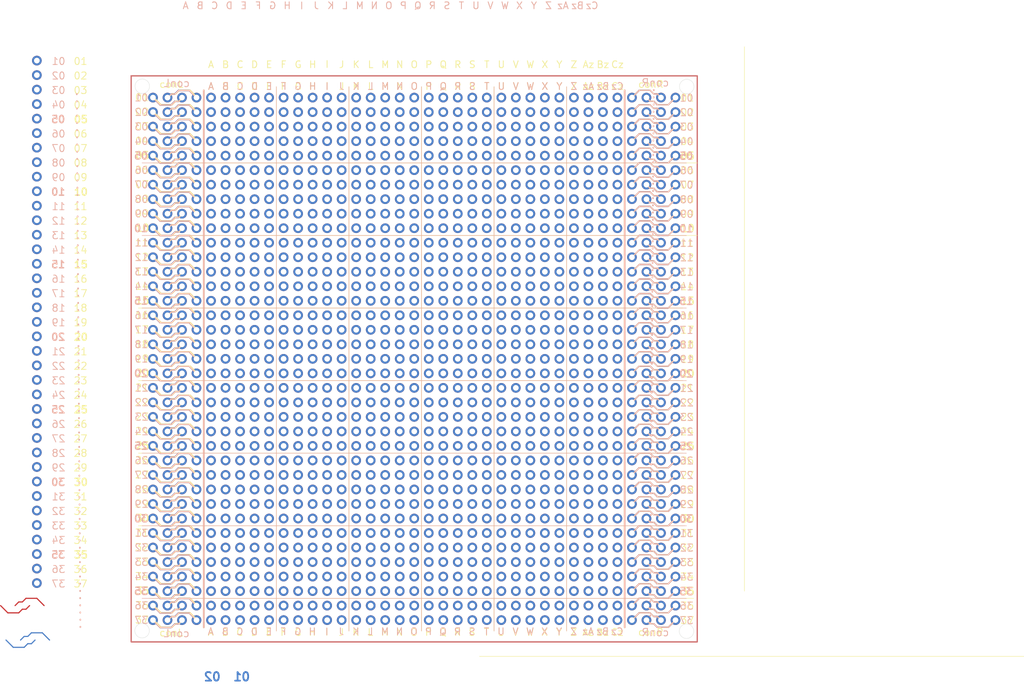
<source format=kicad_pcb>
(kicad_pcb (version 20241229) (generator "pcbnew") (generator_version "9.0")
  (layers (0 "F.Cu" signal) (2 "B.Cu" signal) (5 "F.SilkS" user "F.Silkscreen") (7 "B.SilkS" user "B.Silkscreen") (1 "F.Mask" user) (3 "B.Mask" user) (25 "Edge.Cuts" user))
  (net 0 "")
  (footprint "" (layer "F.Cu") (at 125.73 82.55)
    (property "Reference" "")
    (property "Value" "")
  )
  (footprint "" (layer "F.Cu") (at 123.19 140.97)
    (property "Reference" "")
    (property "Value" "")
  )
  (footprint "" (layer "F.Cu") (at 72.39 143.51)
    (property "Reference" "")
    (property "Value" "")
  )
  (footprint "" (layer "F.Cu") (at 85.09 102.87)
    (property "Reference" "")
    (property "Value" "")
  )
  (footprint "" (layer "F.Cu") (at 138.43 67.31)
    (property "Reference" "")
    (property "Value" "")
  )
  (footprint "" (layer "F.Cu") (at 123.19 77.47)
    (property "Reference" "")
    (property "Value" "")
  )
  (footprint "" (layer "F.Cu") (at 102.87 128.27)
    (property "Reference" "")
    (property "Value" "")
  )
  (footprint "" (layer "F.Cu") (at 90.17 77.47)
    (property "Reference" "")
    (property "Value" "")
  )
  (footprint "" (layer "F.Cu") (at 133.35 54.61)
    (property "Reference" "")
    (property "Value" "")
  )
  (footprint "" (layer "F.Cu") (at 102.87 107.95)
    (property "Reference" "")
    (property "Value" "")
  )
  (footprint "" (layer "F.Cu") (at 107.95 146.05)
    (property "Reference" "")
    (property "Value" "")
  )
  (footprint "" (layer "F.Cu") (at 80.01 74.93)
    (property "Reference" "")
    (property "Value" "")
  )
  (footprint "" (layer "F.Cu") (at 74.93 69.85)
    (property "Reference" "")
    (property "Value" "")
  )
  (footprint "" (layer "F.Cu") (at 85.09 85.09)
    (property "Reference" "")
    (property "Value" "")
  )
  (footprint "" (layer "F.Cu") (at 92.71 74.93)
    (property "Reference" "")
    (property "Value" "")
  )
  (footprint "" (layer "F.Cu") (at 140.97 123.19)
    (property "Reference" "")
    (property "Value" "")
  )
  (footprint "" (layer "F.Cu") (at 54.61 90.17)
    (property "Reference" "")
    (property "Value" "")
  )
  (footprint "" (layer "F.Cu") (at 107.95 105.41)
    (property "Reference" "")
    (property "Value" "")
  )
  (footprint "" (layer "F.Cu") (at 110.49 54.61)
    (property "Reference" "")
    (property "Value" "")
  )
  (footprint "" (layer "F.Cu") (at 80.01 87.63)
    (property "Reference" "")
    (property "Value" "")
  )
  (footprint "" (layer "F.Cu") (at 105.41 143.51)
    (property "Reference" "")
    (property "Value" "")
  )
  (footprint "" (layer "F.Cu") (at 80.01 80.01)
    (property "Reference" "")
    (property "Value" "")
  )
  (footprint "" (layer "F.Cu") (at 77.47 118.11)
    (property "Reference" "")
    (property "Value" "")
  )
  (footprint "" (layer "F.Cu") (at 80.01 140.97)
    (property "Reference" "")
    (property "Value" "")
  )
  (footprint "" (layer "F.Cu") (at 92.71 138.43)
    (property "Reference" "")
    (property "Value" "")
  )
  (footprint "" (layer "F.Cu") (at 115.57 110.49)
    (property "Reference" "")
    (property "Value" "")
  )
  (footprint "" (layer "F.Cu") (at 130.81 115.57)
    (property "Reference" "")
    (property "Value" "")
  )
  (footprint "" (layer "F.Cu") (at 92.71 140.97)
    (property "Reference" "")
    (property "Value" "")
  )
  (footprint "" (layer "F.Cu") (at 110.49 128.27)
    (property "Reference" "")
    (property "Value" "")
  )
  (footprint "" (layer "F.Cu") (at 123.19 133.35)
    (property "Reference" "")
    (property "Value" "")
  )
  (footprint "" (layer "F.Cu") (at 95.25 92.71)
    (property "Reference" "")
    (property "Value" "")
  )
  (footprint "" (layer "F.Cu") (at 72.39 115.57)
    (property "Reference" "")
    (property "Value" "")
  )
  (footprint "" (layer "F.Cu") (at 130.81 97.79)
    (property "Reference" "")
    (property "Value" "")
  )
  (footprint "" (layer "F.Cu") (at 77.47 95.25)
    (property "Reference" "")
    (property "Value" "")
  )
  (footprint "" (layer "F.Cu") (at 34.29 53.215042)
    (property "Reference" "")
    (property "Value" "")
  )
  (footprint "" (layer "F.Cu") (at 80.01 135.89)
    (property "Reference" "")
    (property "Value" "")
  )
  (footprint "" (layer "F.Cu") (at 87.63 97.79)
    (property "Reference" "")
    (property "Value" "")
  )
  (footprint "" (layer "F.Cu") (at 72.39 120.65)
    (property "Reference" "")
    (property "Value" "")
  )
  (footprint "" (layer "F.Cu") (at 62.23 54.61)
    (property "Reference" "")
    (property "Value" "")
  )
  (footprint "" (layer "F.Cu") (at 34.29 93.855042)
    (property "Reference" "")
    (property "Value" "")
  )
  (footprint "" (layer "F.Cu") (at 135.89 125.73)
    (property "Reference" "")
    (property "Value" "")
  )
  (footprint "" (layer "F.Cu") (at 72.39 77.47)
    (property "Reference" "")
    (property "Value" "")
  )
  (footprint "" (layer "F.Cu") (at 140.97 85.09)
    (property "Reference" "")
    (property "Value" "")
  )
  (footprint "" (layer "F.Cu") (at 125.73 54.61)
    (property "Reference" "")
    (property "Value" "")
  )
  (footprint "" (layer "F.Cu") (at 102.87 72.39)
    (property "Reference" "")
    (property "Value" "")
  )
  (footprint "" (layer "F.Cu") (at 113.03 118.11)
    (property "Reference" "")
    (property "Value" "")
  )
  (footprint "" (layer "F.Cu") (at 138.43 102.87)
    (property "Reference" "")
    (property "Value" "")
  )
  (footprint "" (layer "F.Cu") (at 82.55 110.49)
    (property "Reference" "")
    (property "Value" "")
  )
  (footprint "" (layer "F.Cu") (at 92.71 125.73)
    (property "Reference" "")
    (property "Value" "")
  )
  (footprint "" (layer "F.Cu") (at 64.77 138.43)
    (property "Reference" "")
    (property "Value" "")
  )
  (footprint "" (layer "F.Cu") (at 54.61 120.65)
    (property "Reference" "")
    (property "Value" "")
  )
  (footprint "" (layer "F.Cu") (at 74.93 135.89)
    (property "Reference" "")
    (property "Value" "")
  )
  (footprint "" (layer "F.Cu") (at 133.35 74.93)
    (property "Reference" "")
    (property "Value" "")
  )
  (footprint "" (layer "F.Cu") (at 34.29 121.795042)
    (property "Reference" "")
    (property "Value" "")
  )
  (footprint "" (layer "F.Cu") (at 130.81 135.89)
    (property "Reference" "")
    (property "Value" "")
  )
  (footprint "" (layer "F.Cu") (at 110.49 97.79)
    (property "Reference" "")
    (property "Value" "")
  )
  (footprint "" (layer "F.Cu") (at 34.29 111.635042)
    (property "Reference" "")
    (property "Value" "")
  )
  (footprint "" (layer "F.Cu") (at 64.77 87.63)
    (property "Reference" "")
    (property "Value" "")
  )
  (footprint "" (layer "F.Cu") (at 123.19 118.11)
    (property "Reference" "")
    (property "Value" "")
  )
  (footprint "" (layer "F.Cu") (at 87.63 107.95)
    (property "Reference" "")
    (property "Value" "")
  )
  (footprint "" (layer "F.Cu") (at 97.79 59.69)
    (property "Reference" "")
    (property "Value" "")
  )
  (footprint "" (layer "F.Cu") (at 125.73 85.09)
    (property "Reference" "")
    (property "Value" "")
  )
  (footprint "" (layer "F.Cu") (at 146.05 107.95)
    (property "Reference" "")
    (property "Value" "")
  )
  (footprint "" (layer "F.Cu") (at 62.23 92.71)
    (property "Reference" "")
    (property "Value" "")
  )
  (footprint "" (layer "F.Cu") (at 140.97 110.49)
    (property "Reference" "")
    (property "Value" "")
  )
  (footprint "" (layer "F.Cu") (at 102.87 57.15)
    (property "Reference" "")
    (property "Value" "")
  )
  (footprint "" (layer "F.Cu") (at 143.51 105.41)
    (property "Reference" "")
    (property "Value" "")
  )
  (footprint "" (layer "F.Cu") (at 67.31 87.63)
    (property "Reference" "")
    (property "Value" "")
  )
  (footprint "" (layer "F.Cu") (at 57.15 77.47)
    (property "Reference" "")
    (property "Value" "")
  )
  (footprint "" (layer "F.Cu") (at 143.51 107.95)
    (property "Reference" "")
    (property "Value" "")
  )
  (footprint "" (layer "F.Cu") (at 62.23 146.05)
    (property "Reference" "")
    (property "Value" "")
  )
  (footprint "" (layer "F.Cu") (at 90.17 72.39)
    (property "Reference" "")
    (property "Value" "")
  )
  (footprint "" (layer "F.Cu") (at 100.33 146.05)
    (property "Reference" "")
    (property "Value" "")
  )
  (footprint "" (layer "F.Cu") (at 64.77 57.15)
    (property "Reference" "")
    (property "Value" "")
  )
  (footprint "" (layer "F.Cu") (at 80.01 72.39)
    (property "Reference" "")
    (property "Value" "")
  )
  (footprint "" (layer "F.Cu") (at 146.05 128.27)
    (property "Reference" "")
    (property "Value" "")
  )
  (footprint "" (layer "F.Cu") (at 123.19 105.41)
    (property "Reference" "")
    (property "Value" "")
  )
  (footprint "" (layer "F.Cu") (at 133.35 110.49)
    (property "Reference" "")
    (property "Value" "")
  )
  (footprint "" (layer "F.Cu") (at 143.51 135.89)
    (property "Reference" "")
    (property "Value" "")
  )
  (footprint "" (layer "F.Cu") (at 100.33 102.87)
    (property "Reference" "")
    (property "Value" "")
  )
  (footprint "" (layer "F.Cu") (at 90.17 95.25)
    (property "Reference" "")
    (property "Value" "")
  )
  (footprint "" (layer "F.Cu") (at 138.43 82.55)
    (property "Reference" "")
    (property "Value" "")
  )
  (footprint "" (layer "F.Cu") (at 59.69 118.11)
    (property "Reference" "")
    (property "Value" "")
  )
  (footprint "" (layer "F.Cu") (at 113.03 100.33)
    (property "Reference" "")
    (property "Value" "")
  )
  (footprint "" (layer "F.Cu") (at 120.65 140.97)
    (property "Reference" "")
    (property "Value" "")
  )
  (footprint "" (layer "F.Cu") (at 133.35 87.63)
    (property "Reference" "")
    (property "Value" "")
  )
  (footprint "" (layer "F.Cu") (at 123.19 143.51)
    (property "Reference" "")
    (property "Value" "")
  )
  (footprint "" (layer "F.Cu") (at 105.41 135.89)
    (property "Reference" "")
    (property "Value" "")
  )
  (footprint "" (layer "F.Cu") (at 34.29 131.955042)
    (property "Reference" "")
    (property "Value" "")
  )
  (footprint "" (layer "F.Cu") (at 123.19 90.17)
    (property "Reference" "")
    (property "Value" "")
  )
  (footprint "" (layer "F.Cu") (at 118.11 72.39)
    (property "Reference" "")
    (property "Value" "")
  )
  (footprint "" (layer "F.Cu") (at 123.19 80.01)
    (property "Reference" "")
    (property "Value" "")
  )
  (footprint "" (layer "F.Cu") (at 85.09 87.63)
    (property "Reference" "")
    (property "Value" "")
  )
  (footprint "" (layer "F.Cu") (at 107.95 133.35)
    (property "Reference" "")
    (property "Value" "")
  )
  (footprint "" (layer "F.Cu") (at 95.25 105.41)
    (property "Reference" "")
    (property "Value" "")
  )
  (footprint "" (layer "F.Cu") (at 59.69 59.69)
    (property "Reference" "")
    (property "Value" "")
  )
  (footprint "" (layer "F.Cu") (at 110.49 118.11)
    (property "Reference" "")
    (property "Value" "")
  )
  (footprint "" (layer "F.Cu") (at 115.57 125.73)
    (property "Reference" "")
    (property "Value" "")
  )
  (footprint "" (layer "F.Cu") (at 72.39 107.95)
    (property "Reference" "")
    (property "Value" "")
  )
  (footprint "" (layer "F.Cu") (at 80.01 59.69)
    (property "Reference" "")
    (property "Value" "")
  )
  (footprint "" (layer "F.Cu") (at 72.39 72.39)
    (property "Reference" "")
    (property "Value" "")
  )
  (footprint "" (layer "F.Cu") (at 67.31 72.39)
    (property "Reference" "")
    (property "Value" "")
  )
  (footprint "" (layer "F.Cu") (at 120.65 57.15)
    (property "Reference" "")
    (property "Value" "")
  )
  (footprint "" (layer "F.Cu") (at 97.79 77.47)
    (property "Reference" "")
    (property "Value" "")
  )
  (footprint "" (layer "F.Cu") (at 102.87 62.23)
    (property "Reference" "")
    (property "Value" "")
  )
  (footprint "" (layer "F.Cu") (at 130.81 77.47)
    (property "Reference" "")
    (property "Value" "")
  )
  (footprint "" (layer "F.Cu") (at 146.05 118.11)
    (property "Reference" "")
    (property "Value" "")
  )
  (footprint "" (layer "F.Cu") (at 82.55 120.65)
    (property "Reference" "")
    (property "Value" "")
  )
  (footprint "" (layer "F.Cu") (at 72.39 54.61)
    (property "Reference" "")
    (property "Value" "")
  )
  (footprint "" (layer "F.Cu") (at 133.35 77.47)
    (property "Reference" "")
    (property "Value" "")
  )
  (footprint "" (layer "F.Cu") (at 57.15 54.61)
    (property "Reference" "")
    (property "Value" "")
  )
  (footprint "" (layer "F.Cu") (at 85.09 120.65)
    (property "Reference" "")
    (property "Value" "")
  )
  (footprint "" (layer "F.Cu") (at 135.89 80.01)
    (property "Reference" "")
    (property "Value" "")
  )
  (footprint "" (layer "F.Cu") (at 105.41 138.43)
    (property "Reference" "")
    (property "Value" "")
  )
  (footprint "" (layer "F.Cu") (at 87.63 72.39)
    (property "Reference" "")
    (property "Value" "")
  )
  (footprint "" (layer "F.Cu") (at 74.93 133.35)
    (property "Reference" "")
    (property "Value" "")
  )
  (footprint "" (layer "F.Cu") (at 67.31 59.69)
    (property "Reference" "")
    (property "Value" "")
  )
  (footprint "" (layer "F.Cu") (at 102.87 146.05)
    (property "Reference" "")
    (property "Value" "")
  )
  (footprint "" (layer "F.Cu") (at 97.79 133.35)
    (property "Reference" "")
    (property "Value" "")
  )
  (footprint "" (layer "F.Cu") (at 146.05 110.49)
    (property "Reference" "")
    (property "Value" "")
  )
  (footprint "" (layer "F.Cu") (at 92.71 72.39)
    (property "Reference" "")
    (property "Value" "")
  )
  (footprint "" (layer "F.Cu") (at 72.39 92.71)
    (property "Reference" "")
    (property "Value" "")
  )
  (footprint "" (layer "F.Cu") (at 77.47 82.55)
    (property "Reference" "")
    (property "Value" "")
  )
  (footprint "" (layer "F.Cu") (at 133.35 95.25)
    (property "Reference" "")
    (property "Value" "")
  )
  (footprint "" (layer "F.Cu") (at 135.89 77.47)
    (property "Reference" "")
    (property "Value" "")
  )
  (footprint "" (layer "F.Cu") (at 59.69 92.71)
    (property "Reference" "")
    (property "Value" "")
  )
  (footprint "" (layer "F.Cu") (at 138.43 115.57)
    (property "Reference" "")
    (property "Value" "")
  )
  (footprint "" (layer "F.Cu") (at 67.31 133.35)
    (property "Reference" "")
    (property "Value" "")
  )
  (footprint "" (layer "F.Cu") (at 62.23 82.55)
    (property "Reference" "")
    (property "Value" "")
  )
  (footprint "" (layer "F.Cu") (at 90.17 118.11)
    (property "Reference" "")
    (property "Value" "")
  )
  (footprint "" (layer "F.Cu") (at 92.71 135.89)
    (property "Reference" "")
    (property "Value" "")
  )
  (footprint "" (layer "F.Cu") (at 80.01 146.05)
    (property "Reference" "")
    (property "Value" "")
  )
  (footprint "" (layer "F.Cu") (at 146.05 125.73)
    (property "Reference" "")
    (property "Value" "")
  )
  (footprint "" (layer "F.Cu") (at 107.95 54.61)
    (property "Reference" "")
    (property "Value" "")
  )
  (footprint "" (layer "F.Cu") (at 87.63 87.63)
    (property "Reference" "")
    (property "Value" "")
  )
  (footprint "" (layer "F.Cu") (at 69.85 113.03)
    (property "Reference" "")
    (property "Value" "")
  )
  (footprint "" (layer "F.Cu") (at 92.71 100.33)
    (property "Reference" "")
    (property "Value" "")
  )
  (footprint "" (layer "F.Cu") (at 123.19 123.19)
    (property "Reference" "")
    (property "Value" "")
  )
  (footprint "" (layer "F.Cu") (at 118.11 105.41)
    (property "Reference" "")
    (property "Value" "")
  )
  (footprint "" (layer "F.Cu") (at 140.97 128.27)
    (property "Reference" "")
    (property "Value" "")
  )
  (footprint "" (layer "F.Cu") (at 113.03 97.79)
    (property "Reference" "")
    (property "Value" "")
  )
  (footprint "" (layer "F.Cu") (at 59.69 125.73)
    (property "Reference" "")
    (property "Value" "")
  )
  (footprint "" (layer "F.Cu") (at 128.27 133.35)
    (property "Reference" "")
    (property "Value" "")
  )
  (footprint "" (layer "F.Cu") (at 102.87 97.79)
    (property "Reference" "")
    (property "Value" "")
  )
  (footprint "" (layer "F.Cu") (at 100.33 74.93)
    (property "Reference" "")
    (property "Value" "")
  )
  (footprint "" (layer "F.Cu") (at 97.79 110.49)
    (property "Reference" "")
    (property "Value" "")
  )
  (footprint "" (layer "F.Cu") (at 85.09 110.49)
    (property "Reference" "")
    (property "Value" "")
  )
  (footprint "" (layer "F.Cu") (at 64.77 113.03)
    (property "Reference" "")
    (property "Value" "")
  )
  (footprint "" (layer "F.Cu") (at 110.49 120.65)
    (property "Reference" "")
    (property "Value" "")
  )
  (footprint "" (layer "F.Cu") (at 64.77 105.41)
    (property "Reference" "")
    (property "Value" "")
  )
  (footprint "" (layer "F.Cu") (at 54.61 107.95)
    (property "Reference" "")
    (property "Value" "")
  )
  (footprint "" (layer "F.Cu") (at 67.31 113.03)
    (property "Reference" "")
    (property "Value" "")
  )
  (footprint "" (layer "F.Cu") (at 133.35 128.27)
    (property "Reference" "")
    (property "Value" "")
  )
  (footprint "" (layer "F.Cu") (at 115.57 107.95)
    (property "Reference" "")
    (property "Value" "")
  )
  (footprint "" (layer "F.Cu") (at 90.17 123.19)
    (property "Reference" "")
    (property "Value" "")
  )
  (footprint "" (layer "F.Cu") (at 118.11 67.31)
    (property "Reference" "")
    (property "Value" "")
  )
  (footprint "" (layer "F.Cu") (at 54.61 118.11)
    (property "Reference" "")
    (property "Value" "")
  )
  (footprint "" (layer "F.Cu") (at 87.63 69.85)
    (property "Reference" "")
    (property "Value" "")
  )
  (footprint "" (layer "F.Cu") (at 97.79 113.03)
    (property "Reference" "")
    (property "Value" "")
  )
  (footprint "" (layer "F.Cu") (at 92.71 64.77)
    (property "Reference" "")
    (property "Value" "")
  )
  (footprint "" (layer "F.Cu") (at 133.35 59.69)
    (property "Reference" "")
    (property "Value" "")
  )
  (footprint "" (layer "F.Cu") (at 82.55 125.73)
    (property "Reference" "")
    (property "Value" "")
  )
  (footprint "" (layer "F.Cu") (at 138.43 77.47)
    (property "Reference" "")
    (property "Value" "")
  )
  (footprint "" (layer "F.Cu") (at 123.19 87.63)
    (property "Reference" "")
    (property "Value" "")
  )
  (footprint "" (layer "F.Cu") (at 95.25 128.27)
    (property "Reference" "")
    (property "Value" "")
  )
  (footprint "" (layer "F.Cu") (at 90.17 140.97)
    (property "Reference" "")
    (property "Value" "")
  )
  (footprint "" (layer "F.Cu") (at 118.11 113.03)
    (property "Reference" "")
    (property "Value" "")
  )
  (footprint "" (layer "F.Cu") (at 59.69 140.97)
    (property "Reference" "")
    (property "Value" "")
  )
  (footprint "" (layer "F.Cu") (at 62.23 62.23)
    (property "Reference" "")
    (property "Value" "")
  )
  (footprint "" (layer "F.Cu") (at 80.01 110.49)
    (property "Reference" "")
    (property "Value" "")
  )
  (footprint "" (layer "F.Cu") (at 85.09 62.23)
    (property "Reference" "")
    (property "Value" "")
  )
  (footprint "" (layer "F.Cu") (at 74.93 102.87)
    (property "Reference" "")
    (property "Value" "")
  )
  (footprint "" (layer "F.Cu") (at 128.27 138.43)
    (property "Reference" "")
    (property "Value" "")
  )
  (footprint "" (layer "F.Cu") (at 92.71 69.85)
    (property "Reference" "")
    (property "Value" "")
  )
  (footprint "" (layer "F.Cu") (at 95.25 125.73)
    (property "Reference" "")
    (property "Value" "")
  )
  (footprint "" (layer "F.Cu") (at 140.97 133.35)
    (property "Reference" "")
    (property "Value" "")
  )
  (footprint "" (layer "F.Cu") (at 95.25 100.33)
    (property "Reference" "")
    (property "Value" "")
  )
  (footprint "" (layer "F.Cu") (at 125.73 125.73)
    (property "Reference" "")
    (property "Value" "")
  )
  (footprint "" (layer "F.Cu") (at 69.85 67.31)
    (property "Reference" "")
    (property "Value" "")
  )
  (footprint "" (layer "F.Cu") (at 77.47 107.95)
    (property "Reference" "")
    (property "Value" "")
  )
  (footprint "" (layer "F.Cu") (at 135.89 118.11)
    (property "Reference" "")
    (property "Value" "")
  )
  (footprint "" (layer "F.Cu") (at 133.35 130.81)
    (property "Reference" "")
    (property "Value" "")
  )
  (footprint "" (layer "F.Cu") (at 118.11 140.97)
    (property "Reference" "")
    (property "Value" "")
  )
  (footprint "" (layer "F.Cu") (at 138.43 123.19)
    (property "Reference" "")
    (property "Value" "")
  )
  (footprint "" (layer "F.Cu") (at 123.19 54.61)
    (property "Reference" "")
    (property "Value" "")
  )
  (footprint "" (layer "F.Cu") (at 34.29 119.255042)
    (property "Reference" "")
    (property "Value" "")
  )
  (footprint "" (layer "F.Cu") (at 90.17 107.95)
    (property "Reference" "")
    (property "Value" "")
  )
  (footprint "" (layer "F.Cu") (at 57.15 80.01)
    (property "Reference" "")
    (property "Value" "")
  )
  (footprint "" (layer "F.Cu") (at 54.61 95.25)
    (property "Reference" "")
    (property "Value" "")
  )
  (footprint "" (layer "F.Cu") (at 87.63 125.73)
    (property "Reference" "")
    (property "Value" "")
  )
  (footprint "" (layer "F.Cu") (at 107.95 100.33)
    (property "Reference" "")
    (property "Value" "")
  )
  (footprint "" (layer "F.Cu") (at 105.41 130.81)
    (property "Reference" "")
    (property "Value" "")
  )
  (footprint "" (layer "F.Cu") (at 80.01 57.15)
    (property "Reference" "")
    (property "Value" "")
  )
  (footprint "" (layer "F.Cu") (at 59.69 62.23)
    (property "Reference" "")
    (property "Value" "")
  )
  (footprint "" (layer "F.Cu") (at 133.35 97.79)
    (property "Reference" "")
    (property "Value" "")
  )
  (footprint "" (layer "F.Cu") (at 74.93 54.61)
    (property "Reference" "")
    (property "Value" "")
  )
  (footprint "" (layer "F.Cu") (at 82.55 135.89)
    (property "Reference" "")
    (property "Value" "")
  )
  (footprint "" (layer "F.Cu") (at 67.31 82.55)
    (property "Reference" "")
    (property "Value" "")
  )
  (footprint "" (layer "F.Cu") (at 72.39 110.49)
    (property "Reference" "")
    (property "Value" "")
  )
  (footprint "" (layer "F.Cu") (at 67.31 143.51)
    (property "Reference" "")
    (property "Value" "")
  )
  (footprint "" (layer "F.Cu") (at 74.93 95.25)
    (property "Reference" "")
    (property "Value" "")
  )
  (footprint "" (layer "F.Cu") (at 135.89 97.79)
    (property "Reference" "")
    (property "Value" "")
  )
  (footprint "" (layer "F.Cu") (at 82.55 90.17)
    (property "Reference" "")
    (property "Value" "")
  )
  (footprint "" (layer "F.Cu") (at 123.19 74.93)
    (property "Reference" "")
    (property "Value" "")
  )
  (footprint "" (layer "F.Cu") (at 128.27 113.03)
    (property "Reference" "")
    (property "Value" "")
  )
  (footprint "" (layer "F.Cu") (at 130.81 138.43)
    (property "Reference" "")
    (property "Value" "")
  )
  (footprint "" (layer "F.Cu") (at 90.17 128.27)
    (property "Reference" "")
    (property "Value" "")
  )
  (footprint "" (layer "F.Cu") (at 77.47 113.03)
    (property "Reference" "")
    (property "Value" "")
  )
  (footprint "" (layer "F.Cu") (at 92.71 95.25)
    (property "Reference" "")
    (property "Value" "")
  )
  (footprint "" (layer "F.Cu") (at 118.11 85.09)
    (property "Reference" "")
    (property "Value" "")
  )
  (footprint "" (layer "F.Cu") (at 143.51 62.23)
    (property "Reference" "")
    (property "Value" "")
  )
  (footprint "" (layer "F.Cu") (at 113.03 107.95)
    (property "Reference" "")
    (property "Value" "")
  )
  (footprint "" (layer "F.Cu") (at 77.47 100.33)
    (property "Reference" "")
    (property "Value" "")
  )
  (footprint "" (layer "F.Cu") (at 115.57 123.19)
    (property "Reference" "")
    (property "Value" "")
  )
  (footprint "" (layer "F.Cu") (at 95.25 62.23)
    (property "Reference" "")
    (property "Value" "")
  )
  (footprint "" (layer "F.Cu") (at 64.77 102.87)
    (property "Reference" "")
    (property "Value" "")
  )
  (footprint "" (layer "F.Cu") (at 92.71 80.01)
    (property "Reference" "")
    (property "Value" "")
  )
  (footprint "" (layer "F.Cu") (at 74.93 100.33)
    (property "Reference" "")
    (property "Value" "")
  )
  (footprint "" (layer "F.Cu") (at 133.35 92.71)
    (property "Reference" "")
    (property "Value" "")
  )
  (footprint "" (layer "F.Cu") (at 138.43 125.73)
    (property "Reference" "")
    (property "Value" "")
  )
  (footprint "" (layer "F.Cu") (at 130.81 113.03)
    (property "Reference" "")
    (property "Value" "")
  )
  (footprint "" (layer "F.Cu") (at 135.89 105.41)
    (property "Reference" "")
    (property "Value" "")
  )
  (footprint "" (layer "F.Cu") (at 135.89 72.39)
    (property "Reference" "")
    (property "Value" "")
  )
  (footprint "" (layer "F.Cu") (at 64.77 85.09)
    (property "Reference" "")
    (property "Value" "")
  )
  (footprint "" (layer "F.Cu") (at 97.79 130.81)
    (property "Reference" "")
    (property "Value" "")
  )
  (footprint "" (layer "F.Cu") (at 120.65 85.09)
    (property "Reference" "")
    (property "Value" "")
  )
  (footprint "" (layer "F.Cu") (at 59.69 113.03)
    (property "Reference" "")
    (property "Value" "")
  )
  (footprint "" (layer "F.Cu") (at 57.15 125.73)
    (property "Reference" "")
    (property "Value" "")
  )
  (footprint "" (layer "F.Cu") (at 90.17 120.65)
    (property "Reference" "")
    (property "Value" "")
  )
  (footprint "" (layer "F.Cu") (at 146.05 135.89)
    (property "Reference" "")
    (property "Value" "")
  )
  (footprint "" (layer "F.Cu") (at 72.39 62.23)
    (property "Reference" "")
    (property "Value" "")
  )
  (footprint "" (layer "F.Cu") (at 34.29 68.455042)
    (property "Reference" "")
    (property "Value" "")
  )
  (footprint "" (layer "F.Cu") (at 97.79 54.61)
    (property "Reference" "")
    (property "Value" "")
  )
  (footprint "" (layer "F.Cu") (at 100.33 80.01)
    (property "Reference" "")
    (property "Value" "")
  )
  (footprint "" (layer "F.Cu") (at 67.31 120.65)
    (property "Reference" "")
    (property "Value" "")
  )
  (footprint "" (layer "F.Cu") (at 125.73 146.05)
    (property "Reference" "")
    (property "Value" "")
  )
  (footprint "" (layer "F.Cu") (at 77.47 102.87)
    (property "Reference" "")
    (property "Value" "")
  )
  (footprint "" (layer "F.Cu") (at 130.81 80.01)
    (property "Reference" "")
    (property "Value" "")
  )
  (footprint "" (layer "F.Cu") (at 69.85 125.73)
    (property "Reference" "")
    (property "Value" "")
  )
  (footprint "" (layer "F.Cu") (at 77.47 130.81)
    (property "Reference" "")
    (property "Value" "")
  )
  (footprint "" (layer "F.Cu") (at 72.39 95.25)
    (property "Reference" "")
    (property "Value" "")
  )
  (footprint "" (layer "F.Cu") (at 64.77 69.85)
    (property "Reference" "")
    (property "Value" "")
  )
  (footprint "" (layer "F.Cu") (at 57.15 72.39)
    (property "Reference" "")
    (property "Value" "")
  )
  (footprint "" (layer "F.Cu") (at 95.25 64.77)
    (property "Reference" "")
    (property "Value" "")
  )
  (footprint "" (layer "F.Cu") (at 120.65 82.55)
    (property "Reference" "")
    (property "Value" "")
  )
  (footprint "" (layer "F.Cu") (at 146.05 64.77)
    (property "Reference" "")
    (property "Value" "")
  )
  (footprint "" (layer "F.Cu") (at 105.41 146.05)
    (property "Reference" "")
    (property "Value" "")
  )
  (footprint "" (layer "F.Cu") (at 90.17 115.57)
    (property "Reference" "")
    (property "Value" "")
  )
  (footprint "" (layer "F.Cu") (at 133.35 72.39)
    (property "Reference" "")
    (property "Value" "")
  )
  (footprint "" (layer "F.Cu") (at 105.41 57.15)
    (property "Reference" "")
    (property "Value" "")
  )
  (footprint "" (layer "F.Cu") (at 34.29 58.295042)
    (property "Reference" "")
    (property "Value" "")
  )
  (footprint "" (layer "F.Cu") (at 138.43 130.81)
    (property "Reference" "")
    (property "Value" "")
  )
  (footprint "" (layer "F.Cu") (at 97.79 107.95)
    (property "Reference" "")
    (property "Value" "")
  )
  (footprint "" (layer "F.Cu") (at 118.11 87.63)
    (property "Reference" "")
    (property "Value" "")
  )
  (footprint "" (layer "F.Cu") (at 87.63 138.43)
    (property "Reference" "")
    (property "Value" "")
  )
  (footprint "" (layer "F.Cu") (at 100.33 130.81)
    (property "Reference" "")
    (property "Value" "")
  )
  (footprint "" (layer "F.Cu") (at 97.79 57.15)
    (property "Reference" "")
    (property "Value" "")
  )
  (footprint "" (layer "F.Cu") (at 115.57 82.55)
    (property "Reference" "")
    (property "Value" "")
  )
  (footprint "" (layer "F.Cu") (at 128.27 97.79)
    (property "Reference" "")
    (property "Value" "")
  )
  (footprint "" (layer "F.Cu") (at 57.15 146.05)
    (property "Reference" "")
    (property "Value" "")
  )
  (footprint "" (layer "F.Cu") (at 97.79 97.79)
    (property "Reference" "")
    (property "Value" "")
  )
  (footprint "" (layer "F.Cu") (at 87.63 90.17)
    (property "Reference" "")
    (property "Value" "")
  )
  (footprint "" (layer "F.Cu") (at 125.73 138.43)
    (property "Reference" "")
    (property "Value" "")
  )
  (footprint "" (layer "F.Cu") (at 77.47 87.63)
    (property "Reference" "")
    (property "Value" "")
  )
  (footprint "" (layer "F.Cu") (at 133.35 107.95)
    (property "Reference" "")
    (property "Value" "")
  )
  (footprint "" (layer "F.Cu") (at 54.61 110.49)
    (property "Reference" "")
    (property "Value" "")
  )
  (footprint "" (layer "F.Cu") (at 143.51 80.01)
    (property "Reference" "")
    (property "Value" "")
  )
  (footprint "" (layer "F.Cu") (at 130.81 90.17)
    (property "Reference" "")
    (property "Value" "")
  )
  (footprint "" (layer "F.Cu") (at 100.33 143.51)
    (property "Reference" "")
    (property "Value" "")
  )
  (footprint "" (layer "F.Cu") (at 95.25 140.97)
    (property "Reference" "")
    (property "Value" "")
  )
  (footprint "" (layer "F.Cu") (at 138.43 140.97)
    (property "Reference" "")
    (property "Value" "")
  )
  (footprint "" (layer "F.Cu") (at 118.11 74.93)
    (property "Reference" "")
    (property "Value" "")
  )
  (footprint "" (layer "F.Cu") (at 115.57 113.03)
    (property "Reference" "")
    (property "Value" "")
  )
  (footprint "" (layer "F.Cu") (at 107.95 110.49)
    (property "Reference" "")
    (property "Value" "")
  )
  (footprint "" (layer "F.Cu") (at 85.09 97.79)
    (property "Reference" "")
    (property "Value" "")
  )
  (footprint "" (layer "F.Cu") (at 54.61 97.79)
    (property "Reference" "")
    (property "Value" "")
  )
  (footprint "" (layer "F.Cu") (at 115.57 67.31)
    (property "Reference" "")
    (property "Value" "")
  )
  (footprint "" (layer "F.Cu") (at 62.23 143.51)
    (property "Reference" "")
    (property "Value" "")
  )
  (footprint "" (layer "F.Cu") (at 128.27 115.57)
    (property "Reference" "")
    (property "Value" "")
  )
  (footprint "" (layer "F.Cu") (at 140.97 115.57)
    (property "Reference" "")
    (property "Value" "")
  )
  (footprint "" (layer "F.Cu") (at 123.19 82.55)
    (property "Reference" "")
    (property "Value" "")
  )
  (footprint "" (layer "F.Cu") (at 128.27 143.51)
    (property "Reference" "")
    (property "Value" "")
  )
  (footprint "" (layer "F.Cu") (at 92.71 77.47)
    (property "Reference" "")
    (property "Value" "")
  )
  (footprint "" (layer "F.Cu") (at 67.31 77.47)
    (property "Reference" "")
    (property "Value" "")
  )
  (footprint "" (layer "F.Cu") (at 95.25 74.93)
    (property "Reference" "")
    (property "Value" "")
  )
  (footprint "" (layer "F.Cu") (at 138.43 57.15)
    (property "Reference" "")
    (property "Value" "")
  )
  (footprint "" (layer "F.Cu") (at 85.09 77.47)
    (property "Reference" "")
    (property "Value" "")
  )
  (footprint "" (layer "F.Cu") (at 110.49 77.47)
    (property "Reference" "")
    (property "Value" "")
  )
  (footprint "" (layer "F.Cu") (at 143.51 82.55)
    (property "Reference" "")
    (property "Value" "")
  )
  (footprint "" (layer "F.Cu") (at 69.85 146.05)
    (property "Reference" "")
    (property "Value" "")
  )
  (footprint "" (layer "F.Cu") (at 64.77 59.69)
    (property "Reference" "")
    (property "Value" "")
  )
  (footprint "" (layer "F.Cu") (at 125.73 113.03)
    (property "Reference" "")
    (property "Value" "")
  )
  (footprint "" (layer "F.Cu") (at 72.39 102.87)
    (property "Reference" "")
    (property "Value" "")
  )
  (footprint "" (layer "F.Cu") (at 54.61 125.73)
    (property "Reference" "")
    (property "Value" "")
  )
  (footprint "" (layer "F.Cu") (at 64.77 54.61)
    (property "Reference" "")
    (property "Value" "")
  )
  (footprint "" (layer "F.Cu") (at 140.97 143.51)
    (property "Reference" "")
    (property "Value" "")
  )
  (footprint "" (layer "F.Cu") (at 62.23 57.15)
    (property "Reference" "")
    (property "Value" "")
  )
  (footprint "" (layer "F.Cu") (at 135.89 128.27)
    (property "Reference" "")
    (property "Value" "")
  )
  (footprint "" (layer "F.Cu") (at 64.77 92.71)
    (property "Reference" "")
    (property "Value" "")
  )
  (footprint "" (layer "F.Cu") (at 34.29 83.695042)
    (property "Reference" "")
    (property "Value" "")
  )
  (footprint "" (layer "F.Cu") (at 59.69 143.51)
    (property "Reference" "")
    (property "Value" "")
  )
  (footprint "" (layer "F.Cu") (at 62.23 133.35)
    (property "Reference" "")
    (property "Value" "")
  )
  (footprint "" (layer "F.Cu") (at 69.85 97.79)
    (property "Reference" "")
    (property "Value" "")
  )
  (footprint "" (layer "F.Cu") (at 100.33 87.63)
    (property "Reference" "")
    (property "Value" "")
  )
  (footprint "" (layer "F.Cu") (at 115.57 77.47)
    (property "Reference" "")
    (property "Value" "")
  )
  (footprint "" (layer "F.Cu") (at 87.63 113.03)
    (property "Reference" "")
    (property "Value" "")
  )
  (footprint "" (layer "F.Cu") (at 107.95 85.09)
    (property "Reference" "")
    (property "Value" "")
  )
  (footprint "" (layer "F.Cu") (at 100.33 128.27)
    (property "Reference" "")
    (property "Value" "")
  )
  (footprint "" (layer "F.Cu") (at 110.49 87.63)
    (property "Reference" "")
    (property "Value" "")
  )
  (footprint "" (layer "F.Cu") (at 62.23 102.87)
    (property "Reference" "")
    (property "Value" "")
  )
  (footprint "" (layer "F.Cu") (at 80.01 102.87)
    (property "Reference" "")
    (property "Value" "")
  )
  (footprint "" (layer "F.Cu") (at 110.49 115.57)
    (property "Reference" "")
    (property "Value" "")
  )
  (footprint "" (layer "F.Cu") (at 110.49 82.55)
    (property "Reference" "")
    (property "Value" "")
  )
  (footprint "" (layer "F.Cu") (at 85.09 69.85)
    (property "Reference" "")
    (property "Value" "")
  )
  (footprint "" (layer "F.Cu") (at 123.19 138.43)
    (property "Reference" "")
    (property "Value" "")
  )
  (footprint "" (layer "F.Cu") (at 59.69 67.31)
    (property "Reference" "")
    (property "Value" "")
  )
  (footprint "" (layer "F.Cu") (at 74.93 113.03)
    (property "Reference" "")
    (property "Value" "")
  )
  (footprint "" (layer "F.Cu") (at 100.33 85.09)
    (property "Reference" "")
    (property "Value" "")
  )
  (footprint "" (layer "F.Cu") (at 100.33 82.55)
    (property "Reference" "")
    (property "Value" "")
  )
  (footprint "" (layer "F.Cu") (at 128.27 74.93)
    (property "Reference" "")
    (property "Value" "")
  )
  (footprint "" (layer "F.Cu") (at 123.19 95.25)
    (property "Reference" "")
    (property "Value" "")
  )
  (footprint "" (layer "F.Cu") (at 34.29 88.775042)
    (property "Reference" "")
    (property "Value" "")
  )
  (footprint "" (layer "F.Cu") (at 87.63 110.49)
    (property "Reference" "")
    (property "Value" "")
  )
  (footprint "" (layer "F.Cu") (at 143.51 69.85)
    (property "Reference" "")
    (property "Value" "")
  )
  (footprint "" (layer "F.Cu") (at 67.31 69.85)
    (property "Reference" "")
    (property "Value" "")
  )
  (footprint "" (layer "F.Cu") (at 87.63 77.47)
    (property "Reference" "")
    (property "Value" "")
  )
  (footprint "" (layer "F.Cu") (at 100.33 140.97)
    (property "Reference" "")
    (property "Value" "")
  )
  (footprint "" (layer "F.Cu") (at 62.23 110.49)
    (property "Reference" "")
    (property "Value" "")
  )
  (footprint "" (layer "F.Cu") (at 87.63 54.61)
    (property "Reference" "")
    (property "Value" "")
  )
  (footprint "" (layer "F.Cu") (at 80.01 128.27)
    (property "Reference" "")
    (property "Value" "")
  )
  (footprint "" (layer "F.Cu") (at 113.03 77.47)
    (property "Reference" "")
    (property "Value" "")
  )
  (footprint "" (layer "F.Cu") (at 82.55 95.25)
    (property "Reference" "")
    (property "Value" "")
  )
  (footprint "" (layer "F.Cu") (at 107.95 125.73)
    (property "Reference" "")
    (property "Value" "")
  )
  (footprint "" (layer "F.Cu") (at 120.65 118.11)
    (property "Reference" "")
    (property "Value" "")
  )
  (footprint "" (layer "F.Cu") (at 102.87 140.97)
    (property "Reference" "")
    (property "Value" "")
  )
  (footprint "" (layer "F.Cu") (at 123.19 115.57)
    (property "Reference" "")
    (property "Value" "")
  )
  (footprint "" (layer "F.Cu") (at 74.93 67.31)
    (property "Reference" "")
    (property "Value" "")
  )
  (footprint "" (layer "F.Cu") (at 97.79 72.39)
    (property "Reference" "")
    (property "Value" "")
  )
  (footprint "" (layer "F.Cu") (at 90.17 87.63)
    (property "Reference" "")
    (property "Value" "")
  )
  (footprint "" (layer "F.Cu") (at 102.87 135.89)
    (property "Reference" "")
    (property "Value" "")
  )
  (footprint "" (layer "F.Cu") (at 123.19 110.49)
    (property "Reference" "")
    (property "Value" "")
  )
  (footprint "" (layer "F.Cu") (at 140.97 138.43)
    (property "Reference" "")
    (property "Value" "")
  )
  (footprint "" (layer "F.Cu") (at 74.93 115.57)
    (property "Reference" "")
    (property "Value" "")
  )
  (footprint "" (layer "F.Cu") (at 140.97 135.89)
    (property "Reference" "")
    (property "Value" "")
  )
  (footprint "" (layer "F.Cu") (at 80.01 54.61)
    (property "Reference" "")
    (property "Value" "")
  )
  (footprint "" (layer "F.Cu") (at 54.61 138.43)
    (property "Reference" "")
    (property "Value" "")
  )
  (footprint "" (layer "F.Cu") (at 102.87 125.73)
    (property "Reference" "")
    (property "Value" "")
  )
  (footprint "" (layer "F.Cu") (at 100.33 125.73)
    (property "Reference" "")
    (property "Value" "")
  )
  (footprint "" (layer "F.Cu") (at 54.61 62.23)
    (property "Reference" "")
    (property "Value" "")
  )
  (footprint "" (layer "F.Cu") (at 85.09 140.97)
    (property "Reference" "")
    (property "Value" "")
  )
  (footprint "" (layer "F.Cu") (at 138.43 85.09)
    (property "Reference" "")
    (property "Value" "")
  )
  (footprint "" (layer "F.Cu") (at 118.11 125.73)
    (property "Reference" "")
    (property "Value" "")
  )
  (footprint "" (layer "F.Cu") (at 87.63 82.55)
    (property "Reference" "")
    (property "Value" "")
  )
  (footprint "" (layer "F.Cu") (at 74.93 138.43)
    (property "Reference" "")
    (property "Value" "")
  )
  (footprint "" (layer "F.Cu") (at 115.57 97.79)
    (property "Reference" "")
    (property "Value" "")
  )
  (footprint "" (layer "F.Cu") (at 80.01 105.41)
    (property "Reference" "")
    (property "Value" "")
  )
  (footprint "" (layer "F.Cu") (at 85.09 125.73)
    (property "Reference" "")
    (property "Value" "")
  )
  (footprint "" (layer "F.Cu") (at 62.23 100.33)
    (property "Reference" "")
    (property "Value" "")
  )
  (footprint "" (layer "F.Cu") (at 118.11 102.87)
    (property "Reference" "")
    (property "Value" "")
  )
  (footprint "" (layer "F.Cu") (at 123.19 113.03)
    (property "Reference" "")
    (property "Value" "")
  )
  (footprint "" (layer "F.Cu") (at 87.63 130.81)
    (property "Reference" "")
    (property "Value" "")
  )
  (footprint "" (layer "F.Cu") (at 34.29 139.575042)
    (property "Reference" "")
    (property "Value" "")
  )
  (footprint "" (layer "F.Cu") (at 54.61 92.71)
    (property "Reference" "")
    (property "Value" "")
  )
  (footprint "" (layer "F.Cu") (at 133.35 138.43)
    (property "Reference" "")
    (property "Value" "")
  )
  (footprint "" (layer "F.Cu") (at 130.81 105.41)
    (property "Reference" "")
    (property "Value" "")
  )
  (footprint "" (layer "F.Cu") (at 59.69 90.17)
    (property "Reference" "")
    (property "Value" "")
  )
  (footprint "" (layer "F.Cu") (at 64.77 125.73)
    (property "Reference" "")
    (property "Value" "")
  )
  (footprint "" (layer "F.Cu") (at 135.89 57.15)
    (property "Reference" "")
    (property "Value" "")
  )
  (footprint "" (layer "F.Cu") (at 138.43 105.41)
    (property "Reference" "")
    (property "Value" "")
  )
  (footprint "" (layer "F.Cu") (at 80.01 95.25)
    (property "Reference" "")
    (property "Value" "")
  )
  (footprint "" (layer "F.Cu") (at 80.01 115.57)
    (property "Reference" "")
    (property "Value" "")
  )
  (footprint "" (layer "F.Cu") (at 87.63 146.05)
    (property "Reference" "")
    (property "Value" "")
  )
  (footprint "" (layer "F.Cu") (at 59.69 146.05)
    (property "Reference" "")
    (property "Value" "")
  )
  (footprint "" (layer "F.Cu") (at 59.69 69.85)
    (property "Reference" "")
    (property "Value" "")
  )
  (footprint "" (layer "F.Cu") (at 130.81 143.51)
    (property "Reference" "")
    (property "Value" "")
  )
  (footprint "" (layer "F.Cu") (at 113.03 138.43)
    (property "Reference" "")
    (property "Value" "")
  )
  (footprint "" (layer "F.Cu") (at 77.47 90.17)
    (property "Reference" "")
    (property "Value" "")
  )
  (footprint "" (layer "F.Cu") (at 72.39 138.43)
    (property "Reference" "")
    (property "Value" "")
  )
  (footprint "" (layer "F.Cu") (at 130.81 146.05)
    (property "Reference" "")
    (property "Value" "")
  )
  (footprint "" (layer "F.Cu") (at 57.15 123.19)
    (property "Reference" "")
    (property "Value" "")
  )
  (footprint "" (layer "F.Cu") (at 110.49 74.93)
    (property "Reference" "")
    (property "Value" "")
  )
  (footprint "" (layer "F.Cu") (at 107.95 87.63)
    (property "Reference" "")
    (property "Value" "")
  )
  (footprint "" (layer "F.Cu") (at 115.57 59.69)
    (property "Reference" "")
    (property "Value" "")
  )
  (footprint "" (layer "F.Cu") (at 146.05 87.63)
    (property "Reference" "")
    (property "Value" "")
  )
  (footprint "" (layer "F.Cu") (at 133.35 133.35)
    (property "Reference" "")
    (property "Value" "")
  )
  (footprint "" (layer "F.Cu") (at 67.31 80.01)
    (property "Reference" "")
    (property "Value" "")
  )
  (footprint "" (layer "F.Cu") (at 92.71 67.31)
    (property "Reference" "")
    (property "Value" "")
  )
  (footprint "" (layer "F.Cu") (at 77.47 57.15)
    (property "Reference" "")
    (property "Value" "")
  )
  (footprint "" (layer "F.Cu") (at 105.41 59.69)
    (property "Reference" "")
    (property "Value" "")
  )
  (footprint "" (layer "F.Cu") (at 77.47 85.09)
    (property "Reference" "")
    (property "Value" "")
  )
  (footprint "" (layer "F.Cu") (at 64.77 64.77)
    (property "Reference" "")
    (property "Value" "")
  )
  (footprint "" (layer "F.Cu") (at 113.03 80.01)
    (property "Reference" "")
    (property "Value" "")
  )
  (footprint "" (layer "F.Cu") (at 125.73 143.51)
    (property "Reference" "")
    (property "Value" "")
  )
  (footprint "" (layer "F.Cu") (at 95.25 118.11)
    (property "Reference" "")
    (property "Value" "")
  )
  (footprint "" (layer "F.Cu") (at 85.09 92.71)
    (property "Reference" "")
    (property "Value" "")
  )
  (footprint "" (layer "F.Cu") (at 64.77 80.01)
    (property "Reference" "")
    (property "Value" "")
  )
  (footprint "" (layer "F.Cu") (at 140.97 77.47)
    (property "Reference" "")
    (property "Value" "")
  )
  (footprint "" (layer "F.Cu") (at 110.49 110.49)
    (property "Reference" "")
    (property "Value" "")
  )
  (footprint "" (layer "F.Cu") (at 123.19 120.65)
    (property "Reference" "")
    (property "Value" "")
  )
  (footprint "" (layer "F.Cu") (at 97.79 118.11)
    (property "Reference" "")
    (property "Value" "")
  )
  (footprint "" (layer "F.Cu") (at 125.73 67.31)
    (property "Reference" "")
    (property "Value" "")
  )
  (footprint "" (layer "F.Cu") (at 95.25 90.17)
    (property "Reference" "")
    (property "Value" "")
  )
  (footprint "" (layer "F.Cu") (at 135.89 59.69)
    (property "Reference" "")
    (property "Value" "")
  )
  (footprint "" (layer "F.Cu") (at 120.65 105.41)
    (property "Reference" "")
    (property "Value" "")
  )
  (footprint "" (layer "F.Cu") (at 120.65 62.23)
    (property "Reference" "")
    (property "Value" "")
  )
  (footprint "" (layer "F.Cu") (at 120.65 92.71)
    (property "Reference" "")
    (property "Value" "")
  )
  (footprint "" (layer "F.Cu") (at 74.93 110.49)
    (property "Reference" "")
    (property "Value" "")
  )
  (footprint "" (layer "F.Cu") (at 77.47 146.05)
    (property "Reference" "")
    (property "Value" "")
  )
  (footprint "" (layer "F.Cu") (at 59.69 57.15)
    (property "Reference" "")
    (property "Value" "")
  )
  (footprint "" (layer "F.Cu") (at 80.01 125.73)
    (property "Reference" "")
    (property "Value" "")
  )
  (footprint "" (layer "F.Cu") (at 120.65 64.77)
    (property "Reference" "")
    (property "Value" "")
  )
  (footprint "" (layer "F.Cu") (at 146.05 74.93)
    (property "Reference" "")
    (property "Value" "")
  )
  (footprint "" (layer "F.Cu") (at 133.35 120.65)
    (property "Reference" "")
    (property "Value" "")
  )
  (footprint "" (layer "F.Cu") (at 97.79 85.09)
    (property "Reference" "")
    (property "Value" "")
  )
  (footprint "" (layer "F.Cu") (at 100.33 113.03)
    (property "Reference" "")
    (property "Value" "")
  )
  (footprint "" (layer "F.Cu") (at 140.97 64.77)
    (property "Reference" "")
    (property "Value" "")
  )
  (footprint "" (layer "F.Cu") (at 143.51 125.73)
    (property "Reference" "")
    (property "Value" "")
  )
  (footprint "" (layer "F.Cu") (at 123.19 97.79)
    (property "Reference" "")
    (property "Value" "")
  )
  (footprint "" (layer "F.Cu") (at 90.17 54.61)
    (property "Reference" "")
    (property "Value" "")
  )
  (footprint "" (layer "F.Cu") (at 133.35 67.31)
    (property "Reference" "")
    (property "Value" "")
  )
  (footprint "" (layer "F.Cu") (at 57.15 62.23)
    (property "Reference" "")
    (property "Value" "")
  )
  (footprint "" (layer "F.Cu") (at 72.39 118.11)
    (property "Reference" "")
    (property "Value" "")
  )
  (footprint "" (layer "F.Cu") (at 140.97 59.69)
    (property "Reference" "")
    (property "Value" "")
  )
  (footprint "" (layer "F.Cu") (at 64.77 133.35)
    (property "Reference" "")
    (property "Value" "")
  )
  (footprint "" (layer "F.Cu") (at 82.55 102.87)
    (property "Reference" "")
    (property "Value" "")
  )
  (footprint "" (layer "F.Cu") (at 125.73 133.35)
    (property "Reference" "")
    (property "Value" "")
  )
  (footprint "" (layer "F.Cu") (at 133.35 146.05)
    (property "Reference" "")
    (property "Value" "")
  )
  (footprint "" (layer "F.Cu") (at 74.93 107.95)
    (property "Reference" "")
    (property "Value" "")
  )
  (footprint "" (layer "F.Cu") (at 82.55 133.35)
    (property "Reference" "")
    (property "Value" "")
  )
  (footprint "" (layer "F.Cu") (at 113.03 87.63)
    (property "Reference" "")
    (property "Value" "")
  )
  (footprint "" (layer "F.Cu") (at 95.25 135.89)
    (property "Reference" "")
    (property "Value" "")
  )
  (footprint "" (layer "F.Cu") (at 74.93 128.27)
    (property "Reference" "")
    (property "Value" "")
  )
  (footprint "" (layer "F.Cu") (at 105.41 118.11)
    (property "Reference" "")
    (property "Value" "")
  )
  (footprint "" (layer "F.Cu") (at 123.19 64.77)
    (property "Reference" "")
    (property "Value" "")
  )
  (footprint "" (layer "F.Cu") (at 130.81 72.39)
    (property "Reference" "")
    (property "Value" "")
  )
  (footprint "" (layer "F.Cu") (at 133.35 143.51)
    (property "Reference" "")
    (property "Value" "")
  )
  (footprint "" (layer "F.Cu") (at 59.69 130.81)
    (property "Reference" "")
    (property "Value" "")
  )
  (footprint "" (layer "F.Cu") (at 77.47 80.01)
    (property "Reference" "")
    (property "Value" "")
  )
  (footprint "" (layer "F.Cu") (at 90.17 97.79)
    (property "Reference" "")
    (property "Value" "")
  )
  (footprint "" (layer "F.Cu") (at 110.49 72.39)
    (property "Reference" "")
    (property "Value" "")
  )
  (footprint "" (layer "F.Cu") (at 57.15 115.57)
    (property "Reference" "")
    (property "Value" "")
  )
  (footprint "" (layer "F.Cu") (at 82.55 62.23)
    (property "Reference" "")
    (property "Value" "")
  )
  (footprint "" (layer "F.Cu") (at 95.25 115.57)
    (property "Reference" "")
    (property "Value" "")
  )
  (footprint "" (layer "F.Cu") (at 110.49 69.85)
    (property "Reference" "")
    (property "Value" "")
  )
  (footprint "" (layer "F.Cu") (at 85.09 107.95)
    (property "Reference" "")
    (property "Value" "")
  )
  (footprint "" (layer "F.Cu") (at 143.51 130.81)
    (property "Reference" "")
    (property "Value" "")
  )
  (footprint "" (layer "F.Cu") (at 128.27 105.41)
    (property "Reference" "")
    (property "Value" "")
  )
  (footprint "" (layer "F.Cu") (at 107.95 138.43)
    (property "Reference" "")
    (property "Value" "")
  )
  (footprint "" (layer "F.Cu") (at 125.73 90.17)
    (property "Reference" "")
    (property "Value" "")
  )
  (footprint "" (layer "F.Cu") (at 135.89 87.63)
    (property "Reference" "")
    (property "Value" "")
  )
  (footprint "" (layer "F.Cu") (at 64.77 115.57)
    (property "Reference" "")
    (property "Value" "")
  )
  (footprint "" (layer "F.Cu") (at 120.65 74.93)
    (property "Reference" "")
    (property "Value" "")
  )
  (footprint "" (layer "F.Cu") (at 115.57 133.35)
    (property "Reference" "")
    (property "Value" "")
  )
  (footprint "" (layer "F.Cu") (at 57.15 130.81)
    (property "Reference" "")
    (property "Value" "")
  )
  (footprint "" (layer "F.Cu") (at 64.77 90.17)
    (property "Reference" "")
    (property "Value" "")
  )
  (footprint "" (layer "F.Cu") (at 82.55 146.05)
    (property "Reference" "")
    (property "Value" "")
  )
  (footprint "" (layer "F.Cu") (at 146.05 95.25)
    (property "Reference" "")
    (property "Value" "")
  )
  (footprint "" (layer "F.Cu") (at 120.65 59.69)
    (property "Reference" "")
    (property "Value" "")
  )
  (footprint "" (layer "F.Cu") (at 110.49 92.71)
    (property "Reference" "")
    (property "Value" "")
  )
  (footprint "" (layer "F.Cu") (at 80.01 90.17)
    (property "Reference" "")
    (property "Value" "")
  )
  (footprint "" (layer "F.Cu") (at 34.29 65.915042)
    (property "Reference" "")
    (property "Value" "")
  )
  (footprint "" (layer "F.Cu") (at 97.79 69.85)
    (property "Reference" "")
    (property "Value" "")
  )
  (footprint "" (layer "F.Cu") (at 54.61 54.61)
    (property "Reference" "")
    (property "Value" "")
  )
  (footprint "" (layer "F.Cu") (at 102.87 130.81)
    (property "Reference" "")
    (property "Value" "")
  )
  (footprint "" (layer "F.Cu") (at 135.89 62.23)
    (property "Reference" "")
    (property "Value" "")
  )
  (footprint "" (layer "F.Cu") (at 120.65 90.17)
    (property "Reference" "")
    (property "Value" "")
  )
  (footprint "" (layer "F.Cu") (at 57.15 128.27)
    (property "Reference" "")
    (property "Value" "")
  )
  (footprint "" (layer "F.Cu") (at 115.57 140.97)
    (property "Reference" "")
    (property "Value" "")
  )
  (footprint "" (layer "F.Cu") (at 107.95 69.85)
    (property "Reference" "")
    (property "Value" "")
  )
  (footprint "" (layer "F.Cu") (at 115.57 143.51)
    (property "Reference" "")
    (property "Value" "")
  )
  (footprint "" (layer "F.Cu") (at 130.81 67.31)
    (property "Reference" "")
    (property "Value" "")
  )
  (footprint "" (layer "F.Cu") (at 138.43 133.35)
    (property "Reference" "")
    (property "Value" "")
  )
  (footprint "" (layer "F.Cu") (at 107.95 128.27)
    (property "Reference" "")
    (property "Value" "")
  )
  (footprint "" (layer "F.Cu") (at 113.03 57.15)
    (property "Reference" "")
    (property "Value" "")
  )
  (footprint "" (layer "F.Cu") (at 118.11 115.57)
    (property "Reference" "")
    (property "Value" "")
  )
  (footprint "" (layer "F.Cu") (at 146.05 140.97)
    (property "Reference" "")
    (property "Value" "")
  )
  (footprint "" (layer "F.Cu") (at 140.97 72.39)
    (property "Reference" "")
    (property "Value" "")
  )
  (footprint "" (layer "F.Cu") (at 100.33 118.11)
    (property "Reference" "")
    (property "Value" "")
  )
  (footprint "" (layer "F.Cu") (at 54.61 100.33)
    (property "Reference" "")
    (property "Value" "")
  )
  (footprint "" (layer "F.Cu") (at 140.97 140.97)
    (property "Reference" "")
    (property "Value" "")
  )
  (footprint "" (layer "F.Cu") (at 72.39 128.27)
    (property "Reference" "")
    (property "Value" "")
  )
  (footprint "" (layer "F.Cu") (at 107.95 74.93)
    (property "Reference" "")
    (property "Value" "")
  )
  (footprint "" (layer "F.Cu") (at 34.29 86.235042)
    (property "Reference" "")
    (property "Value" "")
  )
  (footprint "" (layer "F.Cu") (at 69.85 59.69)
    (property "Reference" "")
    (property "Value" "")
  )
  (footprint "" (layer "F.Cu") (at 118.11 123.19)
    (property "Reference" "")
    (property "Value" "")
  )
  (footprint "" (layer "F.Cu") (at 115.57 72.39)
    (property "Reference" "")
    (property "Value" "")
  )
  (footprint "" (layer "F.Cu") (at 138.43 72.39)
    (property "Reference" "")
    (property "Value" "")
  )
  (footprint "" (layer "F.Cu") (at 85.09 72.39)
    (property "Reference" "")
    (property "Value" "")
  )
  (footprint "" (layer "F.Cu") (at 85.09 115.57)
    (property "Reference" "")
    (property "Value" "")
  )
  (footprint "" (layer "F.Cu") (at 69.85 85.09)
    (property "Reference" "")
    (property "Value" "")
  )
  (footprint "" (layer "F.Cu") (at 90.17 62.23)
    (property "Reference" "")
    (property "Value" "")
  )
  (footprint "" (layer "F.Cu") (at 34.29 104.015042)
    (property "Reference" "")
    (property "Value" "")
  )
  (footprint "" (layer "F.Cu") (at 125.73 120.65)
    (property "Reference" "")
    (property "Value" "")
  )
  (footprint "" (layer "F.Cu") (at 120.65 110.49)
    (property "Reference" "")
    (property "Value" "")
  )
  (footprint "" (layer "F.Cu") (at 64.77 140.97)
    (property "Reference" "")
    (property "Value" "")
  )
  (footprint "" (layer "F.Cu") (at 34.29 63.375042)
    (property "Reference" "")
    (property "Value" "")
  )
  (footprint "" (layer "F.Cu") (at 133.35 69.85)
    (property "Reference" "")
    (property "Value" "")
  )
  (footprint "" (layer "F.Cu") (at 67.31 62.23)
    (property "Reference" "")
    (property "Value" "")
  )
  (footprint "" (layer "F.Cu") (at 34.29 73.535042)
    (property "Reference" "")
    (property "Value" "")
  )
  (footprint "" (layer "F.Cu") (at 138.43 92.71)
    (property "Reference" "")
    (property "Value" "")
  )
  (footprint "" (layer "F.Cu") (at 34.29 126.875042)
    (property "Reference" "")
    (property "Value" "")
  )
  (footprint "" (layer "F.Cu") (at 135.89 85.09)
    (property "Reference" "")
    (property "Value" "")
  )
  (footprint "" (layer "F.Cu") (at 140.97 107.95)
    (property "Reference" "")
    (property "Value" "")
  )
  (footprint "" (layer "F.Cu") (at 107.95 82.55)
    (property "Reference" "")
    (property "Value" "")
  )
  (footprint "" (layer "F.Cu") (at 100.33 133.35)
    (property "Reference" "")
    (property "Value" "")
  )
  (footprint "" (layer "F.Cu") (at 133.35 82.55)
    (property "Reference" "")
    (property "Value" "")
  )
  (footprint "" (layer "F.Cu") (at 120.65 67.31)
    (property "Reference" "")
    (property "Value" "")
  )
  (footprint "" (layer "F.Cu") (at 95.25 107.95)
    (property "Reference" "")
    (property "Value" "")
  )
  (footprint "" (layer "F.Cu") (at 105.41 105.41)
    (property "Reference" "")
    (property "Value" "")
  )
  (footprint "" (layer "F.Cu") (at 85.09 128.27)
    (property "Reference" "")
    (property "Value" "")
  )
  (footprint "" (layer "F.Cu") (at 54.61 143.51)
    (property "Reference" "")
    (property "Value" "")
  )
  (footprint "" (layer "F.Cu") (at 54.61 64.77)
    (property "Reference" "")
    (property "Value" "")
  )
  (footprint "" (layer "F.Cu") (at 90.17 67.31)
    (property "Reference" "")
    (property "Value" "")
  )
  (footprint "" (layer "F.Cu") (at 90.17 135.89)
    (property "Reference" "")
    (property "Value" "")
  )
  (footprint "" (layer "F.Cu") (at 62.23 64.77)
    (property "Reference" "")
    (property "Value" "")
  )
  (footprint "" (layer "F.Cu") (at 64.77 77.47)
    (property "Reference" "")
    (property "Value" "")
  )
  (footprint "" (layer "F.Cu") (at 133.35 115.57)
    (property "Reference" "")
    (property "Value" "")
  )
  (footprint "" (layer "F.Cu") (at 135.89 123.19)
    (property "Reference" "")
    (property "Value" "")
  )
  (footprint "" (layer "F.Cu") (at 64.77 130.81)
    (property "Reference" "")
    (property "Value" "")
  )
  (footprint "" (layer "F.Cu") (at 80.01 82.55)
    (property "Reference" "")
    (property "Value" "")
  )
  (footprint "" (layer "F.Cu") (at 102.87 113.03)
    (property "Reference" "")
    (property "Value" "")
  )
  (footprint "" (layer "F.Cu") (at 77.47 64.77)
    (property "Reference" "")
    (property "Value" "")
  )
  (footprint "" (layer "F.Cu") (at 54.61 113.03)
    (property "Reference" "")
    (property "Value" "")
  )
  (footprint "" (layer "F.Cu") (at 120.65 107.95)
    (property "Reference" "")
    (property "Value" "")
  )
  (footprint "" (layer "F.Cu") (at 90.17 105.41)
    (property "Reference" "")
    (property "Value" "")
  )
  (footprint "" (layer "F.Cu") (at 130.81 102.87)
    (property "Reference" "")
    (property "Value" "")
  )
  (footprint "" (layer "F.Cu") (at 67.31 85.09)
    (property "Reference" "")
    (property "Value" "")
  )
  (footprint "" (layer "F.Cu") (at 133.35 105.41)
    (property "Reference" "")
    (property "Value" "")
  )
  (footprint "" (layer "F.Cu") (at 34.29 109.095042)
    (property "Reference" "")
    (property "Value" "")
  )
  (footprint "" (layer "F.Cu") (at 62.23 107.95)
    (property "Reference" "")
    (property "Value" "")
  )
  (footprint "" (layer "F.Cu") (at 110.49 138.43)
    (property "Reference" "")
    (property "Value" "")
  )
  (footprint "" (layer "F.Cu") (at 57.15 82.55)
    (property "Reference" "")
    (property "Value" "")
  )
  (footprint "" (layer "F.Cu") (at 118.11 54.61)
    (property "Reference" "")
    (property "Value" "")
  )
  (footprint "" (layer "F.Cu") (at 34.29 124.335042)
    (property "Reference" "")
    (property "Value" "")
  )
  (footprint "" (layer "F.Cu") (at 72.39 74.93)
    (property "Reference" "")
    (property "Value" "")
  )
  (footprint "" (layer "F.Cu") (at 138.43 120.65)
    (property "Reference" "")
    (property "Value" "")
  )
  (footprint "" (layer "F.Cu") (at 115.57 69.85)
    (property "Reference" "")
    (property "Value" "")
  )
  (footprint "" (layer "F.Cu") (at 105.41 82.55)
    (property "Reference" "")
    (property "Value" "")
  )
  (footprint "" (layer "F.Cu") (at 87.63 100.33)
    (property "Reference" "")
    (property "Value" "")
  )
  (footprint "" (layer "F.Cu") (at 57.15 67.31)
    (property "Reference" "")
    (property "Value" "")
  )
  (footprint "" (layer "F.Cu") (at 140.97 82.55)
    (property "Reference" "")
    (property "Value" "")
  )
  (footprint "" (layer "F.Cu") (at 113.03 69.85)
    (property "Reference" "")
    (property "Value" "")
  )
  (footprint "" (layer "F.Cu") (at 120.65 120.65)
    (property "Reference" "")
    (property "Value" "")
  )
  (footprint "" (layer "F.Cu") (at 77.47 123.19)
    (property "Reference" "")
    (property "Value" "")
  )
  (footprint "" (layer "F.Cu") (at 80.01 138.43)
    (property "Reference" "")
    (property "Value" "")
  )
  (footprint "" (layer "F.Cu") (at 72.39 80.01)
    (property "Reference" "")
    (property "Value" "")
  )
  (footprint "" (layer "F.Cu") (at 105.41 90.17)
    (property "Reference" "")
    (property "Value" "")
  )
  (footprint "" (layer "F.Cu") (at 64.77 143.51)
    (property "Reference" "")
    (property "Value" "")
  )
  (footprint "" (layer "F.Cu") (at 85.09 59.69)
    (property "Reference" "")
    (property "Value" "")
  )
  (footprint "" (layer "F.Cu") (at 67.31 95.25)
    (property "Reference" "")
    (property "Value" "")
  )
  (footprint "" (layer "F.Cu") (at 128.27 67.31)
    (property "Reference" "")
    (property "Value" "")
  )
  (footprint "" (layer "F.Cu") (at 100.33 95.25)
    (property "Reference" "")
    (property "Value" "")
  )
  (footprint "" (layer "F.Cu") (at 128.27 62.23)
    (property "Reference" "")
    (property "Value" "")
  )
  (footprint "" (layer "F.Cu") (at 69.85 57.15)
    (property "Reference" "")
    (property "Value" "")
  )
  (footprint "" (layer "F.Cu") (at 110.49 140.97)
    (property "Reference" "")
    (property "Value" "")
  )
  (footprint "" (layer "F.Cu") (at 138.43 97.79)
    (property "Reference" "")
    (property "Value" "")
  )
  (footprint "" (layer "F.Cu") (at 110.49 146.05)
    (property "Reference" "")
    (property "Value" "")
  )
  (footprint "" (layer "F.Cu") (at 62.23 77.47)
    (property "Reference" "")
    (property "Value" "")
  )
  (footprint "" (layer "F.Cu") (at 59.69 87.63)
    (property "Reference" "")
    (property "Value" "")
  )
  (footprint "" (layer "F.Cu") (at 80.01 64.77)
    (property "Reference" "")
    (property "Value" "")
  )
  (footprint "" (layer "F.Cu") (at 74.93 125.73)
    (property "Reference" "")
    (property "Value" "")
  )
  (footprint "" (layer "F.Cu") (at 95.25 85.09)
    (property "Reference" "")
    (property "Value" "")
  )
  (footprint "" (layer "F.Cu") (at 146.05 120.65)
    (property "Reference" "")
    (property "Value" "")
  )
  (footprint "" (layer "F.Cu") (at 54.61 74.93)
    (property "Reference" "")
    (property "Value" "")
  )
  (footprint "" (layer "F.Cu") (at 77.47 92.71)
    (property "Reference" "")
    (property "Value" "")
  )
  (footprint "" (layer "F.Cu") (at 113.03 59.69)
    (property "Reference" "")
    (property "Value" "")
  )
  (footprint "" (layer "F.Cu") (at 140.97 130.81)
    (property "Reference" "")
    (property "Value" "")
  )
  (footprint "" (layer "F.Cu") (at 90.17 113.03)
    (property "Reference" "")
    (property "Value" "")
  )
  (footprint "" (layer "F.Cu") (at 123.19 72.39)
    (property "Reference" "")
    (property "Value" "")
  )
  (footprint "" (layer "F.Cu") (at 128.27 130.81)
    (property "Reference" "")
    (property "Value" "")
  )
  (footprint "" (layer "F.Cu") (at 100.33 64.77)
    (property "Reference" "")
    (property "Value" "")
  )
  (footprint "" (layer "F.Cu") (at 64.77 82.55)
    (property "Reference" "")
    (property "Value" "")
  )
  (footprint "" (layer "F.Cu") (at 69.85 118.11)
    (property "Reference" "")
    (property "Value" "")
  )
  (footprint "" (layer "F.Cu") (at 115.57 135.89)
    (property "Reference" "")
    (property "Value" "")
  )
  (footprint "" (layer "F.Cu") (at 105.41 120.65)
    (property "Reference" "")
    (property "Value" "")
  )
  (footprint "" (layer "F.Cu") (at 64.77 146.05)
    (property "Reference" "")
    (property "Value" "")
  )
  (footprint "" (layer "F.Cu") (at 54.61 123.19)
    (property "Reference" "")
    (property "Value" "")
  )
  (footprint "" (layer "F.Cu") (at 130.81 92.71)
    (property "Reference" "")
    (property "Value" "")
  )
  (footprint "" (layer "F.Cu") (at 54.61 67.31)
    (property "Reference" "")
    (property "Value" "")
  )
  (footprint "" (layer "F.Cu") (at 118.11 95.25)
    (property "Reference" "")
    (property "Value" "")
  )
  (footprint "" (layer "F.Cu") (at 92.71 59.69)
    (property "Reference" "")
    (property "Value" "")
  )
  (footprint "" (layer "F.Cu") (at 82.55 64.77)
    (property "Reference" "")
    (property "Value" "")
  )
  (footprint "" (layer "F.Cu") (at 87.63 140.97)
    (property "Reference" "")
    (property "Value" "")
  )
  (footprint "" (layer "F.Cu") (at 125.73 102.87)
    (property "Reference" "")
    (property "Value" "")
  )
  (footprint "" (layer "F.Cu") (at 115.57 64.77)
    (property "Reference" "")
    (property "Value" "")
  )
  (footprint "" (layer "F.Cu") (at 77.47 69.85)
    (property "Reference" "")
    (property "Value" "")
  )
  (footprint "" (layer "F.Cu") (at 80.01 113.03)
    (property "Reference" "")
    (property "Value" "")
  )
  (footprint "" (layer "F.Cu") (at 113.03 125.73)
    (property "Reference" "")
    (property "Value" "")
  )
  (footprint "" (layer "F.Cu") (at 118.11 59.69)
    (property "Reference" "")
    (property "Value" "")
  )
  (footprint "" (layer "F.Cu") (at 138.43 69.85)
    (property "Reference" "")
    (property "Value" "")
  )
  (footprint "" (layer "F.Cu") (at 100.33 57.15)
    (property "Reference" "")
    (property "Value" "")
  )
  (footprint "" (layer "F.Cu") (at 107.95 62.23)
    (property "Reference" "")
    (property "Value" "")
  )
  (footprint "" (layer "F.Cu") (at 135.89 92.71)
    (property "Reference" "")
    (property "Value" "")
  )
  (footprint "" (layer "F.Cu") (at 135.89 107.95)
    (property "Reference" "")
    (property "Value" "")
  )
  (footprint "" (layer "F.Cu") (at 77.47 143.51)
    (property "Reference" "")
    (property "Value" "")
  )
  (footprint "" (layer "F.Cu") (at 82.55 87.63)
    (property "Reference" "")
    (property "Value" "")
  )
  (footprint "" (layer "F.Cu") (at 120.65 87.63)
    (property "Reference" "")
    (property "Value" "")
  )
  (footprint "" (layer "F.Cu") (at 97.79 146.05)
    (property "Reference" "")
    (property "Value" "")
  )
  (footprint "" (layer "F.Cu") (at 74.93 123.19)
    (property "Reference" "")
    (property "Value" "")
  )
  (footprint "" (layer "F.Cu") (at 128.27 69.85)
    (property "Reference" "")
    (property "Value" "")
  )
  (footprint "" (layer "F.Cu") (at 135.89 82.55)
    (property "Reference" "")
    (property "Value" "")
  )
  (footprint "" (layer "F.Cu") (at 120.65 143.51)
    (property "Reference" "")
    (property "Value" "")
  )
  (footprint "" (layer "F.Cu") (at 57.15 120.65)
    (property "Reference" "")
    (property "Value" "")
  )
  (footprint "" (layer "F.Cu") (at 123.19 130.81)
    (property "Reference" "")
    (property "Value" "")
  )
  (footprint "" (layer "F.Cu") (at 69.85 143.51)
    (property "Reference" "")
    (property "Value" "")
  )
  (footprint "" (layer "F.Cu") (at 57.15 85.09)
    (property "Reference" "")
    (property "Value" "")
  )
  (footprint "" (layer "F.Cu") (at 110.49 125.73)
    (property "Reference" "")
    (property "Value" "")
  )
  (footprint "" (layer "F.Cu") (at 125.73 57.15)
    (property "Reference" "")
    (property "Value" "")
  )
  (footprint "" (layer "F.Cu") (at 62.23 115.57)
    (property "Reference" "")
    (property "Value" "")
  )
  (footprint "" (layer "F.Cu") (at 123.19 107.95)
    (property "Reference" "")
    (property "Value" "")
  )
  (footprint "" (layer "F.Cu") (at 74.93 59.69)
    (property "Reference" "")
    (property "Value" "")
  )
  (footprint "" (layer "F.Cu") (at 110.49 123.19)
    (property "Reference" "")
    (property "Value" "")
  )
  (footprint "" (layer "F.Cu") (at 57.15 90.17)
    (property "Reference" "")
    (property "Value" "")
  )
  (footprint "" (layer "F.Cu") (at 59.69 100.33)
    (property "Reference" "")
    (property "Value" "")
  )
  (footprint "" (layer "F.Cu") (at 97.79 135.89)
    (property "Reference" "")
    (property "Value" "")
  )
  (footprint "" (layer "F.Cu") (at 57.15 59.69)
    (property "Reference" "")
    (property "Value" "")
  )
  (footprint "" (layer "F.Cu") (at 69.85 138.43)
    (property "Reference" "")
    (property "Value" "")
  )
  (footprint "" (layer "F.Cu") (at 97.79 120.65)
    (property "Reference" "")
    (property "Value" "")
  )
  (footprint "" (layer "F.Cu") (at 100.33 100.33)
    (property "Reference" "")
    (property "Value" "")
  )
  (footprint "" (layer "F.Cu") (at 146.05 82.55)
    (property "Reference" "")
    (property "Value" "")
  )
  (footprint "" (layer "F.Cu") (at 87.63 118.11)
    (property "Reference" "")
    (property "Value" "")
  )
  (footprint "" (layer "F.Cu") (at 92.71 128.27)
    (property "Reference" "")
    (property "Value" "")
  )
  (footprint "" (layer "F.Cu") (at 95.25 97.79)
    (property "Reference" "")
    (property "Value" "")
  )
  (footprint "" (layer "F.Cu") (at 90.17 92.71)
    (property "Reference" "")
    (property "Value" "")
  )
  (footprint "" (layer "F.Cu") (at 146.05 62.23)
    (property "Reference" "")
    (property "Value" "")
  )
  (footprint "" (layer "F.Cu") (at 110.49 113.03)
    (property "Reference" "")
    (property "Value" "")
  )
  (footprint "" (layer "F.Cu") (at 125.73 59.69)
    (property "Reference" "")
    (property "Value" "")
  )
  (footprint "" (layer "F.Cu") (at 64.77 72.39)
    (property "Reference" "")
    (property "Value" "")
  )
  (footprint "" (layer "F.Cu") (at 82.55 80.01)
    (property "Reference" "")
    (property "Value" "")
  )
  (footprint "" (layer "F.Cu") (at 59.69 95.25)
    (property "Reference" "")
    (property "Value" "")
  )
  (footprint "" (layer "F.Cu") (at 57.15 110.49)
    (property "Reference" "")
    (property "Value" "")
  )
  (footprint "" (layer "F.Cu") (at 128.27 54.61)
    (property "Reference" "")
    (property "Value" "")
  )
  (footprint "" (layer "F.Cu") (at 59.69 105.41)
    (property "Reference" "")
    (property "Value" "")
  )
  (footprint "" (layer "F.Cu") (at 92.71 62.23)
    (property "Reference" "")
    (property "Value" "")
  )
  (footprint "" (layer "F.Cu") (at 80.01 92.71)
    (property "Reference" "")
    (property "Value" "")
  )
  (footprint "" (layer "F.Cu") (at 125.73 135.89)
    (property "Reference" "")
    (property "Value" "")
  )
  (footprint "" (layer "F.Cu") (at 113.03 123.19)
    (property "Reference" "")
    (property "Value" "")
  )
  (footprint "" (layer "F.Cu") (at 130.81 69.85)
    (property "Reference" "")
    (property "Value" "")
  )
  (footprint "" (layer "F.Cu") (at 62.23 59.69)
    (property "Reference" "")
    (property "Value" "")
  )
  (footprint "" (layer "F.Cu") (at 82.55 97.79)
    (property "Reference" "")
    (property "Value" "")
  )
  (footprint "" (layer "F.Cu") (at 102.87 74.93)
    (property "Reference" "")
    (property "Value" "")
  )
  (footprint "" (layer "F.Cu") (at 123.19 128.27)
    (property "Reference" "")
    (property "Value" "")
  )
  (footprint "" (layer "F.Cu") (at 72.39 100.33)
    (property "Reference" "")
    (property "Value" "")
  )
  (footprint "" (layer "F.Cu") (at 105.41 100.33)
    (property "Reference" "")
    (property "Value" "")
  )
  (footprint "" (layer "F.Cu") (at 143.51 59.69)
    (property "Reference" "")
    (property "Value" "")
  )
  (footprint "" (layer "F.Cu") (at 69.85 80.01)
    (property "Reference" "")
    (property "Value" "")
  )
  (footprint "" (layer "F.Cu") (at 69.85 82.55)
    (property "Reference" "")
    (property "Value" "")
  )
  (footprint "" (layer "F.Cu") (at 92.71 92.71)
    (property "Reference" "")
    (property "Value" "")
  )
  (footprint "" (layer "F.Cu") (at 118.11 82.55)
    (property "Reference" "")
    (property "Value" "")
  )
  (footprint "" (layer "F.Cu") (at 77.47 115.57)
    (property "Reference" "")
    (property "Value" "")
  )
  (footprint "" (layer "F.Cu") (at 64.77 135.89)
    (property "Reference" "")
    (property "Value" "")
  )
  (footprint "" (layer "F.Cu") (at 133.35 125.73)
    (property "Reference" "")
    (property "Value" "")
  )
  (footprint "" (layer "F.Cu") (at 125.73 69.85)
    (property "Reference" "")
    (property "Value" "")
  )
  (footprint "" (layer "F.Cu") (at 143.51 118.11)
    (property "Reference" "")
    (property "Value" "")
  )
  (footprint "" (layer "F.Cu") (at 130.81 87.63)
    (property "Reference" "")
    (property "Value" "")
  )
  (footprint "" (layer "F.Cu") (at 77.47 120.65)
    (property "Reference" "")
    (property "Value" "")
  )
  (footprint "" (layer "F.Cu") (at 80.01 123.19)
    (property "Reference" "")
    (property "Value" "")
  )
  (footprint "" (layer "F.Cu") (at 97.79 100.33)
    (property "Reference" "")
    (property "Value" "")
  )
  (footprint "" (layer "F.Cu") (at 87.63 64.77)
    (property "Reference" "")
    (property "Value" "")
  )
  (footprint "" (layer "F.Cu") (at 87.63 67.31)
    (property "Reference" "")
    (property "Value" "")
  )
  (footprint "" (layer "F.Cu") (at 110.49 105.41)
    (property "Reference" "")
    (property "Value" "")
  )
  (footprint "" (layer "F.Cu") (at 100.33 67.31)
    (property "Reference" "")
    (property "Value" "")
  )
  (footprint "" (layer "F.Cu") (at 85.09 57.15)
    (property "Reference" "")
    (property "Value" "")
  )
  (footprint "" (layer "F.Cu") (at 146.05 105.41)
    (property "Reference" "")
    (property "Value" "")
  )
  (footprint "" (layer "F.Cu") (at 69.85 69.85)
    (property "Reference" "")
    (property "Value" "")
  )
  (footprint "" (layer "F.Cu") (at 135.89 74.93)
    (property "Reference" "")
    (property "Value" "")
  )
  (footprint "" (layer "F.Cu") (at 125.73 72.39)
    (property "Reference" "")
    (property "Value" "")
  )
  (footprint "" (layer "F.Cu") (at 140.97 67.31)
    (property "Reference" "")
    (property "Value" "")
  )
  (footprint "" (layer "F.Cu") (at 87.63 57.15)
    (property "Reference" "")
    (property "Value" "")
  )
  (footprint "" (layer "F.Cu") (at 34.29 76.075042)
    (property "Reference" "")
    (property "Value" "")
  )
  (footprint "" (layer "F.Cu") (at 69.85 87.63)
    (property "Reference" "")
    (property "Value" "")
  )
  (footprint "" (layer "F.Cu") (at 102.87 67.31)
    (property "Reference" "")
    (property "Value" "")
  )
  (footprint "" (layer "F.Cu") (at 107.95 115.57)
    (property "Reference" "")
    (property "Value" "")
  )
  (footprint "" (layer "F.Cu") (at 118.11 143.51)
    (property "Reference" "")
    (property "Value" "")
  )
  (footprint "" (layer "F.Cu") (at 87.63 120.65)
    (property "Reference" "")
    (property "Value" "")
  )
  (footprint "" (layer "F.Cu") (at 97.79 95.25)
    (property "Reference" "")
    (property "Value" "")
  )
  (footprint "" (layer "F.Cu") (at 92.71 133.35)
    (property "Reference" "")
    (property "Value" "")
  )
  (footprint "" (layer "F.Cu") (at 118.11 110.49)
    (property "Reference" "")
    (property "Value" "")
  )
  (footprint "" (layer "F.Cu") (at 113.03 113.03)
    (property "Reference" "")
    (property "Value" "")
  )
  (footprint "" (layer "F.Cu") (at 133.35 90.17)
    (property "Reference" "")
    (property "Value" "")
  )
  (footprint "" (layer "F.Cu") (at 92.71 90.17)
    (property "Reference" "")
    (property "Value" "")
  )
  (footprint "" (layer "F.Cu") (at 87.63 128.27)
    (property "Reference" "")
    (property "Value" "")
  )
  (footprint "" (layer "F.Cu") (at 62.23 140.97)
    (property "Reference" "")
    (property "Value" "")
  )
  (footprint "" (layer "F.Cu") (at 118.11 97.79)
    (property "Reference" "")
    (property "Value" "")
  )
  (footprint "" (layer "F.Cu") (at 64.77 100.33)
    (property "Reference" "")
    (property "Value" "")
  )
  (footprint "" (layer "F.Cu") (at 34.29 96.395042)
    (property "Reference" "")
    (property "Value" "")
  )
  (footprint "" (layer "F.Cu") (at 67.31 123.19)
    (property "Reference" "")
    (property "Value" "")
  )
  (footprint "" (layer "F.Cu") (at 146.05 113.03)
    (property "Reference" "")
    (property "Value" "")
  )
  (footprint "" (layer "F.Cu") (at 138.43 95.25)
    (property "Reference" "")
    (property "Value" "")
  )
  (footprint "" (layer "F.Cu") (at 82.55 113.03)
    (property "Reference" "")
    (property "Value" "")
  )
  (footprint "" (layer "F.Cu") (at 85.09 80.01)
    (property "Reference" "")
    (property "Value" "")
  )
  (footprint "" (layer "F.Cu") (at 113.03 143.51)
    (property "Reference" "")
    (property "Value" "")
  )
  (footprint "" (layer "F.Cu") (at 120.65 128.27)
    (property "Reference" "")
    (property "Value" "")
  )
  (footprint "" (layer "F.Cu") (at 143.51 138.43)
    (property "Reference" "")
    (property "Value" "")
  )
  (footprint "" (layer "F.Cu") (at 128.27 57.15)
    (property "Reference" "")
    (property "Value" "")
  )
  (footprint "" (layer "F.Cu") (at 113.03 62.23)
    (property "Reference" "")
    (property "Value" "")
  )
  (footprint "" (layer "F.Cu") (at 85.09 123.19)
    (property "Reference" "")
    (property "Value" "")
  )
  (footprint "" (layer "F.Cu") (at 74.93 85.09)
    (property "Reference" "")
    (property "Value" "")
  )
  (footprint "" (layer "F.Cu") (at 125.73 80.01)
    (property "Reference" "")
    (property "Value" "")
  )
  (footprint "" (layer "F.Cu") (at 128.27 59.69)
    (property "Reference" "")
    (property "Value" "")
  )
  (footprint "" (layer "F.Cu") (at 143.51 133.35)
    (property "Reference" "")
    (property "Value" "")
  )
  (footprint "" (layer "F.Cu") (at 34.29 101.475042)
    (property "Reference" "")
    (property "Value" "")
  )
  (footprint "" (layer "F.Cu") (at 143.51 128.27)
    (property "Reference" "")
    (property "Value" "")
  )
  (footprint "" (layer "F.Cu") (at 120.65 100.33)
    (property "Reference" "")
    (property "Value" "")
  )
  (footprint "" (layer "F.Cu") (at 90.17 59.69)
    (property "Reference" "")
    (property "Value" "")
  )
  (footprint "" (layer "F.Cu") (at 118.11 128.27)
    (property "Reference" "")
    (property "Value" "")
  )
  (footprint "" (layer "F.Cu") (at 130.81 82.55)
    (property "Reference" "")
    (property "Value" "")
  )
  (footprint "" (layer "F.Cu") (at 105.41 64.77)
    (property "Reference" "")
    (property "Value" "")
  )
  (footprint "" (layer "F.Cu") (at 130.81 100.33)
    (property "Reference" "")
    (property "Value" "")
  )
  (footprint "" (layer "F.Cu") (at 128.27 92.71)
    (property "Reference" "")
    (property "Value" "")
  )
  (footprint "" (layer "F.Cu") (at 77.47 125.73)
    (property "Reference" "")
    (property "Value" "")
  )
  (footprint "" (layer "F.Cu") (at 115.57 87.63)
    (property "Reference" "")
    (property "Value" "")
  )
  (footprint "" (layer "F.Cu") (at 143.51 115.57)
    (property "Reference" "")
    (property "Value" "")
  )
  (footprint "" (layer "F.Cu") (at 143.51 143.51)
    (property "Reference" "")
    (property "Value" "")
  )
  (footprint "" (layer "F.Cu") (at 59.69 123.19)
    (property "Reference" "")
    (property "Value" "")
  )
  (footprint "" (layer "F.Cu") (at 97.79 92.71)
    (property "Reference" "")
    (property "Value" "")
  )
  (footprint "" (layer "F.Cu") (at 138.43 128.27)
    (property "Reference" "")
    (property "Value" "")
  )
  (footprint "" (layer "F.Cu") (at 125.73 97.79)
    (property "Reference" "")
    (property "Value" "")
  )
  (footprint "" (layer "F.Cu") (at 74.93 90.17)
    (property "Reference" "")
    (property "Value" "")
  )
  (footprint "" (layer "F.Cu") (at 92.71 123.19)
    (property "Reference" "")
    (property "Value" "")
  )
  (footprint "" (layer "F.Cu") (at 135.89 115.57)
    (property "Reference" "")
    (property "Value" "")
  )
  (footprint "" (layer "F.Cu") (at 143.51 102.87)
    (property "Reference" "")
    (property "Value" "")
  )
  (footprint "" (layer "F.Cu") (at 85.09 54.61)
    (property "Reference" "")
    (property "Value" "")
  )
  (footprint "" (layer "F.Cu") (at 138.43 135.89)
    (property "Reference" "")
    (property "Value" "")
  )
  (footprint "" (layer "F.Cu") (at 135.89 140.97)
    (property "Reference" "")
    (property "Value" "")
  )
  (footprint "" (layer "F.Cu") (at 143.51 67.31)
    (property "Reference" "")
    (property "Value" "")
  )
  (footprint "" (layer "F.Cu") (at 105.41 133.35)
    (property "Reference" "")
    (property "Value" "")
  )
  (footprint "" (layer "F.Cu") (at 133.35 118.11)
    (property "Reference" "")
    (property "Value" "")
  )
  (footprint "" (layer "F.Cu") (at 128.27 72.39)
    (property "Reference" "")
    (property "Value" "")
  )
  (footprint "" (layer "F.Cu") (at 105.41 67.31)
    (property "Reference" "")
    (property "Value" "")
  )
  (footprint "" (layer "F.Cu") (at 102.87 138.43)
    (property "Reference" "")
    (property "Value" "")
  )
  (footprint "" (layer "F.Cu") (at 100.33 110.49)
    (property "Reference" "")
    (property "Value" "")
  )
  (footprint "" (layer "F.Cu") (at 74.93 72.39)
    (property "Reference" "")
    (property "Value" "")
  )
  (footprint "" (layer "F.Cu") (at 118.11 120.65)
    (property "Reference" "")
    (property "Value" "")
  )
  (footprint "" (layer "F.Cu") (at 118.11 107.95)
    (property "Reference" "")
    (property "Value" "")
  )
  (footprint "" (layer "F.Cu") (at 62.23 120.65)
    (property "Reference" "")
    (property "Value" "")
  )
  (footprint "" (layer "F.Cu") (at 113.03 146.05)
    (property "Reference" "")
    (property "Value" "")
  )
  (footprint "" (layer "F.Cu") (at 92.71 143.51)
    (property "Reference" "")
    (property "Value" "")
  )
  (footprint "" (layer "F.Cu") (at 69.85 135.89)
    (property "Reference" "")
    (property "Value" "")
  )
  (footprint "" (layer "F.Cu") (at 62.23 118.11)
    (property "Reference" "")
    (property "Value" "")
  )
  (footprint "" (layer "F.Cu") (at 82.55 105.41)
    (property "Reference" "")
    (property "Value" "")
  )
  (footprint "" (layer "F.Cu") (at 54.61 57.15)
    (property "Reference" "")
    (property "Value" "")
  )
  (footprint "" (layer "F.Cu") (at 97.79 143.51)
    (property "Reference" "")
    (property "Value" "")
  )
  (footprint "" (layer "F.Cu") (at 105.41 72.39)
    (property "Reference" "")
    (property "Value" "")
  )
  (footprint "" (layer "F.Cu") (at 130.81 54.61)
    (property "Reference" "")
    (property "Value" "")
  )
  (footprint "" (layer "F.Cu") (at 120.65 80.01)
    (property "Reference" "")
    (property "Value" "")
  )
  (footprint "" (layer "F.Cu") (at 82.55 67.31)
    (property "Reference" "")
    (property "Value" "")
  )
  (footprint "" (layer "F.Cu") (at 69.85 77.47)
    (property "Reference" "")
    (property "Value" "")
  )
  (footprint "" (layer "F.Cu") (at 62.23 67.31)
    (property "Reference" "")
    (property "Value" "")
  )
  (footprint "" (layer "F.Cu") (at 133.35 113.03)
    (property "Reference" "")
    (property "Value" "")
  )
  (footprint "" (layer "F.Cu") (at 102.87 115.57)
    (property "Reference" "")
    (property "Value" "")
  )
  (footprint "" (layer "F.Cu") (at 146.05 133.35)
    (property "Reference" "")
    (property "Value" "")
  )
  (footprint "" (layer "F.Cu") (at 128.27 135.89)
    (property "Reference" "")
    (property "Value" "")
  )
  (footprint "" (layer "F.Cu") (at 118.11 62.23)
    (property "Reference" "")
    (property "Value" "")
  )
  (footprint "" (layer "F.Cu") (at 80.01 133.35)
    (property "Reference" "")
    (property "Value" "")
  )
  (footprint "" (layer "F.Cu") (at 138.43 113.03)
    (property "Reference" "")
    (property "Value" "")
  )
  (footprint "" (layer "F.Cu") (at 67.31 54.61)
    (property "Reference" "")
    (property "Value" "")
  )
  (footprint "" (layer "F.Cu") (at 34.29 60.835042)
    (property "Reference" "")
    (property "Value" "")
  )
  (footprint "" (layer "F.Cu") (at 90.17 138.43)
    (property "Reference" "")
    (property "Value" "")
  )
  (footprint "" (layer "F.Cu") (at 74.93 77.47)
    (property "Reference" "")
    (property "Value" "")
  )
  (footprint "" (layer "F.Cu") (at 80.01 130.81)
    (property "Reference" "")
    (property "Value" "")
  )
  (footprint "" (layer "F.Cu") (at 130.81 133.35)
    (property "Reference" "")
    (property "Value" "")
  )
  (footprint "" (layer "F.Cu") (at 95.25 123.19)
    (property "Reference" "")
    (property "Value" "")
  )
  (footprint "" (layer "F.Cu") (at 138.43 143.51)
    (property "Reference" "")
    (property "Value" "")
  )
  (footprint "" (layer "F.Cu") (at 62.23 105.41)
    (property "Reference" "")
    (property "Value" "")
  )
  (footprint "" (layer "F.Cu") (at 90.17 64.77)
    (property "Reference" "")
    (property "Value" "")
  )
  (footprint "" (layer "F.Cu") (at 143.51 74.93)
    (property "Reference" "")
    (property "Value" "")
  )
  (footprint "" (layer "F.Cu") (at 72.39 57.15)
    (property "Reference" "")
    (property "Value" "")
  )
  (footprint "" (layer "F.Cu") (at 87.63 92.71)
    (property "Reference" "")
    (property "Value" "")
  )
  (footprint "" (layer "F.Cu") (at 110.49 100.33)
    (property "Reference" "")
    (property "Value" "")
  )
  (footprint "" (layer "F.Cu") (at 82.55 85.09)
    (property "Reference" "")
    (property "Value" "")
  )
  (footprint "" (layer "F.Cu") (at 69.85 123.19)
    (property "Reference" "")
    (property "Value" "")
  )
  (footprint "" (layer "F.Cu") (at 90.17 90.17)
    (property "Reference" "")
    (property "Value" "")
  )
  (footprint "" (layer "F.Cu") (at 34.29 137.035042)
    (property "Reference" "")
    (property "Value" "")
  )
  (footprint "" (layer "F.Cu") (at 120.65 138.43)
    (property "Reference" "")
    (property "Value" "")
  )
  (footprint "" (layer "F.Cu") (at 72.39 97.79)
    (property "Reference" "")
    (property "Value" "")
  )
  (footprint "" (layer "F.Cu") (at 80.01 120.65)
    (property "Reference" "")
    (property "Value" "")
  )
  (footprint "" (layer "F.Cu") (at 105.41 54.61)
    (property "Reference" "")
    (property "Value" "")
  )
  (footprint "" (layer "F.Cu") (at 118.11 64.77)
    (property "Reference" "")
    (property "Value" "")
  )
  (footprint "" (layer "F.Cu") (at 113.03 102.87)
    (property "Reference" "")
    (property "Value" "")
  )
  (footprint "" (layer "F.Cu") (at 138.43 74.93)
    (property "Reference" "")
    (property "Value" "")
  )
  (footprint "" (layer "F.Cu") (at 72.39 130.81)
    (property "Reference" "")
    (property "Value" "")
  )
  (footprint "" (layer "F.Cu") (at 74.93 82.55)
    (property "Reference" "")
    (property "Value" "")
  )
  (footprint "" (layer "F.Cu") (at 92.71 57.15)
    (property "Reference" "")
    (property "Value" "")
  )
  (footprint "" (layer "F.Cu") (at 85.09 95.25)
    (property "Reference" "")
    (property "Value" "")
  )
  (footprint "" (layer "F.Cu") (at 102.87 100.33)
    (property "Reference" "")
    (property "Value" "")
  )
  (footprint "" (layer "F.Cu") (at 90.17 146.05)
    (property "Reference" "")
    (property "Value" "")
  )
  (footprint "" (layer "F.Cu") (at 135.89 90.17)
    (property "Reference" "")
    (property "Value" "")
  )
  (footprint "" (layer "F.Cu") (at 59.69 128.27)
    (property "Reference" "")
    (property "Value" "")
  )
  (footprint "" (layer "F.Cu") (at 100.33 123.19)
    (property "Reference" "")
    (property "Value" "")
  )
  (footprint "" (layer "F.Cu") (at 72.39 85.09)
    (property "Reference" "")
    (property "Value" "")
  )
  (footprint "" (layer "F.Cu") (at 115.57 80.01)
    (property "Reference" "")
    (property "Value" "")
  )
  (footprint "" (layer "F.Cu") (at 110.49 130.81)
    (property "Reference" "")
    (property "Value" "")
  )
  (footprint "" (layer "F.Cu") (at 92.71 54.61)
    (property "Reference" "")
    (property "Value" "")
  )
  (footprint "" (layer "F.Cu") (at 130.81 95.25)
    (property "Reference" "")
    (property "Value" "")
  )
  (footprint "" (layer "F.Cu") (at 77.47 54.61)
    (property "Reference" "")
    (property "Value" "")
  )
  (footprint "" (layer "F.Cu") (at 130.81 85.09)
    (property "Reference" "")
    (property "Value" "")
  )
  (footprint "" (layer "F.Cu") (at 115.57 130.81)
    (property "Reference" "")
    (property "Value" "")
  )
  (footprint "" (layer "F.Cu") (at 143.51 123.19)
    (property "Reference" "")
    (property "Value" "")
  )
  (footprint "" (layer "F.Cu") (at 57.15 64.77)
    (property "Reference" "")
    (property "Value" "")
  )
  (footprint "" (layer "F.Cu") (at 105.41 77.47)
    (property "Reference" "")
    (property "Value" "")
  )
  (footprint "" (layer "F.Cu") (at 125.73 100.33)
    (property "Reference" "")
    (property "Value" "")
  )
  (footprint "" (layer "F.Cu") (at 130.81 128.27)
    (property "Reference" "")
    (property "Value" "")
  )
  (footprint "" (layer "F.Cu") (at 34.29 55.755042)
    (property "Reference" "")
    (property "Value" "")
  )
  (footprint "" (layer "F.Cu") (at 74.93 120.65)
    (property "Reference" "")
    (property "Value" "")
  )
  (footprint "" (layer "F.Cu") (at 135.89 64.77)
    (property "Reference" "")
    (property "Value" "")
  )
  (footprint "" (layer "F.Cu") (at 138.43 64.77)
    (property "Reference" "")
    (property "Value" "")
  )
  (footprint "" (layer "F.Cu") (at 120.65 69.85)
    (property "Reference" "")
    (property "Value" "")
  )
  (footprint "" (layer "F.Cu") (at 74.93 130.81)
    (property "Reference" "")
    (property "Value" "")
  )
  (footprint "" (layer "F.Cu") (at 125.73 140.97)
    (property "Reference" "")
    (property "Value" "")
  )
  (footprint "" (layer "F.Cu") (at 87.63 59.69)
    (property "Reference" "")
    (property "Value" "")
  )
  (footprint "" (layer "F.Cu") (at 143.51 140.97)
    (property "Reference" "")
    (property "Value" "")
  )
  (footprint "" (layer "F.Cu") (at 110.49 59.69)
    (property "Reference" "")
    (property "Value" "")
  )
  (footprint "" (layer "F.Cu") (at 57.15 135.89)
    (property "Reference" "")
    (property "Value" "")
  )
  (footprint "" (layer "F.Cu") (at 135.89 146.05)
    (property "Reference" "")
    (property "Value" "")
  )
  (footprint "" (layer "F.Cu") (at 95.25 82.55)
    (property "Reference" "")
    (property "Value" "")
  )
  (footprint "" (layer "F.Cu") (at 143.51 72.39)
    (property "Reference" "")
    (property "Value" "")
  )
  (footprint "" (layer "F.Cu") (at 125.73 130.81)
    (property "Reference" "")
    (property "Value" "")
  )
  (footprint "" (layer "F.Cu") (at 107.95 72.39)
    (property "Reference" "")
    (property "Value" "")
  )
  (footprint "" (layer "F.Cu") (at 77.47 59.69)
    (property "Reference" "")
    (property "Value" "")
  )
  (footprint "" (layer "F.Cu") (at 105.41 97.79)
    (property "Reference" "")
    (property "Value" "")
  )
  (footprint "" (layer "F.Cu") (at 34.29 78.615042)
    (property "Reference" "")
    (property "Value" "")
  )
  (footprint "" (layer "F.Cu") (at 54.61 82.55)
    (property "Reference" "")
    (property "Value" "")
  )
  (footprint "" (layer "F.Cu") (at 128.27 85.09)
    (property "Reference" "")
    (property "Value" "")
  )
  (footprint "" (layer "F.Cu") (at 102.87 85.09)
    (property "Reference" "")
    (property "Value" "")
  )
  (footprint "" (layer "F.Cu") (at 85.09 130.81)
    (property "Reference" "")
    (property "Value" "")
  )
  (footprint "" (layer "F.Cu") (at 85.09 146.05)
    (property "Reference" "")
    (property "Value" "")
  )
  (footprint "" (layer "F.Cu") (at 85.09 135.89)
    (property "Reference" "")
    (property "Value" "")
  )
  (footprint "" (layer "F.Cu") (at 90.17 85.09)
    (property "Reference" "")
    (property "Value" "")
  )
  (footprint "" (layer "F.Cu") (at 143.51 92.71)
    (property "Reference" "")
    (property "Value" "")
  )
  (footprint "" (layer "F.Cu") (at 62.23 130.81)
    (property "Reference" "")
    (property "Value" "")
  )
  (footprint "" (layer "F.Cu") (at 59.69 115.57)
    (property "Reference" "")
    (property "Value" "")
  )
  (footprint "" (layer "F.Cu") (at 62.23 135.89)
    (property "Reference" "")
    (property "Value" "")
  )
  (footprint "" (layer "F.Cu") (at 97.79 115.57)
    (property "Reference" "")
    (property "Value" "")
  )
  (footprint "" (layer "F.Cu") (at 69.85 105.41)
    (property "Reference" "")
    (property "Value" "")
  )
  (footprint "" (layer "F.Cu") (at 92.71 130.81)
    (property "Reference" "")
    (property "Value" "")
  )
  (footprint "" (layer "F.Cu") (at 62.23 69.85)
    (property "Reference" "")
    (property "Value" "")
  )
  (footprint "" (layer "F.Cu") (at 143.51 87.63)
    (property "Reference" "")
    (property "Value" "")
  )
  (footprint "" (layer "F.Cu") (at 90.17 110.49)
    (property "Reference" "")
    (property "Value" "")
  )
  (footprint "" (layer "F.Cu") (at 123.19 100.33)
    (property "Reference" "")
    (property "Value" "")
  )
  (footprint "" (layer "F.Cu") (at 118.11 69.85)
    (property "Reference" "")
    (property "Value" "")
  )
  (footprint "" (layer "F.Cu") (at 125.73 107.95)
    (property "Reference" "")
    (property "Value" "")
  )
  (footprint "" (layer "F.Cu") (at 130.81 125.73)
    (property "Reference" "")
    (property "Value" "")
  )
  (footprint "" (layer "F.Cu") (at 113.03 105.41)
    (property "Reference" "")
    (property "Value" "")
  )
  (footprint "" (layer "F.Cu") (at 72.39 67.31)
    (property "Reference" "")
    (property "Value" "")
  )
  (footprint "" (layer "F.Cu") (at 110.49 90.17)
    (property "Reference" "")
    (property "Value" "")
  )
  (footprint "" (layer "F.Cu") (at 72.39 133.35)
    (property "Reference" "")
    (property "Value" "")
  )
  (footprint "" (layer "F.Cu") (at 140.97 57.15)
    (property "Reference" "")
    (property "Value" "")
  )
  (footprint "" (layer "F.Cu") (at 69.85 120.65)
    (property "Reference" "")
    (property "Value" "")
  )
  (footprint "" (layer "F.Cu") (at 135.89 100.33)
    (property "Reference" "")
    (property "Value" "")
  )
  (footprint "" (layer "F.Cu") (at 138.43 138.43)
    (property "Reference" "")
    (property "Value" "")
  )
  (footprint "" (layer "F.Cu") (at 77.47 135.89)
    (property "Reference" "")
    (property "Value" "")
  )
  (footprint "" (layer "F.Cu") (at 90.17 125.73)
    (property "Reference" "")
    (property "Value" "")
  )
  (footprint "" (layer "F.Cu") (at 95.25 102.87)
    (property "Reference" "")
    (property "Value" "")
  )
  (footprint "" (layer "F.Cu") (at 133.35 85.09)
    (property "Reference" "")
    (property "Value" "")
  )
  (footprint "" (layer "F.Cu") (at 120.65 133.35)
    (property "Reference" "")
    (property "Value" "")
  )
  (footprint "" (layer "F.Cu") (at 67.31 97.79)
    (property "Reference" "")
    (property "Value" "")
  )
  (footprint "" (layer "F.Cu") (at 59.69 97.79)
    (property "Reference" "")
    (property "Value" "")
  )
  (footprint "" (layer "F.Cu") (at 105.41 115.57)
    (property "Reference" "")
    (property "Value" "")
  )
  (footprint "" (layer "F.Cu") (at 87.63 143.51)
    (property "Reference" "")
    (property "Value" "")
  )
  (footprint "" (layer "F.Cu") (at 105.41 62.23)
    (property "Reference" "")
    (property "Value" "")
  )
  (footprint "" (layer "F.Cu") (at 90.17 82.55)
    (property "Reference" "")
    (property "Value" "")
  )
  (footprint "" (layer "F.Cu") (at 146.05 130.81)
    (property "Reference" "")
    (property "Value" "")
  )
  (footprint "" (layer "F.Cu") (at 90.17 57.15)
    (property "Reference" "")
    (property "Value" "")
  )
  (footprint "" (layer "F.Cu") (at 107.95 77.47)
    (property "Reference" "")
    (property "Value" "")
  )
  (footprint "" (layer "F.Cu") (at 82.55 130.81)
    (property "Reference" "")
    (property "Value" "")
  )
  (footprint "" (layer "F.Cu") (at 87.63 135.89)
    (property "Reference" "")
    (property "Value" "")
  )
  (footprint "" (layer "F.Cu") (at 128.27 125.73)
    (property "Reference" "")
    (property "Value" "")
  )
  (footprint "" (layer "F.Cu") (at 113.03 115.57)
    (property "Reference" "")
    (property "Value" "")
  )
  (footprint "" (layer "F.Cu") (at 72.39 87.63)
    (property "Reference" "")
    (property "Value" "")
  )
  (footprint "" (layer "F.Cu") (at 90.17 130.81)
    (property "Reference" "")
    (property "Value" "")
  )
  (footprint "" (layer "F.Cu") (at 138.43 80.01)
    (property "Reference" "")
    (property "Value" "")
  )
  (footprint "" (layer "F.Cu") (at 130.81 120.65)
    (property "Reference" "")
    (property "Value" "")
  )
  (footprint "" (layer "F.Cu") (at 85.09 105.41)
    (property "Reference" "")
    (property "Value" "")
  )
  (footprint "" (layer "F.Cu") (at 140.97 146.05)
    (property "Reference" "")
    (property "Value" "")
  )
  (footprint "" (layer "F.Cu") (at 102.87 133.35)
    (property "Reference" "")
    (property "Value" "")
  )
  (footprint "" (layer "F.Cu") (at 34.29 50.675042)
    (property "Reference" "")
    (property "Value" "")
  )
  (footprint "" (layer "F.Cu") (at 69.85 130.81)
    (property "Reference" "")
    (property "Value" "")
  )
  (footprint "" (layer "F.Cu") (at 107.95 80.01)
    (property "Reference" "")
    (property "Value" "")
  )
  (footprint "" (layer "F.Cu") (at 74.93 80.01)
    (property "Reference" "")
    (property "Value" "")
  )
  (footprint "" (layer "F.Cu") (at 95.25 95.25)
    (property "Reference" "")
    (property "Value" "")
  )
  (footprint "" (layer "F.Cu") (at 105.41 92.71)
    (property "Reference" "")
    (property "Value" "")
  )
  (footprint "" (layer "F.Cu") (at 92.71 146.05)
    (property "Reference" "")
    (property "Value" "")
  )
  (footprint "" (layer "F.Cu") (at 62.23 72.39)
    (property "Reference" "")
    (property "Value" "")
  )
  (footprint "" (layer "F.Cu") (at 90.17 143.51)
    (property "Reference" "")
    (property "Value" "")
  )
  (footprint "" (layer "F.Cu") (at 59.69 82.55)
    (property "Reference" "")
    (property "Value" "")
  )
  (footprint "" (layer "F.Cu") (at 92.71 102.87)
    (property "Reference" "")
    (property "Value" "")
  )
  (footprint "" (layer "F.Cu") (at 87.63 133.35)
    (property "Reference" "")
    (property "Value" "")
  )
  (footprint "" (layer "F.Cu") (at 133.35 135.89)
    (property "Reference" "")
    (property "Value" "")
  )
  (footprint "" (layer "F.Cu") (at 92.71 87.63)
    (property "Reference" "")
    (property "Value" "")
  )
  (footprint "" (layer "F.Cu") (at 57.15 118.11)
    (property "Reference" "")
    (property "Value" "")
  )
  (footprint "" (layer "F.Cu") (at 135.89 143.51)
    (property "Reference" "")
    (property "Value" "")
  )
  (footprint "" (layer "F.Cu") (at 59.69 80.01)
    (property "Reference" "")
    (property "Value" "")
  )
  (footprint "" (layer "F.Cu") (at 102.87 110.49)
    (property "Reference" "")
    (property "Value" "")
  )
  (footprint "" (layer "F.Cu") (at 82.55 115.57)
    (property "Reference" "")
    (property "Value" "")
  )
  (footprint "" (layer "F.Cu") (at 123.19 67.31)
    (property "Reference" "")
    (property "Value" "")
  )
  (footprint "" (layer "F.Cu") (at 97.79 125.73)
    (property "Reference" "")
    (property "Value" "")
  )
  (footprint "" (layer "F.Cu") (at 100.33 54.61)
    (property "Reference" "")
    (property "Value" "")
  )
  (footprint "" (layer "F.Cu") (at 77.47 128.27)
    (property "Reference" "")
    (property "Value" "")
  )
  (footprint "" (layer "F.Cu") (at 113.03 95.25)
    (property "Reference" "")
    (property "Value" "")
  )
  (footprint "" (layer "F.Cu") (at 128.27 80.01)
    (property "Reference" "")
    (property "Value" "")
  )
  (footprint "" (layer "F.Cu") (at 74.93 118.11)
    (property "Reference" "")
    (property "Value" "")
  )
  (footprint "" (layer "F.Cu") (at 102.87 118.11)
    (property "Reference" "")
    (property "Value" "")
  )
  (footprint "" (layer "F.Cu") (at 72.39 125.73)
    (property "Reference" "")
    (property "Value" "")
  )
  (footprint "" (layer "F.Cu") (at 95.25 59.69)
    (property "Reference" "")
    (property "Value" "")
  )
  (footprint "" (layer "F.Cu") (at 113.03 85.09)
    (property "Reference" "")
    (property "Value" "")
  )
  (footprint "" (layer "F.Cu") (at 115.57 138.43)
    (property "Reference" "")
    (property "Value" "")
  )
  (footprint "" (layer "F.Cu") (at 125.73 110.49)
    (property "Reference" "")
    (property "Value" "")
  )
  (footprint "" (layer "F.Cu") (at 97.79 90.17)
    (property "Reference" "")
    (property "Value" "")
  )
  (footprint "" (layer "F.Cu") (at 100.33 90.17)
    (property "Reference" "")
    (property "Value" "")
  )
  (footprint "" (layer "F.Cu") (at 120.65 77.47)
    (property "Reference" "")
    (property "Value" "")
  )
  (footprint "" (layer "F.Cu") (at 80.01 97.79)
    (property "Reference" "")
    (property "Value" "")
  )
  (footprint "" (layer "F.Cu") (at 77.47 72.39)
    (property "Reference" "")
    (property "Value" "")
  )
  (footprint "" (layer "F.Cu") (at 138.43 110.49)
    (property "Reference" "")
    (property "Value" "")
  )
  (footprint "" (layer "F.Cu") (at 128.27 140.97)
    (property "Reference" "")
    (property "Value" "")
  )
  (footprint "" (layer "F.Cu") (at 123.19 135.89)
    (property "Reference" "")
    (property "Value" "")
  )
  (footprint "" (layer "F.Cu") (at 146.05 80.01)
    (property "Reference" "")
    (property "Value" "")
  )
  (footprint "" (layer "F.Cu") (at 146.05 72.39)
    (property "Reference" "")
    (property "Value" "")
  )
  (footprint "" (layer "F.Cu") (at 92.71 105.41)
    (property "Reference" "")
    (property "Value" "")
  )
  (footprint "" (layer "F.Cu") (at 85.09 100.33)
    (property "Reference" "")
    (property "Value" "")
  )
  (footprint "" (layer "F.Cu") (at 125.73 118.11)
    (property "Reference" "")
    (property "Value" "")
  )
  (footprint "" (layer "F.Cu") (at 133.35 80.01)
    (property "Reference" "")
    (property "Value" "")
  )
  (footprint "" (layer "F.Cu") (at 54.61 115.57)
    (property "Reference" "")
    (property "Value" "")
  )
  (footprint "" (layer "F.Cu") (at 67.31 57.15)
    (property "Reference" "")
    (property "Value" "")
  )
  (footprint "" (layer "F.Cu") (at 102.87 90.17)
    (property "Reference" "")
    (property "Value" "")
  )
  (footprint "" (layer "F.Cu") (at 67.31 146.05)
    (property "Reference" "")
    (property "Value" "")
  )
  (footprint "" (layer "F.Cu") (at 90.17 133.35)
    (property "Reference" "")
    (property "Value" "")
  )
  (footprint "" (layer "F.Cu") (at 82.55 72.39)
    (property "Reference" "")
    (property "Value" "")
  )
  (footprint "" (layer "F.Cu") (at 113.03 74.93)
    (property "Reference" "")
    (property "Value" "")
  )
  (footprint "" (layer "F.Cu") (at 102.87 77.47)
    (property "Reference" "")
    (property "Value" "")
  )
  (footprint "" (layer "F.Cu") (at 80.01 85.09)
    (property "Reference" "")
    (property "Value" "")
  )
  (footprint "" (layer "F.Cu") (at 120.65 146.05)
    (property "Reference" "")
    (property "Value" "")
  )
  (footprint "" (layer "F.Cu") (at 113.03 54.61)
    (property "Reference" "")
    (property "Value" "")
  )
  (footprint "" (layer "F.Cu") (at 82.55 54.61)
    (property "Reference" "")
    (property "Value" "")
  )
  (footprint "" (layer "F.Cu") (at 62.23 113.03)
    (property "Reference" "")
    (property "Value" "")
  )
  (footprint "" (layer "F.Cu") (at 67.31 118.11)
    (property "Reference" "")
    (property "Value" "")
  )
  (footprint "" (layer "F.Cu") (at 115.57 62.23)
    (property "Reference" "")
    (property "Value" "")
  )
  (footprint "" (layer "F.Cu") (at 97.79 138.43)
    (property "Reference" "")
    (property "Value" "")
  )
  (footprint "" (layer "F.Cu") (at 140.97 69.85)
    (property "Reference" "")
    (property "Value" "")
  )
  (footprint "" (layer "F.Cu") (at 102.87 69.85)
    (property "Reference" "")
    (property "Value" "")
  )
  (footprint "" (layer "F.Cu") (at 115.57 146.05)
    (property "Reference" "")
    (property "Value" "")
  )
  (footprint "" (layer "F.Cu") (at 118.11 133.35)
    (property "Reference" "")
    (property "Value" "")
  )
  (footprint "" (layer "F.Cu") (at 128.27 77.47)
    (property "Reference" "")
    (property "Value" "")
  )
  (footprint "" (layer "F.Cu") (at 110.49 80.01)
    (property "Reference" "")
    (property "Value" "")
  )
  (footprint "" (layer "F.Cu") (at 143.51 110.49)
    (property "Reference" "")
    (property "Value" "")
  )
  (footprint "" (layer "F.Cu") (at 107.95 97.79)
    (property "Reference" "")
    (property "Value" "")
  )
  (footprint "" (layer "F.Cu") (at 92.71 118.11)
    (property "Reference" "")
    (property "Value" "")
  )
  (footprint "" (layer "F.Cu") (at 90.17 100.33)
    (property "Reference" "")
    (property "Value" "")
  )
  (footprint "" (layer "F.Cu") (at 74.93 105.41)
    (property "Reference" "")
    (property "Value" "")
  )
  (footprint "" (layer "F.Cu") (at 69.85 133.35)
    (property "Reference" "")
    (property "Value" "")
  )
  (footprint "" (layer "F.Cu") (at 100.33 92.71)
    (property "Reference" "")
    (property "Value" "")
  )
  (footprint "" (layer "F.Cu") (at 107.95 95.25)
    (property "Reference" "")
    (property "Value" "")
  )
  (footprint "" (layer "F.Cu") (at 62.23 87.63)
    (property "Reference" "")
    (property "Value" "")
  )
  (footprint "" (layer "F.Cu") (at 140.97 74.93)
    (property "Reference" "")
    (property "Value" "")
  )
  (footprint "" (layer "F.Cu") (at 135.89 67.31)
    (property "Reference" "")
    (property "Value" "")
  )
  (footprint "" (layer "F.Cu") (at 115.57 54.61)
    (property "Reference" "")
    (property "Value" "")
  )
  (footprint "" (layer "F.Cu") (at 87.63 102.87)
    (property "Reference" "")
    (property "Value" "")
  )
  (footprint "" (layer "F.Cu") (at 67.31 74.93)
    (property "Reference" "")
    (property "Value" "")
  )
  (footprint "" (layer "F.Cu") (at 57.15 95.25)
    (property "Reference" "")
    (property "Value" "")
  )
  (footprint "" (layer "F.Cu") (at 54.61 80.01)
    (property "Reference" "")
    (property "Value" "")
  )
  (footprint "" (layer "F.Cu") (at 100.33 97.79)
    (property "Reference" "")
    (property "Value" "")
  )
  (footprint "" (layer "F.Cu") (at 54.61 69.85)
    (property "Reference" "")
    (property "Value" "")
  )
  (footprint "" (layer "F.Cu") (at 54.61 87.63)
    (property "Reference" "")
    (property "Value" "")
  )
  (footprint "" (layer "F.Cu") (at 54.61 72.39)
    (property "Reference" "")
    (property "Value" "")
  )
  (footprint "" (layer "F.Cu") (at 140.97 102.87)
    (property "Reference" "")
    (property "Value" "")
  )
  (footprint "" (layer "F.Cu") (at 67.31 125.73)
    (property "Reference" "")
    (property "Value" "")
  )
  (footprint "" (layer "F.Cu") (at 87.63 62.23)
    (property "Reference" "")
    (property "Value" "")
  )
  (footprint "" (layer "F.Cu") (at 64.77 74.93)
    (property "Reference" "")
    (property "Value" "")
  )
  (footprint "" (layer "F.Cu") (at 85.09 67.31)
    (property "Reference" "")
    (property "Value" "")
  )
  (footprint "" (layer "F.Cu") (at 146.05 115.57)
    (property "Reference" "")
    (property "Value" "")
  )
  (footprint "" (layer "F.Cu") (at 34.29 98.935042)
    (property "Reference" "")
    (property "Value" "")
  )
  (footprint "" (layer "F.Cu") (at 67.31 130.81)
    (property "Reference" "")
    (property "Value" "")
  )
  (footprint "" (layer "F.Cu") (at 118.11 118.11)
    (property "Reference" "")
    (property "Value" "")
  )
  (footprint "" (layer "F.Cu") (at 62.23 80.01)
    (property "Reference" "")
    (property "Value" "")
  )
  (footprint "" (layer "F.Cu") (at 118.11 135.89)
    (property "Reference" "")
    (property "Value" "")
  )
  (footprint "" (layer "F.Cu") (at 110.49 62.23)
    (property "Reference" "")
    (property "Value" "")
  )
  (footprint "" (layer "F.Cu") (at 69.85 140.97)
    (property "Reference" "")
    (property "Value" "")
  )
  (footprint "" (layer "F.Cu") (at 107.95 113.03)
    (property "Reference" "")
    (property "Value" "")
  )
  (footprint "" (layer "F.Cu") (at 118.11 130.81)
    (property "Reference" "")
    (property "Value" "")
  )
  (footprint "" (layer "F.Cu") (at 125.73 87.63)
    (property "Reference" "")
    (property "Value" "")
  )
  (footprint "" (layer "F.Cu") (at 92.71 97.79)
    (property "Reference" "")
    (property "Value" "")
  )
  (footprint "" (layer "F.Cu") (at 107.95 143.51)
    (property "Reference" "")
    (property "Value" "")
  )
  (footprint "" (layer "F.Cu") (at 59.69 133.35)
    (property "Reference" "")
    (property "Value" "")
  )
  (footprint "" (layer "F.Cu") (at 57.15 87.63)
    (property "Reference" "")
    (property "Value" "")
  )
  (footprint "" (layer "F.Cu") (at 72.39 59.69)
    (property "Reference" "")
    (property "Value" "")
  )
  (footprint "" (layer "F.Cu") (at 72.39 105.41)
    (property "Reference" "")
    (property "Value" "")
  )
  (footprint "" (layer "F.Cu") (at 102.87 87.63)
    (property "Reference" "")
    (property "Value" "")
  )
  (footprint "" (layer "F.Cu") (at 59.69 77.47)
    (property "Reference" "")
    (property "Value" "")
  )
  (footprint "" (layer "F.Cu") (at 67.31 92.71)
    (property "Reference" "")
    (property "Value" "")
  )
  (footprint "" (layer "F.Cu") (at 80.01 118.11)
    (property "Reference" "")
    (property "Value" "")
  )
  (footprint "" (layer "F.Cu") (at 138.43 107.95)
    (property "Reference" "")
    (property "Value" "")
  )
  (footprint "" (layer "F.Cu") (at 85.09 138.43)
    (property "Reference" "")
    (property "Value" "")
  )
  (footprint "" (layer "F.Cu") (at 85.09 133.35)
    (property "Reference" "")
    (property "Value" "")
  )
  (footprint "" (layer "F.Cu") (at 130.81 62.23)
    (property "Reference" "")
    (property "Value" "")
  )
  (footprint "" (layer "F.Cu") (at 102.87 143.51)
    (property "Reference" "")
    (property "Value" "")
  )
  (footprint "" (layer "F.Cu") (at 138.43 54.61)
    (property "Reference" "")
    (property "Value" "")
  )
  (footprint "" (layer "F.Cu") (at 128.27 64.77)
    (property "Reference" "")
    (property "Value" "")
  )
  (footprint "" (layer "F.Cu") (at 105.41 107.95)
    (property "Reference" "")
    (property "Value" "")
  )
  (footprint "" (layer "F.Cu") (at 87.63 95.25)
    (property "Reference" "")
    (property "Value" "")
  )
  (footprint "" (layer "F.Cu") (at 67.31 105.41)
    (property "Reference" "")
    (property "Value" "")
  )
  (footprint "" (layer "F.Cu") (at 67.31 115.57)
    (property "Reference" "")
    (property "Value" "")
  )
  (footprint "" (layer "F.Cu") (at 146.05 123.19)
    (property "Reference" "")
    (property "Value" "")
  )
  (footprint "" (layer "F.Cu") (at 97.79 64.77)
    (property "Reference" "")
    (property "Value" "")
  )
  (footprint "" (layer "F.Cu") (at 69.85 92.71)
    (property "Reference" "")
    (property "Value" "")
  )
  (footprint "" (layer "F.Cu") (at 123.19 57.15)
    (property "Reference" "")
    (property "Value" "")
  )
  (footprint "" (layer "F.Cu") (at 82.55 118.11)
    (property "Reference" "")
    (property "Value" "")
  )
  (footprint "" (layer "F.Cu") (at 59.69 102.87)
    (property "Reference" "")
    (property "Value" "")
  )
  (footprint "" (layer "F.Cu") (at 115.57 128.27)
    (property "Reference" "")
    (property "Value" "")
  )
  (footprint "" (layer "F.Cu") (at 67.31 64.77)
    (property "Reference" "")
    (property "Value" "")
  )
  (footprint "" (layer "F.Cu") (at 64.77 120.65)
    (property "Reference" "")
    (property "Value" "")
  )
  (footprint "" (layer "F.Cu") (at 118.11 146.05)
    (property "Reference" "")
    (property "Value" "")
  )
  (footprint "" (layer "F.Cu") (at 100.33 62.23)
    (property "Reference" "")
    (property "Value" "")
  )
  (footprint "" (layer "F.Cu") (at 100.33 115.57)
    (property "Reference" "")
    (property "Value" "")
  )
  (footprint "" (layer "F.Cu") (at 143.51 146.05)
    (property "Reference" "")
    (property "Value" "")
  )
  (footprint "" (layer "F.Cu") (at 80.01 107.95)
    (property "Reference" "")
    (property "Value" "")
  )
  (footprint "" (layer "F.Cu") (at 135.89 135.89)
    (property "Reference" "")
    (property "Value" "")
  )
  (footprint "" (layer "F.Cu") (at 128.27 123.19)
    (property "Reference" "")
    (property "Value" "")
  )
  (footprint "" (layer "F.Cu") (at 125.73 105.41)
    (property "Reference" "")
    (property "Value" "")
  )
  (footprint "" (layer "F.Cu") (at 120.65 123.19)
    (property "Reference" "")
    (property "Value" "")
  )
  (footprint "" (layer "F.Cu") (at 128.27 110.49)
    (property "Reference" "")
    (property "Value" "")
  )
  (footprint "" (layer "F.Cu") (at 138.43 118.11)
    (property "Reference" "")
    (property "Value" "")
  )
  (footprint "" (layer "F.Cu") (at 72.39 135.89)
    (property "Reference" "")
    (property "Value" "")
  )
  (footprint "" (layer "F.Cu") (at 57.15 97.79)
    (property "Reference" "")
    (property "Value" "")
  )
  (footprint "" (layer "F.Cu") (at 64.77 128.27)
    (property "Reference" "")
    (property "Value" "")
  )
  (footprint "" (layer "F.Cu") (at 102.87 102.87)
    (property "Reference" "")
    (property "Value" "")
  )
  (footprint "" (layer "F.Cu") (at 120.65 135.89)
    (property "Reference" "")
    (property "Value" "")
  )
  (footprint "" (layer "F.Cu") (at 34.29 134.495042)
    (property "Reference" "")
    (property "Value" "")
  )
  (footprint "" (layer "F.Cu") (at 64.77 107.95)
    (property "Reference" "")
    (property "Value" "")
  )
  (footprint "" (layer "F.Cu") (at 120.65 72.39)
    (property "Reference" "")
    (property "Value" "")
  )
  (footprint "" (layer "F.Cu") (at 90.17 102.87)
    (property "Reference" "")
    (property "Value" "")
  )
  (footprint "" (layer "F.Cu") (at 105.41 125.73)
    (property "Reference" "")
    (property "Value" "")
  )
  (footprint "" (layer "F.Cu") (at 95.25 67.31)
    (property "Reference" "")
    (property "Value" "")
  )
  (footprint "" (layer "F.Cu") (at 102.87 59.69)
    (property "Reference" "")
    (property "Value" "")
  )
  (footprint "" (layer "F.Cu") (at 120.65 113.03)
    (property "Reference" "")
    (property "Value" "")
  )
  (footprint "" (layer "F.Cu") (at 82.55 74.93)
    (property "Reference" "")
    (property "Value" "")
  )
  (footprint "" (layer "F.Cu") (at 130.81 107.95)
    (property "Reference" "")
    (property "Value" "")
  )
  (footprint "" (layer "F.Cu") (at 130.81 110.49)
    (property "Reference" "")
    (property "Value" "")
  )
  (footprint "" (layer "F.Cu") (at 92.71 110.49)
    (property "Reference" "")
    (property "Value" "")
  )
  (footprint "" (layer "F.Cu") (at 57.15 105.41)
    (property "Reference" "")
    (property "Value" "")
  )
  (footprint "" (layer "F.Cu") (at 54.61 146.05)
    (property "Reference" "")
    (property "Value" "")
  )
  (footprint "" (layer "F.Cu") (at 107.95 120.65)
    (property "Reference" "")
    (property "Value" "")
  )
  (footprint "" (layer "F.Cu") (at 34.29 106.555042)
    (property "Reference" "")
    (property "Value" "")
  )
  (footprint "" (layer "F.Cu") (at 69.85 110.49)
    (property "Reference" "")
    (property "Value" "")
  )
  (footprint "" (layer "F.Cu") (at 67.31 128.27)
    (property "Reference" "")
    (property "Value" "")
  )
  (footprint "" (layer "F.Cu") (at 74.93 74.93)
    (property "Reference" "")
    (property "Value" "")
  )
  (footprint "" (layer "F.Cu") (at 110.49 107.95)
    (property "Reference" "")
    (property "Value" "")
  )
  (footprint "" (layer "F.Cu") (at 87.63 74.93)
    (property "Reference" "")
    (property "Value" "")
  )
  (footprint "" (layer "F.Cu") (at 135.89 69.85)
    (property "Reference" "")
    (property "Value" "")
  )
  (footprint "" (layer "F.Cu") (at 130.81 64.77)
    (property "Reference" "")
    (property "Value" "")
  )
  (footprint "" (layer "F.Cu") (at 146.05 57.15)
    (property "Reference" "")
    (property "Value" "")
  )
  (footprint "" (layer "F.Cu") (at 135.89 138.43)
    (property "Reference" "")
    (property "Value" "")
  )
  (footprint "" (layer "F.Cu") (at 118.11 80.01)
    (property "Reference" "")
    (property "Value" "")
  )
  (footprint "" (layer "F.Cu") (at 34.29 116.715042)
    (property "Reference" "")
    (property "Value" "")
  )
  (footprint "" (layer "F.Cu") (at 34.29 114.175042)
    (property "Reference" "")
    (property "Value" "")
  )
  (footprint "" (layer "F.Cu") (at 72.39 82.55)
    (property "Reference" "")
    (property "Value" "")
  )
  (footprint "" (layer "F.Cu") (at 72.39 140.97)
    (property "Reference" "")
    (property "Value" "")
  )
  (footprint "" (layer "F.Cu") (at 123.19 69.85)
    (property "Reference" "")
    (property "Value" "")
  )
  (footprint "" (layer "F.Cu") (at 77.47 62.23)
    (property "Reference" "")
    (property "Value" "")
  )
  (footprint "" (layer "F.Cu") (at 34.29 48.135042)
    (property "Reference" "")
    (property "Value" "")
  )
  (footprint "" (layer "F.Cu") (at 67.31 138.43)
    (property "Reference" "")
    (property "Value" "")
  )
  (footprint "" (layer "F.Cu") (at 69.85 54.61)
    (property "Reference" "")
    (property "Value" "")
  )
  (footprint "" (layer "F.Cu") (at 113.03 133.35)
    (property "Reference" "")
    (property "Value" "")
  )
  (footprint "" (layer "F.Cu") (at 82.55 92.71)
    (property "Reference" "")
    (property "Value" "")
  )
  (footprint "" (layer "F.Cu") (at 115.57 85.09)
    (property "Reference" "")
    (property "Value" "")
  )
  (footprint "" (layer "F.Cu") (at 85.09 90.17)
    (property "Reference" "")
    (property "Value" "")
  )
  (footprint "" (layer "F.Cu") (at 135.89 113.03)
    (property "Reference" "")
    (property "Value" "")
  )
  (footprint "" (layer "F.Cu") (at 69.85 74.93)
    (property "Reference" "")
    (property "Value" "")
  )
  (footprint "" (layer "F.Cu") (at 69.85 64.77)
    (property "Reference" "")
    (property "Value" "")
  )
  (footprint "" (layer "F.Cu") (at 69.85 72.39)
    (property "Reference" "")
    (property "Value" "")
  )
  (footprint "" (layer "F.Cu") (at 82.55 57.15)
    (property "Reference" "")
    (property "Value" "")
  )
  (footprint "" (layer "F.Cu") (at 95.25 143.51)
    (property "Reference" "")
    (property "Value" "")
  )
  (footprint "" (layer "F.Cu") (at 143.51 120.65)
    (property "Reference" "")
    (property "Value" "")
  )
  (footprint "" (layer "F.Cu") (at 54.61 102.87)
    (property "Reference" "")
    (property "Value" "")
  )
  (footprint "" (layer "F.Cu") (at 59.69 54.61)
    (property "Reference" "")
    (property "Value" "")
  )
  (footprint "" (layer "F.Cu") (at 120.65 125.73)
    (property "Reference" "")
    (property "Value" "")
  )
  (footprint "" (layer "F.Cu") (at 140.97 92.71)
    (property "Reference" "")
    (property "Value" "")
  )
  (footprint "" (layer "F.Cu") (at 54.61 105.41)
    (property "Reference" "")
    (property "Value" "")
  )
  (footprint "" (layer "F.Cu") (at 62.23 90.17)
    (property "Reference" "")
    (property "Value" "")
  )
  (footprint "" (layer "F.Cu") (at 95.25 138.43)
    (property "Reference" "")
    (property "Value" "")
  )
  (footprint "" (layer "F.Cu") (at 95.25 54.61)
    (property "Reference" "")
    (property "Value" "")
  )
  (footprint "" (layer "F.Cu") (at 146.05 102.87)
    (property "Reference" "")
    (property "Value" "")
  )
  (footprint "" (layer "F.Cu") (at 107.95 107.95)
    (property "Reference" "")
    (property "Value" "")
  )
  (footprint "" (layer "F.Cu") (at 146.05 100.33)
    (property "Reference" "")
    (property "Value" "")
  )
  (footprint "" (layer "F.Cu") (at 67.31 107.95)
    (property "Reference" "")
    (property "Value" "")
  )
  (footprint "" (layer "F.Cu") (at 80.01 62.23)
    (property "Reference" "")
    (property "Value" "")
  )
  (footprint "" (layer "F.Cu") (at 82.55 100.33)
    (property "Reference" "")
    (property "Value" "")
  )
  (footprint "" (layer "F.Cu") (at 97.79 123.19)
    (property "Reference" "")
    (property "Value" "")
  )
  (footprint "" (layer "F.Cu") (at 105.41 123.19)
    (property "Reference" "")
    (property "Value" "")
  )
  (footprint "" (layer "F.Cu") (at 54.61 135.89)
    (property "Reference" "")
    (property "Value" "")
  )
  (footprint "" (layer "F.Cu") (at 125.73 62.23)
    (property "Reference" "")
    (property "Value" "")
  )
  (footprint "" (layer "F.Cu") (at 113.03 67.31)
    (property "Reference" "")
    (property "Value" "")
  )
  (footprint "" (layer "F.Cu") (at 82.55 140.97)
    (property "Reference" "")
    (property "Value" "")
  )
  (footprint "" (layer "F.Cu") (at 72.39 90.17)
    (property "Reference" "")
    (property "Value" "")
  )
  (footprint "" (layer "F.Cu") (at 97.79 102.87)
    (property "Reference" "")
    (property "Value" "")
  )
  (footprint "" (layer "F.Cu") (at 143.51 113.03)
    (property "Reference" "")
    (property "Value" "")
  )
  (footprint "" (layer "F.Cu") (at 97.79 67.31)
    (property "Reference" "")
    (property "Value" "")
  )
  (footprint "" (layer "F.Cu") (at 113.03 130.81)
    (property "Reference" "")
    (property "Value" "")
  )
  (footprint "" (layer "F.Cu") (at 135.89 95.25)
    (property "Reference" "")
    (property "Value" "")
  )
  (footprint "" (layer "F.Cu") (at 95.25 69.85)
    (property "Reference" "")
    (property "Value" "")
  )
  (footprint "" (layer "F.Cu") (at 80.01 67.31)
    (property "Reference" "")
    (property "Value" "")
  )
  (footprint "" (layer "F.Cu") (at 107.95 102.87)
    (property "Reference" "")
    (property "Value" "")
  )
  (footprint "" (layer "F.Cu") (at 82.55 69.85)
    (property "Reference" "")
    (property "Value" "")
  )
  (footprint "" (layer "F.Cu") (at 67.31 135.89)
    (property "Reference" "")
    (property "Value" "")
  )
  (footprint "" (layer "F.Cu") (at 100.33 105.41)
    (property "Reference" "")
    (property "Value" "")
  )
  (footprint "" (layer "F.Cu") (at 110.49 85.09)
    (property "Reference" "")
    (property "Value" "")
  )
  (footprint "" (layer "F.Cu") (at 140.97 87.63)
    (property "Reference" "")
    (property "Value" "")
  )
  (footprint "" (layer "F.Cu") (at 113.03 72.39)
    (property "Reference" "")
    (property "Value" "")
  )
  (footprint "" (layer "F.Cu") (at 74.93 62.23)
    (property "Reference" "")
    (property "Value" "")
  )
  (footprint "" (layer "F.Cu") (at 143.51 85.09)
    (property "Reference" "")
    (property "Value" "")
  )
  (footprint "" (layer "F.Cu") (at 140.97 125.73)
    (property "Reference" "")
    (property "Value" "")
  )
  (footprint "" (layer "F.Cu") (at 95.25 110.49)
    (property "Reference" "")
    (property "Value" "")
  )
  (footprint "" (layer "F.Cu") (at 146.05 59.69)
    (property "Reference" "")
    (property "Value" "")
  )
  (footprint "" (layer "F.Cu") (at 87.63 80.01)
    (property "Reference" "")
    (property "Value" "")
  )
  (footprint "" (layer "F.Cu") (at 92.71 107.95)
    (property "Reference" "")
    (property "Value" "")
  )
  (footprint "" (layer "F.Cu") (at 54.61 128.27)
    (property "Reference" "")
    (property "Value" "")
  )
  (footprint "" (layer "F.Cu") (at 85.09 118.11)
    (property "Reference" "")
    (property "Value" "")
  )
  (footprint "" (layer "F.Cu") (at 110.49 143.51)
    (property "Reference" "")
    (property "Value" "")
  )
  (footprint "" (layer "F.Cu") (at 82.55 138.43)
    (property "Reference" "")
    (property "Value" "")
  )
  (footprint "" (layer "F.Cu") (at 90.17 74.93)
    (property "Reference" "")
    (property "Value" "")
  )
  (footprint "" (layer "F.Cu") (at 110.49 102.87)
    (property "Reference" "")
    (property "Value" "")
  )
  (footprint "" (layer "F.Cu") (at 102.87 123.19)
    (property "Reference" "")
    (property "Value" "")
  )
  (footprint "" (layer "F.Cu") (at 67.31 102.87)
    (property "Reference" "")
    (property "Value" "")
  )
  (footprint "" (layer "F.Cu") (at 95.25 133.35)
    (property "Reference" "")
    (property "Value" "")
  )
  (footprint "" (layer "F.Cu") (at 110.49 95.25)
    (property "Reference" "")
    (property "Value" "")
  )
  (footprint "" (layer "F.Cu") (at 107.95 59.69)
    (property "Reference" "")
    (property "Value" "")
  )
  (footprint "" (layer "F.Cu") (at 100.33 77.47)
    (property "Reference" "")
    (property "Value" "")
  )
  (footprint "" (layer "F.Cu") (at 64.77 97.79)
    (property "Reference" "")
    (property "Value" "")
  )
  (footprint "" (layer "F.Cu") (at 135.89 133.35)
    (property "Reference" "")
    (property "Value" "")
  )
  (footprint "" (layer "F.Cu") (at 135.89 130.81)
    (property "Reference" "")
    (property "Value" "")
  )
  (footprint "" (layer "F.Cu") (at 87.63 105.41)
    (property "Reference" "")
    (property "Value" "")
  )
  (footprint "" (layer "F.Cu") (at 107.95 135.89)
    (property "Reference" "")
    (property "Value" "")
  )
  (footprint "" (layer "F.Cu") (at 102.87 95.25)
    (property "Reference" "")
    (property "Value" "")
  )
  (footprint "" (layer "F.Cu") (at 138.43 100.33)
    (property "Reference" "")
    (property "Value" "")
  )
  (footprint "" (layer "F.Cu") (at 85.09 113.03)
    (property "Reference" "")
    (property "Value" "")
  )
  (footprint "" (layer "F.Cu") (at 115.57 120.65)
    (property "Reference" "")
    (property "Value" "")
  )
  (footprint "" (layer "F.Cu") (at 113.03 135.89)
    (property "Reference" "")
    (property "Value" "")
  )
  (footprint "" (layer "F.Cu") (at 118.11 57.15)
    (property "Reference" "")
    (property "Value" "")
  )
  (footprint "" (layer "F.Cu") (at 105.41 102.87)
    (property "Reference" "")
    (property "Value" "")
  )
  (footprint "" (layer "F.Cu") (at 102.87 92.71)
    (property "Reference" "")
    (property "Value" "")
  )
  (footprint "" (layer "F.Cu") (at 57.15 113.03)
    (property "Reference" "")
    (property "Value" "")
  )
  (footprint "" (layer "F.Cu") (at 113.03 82.55)
    (property "Reference" "")
    (property "Value" "")
  )
  (footprint "" (layer "F.Cu") (at 107.95 64.77)
    (property "Reference" "")
    (property "Value" "")
  )
  (footprint "" (layer "F.Cu") (at 135.89 110.49)
    (property "Reference" "")
    (property "Value" "")
  )
  (footprint "" (layer "F.Cu") (at 102.87 54.61)
    (property "Reference" "")
    (property "Value" "")
  )
  (footprint "" (layer "F.Cu") (at 125.73 64.77)
    (property "Reference" "")
    (property "Value" "")
  )
  (footprint "" (layer "F.Cu") (at 74.93 64.77)
    (property "Reference" "")
    (property "Value" "")
  )
  (footprint "" (layer "F.Cu") (at 77.47 140.97)
    (property "Reference" "")
    (property "Value" "")
  )
  (footprint "" (layer "F.Cu") (at 135.89 54.61)
    (property "Reference" "")
    (property "Value" "")
  )
  (footprint "" (layer "F.Cu") (at 59.69 110.49)
    (property "Reference" "")
    (property "Value" "")
  )
  (footprint "" (layer "F.Cu") (at 140.97 95.25)
    (property "Reference" "")
    (property "Value" "")
  )
  (footprint "" (layer "F.Cu") (at 54.61 77.47)
    (property "Reference" "")
    (property "Value" "")
  )
  (footprint "" (layer "F.Cu") (at 130.81 74.93)
    (property "Reference" "")
    (property "Value" "")
  )
  (footprint "" (layer "F.Cu") (at 57.15 138.43)
    (property "Reference" "")
    (property "Value" "")
  )
  (footprint "" (layer "F.Cu") (at 34.29 91.315042)
    (property "Reference" "")
    (property "Value" "")
  )
  (footprint "" (layer "F.Cu") (at 69.85 90.17)
    (property "Reference" "")
    (property "Value" "")
  )
  (footprint "" (layer "F.Cu") (at 105.41 140.97)
    (property "Reference" "")
    (property "Value" "")
  )
  (footprint "" (layer "F.Cu") (at 118.11 138.43)
    (property "Reference" "")
    (property "Value" "")
  )
  (footprint "" (layer "F.Cu") (at 146.05 138.43)
    (property "Reference" "")
    (property "Value" "")
  )
  (footprint "" (layer "F.Cu") (at 115.57 74.93)
    (property "Reference" "")
    (property "Value" "")
  )
  (footprint "" (layer "F.Cu") (at 113.03 140.97)
    (property "Reference" "")
    (property "Value" "")
  )
  (footprint "" (layer "F.Cu") (at 77.47 105.41)
    (property "Reference" "")
    (property "Value" "")
  )
  (footprint "" (layer "F.Cu") (at 57.15 74.93)
    (property "Reference" "")
    (property "Value" "")
  )
  (footprint "" (layer "F.Cu") (at 107.95 130.81)
    (property "Reference" "")
    (property "Value" "")
  )
  (footprint "" (layer "F.Cu") (at 140.97 105.41)
    (property "Reference" "")
    (property "Value" "")
  )
  (footprint "" (layer "F.Cu") (at 125.73 77.47)
    (property "Reference" "")
    (property "Value" "")
  )
  (footprint "" (layer "F.Cu") (at 85.09 143.51)
    (property "Reference" "")
    (property "Value" "")
  )
  (footprint "" (layer "F.Cu") (at 57.15 133.35)
    (property "Reference" "")
    (property "Value" "")
  )
  (footprint "" (layer "F.Cu") (at 34.29 81.155042)
    (property "Reference" "")
    (property "Value" "")
  )
  (footprint "" (layer "F.Cu") (at 120.65 102.87)
    (property "Reference" "")
    (property "Value" "")
  )
  (footprint "" (layer "F.Cu") (at 113.03 64.77)
    (property "Reference" "")
    (property "Value" "")
  )
  (footprint "" (layer "F.Cu") (at 123.19 125.73)
    (property "Reference" "")
    (property "Value" "")
  )
  (footprint "" (layer "F.Cu") (at 62.23 123.19)
    (property "Reference" "")
    (property "Value" "")
  )
  (footprint "" (layer "F.Cu") (at 74.93 140.97)
    (property "Reference" "")
    (property "Value" "")
  )
  (footprint "" (layer "F.Cu") (at 128.27 120.65)
    (property "Reference" "")
    (property "Value" "")
  )
  (footprint "" (layer "F.Cu") (at 85.09 64.77)
    (property "Reference" "")
    (property "Value" "")
  )
  (footprint "" (layer "F.Cu") (at 140.97 80.01)
    (property "Reference" "")
    (property "Value" "")
  )
  (footprint "" (layer "F.Cu") (at 120.65 54.61)
    (property "Reference" "")
    (property "Value" "")
  )
  (footprint "" (layer "F.Cu") (at 105.41 69.85)
    (property "Reference" "")
    (property "Value" "")
  )
  (footprint "" (layer "F.Cu") (at 143.51 95.25)
    (property "Reference" "")
    (property "Value" "")
  )
  (footprint "" (layer "F.Cu") (at 74.93 87.63)
    (property "Reference" "")
    (property "Value" "")
  )
  (footprint "" (layer "F.Cu") (at 100.33 69.85)
    (property "Reference" "")
    (property "Value" "")
  )
  (footprint "" (layer "F.Cu") (at 82.55 82.55)
    (property "Reference" "")
    (property "Value" "")
  )
  (footprint "" (layer "F.Cu") (at 95.25 77.47)
    (property "Reference" "")
    (property "Value" "")
  )
  (footprint "" (layer "F.Cu") (at 146.05 143.51)
    (property "Reference" "")
    (property "Value" "")
  )
  (footprint "" (layer "F.Cu") (at 74.93 92.71)
    (property "Reference" "")
    (property "Value" "")
  )
  (footprint "" (layer "F.Cu") (at 130.81 123.19)
    (property "Reference" "")
    (property "Value" "")
  )
  (footprint "" (layer "F.Cu") (at 64.77 110.49)
    (property "Reference" "")
    (property "Value" "")
  )
  (footprint "" (layer "F.Cu") (at 120.65 95.25)
    (property "Reference" "")
    (property "Value" "")
  )
  (footprint "" (layer "F.Cu") (at 92.71 82.55)
    (property "Reference" "")
    (property "Value" "")
  )
  (footprint "" (layer "F.Cu") (at 146.05 69.85)
    (property "Reference" "")
    (property "Value" "")
  )
  (footprint "" (layer "F.Cu") (at 67.31 140.97)
    (property "Reference" "")
    (property "Value" "")
  )
  (footprint "" (layer "F.Cu") (at 128.27 102.87)
    (property "Reference" "")
    (property "Value" "")
  )
  (footprint "" (layer "F.Cu") (at 92.71 85.09)
    (property "Reference" "")
    (property "Value" "")
  )
  (footprint "" (layer "F.Cu") (at 34.29 70.995042)
    (property "Reference" "")
    (property "Value" "")
  )
  (footprint "" (layer "F.Cu") (at 62.23 128.27)
    (property "Reference" "")
    (property "Value" "")
  )
  (footprint "" (layer "F.Cu") (at 130.81 118.11)
    (property "Reference" "")
    (property "Value" "")
  )
  (footprint "" (layer "F.Cu") (at 133.35 62.23)
    (property "Reference" "")
    (property "Value" "")
  )
  (footprint "" (layer "F.Cu") (at 57.15 100.33)
    (property "Reference" "")
    (property "Value" "")
  )
  (footprint "" (layer "F.Cu") (at 138.43 90.17)
    (property "Reference" "")
    (property "Value" "")
  )
  (footprint "" (layer "F.Cu") (at 140.97 118.11)
    (property "Reference" "")
    (property "Value" "")
  )
  (footprint "" (layer "F.Cu") (at 59.69 135.89)
    (property "Reference" "")
    (property "Value" "")
  )
  (footprint "" (layer "F.Cu") (at 105.41 110.49)
    (property "Reference" "")
    (property "Value" "")
  )
  (footprint "" (layer "F.Cu") (at 77.47 67.31)
    (property "Reference" "")
    (property "Value" "")
  )
  (footprint "" (layer "F.Cu") (at 130.81 57.15)
    (property "Reference" "")
    (property "Value" "")
  )
  (footprint "" (layer "F.Cu") (at 95.25 87.63)
    (property "Reference" "")
    (property "Value" "")
  )
  (footprint "" (layer "F.Cu") (at 105.41 74.93)
    (property "Reference" "")
    (property "Value" "")
  )
  (footprint "" (layer "F.Cu") (at 92.71 120.65)
    (property "Reference" "")
    (property "Value" "")
  )
  (footprint "" (layer "F.Cu") (at 118.11 100.33)
    (property "Reference" "")
    (property "Value" "")
  )
  (footprint "" (layer "F.Cu") (at 90.17 80.01)
    (property "Reference" "")
    (property "Value" "")
  )
  (footprint "" (layer "F.Cu") (at 95.25 57.15)
    (property "Reference" "")
    (property "Value" "")
  )
  (footprint "" (layer "F.Cu") (at 87.63 115.57)
    (property "Reference" "")
    (property "Value" "")
  )
  (footprint "" (layer "F.Cu") (at 125.73 115.57)
    (property "Reference" "")
    (property "Value" "")
  )
  (footprint "" (layer "F.Cu") (at 113.03 110.49)
    (property "Reference" "")
    (property "Value" "")
  )
  (footprint "" (layer "F.Cu") (at 57.15 140.97)
    (property "Reference" "")
    (property "Value" "")
  )
  (footprint "" (layer "F.Cu") (at 123.19 62.23)
    (property "Reference" "")
    (property "Value" "")
  )
  (footprint "" (layer "F.Cu") (at 74.93 97.79)
    (property "Reference" "")
    (property "Value" "")
  )
  (footprint "" (layer "F.Cu") (at 59.69 72.39)
    (property "Reference" "")
    (property "Value" "")
  )
  (footprint "" (layer "F.Cu") (at 80.01 100.33)
    (property "Reference" "")
    (property "Value" "")
  )
  (footprint "" (layer "F.Cu") (at 135.89 102.87)
    (property "Reference" "")
    (property "Value" "")
  )
  (footprint "" (layer "F.Cu") (at 115.57 102.87)
    (property "Reference" "")
    (property "Value" "")
  )
  (footprint "" (layer "F.Cu") (at 128.27 146.05)
    (property "Reference" "")
    (property "Value" "")
  )
  (footprint "" (layer "F.Cu") (at 115.57 95.25)
    (property "Reference" "")
    (property "Value" "")
  )
  (footprint "" (layer "F.Cu") (at 92.71 113.03)
    (property "Reference" "")
    (property "Value" "")
  )
  (footprint "" (layer "F.Cu") (at 130.81 59.69)
    (property "Reference" "")
    (property "Value" "")
  )
  (footprint "" (layer "F.Cu") (at 140.97 97.79)
    (property "Reference" "")
    (property "Value" "")
  )
  (footprint "" (layer "F.Cu") (at 62.23 97.79)
    (property "Reference" "")
    (property "Value" "")
  )
  (footprint "" (layer "F.Cu") (at 138.43 59.69)
    (property "Reference" "")
    (property "Value" "")
  )
  (footprint "" (layer "F.Cu") (at 146.05 67.31)
    (property "Reference" "")
    (property "Value" "")
  )
  (footprint "" (layer "F.Cu") (at 69.85 107.95)
    (property "Reference" "")
    (property "Value" "")
  )
  (footprint "" (layer "F.Cu") (at 115.57 100.33)
    (property "Reference" "")
    (property "Value" "")
  )
  (footprint "" (layer "F.Cu") (at 82.55 59.69)
    (property "Reference" "")
    (property "Value" "")
  )
  (footprint "" (layer "F.Cu") (at 57.15 107.95)
    (property "Reference" "")
    (property "Value" "")
  )
  (footprint "" (layer "F.Cu") (at 102.87 120.65)
    (property "Reference" "")
    (property "Value" "")
  )
  (footprint "" (layer "F.Cu") (at 82.55 128.27)
    (property "Reference" "")
    (property "Value" "")
  )
  (footprint "" (layer "F.Cu") (at 123.19 59.69)
    (property "Reference" "")
    (property "Value" "")
  )
  (footprint "" (layer "F.Cu") (at 115.57 118.11)
    (property "Reference" "")
    (property "Value" "")
  )
  (footprint "" (layer "F.Cu") (at 59.69 138.43)
    (property "Reference" "")
    (property "Value" "")
  )
  (footprint "" (layer "F.Cu") (at 64.77 123.19)
    (property "Reference" "")
    (property "Value" "")
  )
  (footprint "" (layer "F.Cu") (at 146.05 54.61)
    (property "Reference" "")
    (property "Value" "")
  )
  (footprint "" (layer "F.Cu") (at 140.97 54.61)
    (property "Reference" "")
    (property "Value" "")
  )
  (footprint "" (layer "F.Cu") (at 80.01 143.51)
    (property "Reference" "")
    (property "Value" "")
  )
  (footprint "" (layer "F.Cu") (at 115.57 90.17)
    (property "Reference" "")
    (property "Value" "")
  )
  (footprint "" (layer "F.Cu") (at 120.65 97.79)
    (property "Reference" "")
    (property "Value" "")
  )
  (footprint "" (layer "F.Cu") (at 95.25 146.05)
    (property "Reference" "")
    (property "Value" "")
  )
  (footprint "" (layer "F.Cu") (at 143.51 100.33)
    (property "Reference" "")
    (property "Value" "")
  )
  (footprint "" (layer "F.Cu") (at 69.85 102.87)
    (property "Reference" "")
    (property "Value" "")
  )
  (footprint "" (layer "F.Cu") (at 69.85 100.33)
    (property "Reference" "")
    (property "Value" "")
  )
  (footprint "" (layer "F.Cu") (at 128.27 87.63)
    (property "Reference" "")
    (property "Value" "")
  )
  (footprint "" (layer "F.Cu") (at 120.65 115.57)
    (property "Reference" "")
    (property "Value" "")
  )
  (footprint "" (layer "F.Cu") (at 123.19 102.87)
    (property "Reference" "")
    (property "Value" "")
  )
  (footprint "" (layer "F.Cu") (at 97.79 82.55)
    (property "Reference" "")
    (property "Value" "")
  )
  (footprint "" (layer "F.Cu") (at 105.41 87.63)
    (property "Reference" "")
    (property "Value" "")
  )
  (footprint "" (layer "F.Cu") (at 133.35 64.77)
    (property "Reference" "")
    (property "Value" "")
  )
  (footprint "" (layer "F.Cu") (at 123.19 146.05)
    (property "Reference" "")
    (property "Value" "")
  )
  (footprint "" (layer "F.Cu") (at 100.33 120.65)
    (property "Reference" "")
    (property "Value" "")
  )
  (footprint "" (layer "F.Cu") (at 128.27 90.17)
    (property "Reference" "")
    (property "Value" "")
  )
  (footprint "" (layer "F.Cu") (at 102.87 105.41)
    (property "Reference" "")
    (property "Value" "")
  )
  (footprint "" (layer "F.Cu") (at 125.73 123.19)
    (property "Reference" "")
    (property "Value" "")
  )
  (footprint "" (layer "F.Cu") (at 77.47 110.49)
    (property "Reference" "")
    (property "Value" "")
  )
  (footprint "" (layer "F.Cu") (at 110.49 57.15)
    (property "Reference" "")
    (property "Value" "")
  )
  (footprint "" (layer "F.Cu") (at 115.57 105.41)
    (property "Reference" "")
    (property "Value" "")
  )
  (footprint "" (layer "F.Cu") (at 57.15 69.85)
    (property "Reference" "")
    (property "Value" "")
  )
  (footprint "" (layer "F.Cu") (at 97.79 128.27)
    (property "Reference" "")
    (property "Value" "")
  )
  (footprint "" (layer "F.Cu") (at 69.85 115.57)
    (property "Reference" "")
    (property "Value" "")
  )
  (footprint "" (layer "F.Cu") (at 72.39 64.77)
    (property "Reference" "")
    (property "Value" "")
  )
  (footprint "" (layer "F.Cu") (at 107.95 57.15)
    (property "Reference" "")
    (property "Value" "")
  )
  (footprint "" (layer "F.Cu") (at 128.27 82.55)
    (property "Reference" "")
    (property "Value" "")
  )
  (footprint "" (layer "F.Cu") (at 54.61 130.81)
    (property "Reference" "")
    (property "Value" "")
  )
  (footprint "" (layer "F.Cu") (at 54.61 59.69)
    (property "Reference" "")
    (property "Value" "")
  )
  (footprint "" (layer "F.Cu") (at 118.11 92.71)
    (property "Reference" "")
    (property "Value" "")
  )
  (footprint "" (layer "F.Cu") (at 113.03 120.65)
    (property "Reference" "")
    (property "Value" "")
  )
  (footprint "" (layer "F.Cu") (at 143.51 64.77)
    (property "Reference" "")
    (property "Value" "")
  )
  (footprint "" (layer "F.Cu") (at 62.23 74.93)
    (property "Reference" "")
    (property "Value" "")
  )
  (footprint "" (layer "F.Cu") (at 69.85 128.27)
    (property "Reference" "")
    (property "Value" "")
  )
  (footprint "" (layer "F.Cu") (at 133.35 123.19)
    (property "Reference" "")
    (property "Value" "")
  )
  (footprint "" (layer "F.Cu") (at 113.03 90.17)
    (property "Reference" "")
    (property "Value" "")
  )
  (footprint "" (layer "F.Cu") (at 97.79 87.63)
    (property "Reference" "")
    (property "Value" "")
  )
  (footprint "" (layer "F.Cu") (at 97.79 62.23)
    (property "Reference" "")
    (property "Value" "")
  )
  (footprint "" (layer "F.Cu") (at 82.55 123.19)
    (property "Reference" "")
    (property "Value" "")
  )
  (footprint "" (layer "F.Cu") (at 67.31 67.31)
    (property "Reference" "")
    (property "Value" "")
  )
  (footprint "" (layer "F.Cu") (at 110.49 64.77)
    (property "Reference" "")
    (property "Value" "")
  )
  (footprint "" (layer "F.Cu") (at 69.85 62.23)
    (property "Reference" "")
    (property "Value" "")
  )
  (footprint "" (layer "F.Cu") (at 143.51 97.79)
    (property "Reference" "")
    (property "Value" "")
  )
  (footprint "" (layer "F.Cu") (at 105.41 80.01)
    (property "Reference" "")
    (property "Value" "")
  )
  (footprint "" (layer "F.Cu") (at 64.77 67.31)
    (property "Reference" "")
    (property "Value" "")
  )
  (footprint "" (layer "F.Cu") (at 87.63 85.09)
    (property "Reference" "")
    (property "Value" "")
  )
  (footprint "" (layer "F.Cu") (at 125.73 128.27)
    (property "Reference" "")
    (property "Value" "")
  )
  (footprint "" (layer "F.Cu") (at 107.95 92.71)
    (property "Reference" "")
    (property "Value" "")
  )
  (footprint "" (layer "F.Cu") (at 72.39 123.19)
    (property "Reference" "")
    (property "Value" "")
  )
  (footprint "" (layer "F.Cu") (at 113.03 92.71)
    (property "Reference" "")
    (property "Value" "")
  )
  (footprint "" (layer "F.Cu") (at 67.31 90.17)
    (property "Reference" "")
    (property "Value" "")
  )
  (footprint "" (layer "F.Cu") (at 102.87 82.55)
    (property "Reference" "")
    (property "Value" "")
  )
  (footprint "" (layer "F.Cu") (at 59.69 107.95)
    (property "Reference" "")
    (property "Value" "")
  )
  (footprint "" (layer "F.Cu") (at 146.05 97.79)
    (property "Reference" "")
    (property "Value" "")
  )
  (footprint "" (layer "F.Cu") (at 105.41 85.09)
    (property "Reference" "")
    (property "Value" "")
  )
  (footprint "" (layer "F.Cu") (at 143.51 77.47)
    (property "Reference" "")
    (property "Value" "")
  )
  (footprint "" (layer "F.Cu") (at 140.97 113.03)
    (property "Reference" "")
    (property "Value" "")
  )
  (footprint "" (layer "F.Cu") (at 59.69 64.77)
    (property "Reference" "")
    (property "Value" "")
  )
  (footprint "" (layer "F.Cu") (at 80.01 69.85)
    (property "Reference" "")
    (property "Value" "")
  )
  (footprint "" (layer "F.Cu") (at 105.41 113.03)
    (property "Reference" "")
    (property "Value" "")
  )
  (footprint "" (layer "F.Cu") (at 138.43 62.23)
    (property "Reference" "")
    (property "Value" "")
  )
  (footprint "" (layer "F.Cu") (at 80.01 77.47)
    (property "Reference" "")
    (property "Value" "")
  )
  (footprint "" (layer "F.Cu") (at 110.49 135.89)
    (property "Reference" "")
    (property "Value" "")
  )
  (footprint "" (layer "F.Cu") (at 95.25 80.01)
    (property "Reference" "")
    (property "Value" "")
  )
  (footprint "" (layer "F.Cu") (at 107.95 118.11)
    (property "Reference" "")
    (property "Value" "")
  )
  (footprint "" (layer "F.Cu") (at 115.57 115.57)
    (property "Reference" "")
    (property "Value" "")
  )
  (footprint "" (layer "F.Cu") (at 140.97 100.33)
    (property "Reference" "")
    (property "Value" "")
  )
  (footprint "" (layer "F.Cu") (at 59.69 74.93)
    (property "Reference" "")
    (property "Value" "")
  )
  (footprint "" (layer "F.Cu") (at 57.15 92.71)
    (property "Reference" "")
    (property "Value" "")
  )
  (footprint "" (layer "F.Cu") (at 115.57 92.71)
    (property "Reference" "")
    (property "Value" "")
  )
  (footprint "" (layer "F.Cu") (at 146.05 92.71)
    (property "Reference" "")
    (property "Value" "")
  )
  (footprint "" (layer "F.Cu") (at 128.27 118.11)
    (property "Reference" "")
    (property "Value" "")
  )
  (footprint "" (layer "F.Cu") (at 54.61 133.35)
    (property "Reference" "")
    (property "Value" "")
  )
  (footprint "" (layer "F.Cu") (at 72.39 113.03)
    (property "Reference" "")
    (property "Value" "")
  )
  (footprint "" (layer "F.Cu") (at 82.55 77.47)
    (property "Reference" "")
    (property "Value" "")
  )
  (footprint "" (layer "F.Cu") (at 120.65 130.81)
    (property "Reference" "")
    (property "Value" "")
  )
  (footprint "" (layer "F.Cu") (at 125.73 92.71)
    (property "Reference" "")
    (property "Value" "")
  )
  (footprint "" (layer "F.Cu") (at 87.63 123.19)
    (property "Reference" "")
    (property "Value" "")
  )
  (footprint "" (layer "F.Cu") (at 100.33 138.43)
    (property "Reference" "")
    (property "Value" "")
  )
  (footprint "" (layer "F.Cu") (at 62.23 85.09)
    (property "Reference" "")
    (property "Value" "")
  )
  (footprint "" (layer "F.Cu") (at 69.85 95.25)
    (property "Reference" "")
    (property "Value" "")
  )
  (footprint "" (layer "F.Cu") (at 102.87 80.01)
    (property "Reference" "")
    (property "Value" "")
  )
  (footprint "" (layer "F.Cu") (at 59.69 120.65)
    (property "Reference" "")
    (property "Value" "")
  )
  (footprint "" (layer "F.Cu") (at 77.47 133.35)
    (property "Reference" "")
    (property "Value" "")
  )
  (footprint "" (layer "F.Cu") (at 105.41 128.27)
    (property "Reference" "")
    (property "Value" "")
  )
  (footprint "" (layer "F.Cu") (at 110.49 133.35)
    (property "Reference" "")
    (property "Value" "")
  )
  (footprint "" (layer "F.Cu") (at 107.95 67.31)
    (property "Reference" "")
    (property "Value" "")
  )
  (footprint "" (layer "F.Cu") (at 140.97 120.65)
    (property "Reference" "")
    (property "Value" "")
  )
  (footprint "" (layer "F.Cu") (at 77.47 138.43)
    (property "Reference" "")
    (property "Value" "")
  )
  (footprint "" (layer "F.Cu") (at 128.27 100.33)
    (property "Reference" "")
    (property "Value" "")
  )
  (footprint "" (layer "F.Cu") (at 67.31 100.33)
    (property "Reference" "")
    (property "Value" "")
  )
  (footprint "" (layer "F.Cu") (at 97.79 74.93)
    (property "Reference" "")
    (property "Value" "")
  )
  (footprint "" (layer "F.Cu") (at 95.25 113.03)
    (property "Reference" "")
    (property "Value" "")
  )
  (footprint "" (layer "F.Cu") (at 125.73 95.25)
    (property "Reference" "")
    (property "Value" "")
  )
  (footprint "" (layer "F.Cu") (at 82.55 143.51)
    (property "Reference" "")
    (property "Value" "")
  )
  (footprint "" (layer "F.Cu") (at 133.35 100.33)
    (property "Reference" "")
    (property "Value" "")
  )
  (footprint "" (layer "F.Cu") (at 95.25 130.81)
    (property "Reference" "")
    (property "Value" "")
  )
  (footprint "" (layer "F.Cu") (at 95.25 120.65)
    (property "Reference" "")
    (property "Value" "")
  )
  (footprint "" (layer "F.Cu") (at 138.43 87.63)
    (property "Reference" "")
    (property "Value" "")
  )
  (footprint "" (layer "F.Cu") (at 140.97 90.17)
    (property "Reference" "")
    (property "Value" "")
  )
  (footprint "" (layer "F.Cu") (at 64.77 62.23)
    (property "Reference" "")
    (property "Value" "")
  )
  (footprint "" (layer "F.Cu") (at 113.03 128.27)
    (property "Reference" "")
    (property "Value" "")
  )
  (footprint "" (layer "F.Cu") (at 77.47 97.79)
    (property "Reference" "")
    (property "Value" "")
  )
  (footprint "" (layer "F.Cu") (at 97.79 140.97)
    (property "Reference" "")
    (property "Value" "")
  )
  (footprint "" (layer "F.Cu") (at 146.05 146.05)
    (property "Reference" "")
    (property "Value" "")
  )
  (footprint "" (layer "F.Cu") (at 115.57 57.15)
    (property "Reference" "")
    (property "Value" "")
  )
  (footprint "" (layer "F.Cu") (at 146.05 77.47)
    (property "Reference" "")
    (property "Value" "")
  )
  (footprint "" (layer "F.Cu") (at 57.15 102.87)
    (property "Reference" "")
    (property "Value" "")
  )
  (footprint "" (layer "F.Cu") (at 143.51 54.61)
    (property "Reference" "")
    (property "Value" "")
  )
  (footprint "" (layer "F.Cu") (at 90.17 69.85)
    (property "Reference" "")
    (property "Value" "")
  )
  (footprint "" (layer "F.Cu") (at 100.33 135.89)
    (property "Reference" "")
    (property "Value" "")
  )
  (footprint "" (layer "F.Cu") (at 130.81 130.81)
    (property "Reference" "")
    (property "Value" "")
  )
  (footprint "" (layer "F.Cu") (at 133.35 102.87)
    (property "Reference" "")
    (property "Value" "")
  )
  (footprint "" (layer "F.Cu") (at 133.35 140.97)
    (property "Reference" "")
    (property "Value" "")
  )
  (footprint "" (layer "F.Cu") (at 54.61 85.09)
    (property "Reference" "")
    (property "Value" "")
  )
  (footprint "" (layer "F.Cu") (at 97.79 105.41)
    (property "Reference" "")
    (property "Value" "")
  )
  (footprint "" (layer "F.Cu") (at 100.33 107.95)
    (property "Reference" "")
    (property "Value" "")
  )
  (footprint "" (layer "F.Cu") (at 107.95 123.19)
    (property "Reference" "")
    (property "Value" "")
  )
  (footprint "" (layer "F.Cu") (at 67.31 110.49)
    (property "Reference" "")
    (property "Value" "")
  )
  (footprint "" (layer "F.Cu") (at 123.19 92.71)
    (property "Reference" "")
    (property "Value" "")
  )
  (footprint "" (layer "F.Cu") (at 146.05 85.09)
    (property "Reference" "")
    (property "Value" "")
  )
  (footprint "" (layer "F.Cu") (at 85.09 74.93)
    (property "Reference" "")
    (property "Value" "")
  )
  (footprint "" (layer "F.Cu") (at 138.43 146.05)
    (property "Reference" "")
    (property "Value" "")
  )
  (footprint "" (layer "F.Cu") (at 100.33 72.39)
    (property "Reference" "")
    (property "Value" "")
  )
  (footprint "" (layer "F.Cu") (at 100.33 59.69)
    (property "Reference" "")
    (property "Value" "")
  )
  (footprint "" (layer "F.Cu") (at 62.23 95.25)
    (property "Reference" "")
    (property "Value" "")
  )
  (footprint "" (layer "F.Cu") (at 128.27 107.95)
    (property "Reference" "")
    (property "Value" "")
  )
  (footprint "" (layer "F.Cu") (at 72.39 69.85)
    (property "Reference" "")
    (property "Value" "")
  )
  (footprint "" (layer "F.Cu") (at 118.11 90.17)
    (property "Reference" "")
    (property "Value" "")
  )
  (footprint "" (layer "F.Cu") (at 140.97 62.23)
    (property "Reference" "")
    (property "Value" "")
  )
  (footprint "" (layer "F.Cu") (at 82.55 107.95)
    (property "Reference" "")
    (property "Value" "")
  )
  (footprint "" (layer "F.Cu") (at 146.05 90.17)
    (property "Reference" "")
    (property "Value" "")
  )
  (footprint "" (layer "F.Cu") (at 77.47 77.47)
    (property "Reference" "")
    (property "Value" "")
  )
  (footprint "" (layer "F.Cu") (at 59.69 85.09)
    (property "Reference" "")
    (property "Value" "")
  )
  (footprint "" (layer "F.Cu") (at 62.23 138.43)
    (property "Reference" "")
    (property "Value" "")
  )
  (footprint "" (layer "F.Cu") (at 123.19 85.09)
    (property "Reference" "")
    (property "Value" "")
  )
  (footprint "" (layer "F.Cu") (at 128.27 95.25)
    (property "Reference" "")
    (property "Value" "")
  )
  (footprint "" (layer "F.Cu") (at 133.35 57.15)
    (property "Reference" "")
    (property "Value" "")
  )
  (footprint "" (layer "F.Cu") (at 74.93 146.05)
    (property "Reference" "")
    (property "Value" "")
  )
  (footprint "" (layer "F.Cu") (at 57.15 143.51)
    (property "Reference" "")
    (property "Value" "")
  )
  (footprint "" (layer "F.Cu") (at 64.77 118.11)
    (property "Reference" "")
    (property "Value" "")
  )
  (footprint "" (layer "F.Cu") (at 54.61 140.97)
    (property "Reference" "")
    (property "Value" "")
  )
  (footprint "" (layer "F.Cu") (at 110.49 67.31)
    (property "Reference" "")
    (property "Value" "")
  )
  (footprint "" (layer "F.Cu") (at 143.51 57.15)
    (property "Reference" "")
    (property "Value" "")
  )
  (footprint "" (layer "F.Cu") (at 74.93 57.15)
    (property "Reference" "")
    (property "Value" "")
  )
  (footprint "" (layer "F.Cu") (at 135.89 120.65)
    (property "Reference" "")
    (property "Value" "")
  )
  (footprint "" (layer "F.Cu") (at 77.47 74.93)
    (property "Reference" "")
    (property "Value" "")
  )
  (footprint "" (layer "F.Cu") (at 92.71 115.57)
    (property "Reference" "")
    (property "Value" "")
  )
  (footprint "" (layer "F.Cu") (at 34.29 129.415042)
    (property "Reference" "")
    (property "Value" "")
  )
  (footprint "" (layer "F.Cu") (at 128.27 128.27)
    (property "Reference" "")
    (property "Value" "")
  )
  (footprint "" (layer "F.Cu") (at 95.25 72.39)
    (property "Reference" "")
    (property "Value" "")
  )
  (footprint "" (layer "F.Cu") (at 85.09 82.55)
    (property "Reference" "")
    (property "Value" "")
  )
  (footprint "" (layer "F.Cu") (at 130.81 140.97)
    (property "Reference" "")
    (property "Value" "")
  )
  (footprint "" (layer "F.Cu") (at 105.41 95.25)
    (property "Reference" "")
    (property "Value" "")
  )
  (footprint "" (layer "F.Cu") (at 74.93 143.51)
    (property "Reference" "")
    (property "Value" "")
  )
  (footprint "" (layer "F.Cu") (at 107.95 140.97)
    (property "Reference" "")
    (property "Value" "")
  )
  (footprint "" (layer "F.Cu") (at 72.39 146.05)
    (property "Reference" "")
    (property "Value" "")
  )
  (footprint "" (layer "F.Cu") (at 118.11 77.47)
    (property "Reference" "")
    (property "Value" "")
  )
  (footprint "" (layer "F.Cu") (at 57.15 57.15)
    (property "Reference" "")
    (property "Value" "")
  )
  (footprint "" (layer "F.Cu") (at 125.73 74.93)
    (property "Reference" "")
    (property "Value" "")
  )
  (footprint "" (layer "F.Cu") (at 64.77 95.25)
    (property "Reference" "")
    (property "Value" "")
  )
  (footprint "" (layer "F.Cu") (at 97.79 80.01)
    (property "Reference" "")
    (property "Value" "")
  )
  (footprint "" (layer "F.Cu") (at 62.23 125.73)
    (property "Reference" "")
    (property "Value" "")
  )
  (footprint "" (layer "F.Cu") (at 143.51 90.17)
    (property "Reference" "")
    (property "Value" "")
  )
  (footprint "" (layer "F.Cu") (at 102.87 64.77)
    (property "Reference" "")
    (property "Value" "")
  )
  (footprint "" (layer "F.Cu") (at 107.95 90.17)
    (property "Reference" "")
    (property "Value" "")
  )
  (gr_rect (start 50.8 50.8) (end 149.86 149.86) (stroke (width 0.2)) (fill no) (layer "F.Cu"))
  (gr_line (start 142.24 118.745) (end 142.875 119.38) (stroke (width 0.2)) (layer "F.SilkS"))
  (gr_line (start 138.43 125.73) (end 139.7 124.46) (stroke (width 0.2)) (layer "F.SilkS"))
  (gr_line (start 88.9 52.705) (end 88.9 147.955) (stroke (width 0.1)) (layer "F.SilkS"))
  (gr_line (start 59.192031 78.735762) (end 58.557031 79.370762) (stroke (width 0.2)) (layer "F.SilkS"))
  (gr_line (start 62.367031 107.945762) (end 61.097031 106.675762) (stroke (width 0.2)) (layer "F.SilkS"))
  (gr_line (start 144.78 134.62) (end 146.05 133.35) (stroke (width 0.2)) (layer "F.SilkS"))
  (gr_line (start 61.097031 139.695762) (end 59.192031 139.695762) (stroke (width 0.2)) (layer "F.SilkS"))
  (gr_line (start 141.605 141.605) (end 142.24 141.605) (stroke (width 0.2)) (layer "F.SilkS"))
  (gr_line (start 138.43 133.35) (end 139.7 132.08) (stroke (width 0.2)) (layer "F.SilkS"))
  (gr_line (start 59.827031 118.105762) (end 59.192031 118.740762) (stroke (width 0.2)) (layer "F.SilkS"))
  (gr_line (start 144.78 91.44) (end 146.05 90.17) (stroke (width 0.2)) (layer "F.SilkS"))
  (gr_line (start 142.24 60.325) (end 142.875 60.96) (stroke (width 0.2)) (layer "F.SilkS"))
  (gr_line (start 141.605 96.52) (end 142.24 97.155) (stroke (width 0.2)) (layer "F.SilkS"))
  (gr_line (start 138.43 74.93) (end 139.7 73.66) (stroke (width 0.2)) (layer "F.SilkS"))
  (gr_line (start 142.875 112.395) (end 143.51 113.03) (stroke (width 0.2)) (layer "F.SilkS"))
  (gr_line (start 142.24 98.425) (end 142.875 99.06) (stroke (width 0.2)) (layer "F.SilkS"))
  (gr_line (start 142.24 89.535) (end 142.875 89.535) (stroke (width 0.2)) (layer "F.SilkS"))
  (gr_line (start 59.827031 92.705762) (end 59.192031 93.340762) (stroke (width 0.2)) (layer "F.SilkS"))
  (gr_line (start 139.7 132.08) (end 141.605 132.08) (stroke (width 0.2)) (layer "F.SilkS"))
  (gr_line (start 141.605 127) (end 142.24 127.635) (stroke (width 0.2)) (layer "F.SilkS"))
  (gr_line (start 140.97 107.95) (end 141.605 108.585) (stroke (width 0.2)) (layer "F.SilkS"))
  (gr_line (start 63.5 53.34) (end 63.5 147.32) (stroke (width 0.3)) (layer "F.SilkS"))
  (gr_line (start 142.875 129.54) (end 144.78 129.54) (stroke (width 0.2)) (layer "F.SilkS"))
  (gr_line (start 141.605 90.805) (end 142.24 90.805) (stroke (width 0.2)) (layer "F.SilkS"))
  (gr_line (start 61.097031 134.615762) (end 59.192031 134.615762) (stroke (width 0.2)) (layer "F.SilkS"))
  (gr_line (start 142.875 117.475) (end 143.51 118.11) (stroke (width 0.2)) (layer "F.SilkS"))
  (gr_line (start 59.192031 71.115762) (end 58.557031 71.750762) (stroke (width 0.2)) (layer "F.SilkS"))
  (gr_line (start 142.24 90.805) (end 142.875 91.44) (stroke (width 0.2)) (layer "F.SilkS"))
  (gr_line (start 141.605 123.825) (end 142.24 123.825) (stroke (width 0.2)) (layer "F.SilkS"))
  (gr_line (start 57.922031 96.515762) (end 56.017031 96.515762) (stroke (width 0.2)) (layer "F.SilkS"))
  (gr_line (start 59.192031 114.295762) (end 58.557031 114.930762) (stroke (width 0.2)) (layer "F.SilkS"))
  (gr_line (start 142.875 127) (end 144.78 127) (stroke (width 0.2)) (layer "F.SilkS"))
  (gr_line (start 139.7 73.66) (end 141.605 73.66) (stroke (width 0.2)) (layer "F.SilkS"))
  (gr_line (start 140.97 82.55) (end 141.605 83.185) (stroke (width 0.2)) (layer "F.SilkS"))
  (gr_line (start 62.367031 80.005762) (end 61.097031 78.735762) (stroke (width 0.2)) (layer "F.SilkS"))
  (gr_line (start 62.367031 74.925762) (end 61.097031 73.655762) (stroke (width 0.2)) (layer "F.SilkS"))
  (gr_line (start 62.367031 140.965762) (end 61.097031 139.695762) (stroke (width 0.2)) (layer "F.SilkS"))
  (gr_line (start 140.97 57.15) (end 141.605 57.785) (stroke (width 0.2)) (layer "F.SilkS"))
  (gr_line (start 58.557031 137.790762) (end 57.922031 137.790762) (stroke (width 0.2)) (layer "F.SilkS"))
  (gr_line (start 58.557031 86.990762) (end 57.922031 86.990762) (stroke (width 0.2)) (layer "F.SilkS"))
  (gr_line (start 57.922031 122.550762) (end 57.287031 123.185762) (stroke (width 0.2)) (layer "F.SilkS"))
  (gr_line (start 139.7 86.36) (end 141.605 86.36) (stroke (width 0.2)) (layer "F.SilkS"))
  (gr_line (start 57.922031 121.915762) (end 56.017031 121.915762) (stroke (width 0.2)) (layer "F.SilkS"))
  (gr_line (start 141.605 126.365) (end 142.24 126.365) (stroke (width 0.2)) (layer "F.SilkS"))
  (gr_line (start 142.24 117.475) (end 142.875 117.475) (stroke (width 0.2)) (layer "F.SilkS"))
  (gr_line (start 142.24 113.665) (end 142.875 114.3) (stroke (width 0.2)) (layer "F.SilkS"))
  (gr_line (start 59.192031 129.535762) (end 58.557031 130.170762) (stroke (width 0.2)) (layer "F.SilkS"))
  (gr_line (start 62.367031 143.505762) (end 61.097031 142.235762) (stroke (width 0.2)) (layer "F.SilkS"))
  (gr_line (start 59.827031 107.945762) (end 59.192031 108.580762) (stroke (width 0.2)) (layer "F.SilkS"))
  (gr_line (start 142.24 85.725) (end 142.875 86.36) (stroke (width 0.2)) (layer "F.SilkS"))
  (gr_line (start 57.922031 109.850762) (end 57.287031 110.485762) (stroke (width 0.2)) (layer "F.SilkS"))
  (gr_line (start 56.017031 99.055762) (end 54.747031 97.785762) (stroke (width 0.2)) (layer "F.SilkS"))
  (gr_line (start 52.07 91.44) (end 147.32 91.44) (stroke (width 0.1)) (layer "F.SilkS"))
  (gr_line (start 57.922031 60.955762) (end 56.017031 60.955762) (stroke (width 0.2)) (layer "F.SilkS"))
  (gr_line (start 56.017031 114.295762) (end 54.747031 113.025762) (stroke (width 0.2)) (layer "F.SilkS"))
  (gr_line (start 140.97 110.49) (end 141.605 111.125) (stroke (width 0.2)) (layer "F.SilkS"))
  (gr_line (start 59.827031 133.345762) (end 59.192031 133.980762) (stroke (width 0.2)) (layer "F.SilkS"))
  (gr_line (start 59.192031 68.575762) (end 58.557031 69.210762) (stroke (width 0.2)) (layer "F.SilkS"))
  (gr_line (start 57.922031 94.610762) (end 57.287031 95.245762) (stroke (width 0.2)) (layer "F.SilkS"))
  (gr_line (start 158.115 45.72) (end 158.115 140.97) (stroke (width 0.1)) (layer "F.SilkS"))
  (gr_line (start 62.367031 54.605762) (end 61.097031 53.335762) (stroke (width 0.2)) (layer "F.SilkS"))
  (gr_line (start 58.557031 109.850762) (end 57.922031 109.850762) (stroke (width 0.2)) (layer "F.SilkS"))
  (gr_line (start 142.875 89.535) (end 143.51 90.17) (stroke (width 0.2)) (layer "F.SilkS"))
  (gr_line (start 61.097031 91.435762) (end 59.192031 91.435762) (stroke (width 0.2)) (layer "F.SilkS"))
  (gr_line (start 59.827031 113.025762) (end 59.192031 113.660762) (stroke (width 0.2)) (layer "F.SilkS"))
  (gr_line (start 142.24 133.985) (end 142.875 134.62) (stroke (width 0.2)) (layer "F.SilkS"))
  (gr_line (start 142.24 140.335) (end 142.875 140.335) (stroke (width 0.2)) (layer "F.SilkS"))
  (gr_line (start 127 52.705) (end 127 147.955) (stroke (width 0.1)) (layer "F.SilkS"))
  (gr_line (start 61.097031 71.115762) (end 59.192031 71.115762) (stroke (width 0.2)) (layer "F.SilkS"))
  (gr_line (start 57.922031 69.210762) (end 57.287031 69.845762) (stroke (width 0.2)) (layer "F.SilkS"))
  (gr_line (start 57.922031 124.455762) (end 56.017031 124.455762) (stroke (width 0.2)) (layer "F.SilkS"))
  (gr_line (start 59.192031 53.335762) (end 58.557031 53.970762) (stroke (width 0.2)) (layer "F.SilkS"))
  (gr_line (start 57.922031 114.295762) (end 56.017031 114.295762) (stroke (width 0.2)) (layer "F.SilkS"))
  (gr_line (start 58.557031 71.750762) (end 57.922031 71.750762) (stroke (width 0.2)) (layer "F.SilkS"))
  (gr_line (start 142.24 106.045) (end 142.875 106.68) (stroke (width 0.2)) (layer "F.SilkS"))
  (gr_line (start 59.192031 128.900762) (end 58.557031 128.900762) (stroke (width 0.2)) (layer "F.SilkS"))
  (gr_line (start 142.875 99.06) (end 144.78 99.06) (stroke (width 0.2)) (layer "F.SilkS"))
  (gr_line (start 59.192031 90.800762) (end 58.557031 90.800762) (stroke (width 0.2)) (layer "F.SilkS"))
  (gr_line (start 57.922031 59.050762) (end 57.287031 59.685762) (stroke (width 0.2)) (layer "F.SilkS"))
  (gr_line (start 138.43 85.09) (end 139.7 83.82) (stroke (width 0.2)) (layer "F.SilkS"))
  (gr_line (start 59.192031 65.400762) (end 58.557031 65.400762) (stroke (width 0.2)) (layer "F.SilkS"))
  (gr_line (start 57.922031 142.870762) (end 57.287031 143.505762) (stroke (width 0.2)) (layer "F.SilkS"))
  (gr_line (start 62.367031 64.765762) (end 61.097031 63.495762) (stroke (width 0.2)) (layer "F.SilkS"))
  (gr_line (start 58.557031 133.980762) (end 57.922031 134.615762) (stroke (width 0.2)) (layer "F.SilkS"))
  (gr_line (start 139.7 83.82) (end 141.605 83.82) (stroke (width 0.2)) (layer "F.SilkS"))
  (gr_line (start 56.017031 104.135762) (end 54.747031 102.865762) (stroke (width 0.2)) (layer "F.SilkS"))
  (gr_line (start 139.7 104.14) (end 141.605 104.14) (stroke (width 0.2)) (layer "F.SilkS"))
  (gr_line (start 142.875 99.695) (end 143.51 100.33) (stroke (width 0.2)) (layer "F.SilkS"))
  (gr_line (start 142.24 65.405) (end 142.875 66.04) (stroke (width 0.2)) (layer "F.SilkS"))
  (gr_line (start 58.557031 142.870762) (end 57.922031 142.870762) (stroke (width 0.2)) (layer "F.SilkS"))
  (gr_line (start 53.975 142.24) (end 149.225 142.24) (stroke (width 0.1)) (layer "F.SilkS"))
  (gr_line (start 142.24 83.185) (end 142.875 83.82) (stroke (width 0.2)) (layer "F.SilkS"))
  (gr_line (start 144.78 93.98) (end 146.05 92.71) (stroke (width 0.2)) (layer "F.SilkS"))
  (gr_line (start 142.875 114.3) (end 144.78 114.3) (stroke (width 0.2)) (layer "F.SilkS"))
  (gr_line (start 138.43 90.17) (end 139.7 88.9) (stroke (width 0.2)) (layer "F.SilkS"))
  (gr_line (start 140.97 135.89) (end 141.605 136.525) (stroke (width 0.2)) (layer "F.SilkS"))
  (gr_line (start 58.557031 121.280762) (end 57.922031 121.915762) (stroke (width 0.2)) (layer "F.SilkS"))
  (gr_line (start 58.557031 99.690762) (end 57.922031 99.690762) (stroke (width 0.2)) (layer "F.SilkS"))
  (gr_line (start 56.017031 132.075762) (end 54.747031 130.805762) (stroke (width 0.2)) (layer "F.SilkS"))
  (gr_line (start 138.43 82.55) (end 139.7 81.28) (stroke (width 0.2)) (layer "F.SilkS"))
  (gr_line (start 142.24 92.075) (end 142.875 92.075) (stroke (width 0.2)) (layer "F.SilkS"))
  (gr_line (start 138.43 138.43) (end 139.7 137.16) (stroke (width 0.2)) (layer "F.SilkS"))
  (gr_line (start 141.605 86.36) (end 142.24 86.995) (stroke (width 0.2)) (layer "F.SilkS"))
  (gr_line (start 57.922031 61.590762) (end 57.287031 62.225762) (stroke (width 0.2)) (layer "F.SilkS"))
  (gr_line (start 141.605 88.9) (end 142.24 89.535) (stroke (width 0.2)) (layer "F.SilkS"))
  (gr_line (start 141.605 73.025) (end 142.24 73.025) (stroke (width 0.2)) (layer "F.SilkS"))
  (gr_line (start 141.605 103.505) (end 142.24 103.505) (stroke (width 0.2)) (layer "F.SilkS"))
  (gr_line (start 144.78 81.28) (end 146.05 80.01) (stroke (width 0.2)) (layer "F.SilkS"))
  (gr_line (start 57.922031 126.995762) (end 56.017031 126.995762) (stroke (width 0.2)) (layer "F.SilkS"))
  (gr_line (start 142.24 111.125) (end 142.875 111.76) (stroke (width 0.2)) (layer "F.SilkS"))
  (gr_line (start 61.097031 101.595762) (end 59.192031 101.595762) (stroke (width 0.2)) (layer "F.SilkS"))
  (gr_line (start 59.192031 73.020762) (end 58.557031 73.020762) (stroke (width 0.2)) (layer "F.SilkS"))
  (gr_line (start 59.192031 73.655762) (end 58.557031 74.290762) (stroke (width 0.2)) (layer "F.SilkS"))
  (gr_line (start 59.192031 93.975762) (end 58.557031 94.610762) (stroke (width 0.2)) (layer "F.SilkS"))
  (gr_line (start 142.24 137.795) (end 142.875 137.795) (stroke (width 0.2)) (layer "F.SilkS"))
  (gr_line (start 142.24 95.885) (end 142.875 96.52) (stroke (width 0.2)) (layer "F.SilkS"))
  (gr_line (start 142.24 144.145) (end 142.875 144.78) (stroke (width 0.2)) (layer "F.SilkS"))
  (gr_line (start 139.7 127) (end 141.605 127) (stroke (width 0.2)) (layer "F.SilkS"))
  (gr_line (start 139.7 71.12) (end 141.605 71.12) (stroke (width 0.2)) (layer "F.SilkS"))
  (gr_line (start 142.24 62.865) (end 142.875 63.5) (stroke (width 0.2)) (layer "F.SilkS"))
  (gr_line (start 58.557031 75.560762) (end 57.922031 76.195762) (stroke (width 0.2)) (layer "F.SilkS"))
  (gr_line (start 58.557031 62.860762) (end 57.922031 63.495762) (stroke (width 0.2)) (layer "F.SilkS"))
  (gr_line (start 141.605 70.485) (end 142.24 70.485) (stroke (width 0.2)) (layer "F.SilkS"))
  (gr_line (start 140.97 138.43) (end 141.605 139.065) (stroke (width 0.2)) (layer "F.SilkS"))
  (gr_line (start 59.827031 90.165762) (end 59.192031 90.800762) (stroke (width 0.2)) (layer "F.SilkS"))
  (gr_line (start 142.24 132.715) (end 142.875 132.715) (stroke (width 0.2)) (layer "F.SilkS"))
  (gr_line (start 139.7 142.24) (end 141.605 142.24) (stroke (width 0.2)) (layer "F.SilkS"))
  (gr_line (start 142.24 88.265) (end 142.875 88.9) (stroke (width 0.2)) (layer "F.SilkS"))
  (gr_line (start 56.017031 126.995762) (end 54.747031 125.725762) (stroke (width 0.2)) (layer "F.SilkS"))
  (gr_line (start 144.78 111.76) (end 146.05 110.49) (stroke (width 0.2)) (layer "F.SilkS"))
  (gr_line (start 141.605 83.185) (end 142.24 83.185) (stroke (width 0.2)) (layer "F.SilkS"))
  (gr_line (start 142.875 102.235) (end 143.51 102.87) (stroke (width 0.2)) (layer "F.SilkS"))
  (gr_line (start 58.557031 144.140762) (end 57.922031 144.775762) (stroke (width 0.2)) (layer "F.SilkS"))
  (gr_line (start 57.922031 97.150762) (end 57.287031 97.785762) (stroke (width 0.2)) (layer "F.SilkS"))
  (gr_line (start 139.7 109.22) (end 141.605 109.22) (stroke (width 0.2)) (layer "F.SilkS"))
  (gr_line (start 57.922031 104.770762) (end 57.287031 105.405762) (stroke (width 0.2)) (layer "F.SilkS"))
  (gr_line (start 57.922031 132.710762) (end 57.287031 133.345762) (stroke (width 0.2)) (layer "F.SilkS"))
  (gr_line (start 57.922031 145.410762) (end 57.287031 146.045762) (stroke (width 0.2)) (layer "F.SilkS"))
  (gr_line (start 139.7 137.16) (end 141.605 137.16) (stroke (width 0.2)) (layer "F.SilkS"))
  (gr_line (start 142.24 66.675) (end 142.875 66.675) (stroke (width 0.2)) (layer "F.SilkS"))
  (gr_line (start 58.557031 89.530762) (end 57.922031 89.530762) (stroke (width 0.2)) (layer "F.SilkS"))
  (gr_line (start 144.78 66.04) (end 146.05 64.77) (stroke (width 0.2)) (layer "F.SilkS"))
  (gr_line (start 142.875 93.98) (end 144.78 93.98) (stroke (width 0.2)) (layer "F.SilkS"))
  (gr_line (start 61.097031 109.215762) (end 59.192031 109.215762) (stroke (width 0.2)) (layer "F.SilkS"))
  (gr_line (start 142.24 102.235) (end 142.875 102.235) (stroke (width 0.2)) (layer "F.SilkS"))
  (gr_line (start 62.367031 105.405762) (end 61.097031 104.135762) (stroke (width 0.2)) (layer "F.SilkS"))
  (gr_line (start 56.017031 91.435762) (end 54.747031 90.165762) (stroke (width 0.2)) (layer "F.SilkS"))
  (gr_line (start 141.605 100.965) (end 142.24 100.965) (stroke (width 0.2)) (layer "F.SilkS"))
  (gr_line (start 59.192031 57.780762) (end 58.557031 57.780762) (stroke (width 0.2)) (layer "F.SilkS"))
  (gr_line (start 57.922031 86.355762) (end 56.017031 86.355762) (stroke (width 0.2)) (layer "F.SilkS"))
  (gr_line (start 58.557031 66.670762) (end 57.922031 66.670762) (stroke (width 0.2)) (layer "F.SilkS"))
  (gr_line (start 59.192031 136.520762) (end 58.557031 136.520762) (stroke (width 0.2)) (layer "F.SilkS"))
  (gr_line (start 58.557031 111.120762) (end 57.922031 111.755762) (stroke (width 0.2)) (layer "F.SilkS"))
  (gr_line (start 57.922031 74.290762) (end 57.287031 74.925762) (stroke (width 0.2)) (layer "F.SilkS"))
  (gr_line (start 142.875 88.9) (end 144.78 88.9) (stroke (width 0.2)) (layer "F.SilkS"))
  (gr_line (start 142.24 121.285) (end 142.875 121.92) (stroke (width 0.2)) (layer "F.SilkS"))
  (gr_line (start 142.875 97.155) (end 143.51 97.79) (stroke (width 0.2)) (layer "F.SilkS"))
  (gr_line (start 142.875 81.915) (end 143.51 82.55) (stroke (width 0.2)) (layer "F.SilkS"))
  (gr_line (start 59.192031 144.775762) (end 58.557031 145.410762) (stroke (width 0.2)) (layer "F.SilkS"))
  (gr_line (start 141.605 131.445) (end 142.24 131.445) (stroke (width 0.2)) (layer "F.SilkS"))
  (gr_line (start 56.017031 86.355762) (end 54.747031 85.085762) (stroke (width 0.2)) (layer "F.SilkS"))
  (gr_line (start 62.367031 62.225762) (end 61.097031 60.955762) (stroke (width 0.2)) (layer "F.SilkS"))
  (gr_line (start 59.192031 104.135762) (end 58.557031 104.770762) (stroke (width 0.2)) (layer "F.SilkS"))
  (gr_line (start 56.017031 55.875762) (end 54.747031 54.605762) (stroke (width 0.2)) (layer "F.SilkS"))
  (gr_line (start 142.875 111.76) (end 144.78 111.76) (stroke (width 0.2)) (layer "F.SilkS"))
  (gr_line (start 59.192031 119.375762) (end 58.557031 120.010762) (stroke (width 0.2)) (layer "F.SilkS"))
  (gr_line (start 141.605 55.245) (end 142.24 55.245) (stroke (width 0.2)) (layer "F.SilkS"))
  (gr_line (start 58.557031 70.480762) (end 57.922031 71.115762) (stroke (width 0.2)) (layer "F.SilkS"))
  (gr_line (start 57.922031 63.495762) (end 56.017031 63.495762) (stroke (width 0.2)) (layer "F.SilkS"))
  (gr_line (start 140.97 102.87) (end 141.605 103.505) (stroke (width 0.2)) (layer "F.SilkS"))
  (gr_line (start 59.192031 142.235762) (end 58.557031 142.870762) (stroke (width 0.2)) (layer "F.SilkS"))
  (gr_line (start 59.827031 54.605762) (end 59.192031 55.240762) (stroke (width 0.2)) (layer "F.SilkS"))
  (gr_line (start 57.922031 73.655762) (end 56.017031 73.655762) (stroke (width 0.2)) (layer "F.SilkS"))
  (gr_line (start 59.192031 116.200762) (end 58.557031 116.200762) (stroke (width 0.2)) (layer "F.SilkS"))
  (gr_line (start 56.017031 142.235762) (end 54.747031 140.965762) (stroke (width 0.2)) (layer "F.SilkS"))
  (gr_line (start 141.605 83.82) (end 142.24 84.455) (stroke (width 0.2)) (layer "F.SilkS"))
  (gr_line (start 142.875 71.12) (end 144.78 71.12) (stroke (width 0.2)) (layer "F.SilkS"))
  (gr_line (start 142.875 135.255) (end 143.51 135.89) (stroke (width 0.2)) (layer "F.SilkS"))
  (gr_line (start 141.605 144.145) (end 142.24 144.145) (stroke (width 0.2)) (layer "F.SilkS"))
  (gr_line (start 142.24 55.245) (end 142.875 55.88) (stroke (width 0.2)) (layer "F.SilkS"))
  (gr_line (start 142.875 94.615) (end 143.51 95.25) (stroke (width 0.2)) (layer "F.SilkS"))
  (gr_line (start 54.61 78.74) (end 149.86 78.74) (stroke (width 0.1)) (layer "F.SilkS"))
  (gr_line (start 61.097031 119.375762) (end 59.192031 119.375762) (stroke (width 0.2)) (layer "F.SilkS"))
  (gr_line (start 57.922031 127.630762) (end 57.287031 128.265762) (stroke (width 0.2)) (layer "F.SilkS"))
  (gr_line (start 141.605 60.96) (end 142.24 61.595) (stroke (width 0.2)) (layer "F.SilkS"))
  (gr_line (start 59.827031 82.545762) (end 59.192031 83.180762) (stroke (width 0.2)) (layer "F.SilkS"))
  (gr_line (start 140.97 123.19) (end 141.605 123.825) (stroke (width 0.2)) (layer "F.SilkS"))
  (gr_line (start 140.97 146.05) (end 141.605 146.685) (stroke (width 0.2)) (layer "F.SilkS"))
  (gr_line (start 141.605 128.905) (end 142.24 128.905) (stroke (width 0.2)) (layer "F.SilkS"))
  (gr_line (start 144.78 60.96) (end 146.05 59.69) (stroke (width 0.2)) (layer "F.SilkS"))
  (gr_line (start 59.192031 137.155762) (end 58.557031 137.790762) (stroke (width 0.2)) (layer "F.SilkS"))
  (gr_line (start 59.192031 80.640762) (end 58.557031 80.640762) (stroke (width 0.2)) (layer "F.SilkS"))
  (gr_line (start 142.875 119.38) (end 144.78 119.38) (stroke (width 0.2)) (layer "F.SilkS"))
  (gr_line (start 59.192031 141.600762) (end 58.557031 141.600762) (stroke (width 0.2)) (layer "F.SilkS"))
  (gr_line (start 138.43 130.81) (end 139.7 129.54) (stroke (width 0.2)) (layer "F.SilkS"))
  (gr_line (start 56.017031 111.755762) (end 54.747031 110.485762) (stroke (width 0.2)) (layer "F.SilkS"))
  (gr_line (start 142.24 109.855) (end 142.875 109.855) (stroke (width 0.2)) (layer "F.SilkS"))
  (gr_line (start 142.875 61.595) (end 143.51 62.23) (stroke (width 0.2)) (layer "F.SilkS"))
  (gr_line (start 139.7 78.74) (end 141.605 78.74) (stroke (width 0.2)) (layer "F.SilkS"))
  (gr_line (start 58.557031 69.210762) (end 57.922031 69.210762) (stroke (width 0.2)) (layer "F.SilkS"))
  (gr_line (start 58.557031 85.720762) (end 57.922031 86.355762) (stroke (width 0.2)) (layer "F.SilkS"))
  (gr_line (start 139.7 119.38) (end 141.605 119.38) (stroke (width 0.2)) (layer "F.SilkS"))
  (gr_line (start 138.43 140.97) (end 139.7 139.7) (stroke (width 0.2)) (layer "F.SilkS"))
  (gr_line (start 142.875 92.075) (end 143.51 92.71) (stroke (width 0.2)) (layer "F.SilkS"))
  (gr_line (start 142.875 142.875) (end 143.51 143.51) (stroke (width 0.2)) (layer "F.SilkS"))
  (gr_line (start 141.605 81.28) (end 142.24 81.915) (stroke (width 0.2)) (layer "F.SilkS"))
  (gr_line (start 58.557031 141.600762) (end 57.922031 142.235762) (stroke (width 0.2)) (layer "F.SilkS"))
  (gr_line (start 57.922031 66.670762) (end 57.287031 67.305762) (stroke (width 0.2)) (layer "F.SilkS"))
  (gr_line (start 59.192031 98.420762) (end 58.557031 98.420762) (stroke (width 0.2)) (layer "F.SilkS"))
  (gr_line (start 59.192031 100.960762) (end 58.557031 100.960762) (stroke (width 0.2)) (layer "F.SilkS"))
  (gr_line (start 58.557031 116.200762) (end 57.922031 116.835762) (stroke (width 0.2)) (layer "F.SilkS"))
  (gr_line (start 142.24 107.315) (end 142.875 107.315) (stroke (width 0.2)) (layer "F.SilkS"))
  (gr_line (start 57.922031 140.330762) (end 57.287031 140.965762) (stroke (width 0.2)) (layer "F.SilkS"))
  (gr_line (start 61.097031 68.575762) (end 59.192031 68.575762) (stroke (width 0.2)) (layer "F.SilkS"))
  (gr_line (start 62.367031 118.105762) (end 61.097031 116.835762) (stroke (width 0.2)) (layer "F.SilkS"))
  (gr_line (start 59.192031 106.040762) (end 58.557031 106.040762) (stroke (width 0.2)) (layer "F.SilkS"))
  (gr_line (start 139.7 124.46) (end 141.605 124.46) (stroke (width 0.2)) (layer "F.SilkS"))
  (gr_line (start 142.24 112.395) (end 142.875 112.395) (stroke (width 0.2)) (layer "F.SilkS"))
  (gr_line (start 144.78 129.54) (end 146.05 128.27) (stroke (width 0.2)) (layer "F.SilkS"))
  (gr_line (start 141.605 118.745) (end 142.24 118.745) (stroke (width 0.2)) (layer "F.SilkS"))
  (gr_line (start 61.097031 129.535762) (end 59.192031 129.535762) (stroke (width 0.2)) (layer "F.SilkS"))
  (gr_line (start 138.43 118.11) (end 139.7 116.84) (stroke (width 0.2)) (layer "F.SilkS"))
  (gr_line (start 144.78 127) (end 146.05 125.73) (stroke (width 0.2)) (layer "F.SilkS"))
  (gr_line (start 58.557031 74.290762) (end 57.922031 74.290762) (stroke (width 0.2)) (layer "F.SilkS"))
  (gr_line (start 59.827031 120.645762) (end 59.192031 121.280762) (stroke (width 0.2)) (layer "F.SilkS"))
  (gr_line (start 62.367031 95.245762) (end 61.097031 93.975762) (stroke (width 0.2)) (layer "F.SilkS"))
  (gr_line (start 59.192031 88.895762) (end 58.557031 89.530762) (stroke (width 0.2)) (layer "F.SilkS"))
  (gr_line (start 138.43 72.39) (end 139.7 71.12) (stroke (width 0.2)) (layer "F.SilkS"))
  (gr_line (start 141.605 65.405) (end 142.24 65.405) (stroke (width 0.2)) (layer "F.SilkS"))
  (gr_line (start 138.43 110.49) (end 139.7 109.22) (stroke (width 0.2)) (layer "F.SilkS"))
  (gr_line (start 140.97 113.03) (end 141.605 113.665) (stroke (width 0.2)) (layer "F.SilkS"))
  (gr_line (start 57.922031 102.230762) (end 57.287031 102.865762) (stroke (width 0.2)) (layer "F.SilkS"))
  (gr_line (start 56.017031 96.515762) (end 54.747031 95.245762) (stroke (width 0.2)) (layer "F.SilkS"))
  (gr_line (start 62.367031 110.485762) (end 61.097031 109.215762) (stroke (width 0.2)) (layer "F.SilkS"))
  (gr_line (start 61.097031 93.975762) (end 59.192031 93.975762) (stroke (width 0.2)) (layer "F.SilkS"))
  (gr_line (start 57.922031 130.170762) (end 57.287031 130.805762) (stroke (width 0.2)) (layer "F.SilkS"))
  (gr_line (start 57.922031 56.510762) (end 57.287031 57.145762) (stroke (width 0.2)) (layer "F.SilkS"))
  (gr_line (start 142.24 69.215) (end 142.875 69.215) (stroke (width 0.2)) (layer "F.SilkS"))
  (gr_line (start 144.78 132.08) (end 146.05 130.81) (stroke (width 0.2)) (layer "F.SilkS"))
  (gr_line (start 56.017031 58.415762) (end 54.747031 57.145762) (stroke (width 0.2)) (layer "F.SilkS"))
  (gr_line (start 61.097031 63.495762) (end 59.192031 63.495762) (stroke (width 0.2)) (layer "F.SilkS"))
  (gr_line (start 142.24 57.785) (end 142.875 58.42) (stroke (width 0.2)) (layer "F.SilkS"))
  (gr_line (start 142.875 63.5) (end 144.78 63.5) (stroke (width 0.2)) (layer "F.SilkS"))
  (gr_line (start 141.605 142.24) (end 142.24 142.875) (stroke (width 0.2)) (layer "F.SilkS"))
  (gr_line (start 59.192031 111.755762) (end 58.557031 112.390762) (stroke (width 0.2)) (layer "F.SilkS"))
  (gr_line (start 57.922031 99.690762) (end 57.287031 100.325762) (stroke (width 0.2)) (layer "F.SilkS"))
  (gr_line (start 141.605 75.565) (end 142.24 75.565) (stroke (width 0.2)) (layer "F.SilkS"))
  (gr_line (start 142.24 64.135) (end 142.875 64.135) (stroke (width 0.2)) (layer "F.SilkS"))
  (gr_line (start 58.557031 145.410762) (end 57.922031 145.410762) (stroke (width 0.2)) (layer "F.SilkS"))
  (gr_line (start 141.605 137.16) (end 142.24 137.795) (stroke (width 0.2)) (layer "F.SilkS"))
  (gr_line (start 138.43 123.19) (end 139.7 121.92) (stroke (width 0.2)) (layer "F.SilkS"))
  (gr_line (start 59.192031 63.495762) (end 58.557031 64.130762) (stroke (width 0.2)) (layer "F.SilkS"))
  (gr_line (start 62.367031 92.705762) (end 61.097031 91.435762) (stroke (width 0.2)) (layer "F.SilkS"))
  (gr_line (start 138.43 54.61) (end 139.7 53.34) (stroke (width 0.2)) (layer "F.SilkS"))
  (gr_line (start 141.605 133.985) (end 142.24 133.985) (stroke (width 0.2)) (layer "F.SilkS"))
  (gr_line (start 138.43 128.27) (end 139.7 127) (stroke (width 0.2)) (layer "F.SilkS"))
  (gr_line (start 58.557031 136.520762) (end 57.922031 137.155762) (stroke (width 0.2)) (layer "F.SilkS"))
  (gr_line (start 142.875 78.74) (end 144.78 78.74) (stroke (width 0.2)) (layer "F.SilkS"))
  (gr_line (start 144.78 144.78) (end 146.05 143.51) (stroke (width 0.2)) (layer "F.SilkS"))
  (gr_line (start 57.922031 112.390762) (end 57.287031 113.025762) (stroke (width 0.2)) (layer "F.SilkS"))
  (gr_line (start 140.97 118.11) (end 141.605 118.745) (stroke (width 0.2)) (layer "F.SilkS"))
  (gr_line (start 58.557031 64.130762) (end 57.922031 64.130762) (stroke (width 0.2)) (layer "F.SilkS"))
  (gr_line (start 142.875 132.715) (end 143.51 133.35) (stroke (width 0.2)) (layer "F.SilkS"))
  (gr_line (start 61.097031 58.415762) (end 59.192031 58.415762) (stroke (width 0.2)) (layer "F.SilkS"))
  (gr_line (start 144.78 147.32) (end 146.05 146.05) (stroke (width 0.2)) (layer "F.SilkS"))
  (gr_line (start 144.78 114.3) (end 146.05 113.03) (stroke (width 0.2)) (layer "F.SilkS"))
  (gr_line (start 59.192031 123.820762) (end 58.557031 123.820762) (stroke (width 0.2)) (layer "F.SilkS"))
  (gr_line (start 62.367031 90.165762) (end 61.097031 88.895762) (stroke (width 0.2)) (layer "F.SilkS"))
  (gr_line (start 138.43 115.57) (end 139.7 114.3) (stroke (width 0.2)) (layer "F.SilkS"))
  (gr_line (start 61.097031 66.035762) (end 59.192031 66.035762) (stroke (width 0.2)) (layer "F.SilkS"))
  (gr_line (start 59.192031 55.240762) (end 58.557031 55.240762) (stroke (width 0.2)) (layer "F.SilkS"))
  (gr_line (start 62.367031 113.025762) (end 61.097031 111.755762) (stroke (width 0.2)) (layer "F.SilkS"))
  (gr_line (start 59.827031 125.725762) (end 59.192031 126.360762) (stroke (width 0.2)) (layer "F.SilkS"))
  (gr_line (start 142.875 58.42) (end 144.78 58.42) (stroke (width 0.2)) (layer "F.SilkS"))
  (gr_line (start 141.605 57.785) (end 142.24 57.785) (stroke (width 0.2)) (layer "F.SilkS"))
  (gr_line (start 141.605 146.685) (end 142.24 146.685) (stroke (width 0.2)) (layer "F.SilkS"))
  (gr_line (start 140.97 140.97) (end 141.605 141.605) (stroke (width 0.2)) (layer "F.SilkS"))
  (gr_line (start 57.922031 83.815762) (end 56.017031 83.815762) (stroke (width 0.2)) (layer "F.SilkS"))
  (gr_line (start 58.557031 126.360762) (end 57.922031 126.995762) (stroke (width 0.2)) (layer "F.SilkS"))
  (gr_line (start 144.78 137.16) (end 146.05 135.89) (stroke (width 0.2)) (layer "F.SilkS"))
  (gr_line (start 141.605 99.06) (end 142.24 99.695) (stroke (width 0.2)) (layer "F.SilkS"))
  (gr_line (start 58.557031 84.450762) (end 57.922031 84.450762) (stroke (width 0.2)) (layer "F.SilkS"))
  (gr_line (start 58.557031 128.900762) (end 57.922031 129.535762) (stroke (width 0.2)) (layer "F.SilkS"))
  (gr_line (start 141.605 113.665) (end 142.24 113.665) (stroke (width 0.2)) (layer "F.SilkS"))
  (gr_line (start 144.78 119.38) (end 146.05 118.11) (stroke (width 0.2)) (layer "F.SilkS"))
  (gr_line (start 142.24 97.155) (end 142.875 97.155) (stroke (width 0.2)) (layer "F.SilkS"))
  (gr_line (start 56.017031 68.575762) (end 54.747031 67.305762) (stroke (width 0.2)) (layer "F.SilkS"))
  (gr_line (start 141.605 88.265) (end 142.24 88.265) (stroke (width 0.2)) (layer "F.SilkS"))
  (gr_line (start 141.605 134.62) (end 142.24 135.255) (stroke (width 0.2)) (layer "F.SilkS"))
  (gr_line (start 142.875 145.415) (end 143.51 146.05) (stroke (width 0.2)) (layer "F.SilkS"))
  (gr_line (start 58.557031 114.930762) (end 57.922031 114.930762) (stroke (width 0.2)) (layer "F.SilkS"))
  (gr_line (start 140.97 72.39) (end 141.605 73.025) (stroke (width 0.2)) (layer "F.SilkS"))
  (gr_line (start 56.017031 81.275762) (end 54.747031 80.005762) (stroke (width 0.2)) (layer "F.SilkS"))
  (gr_line (start 58.557031 146.680762) (end 57.922031 147.315762) (stroke (width 0.2)) (layer "F.SilkS"))
  (gr_line (start 141.605 68.58) (end 142.24 69.215) (stroke (width 0.2)) (layer "F.SilkS"))
  (gr_line (start 139.7 93.98) (end 141.605 93.98) (stroke (width 0.2)) (layer "F.SilkS"))
  (gr_line (start 142.875 134.62) (end 144.78 134.62) (stroke (width 0.2)) (layer "F.SilkS"))
  (gr_line (start 141.605 139.7) (end 142.24 140.335) (stroke (width 0.2)) (layer "F.SilkS"))
  (gr_line (start 142.24 104.775) (end 142.875 104.775) (stroke (width 0.2)) (layer "F.SilkS"))
  (gr_line (start 59.192031 67.940762) (end 58.557031 67.940762) (stroke (width 0.2)) (layer "F.SilkS"))
  (gr_line (start 57.922031 111.755762) (end 56.017031 111.755762) (stroke (width 0.2)) (layer "F.SilkS"))
  (gr_line (start 56.017031 78.735762) (end 54.747031 77.465762) (stroke (width 0.2)) (layer "F.SilkS"))
  (gr_line (start 138.43 67.31) (end 139.7 66.04) (stroke (width 0.2)) (layer "F.SilkS"))
  (gr_line (start 56.017031 66.035762) (end 54.747031 64.765762) (stroke (width 0.2)) (layer "F.SilkS"))
  (gr_line (start 138.43 143.51) (end 139.7 142.24) (stroke (width 0.2)) (layer "F.SilkS"))
  (gr_line (start 142.875 132.08) (end 144.78 132.08) (stroke (width 0.2)) (layer "F.SilkS"))
  (gr_line (start 142.875 121.92) (end 144.78 121.92) (stroke (width 0.2)) (layer "F.SilkS"))
  (gr_line (start 142.875 64.135) (end 143.51 64.77) (stroke (width 0.2)) (layer "F.SilkS"))
  (gr_line (start 142.875 124.46) (end 144.78 124.46) (stroke (width 0.2)) (layer "F.SilkS"))
  (gr_line (start 56.017031 119.375762) (end 54.747031 118.105762) (stroke (width 0.2)) (layer "F.SilkS"))
  (gr_line (start 57.922031 144.775762) (end 56.017031 144.775762) (stroke (width 0.2)) (layer "F.SilkS"))
  (gr_line (start 140.97 54.61) (end 141.605 55.245) (stroke (width 0.2)) (layer "F.SilkS"))
  (gr_line (start 57.922031 93.975762) (end 56.017031 93.975762) (stroke (width 0.2)) (layer "F.SilkS"))
  (gr_line (start 101.6 52.705) (end 101.6 147.955) (stroke (width 0.1)) (layer "F.SilkS"))
  (gr_line (start 141.605 78.105) (end 142.24 78.105) (stroke (width 0.2)) (layer "F.SilkS"))
  (gr_line (start 59.827031 130.805762) (end 59.192031 131.440762) (stroke (width 0.2)) (layer "F.SilkS"))
  (gr_line (start 139.7 114.3) (end 141.605 114.3) (stroke (width 0.2)) (layer "F.SilkS"))
  (gr_line (start 139.7 121.92) (end 141.605 121.92) (stroke (width 0.2)) (layer "F.SilkS"))
  (gr_line (start 56.017031 106.675762) (end 54.747031 105.405762) (stroke (width 0.2)) (layer "F.SilkS"))
  (gr_line (start 62.367031 146.045762) (end 61.097031 144.775762) (stroke (width 0.2)) (layer "F.SilkS"))
  (gr_line (start 56.017031 60.955762) (end 54.747031 59.685762) (stroke (width 0.2)) (layer "F.SilkS"))
  (gr_line (start 142.875 144.78) (end 144.78 144.78) (stroke (width 0.2)) (layer "F.SilkS"))
  (gr_line (start 56.017031 147.315762) (end 54.747031 146.045762) (stroke (width 0.2)) (layer "F.SilkS"))
  (gr_line (start 140.97 130.81) (end 141.605 131.445) (stroke (width 0.2)) (layer "F.SilkS"))
  (gr_line (start 142.875 68.58) (end 144.78 68.58) (stroke (width 0.2)) (layer "F.SilkS"))
  (gr_line (start 144.78 109.22) (end 146.05 107.95) (stroke (width 0.2)) (layer "F.SilkS"))
  (gr_line (start 144.78 73.66) (end 146.05 72.39) (stroke (width 0.2)) (layer "F.SilkS"))
  (gr_line (start 62.367031 59.685762) (end 61.097031 58.415762) (stroke (width 0.2)) (layer "F.SilkS"))
  (gr_line (start 62.367031 67.305762) (end 61.097031 66.035762) (stroke (width 0.2)) (layer "F.SilkS"))
  (gr_line (start 142.24 142.875) (end 142.875 142.875) (stroke (width 0.2)) (layer "F.SilkS"))
  (gr_line (start 142.875 86.36) (end 144.78 86.36) (stroke (width 0.2)) (layer "F.SilkS"))
  (gr_line (start 139.7 66.04) (end 141.605 66.04) (stroke (width 0.2)) (layer "F.SilkS"))
  (gr_line (start 144.78 71.12) (end 146.05 69.85) (stroke (width 0.2)) (layer "F.SilkS"))
  (gr_line (start 61.097031 121.915762) (end 59.192031 121.915762) (stroke (width 0.2)) (layer "F.SilkS"))
  (gr_line (start 59.192031 131.440762) (end 58.557031 131.440762) (stroke (width 0.2)) (layer "F.SilkS"))
  (gr_line (start 58.557031 73.020762) (end 57.922031 73.655762) (stroke (width 0.2)) (layer "F.SilkS"))
  (gr_line (start 58.557031 123.820762) (end 57.922031 124.455762) (stroke (width 0.2)) (layer "F.SilkS"))
  (gr_line (start 59.192031 76.195762) (end 58.557031 76.830762) (stroke (width 0.2)) (layer "F.SilkS"))
  (gr_line (start 59.827031 140.965762) (end 59.192031 141.600762) (stroke (width 0.2)) (layer "F.SilkS"))
  (gr_line (start 62.367031 138.425762) (end 61.097031 137.155762) (stroke (width 0.2)) (layer "F.SilkS"))
  (gr_line (start 61.097031 142.235762) (end 59.192031 142.235762) (stroke (width 0.2)) (layer "F.SilkS"))
  (gr_line (start 144.78 96.52) (end 146.05 95.25) (stroke (width 0.2)) (layer "F.SilkS"))
  (gr_line (start 142.875 81.28) (end 144.78 81.28) (stroke (width 0.2)) (layer "F.SilkS"))
  (gr_line (start 139.7 76.2) (end 141.605 76.2) (stroke (width 0.2)) (layer "F.SilkS"))
  (gr_line (start 59.827031 62.225762) (end 59.192031 62.860762) (stroke (width 0.2)) (layer "F.SilkS"))
  (gr_line (start 141.605 60.325) (end 142.24 60.325) (stroke (width 0.2)) (layer "F.SilkS"))
  (gr_line (start 57.922031 55.875762) (end 56.017031 55.875762) (stroke (width 0.2)) (layer "F.SilkS"))
  (gr_line (start 56.017031 134.615762) (end 54.747031 133.345762) (stroke (width 0.2)) (layer "F.SilkS"))
  (gr_line (start 142.24 56.515) (end 142.875 56.515) (stroke (width 0.2)) (layer "F.SilkS"))
  (gr_line (start 59.192031 116.835762) (end 58.557031 117.470762) (stroke (width 0.2)) (layer "F.SilkS"))
  (gr_line (start 142.24 131.445) (end 142.875 132.08) (stroke (width 0.2)) (layer "F.SilkS"))
  (gr_line (start 56.017031 88.895762) (end 54.747031 87.625762) (stroke (width 0.2)) (layer "F.SilkS"))
  (gr_line (start 58.557031 78.100762) (end 57.922031 78.735762) (stroke (width 0.2)) (layer "F.SilkS"))
  (gr_line (start 59.192031 111.120762) (end 58.557031 111.120762) (stroke (width 0.2)) (layer "F.SilkS"))
  (gr_line (start 58.557031 93.340762) (end 57.922031 93.975762) (stroke (width 0.2)) (layer "F.SilkS"))
  (gr_line (start 59.192031 83.180762) (end 58.557031 83.180762) (stroke (width 0.2)) (layer "F.SilkS"))
  (gr_line (start 57.922031 86.990762) (end 57.287031 87.625762) (stroke (width 0.2)) (layer "F.SilkS"))
  (gr_line (start 142.875 60.96) (end 144.78 60.96) (stroke (width 0.2)) (layer "F.SilkS"))
  (gr_line (start 61.097031 114.295762) (end 59.192031 114.295762) (stroke (width 0.2)) (layer "F.SilkS"))
  (gr_line (start 61.097031 55.875762) (end 59.192031 55.875762) (stroke (width 0.2)) (layer "F.SilkS"))
  (gr_line (start 142.875 142.24) (end 144.78 142.24) (stroke (width 0.2)) (layer "F.SilkS"))
  (gr_line (start 142.24 145.415) (end 142.875 145.415) (stroke (width 0.2)) (layer "F.SilkS"))
  (gr_line (start 139.7 101.6) (end 141.605 101.6) (stroke (width 0.2)) (layer "F.SilkS"))
  (gr_line (start 61.097031 78.735762) (end 59.192031 78.735762) (stroke (width 0.2)) (layer "F.SilkS"))
  (gr_line (start 144.78 88.9) (end 146.05 87.63) (stroke (width 0.2)) (layer "F.SilkS"))
  (gr_line (start 142.875 69.215) (end 143.51 69.85) (stroke (width 0.2)) (layer "F.SilkS"))
  (gr_line (start 140.97 77.47) (end 141.605 78.105) (stroke (width 0.2)) (layer "F.SilkS"))
  (gr_line (start 140.97 120.65) (end 141.605 121.285) (stroke (width 0.2)) (layer "F.SilkS"))
  (gr_line (start 141.605 58.42) (end 142.24 59.055) (stroke (width 0.2)) (layer "F.SilkS"))
  (gr_line (start 140.97 62.23) (end 141.605 62.865) (stroke (width 0.2)) (layer "F.SilkS"))
  (gr_line (start 59.192031 55.875762) (end 58.557031 56.510762) (stroke (width 0.2)) (layer "F.SilkS"))
  (gr_line (start 140.97 85.09) (end 141.605 85.725) (stroke (width 0.2)) (layer "F.SilkS"))
  (gr_line (start 142.875 66.675) (end 143.51 67.31) (stroke (width 0.2)) (layer "F.SilkS"))
  (gr_line (start 142.875 55.88) (end 144.78 55.88) (stroke (width 0.2)) (layer "F.SilkS"))
  (gr_line (start 140.97 133.35) (end 141.605 133.985) (stroke (width 0.2)) (layer "F.SilkS"))
  (gr_line (start 58.557031 59.050762) (end 57.922031 59.050762) (stroke (width 0.2)) (layer "F.SilkS"))
  (gr_line (start 59.827031 57.145762) (end 59.192031 57.780762) (stroke (width 0.2)) (layer "F.SilkS"))
  (gr_line (start 58.557031 56.510762) (end 57.922031 56.510762) (stroke (width 0.2)) (layer "F.SilkS"))
  (gr_line (start 62.367031 82.545762) (end 61.097031 81.275762) (stroke (width 0.2)) (layer "F.SilkS"))
  (gr_line (start 142.875 91.44) (end 144.78 91.44) (stroke (width 0.2)) (layer "F.SilkS"))
  (gr_line (start 142.875 139.7) (end 144.78 139.7) (stroke (width 0.2)) (layer "F.SilkS"))
  (gr_line (start 57.922031 79.370762) (end 57.287031 80.005762) (stroke (width 0.2)) (layer "F.SilkS"))
  (gr_line (start 138.43 135.89) (end 139.7 134.62) (stroke (width 0.2)) (layer "F.SilkS"))
  (gr_line (start 59.827031 143.505762) (end 59.192031 144.140762) (stroke (width 0.2)) (layer "F.SilkS"))
  (gr_line (start 140.97 74.93) (end 141.605 75.565) (stroke (width 0.2)) (layer "F.SilkS"))
  (gr_line (start 58.557031 98.420762) (end 57.922031 99.055762) (stroke (width 0.2)) (layer "F.SilkS"))
  (gr_line (start 142.24 116.205) (end 142.875 116.84) (stroke (width 0.2)) (layer "F.SilkS"))
  (gr_line (start 59.827031 69.845762) (end 59.192031 70.480762) (stroke (width 0.2)) (layer "F.SilkS"))
  (gr_line (start 141.605 78.74) (end 142.24 79.375) (stroke (width 0.2)) (layer "F.SilkS"))
  (gr_line (start 139.7 144.78) (end 141.605 144.78) (stroke (width 0.2)) (layer "F.SilkS"))
  (gr_line (start 61.097031 96.515762) (end 59.192031 96.515762) (stroke (width 0.2)) (layer "F.SilkS"))
  (gr_line (start 140.97 92.71) (end 141.605 93.345) (stroke (width 0.2)) (layer "F.SilkS"))
  (gr_line (start 141.605 114.3) (end 142.24 114.935) (stroke (width 0.2)) (layer "F.SilkS"))
  (gr_line (start 58.557031 81.910762) (end 57.922031 81.910762) (stroke (width 0.2)) (layer "F.SilkS"))
  (gr_line (start 142.24 59.055) (end 142.875 59.055) (stroke (width 0.2)) (layer "F.SilkS"))
  (gr_line (start 61.097031 99.055762) (end 59.192031 99.055762) (stroke (width 0.2)) (layer "F.SilkS"))
  (gr_line (start 138.43 107.95) (end 139.7 106.68) (stroke (width 0.2)) (layer "F.SilkS"))
  (gr_line (start 58.557031 132.710762) (end 57.922031 132.710762) (stroke (width 0.2)) (layer "F.SilkS"))
  (gr_line (start 61.097031 104.135762) (end 59.192031 104.135762) (stroke (width 0.2)) (layer "F.SilkS"))
  (gr_line (start 141.605 95.885) (end 142.24 95.885) (stroke (width 0.2)) (layer "F.SilkS"))
  (gr_line (start 144.78 142.24) (end 146.05 140.97) (stroke (width 0.2)) (layer "F.SilkS"))
  (gr_line (start 138.43 57.15) (end 139.7 55.88) (stroke (width 0.2)) (layer "F.SilkS"))
  (gr_line (start 62.367031 128.265762) (end 61.097031 126.995762) (stroke (width 0.2)) (layer "F.SilkS"))
  (gr_line (start 142.875 116.84) (end 144.78 116.84) (stroke (width 0.2)) (layer "F.SilkS"))
  (gr_line (start 144.78 139.7) (end 146.05 138.43) (stroke (width 0.2)) (layer "F.SilkS"))
  (gr_line (start 59.827031 85.085762) (end 59.192031 85.720762) (stroke (width 0.2)) (layer "F.SilkS"))
  (gr_line (start 141.605 106.045) (end 142.24 106.045) (stroke (width 0.2)) (layer "F.SilkS"))
  (gr_line (start 144.78 116.84) (end 146.05 115.57) (stroke (width 0.2)) (layer "F.SilkS"))
  (gr_line (start 142.24 71.755) (end 142.875 71.755) (stroke (width 0.2)) (layer "F.SilkS"))
  (gr_line (start 59.192031 85.720762) (end 58.557031 85.720762) (stroke (width 0.2)) (layer "F.SilkS"))
  (gr_line (start 139.7 139.7) (end 141.605 139.7) (stroke (width 0.2)) (layer "F.SilkS"))
  (gr_line (start 138.43 62.23) (end 139.7 60.96) (stroke (width 0.2)) (layer "F.SilkS"))
  (gr_line (start 57.922031 116.835762) (end 56.017031 116.835762) (stroke (width 0.2)) (layer "F.SilkS"))
  (gr_line (start 59.192031 83.815762) (end 58.557031 84.450762) (stroke (width 0.2)) (layer "F.SilkS"))
  (gr_line (start 139.7 81.28) (end 141.605 81.28) (stroke (width 0.2)) (layer "F.SilkS"))
  (gr_line (start 62.367031 115.565762) (end 61.097031 114.295762) (stroke (width 0.2)) (layer "F.SilkS"))
  (gr_line (start 58.557031 127.630762) (end 57.922031 127.630762) (stroke (width 0.2)) (layer "F.SilkS"))
  (gr_line (start 144.78 101.6) (end 146.05 100.33) (stroke (width 0.2)) (layer "F.SilkS"))
  (gr_line (start 141.605 111.76) (end 142.24 112.395) (stroke (width 0.2)) (layer "F.SilkS"))
  (gr_line (start 140.97 69.85) (end 141.605 70.485) (stroke (width 0.2)) (layer "F.SilkS"))
  (gr_line (start 142.875 104.775) (end 143.51 105.41) (stroke (width 0.2)) (layer "F.SilkS"))
  (gr_line (start 59.192031 103.500762) (end 58.557031 103.500762) (stroke (width 0.2)) (layer "F.SilkS"))
  (gr_line (start 58.557031 57.780762) (end 57.922031 58.415762) (stroke (width 0.2)) (layer "F.SilkS"))
  (gr_line (start 59.192031 121.915762) (end 58.557031 122.550762) (stroke (width 0.2)) (layer "F.SilkS"))
  (gr_line (start 56.017031 139.695762) (end 54.747031 138.425762) (stroke (width 0.2)) (layer "F.SilkS"))
  (gr_line (start 57.922031 114.930762) (end 57.287031 115.565762) (stroke (width 0.2)) (layer "F.SilkS"))
  (gr_line (start 57.922031 106.675762) (end 56.017031 106.675762) (stroke (width 0.2)) (layer "F.SilkS"))
  (gr_line (start 142.875 79.375) (end 143.51 80.01) (stroke (width 0.2)) (layer "F.SilkS"))
  (gr_line (start 58.557031 97.150762) (end 57.922031 97.150762) (stroke (width 0.2)) (layer "F.SilkS"))
  (gr_line (start 141.605 106.68) (end 142.24 107.315) (stroke (width 0.2)) (layer "F.SilkS"))
  (gr_line (start 57.922031 99.055762) (end 56.017031 99.055762) (stroke (width 0.2)) (layer "F.SilkS"))
  (gr_line (start 62.367031 72.385762) (end 61.097031 71.115762) (stroke (width 0.2)) (layer "F.SilkS"))
  (gr_line (start 142.24 53.975) (end 142.875 53.975) (stroke (width 0.2)) (layer "F.SilkS"))
  (gr_line (start 62.367031 57.145762) (end 61.097031 55.875762) (stroke (width 0.2)) (layer "F.SilkS"))
  (gr_line (start 141.605 66.04) (end 142.24 66.675) (stroke (width 0.2)) (layer "F.SilkS"))
  (gr_line (start 59.827031 80.005762) (end 59.192031 80.640762) (stroke (width 0.2)) (layer "F.SilkS"))
  (gr_line (start 58.557031 60.320762) (end 57.922031 60.955762) (stroke (width 0.2)) (layer "F.SilkS"))
  (gr_line (start 58.557031 55.240762) (end 57.922031 55.875762) (stroke (width 0.2)) (layer "F.SilkS"))
  (gr_line (start 58.557031 118.740762) (end 57.922031 119.375762) (stroke (width 0.2)) (layer "F.SilkS"))
  (gr_line (start 57.922031 53.970762) (end 57.287031 54.605762) (stroke (width 0.2)) (layer "F.SilkS"))
  (gr_line (start 57.922031 137.155762) (end 56.017031 137.155762) (stroke (width 0.2)) (layer "F.SilkS"))
  (gr_line (start 142.875 147.32) (end 144.78 147.32) (stroke (width 0.2)) (layer "F.SilkS"))
  (gr_line (start 141.605 139.065) (end 142.24 139.065) (stroke (width 0.2)) (layer "F.SilkS"))
  (gr_line (start 144.78 83.82) (end 146.05 82.55) (stroke (width 0.2)) (layer "F.SilkS"))
  (gr_line (start 144.78 78.74) (end 146.05 77.47) (stroke (width 0.2)) (layer "F.SilkS"))
  (gr_line (start 59.192031 60.955762) (end 58.557031 61.590762) (stroke (width 0.2)) (layer "F.SilkS"))
  (gr_line (start 142.875 71.755) (end 143.51 72.39) (stroke (width 0.2)) (layer "F.SilkS"))
  (gr_line (start 142.24 139.065) (end 142.875 139.7) (stroke (width 0.2)) (layer "F.SilkS"))
  (gr_line (start 59.192031 126.995762) (end 58.557031 127.630762) (stroke (width 0.2)) (layer "F.SilkS"))
  (gr_line (start 138.43 113.03) (end 139.7 111.76) (stroke (width 0.2)) (layer "F.SilkS"))
  (gr_line (start 138.43 64.77) (end 139.7 63.5) (stroke (width 0.2)) (layer "F.SilkS"))
  (gr_line (start 139.7 55.88) (end 141.605 55.88) (stroke (width 0.2)) (layer "F.SilkS"))
  (gr_line (start 61.097031 76.195762) (end 59.192031 76.195762) (stroke (width 0.2)) (layer "F.SilkS"))
  (gr_line (start 141.605 73.66) (end 142.24 74.295) (stroke (width 0.2)) (layer "F.SilkS"))
  (gr_line (start 56.017031 124.455762) (end 54.747031 123.185762) (stroke (width 0.2)) (layer "F.SilkS"))
  (gr_line (start 58.557031 140.330762) (end 57.922031 140.330762) (stroke (width 0.2)) (layer "F.SilkS"))
  (gr_line (start 141.605 67.945) (end 142.24 67.945) (stroke (width 0.2)) (layer "F.SilkS"))
  (gr_line (start 138.43 100.33) (end 139.7 99.06) (stroke (width 0.2)) (layer "F.SilkS"))
  (gr_line (start 59.827031 102.865762) (end 59.192031 103.500762) (stroke (width 0.2)) (layer "F.SilkS"))
  (gr_line (start 61.097031 144.775762) (end 59.192031 144.775762) (stroke (width 0.2)) (layer "F.SilkS"))
  (gr_line (start 142.24 67.945) (end 142.875 68.58) (stroke (width 0.2)) (layer "F.SilkS"))
  (gr_line (start 56.017031 76.195762) (end 54.747031 74.925762) (stroke (width 0.2)) (layer "F.SilkS"))
  (gr_line (start 61.097031 81.275762) (end 59.192031 81.275762) (stroke (width 0.2)) (layer "F.SilkS"))
  (gr_line (start 61.097031 60.955762) (end 59.192031 60.955762) (stroke (width 0.2)) (layer "F.SilkS"))
  (gr_line (start 58.557031 79.370762) (end 57.922031 79.370762) (stroke (width 0.2)) (layer "F.SilkS"))
  (gr_line (start 52.07 129.54) (end 147.32 129.54) (stroke (width 0.1)) (layer "F.SilkS"))
  (gr_line (start 56.017031 83.815762) (end 54.747031 82.545762) (stroke (width 0.2)) (layer "F.SilkS"))
  (gr_line (start 57.922031 117.470762) (end 57.287031 118.105762) (stroke (width 0.2)) (layer "F.SilkS"))
  (gr_line (start 58.557031 139.060762) (end 57.922031 139.695762) (stroke (width 0.2)) (layer "F.SilkS"))
  (gr_line (start 58.557031 125.090762) (end 57.922031 125.090762) (stroke (width 0.2)) (layer "F.SilkS"))
  (gr_line (start 142.24 126.365) (end 142.875 127) (stroke (width 0.2)) (layer "F.SilkS"))
  (gr_line (start 58.557031 102.230762) (end 57.922031 102.230762) (stroke (width 0.2)) (layer "F.SilkS"))
  (gr_line (start 141.605 71.12) (end 142.24 71.755) (stroke (width 0.2)) (layer "F.SilkS"))
  (gr_line (start 58.557031 104.770762) (end 57.922031 104.770762) (stroke (width 0.2)) (layer "F.SilkS"))
  (gr_line (start 142.875 59.055) (end 143.51 59.69) (stroke (width 0.2)) (layer "F.SilkS"))
  (gr_line (start 59.192031 106.675762) (end 58.557031 107.310762) (stroke (width 0.2)) (layer "F.SilkS"))
  (gr_line (start 58.557031 53.970762) (end 57.922031 53.970762) (stroke (width 0.2)) (layer "F.SilkS"))
  (gr_line (start 56.017031 116.835762) (end 54.747031 115.565762) (stroke (width 0.2)) (layer "F.SilkS"))
  (gr_line (start 57.922031 76.830762) (end 57.287031 77.465762) (stroke (width 0.2)) (layer "F.SilkS"))
  (gr_line (start 59.827031 110.485762) (end 59.192031 111.120762) (stroke (width 0.2)) (layer "F.SilkS"))
  (gr_line (start 142.875 125.095) (end 143.51 125.73) (stroke (width 0.2)) (layer "F.SilkS"))
  (gr_line (start 142.24 146.685) (end 142.875 147.32) (stroke (width 0.2)) (layer "F.SilkS"))
  (gr_line (start 62.367031 85.085762) (end 61.097031 83.815762) (stroke (width 0.2)) (layer "F.SilkS"))
  (gr_line (start 59.192031 139.695762) (end 58.557031 140.330762) (stroke (width 0.2)) (layer "F.SilkS"))
  (gr_line (start 58.557031 108.580762) (end 57.922031 109.215762) (stroke (width 0.2)) (layer "F.SilkS"))
  (gr_line (start 142.875 96.52) (end 144.78 96.52) (stroke (width 0.2)) (layer "F.SilkS"))
  (gr_line (start 142.875 120.015) (end 143.51 120.65) (stroke (width 0.2)) (layer "F.SilkS"))
  (gr_line (start 142.24 93.345) (end 142.875 93.98) (stroke (width 0.2)) (layer "F.SilkS"))
  (gr_line (start 58.557031 106.040762) (end 57.922031 106.675762) (stroke (width 0.2)) (layer "F.SilkS"))
  (gr_line (start 58.557031 130.170762) (end 57.922031 130.170762) (stroke (width 0.2)) (layer "F.SilkS"))
  (gr_line (start 59.192031 86.355762) (end 58.557031 86.990762) (stroke (width 0.2)) (layer "F.SilkS"))
  (gr_line (start 59.192031 132.075762) (end 58.557031 132.710762) (stroke (width 0.2)) (layer "F.SilkS"))
  (gr_line (start 139.7 60.96) (end 141.605 60.96) (stroke (width 0.2)) (layer "F.SilkS"))
  (gr_line (start 142.24 130.175) (end 142.875 130.175) (stroke (width 0.2)) (layer "F.SilkS"))
  (gr_line (start 140.97 105.41) (end 141.605 106.045) (stroke (width 0.2)) (layer "F.SilkS"))
  (gr_line (start 59.192031 96.515762) (end 58.557031 97.150762) (stroke (width 0.2)) (layer "F.SilkS"))
  (gr_line (start 141.605 144.78) (end 142.24 145.415) (stroke (width 0.2)) (layer "F.SilkS"))
  (gr_line (start 142.24 73.025) (end 142.875 73.66) (stroke (width 0.2)) (layer "F.SilkS"))
  (gr_line (start 56.017031 144.775762) (end 54.747031 143.505762) (stroke (width 0.2)) (layer "F.SilkS"))
  (gr_line (start 59.192031 134.615762) (end 58.557031 135.250762) (stroke (width 0.2)) (layer "F.SilkS"))
  (gr_line (start 57.922031 71.750762) (end 57.287031 72.385762) (stroke (width 0.2)) (layer "F.SilkS"))
  (gr_line (start 142.875 109.22) (end 144.78 109.22) (stroke (width 0.2)) (layer "F.SilkS"))
  (gr_line (start 58.557031 90.800762) (end 57.922031 91.435762) (stroke (width 0.2)) (layer "F.SilkS"))
  (gr_line (start 61.097031 132.075762) (end 59.192031 132.075762) (stroke (width 0.2)) (layer "F.SilkS"))
  (gr_line (start 139.7 106.68) (end 141.605 106.68) (stroke (width 0.2)) (layer "F.SilkS"))
  (gr_line (start 139.7 68.58) (end 141.605 68.58) (stroke (width 0.2)) (layer "F.SilkS"))
  (gr_line (start 139.7 96.52) (end 141.605 96.52) (stroke (width 0.2)) (layer "F.SilkS"))
  (gr_line (start 58.557031 107.310762) (end 57.922031 107.310762) (stroke (width 0.2)) (layer "F.SilkS"))
  (gr_line (start 141.605 121.92) (end 142.24 122.555) (stroke (width 0.2)) (layer "F.SilkS"))
  (gr_line (start 138.43 92.71) (end 139.7 91.44) (stroke (width 0.2)) (layer "F.SilkS"))
  (gr_line (start 142.875 73.66) (end 144.78 73.66) (stroke (width 0.2)) (layer "F.SilkS"))
  (gr_line (start 140.97 125.73) (end 141.605 126.365) (stroke (width 0.2)) (layer "F.SilkS"))
  (gr_line (start 139.7 63.5) (end 141.605 63.5) (stroke (width 0.2)) (layer "F.SilkS"))
  (gr_line (start 61.097031 73.655762) (end 59.192031 73.655762) (stroke (width 0.2)) (layer "F.SilkS"))
  (gr_line (start 142.875 104.14) (end 144.78 104.14) (stroke (width 0.2)) (layer "F.SilkS"))
  (gr_line (start 138.43 120.65) (end 139.7 119.38) (stroke (width 0.2)) (layer "F.SilkS"))
  (gr_line (start 141.605 109.22) (end 142.24 109.855) (stroke (width 0.2)) (layer "F.SilkS"))
  (gr_line (start 61.097031 53.335762) (end 59.192031 53.335762) (stroke (width 0.2)) (layer "F.SilkS"))
  (gr_line (start 59.192031 124.455762) (end 58.557031 125.090762) (stroke (width 0.2)) (layer "F.SilkS"))
  (gr_line (start 56.017031 71.115762) (end 54.747031 69.845762) (stroke (width 0.2)) (layer "F.SilkS"))
  (gr_line (start 58.557031 65.400762) (end 57.922031 66.035762) (stroke (width 0.2)) (layer "F.SilkS"))
  (gr_line (start 59.827031 64.765762) (end 59.192031 65.400762) (stroke (width 0.2)) (layer "F.SilkS"))
  (gr_line (start 57.922031 109.215762) (end 56.017031 109.215762) (stroke (width 0.2)) (layer "F.SilkS"))
  (gr_line (start 142.875 74.295) (end 143.51 74.93) (stroke (width 0.2)) (layer "F.SilkS"))
  (gr_line (start 140.97 80.01) (end 141.605 80.645) (stroke (width 0.2)) (layer "F.SilkS"))
  (gr_line (start 59.192031 101.595762) (end 58.557031 102.230762) (stroke (width 0.2)) (layer "F.SilkS"))
  (gr_line (start 141.605 111.125) (end 142.24 111.125) (stroke (width 0.2)) (layer "F.SilkS"))
  (gr_line (start 58.557031 122.550762) (end 57.922031 122.550762) (stroke (width 0.2)) (layer "F.SilkS"))
  (gr_line (start 141.605 53.34) (end 142.24 53.975) (stroke (width 0.2)) (layer "F.SilkS"))
  (gr_line (start 140.97 100.33) (end 141.605 100.965) (stroke (width 0.2)) (layer "F.SilkS"))
  (gr_line (start 142.24 125.095) (end 142.875 125.095) (stroke (width 0.2)) (layer "F.SilkS"))
  (gr_line (start 59.192031 121.280762) (end 58.557031 121.280762) (stroke (width 0.2)) (layer "F.SilkS"))
  (gr_line (start 56.017031 121.915762) (end 54.747031 120.645762) (stroke (width 0.2)) (layer "F.SilkS"))
  (gr_line (start 142.875 107.315) (end 143.51 107.95) (stroke (width 0.2)) (layer "F.SilkS"))
  (gr_line (start 57.922031 129.535762) (end 56.017031 129.535762) (stroke (width 0.2)) (layer "F.SilkS"))
  (gr_line (start 142.24 128.905) (end 142.875 129.54) (stroke (width 0.2)) (layer "F.SilkS"))
  (gr_line (start 62.367031 87.625762) (end 61.097031 86.355762) (stroke (width 0.2)) (layer "F.SilkS"))
  (gr_line (start 59.827031 105.405762) (end 59.192031 106.040762) (stroke (width 0.2)) (layer "F.SilkS"))
  (gr_line (start 59.192031 118.740762) (end 58.557031 118.740762) (stroke (width 0.2)) (layer "F.SilkS"))
  (gr_line (start 141.605 98.425) (end 142.24 98.425) (stroke (width 0.2)) (layer "F.SilkS"))
  (gr_line (start 142.24 100.965) (end 142.875 101.6) (stroke (width 0.2)) (layer "F.SilkS"))
  (gr_line (start 57.922031 88.895762) (end 56.017031 88.895762) (stroke (width 0.2)) (layer "F.SilkS"))
  (gr_line (start 138.43 87.63) (end 139.7 86.36) (stroke (width 0.2)) (layer "F.SilkS"))
  (gr_line (start 62.367031 123.185762) (end 61.097031 121.915762) (stroke (width 0.2)) (layer "F.SilkS"))
  (gr_line (start 138.43 146.05) (end 139.7 144.78) (stroke (width 0.2)) (layer "F.SilkS"))
  (gr_line (start 142.24 99.695) (end 142.875 99.695) (stroke (width 0.2)) (layer "F.SilkS"))
  (gr_line (start 59.192031 99.055762) (end 58.557031 99.690762) (stroke (width 0.2)) (layer "F.SilkS"))
  (gr_line (start 59.192031 126.360762) (end 58.557031 126.360762) (stroke (width 0.2)) (layer "F.SilkS"))
  (gr_line (start 142.24 74.295) (end 142.875 74.295) (stroke (width 0.2)) (layer "F.SilkS"))
  (gr_line (start 144.78 58.42) (end 146.05 57.15) (stroke (width 0.2)) (layer "F.SilkS"))
  (gr_line (start 142.24 114.935) (end 142.875 114.935) (stroke (width 0.2)) (layer "F.SilkS"))
  (gr_line (start 142.24 79.375) (end 142.875 79.375) (stroke (width 0.2)) (layer "F.SilkS"))
  (gr_line (start 140.97 67.31) (end 141.605 67.945) (stroke (width 0.2)) (layer "F.SilkS"))
  (gr_line (start 141.605 116.84) (end 142.24 117.475) (stroke (width 0.2)) (layer "F.SilkS"))
  (gr_line (start 54.61 66.04) (end 149.86 66.04) (stroke (width 0.1)) (layer "F.SilkS"))
  (gr_line (start 56.017031 101.595762) (end 54.747031 100.325762) (stroke (width 0.2)) (layer "F.SilkS"))
  (gr_line (start 61.097031 88.895762) (end 59.192031 88.895762) (stroke (width 0.2)) (layer "F.SilkS"))
  (gr_line (start 141.605 124.46) (end 142.24 125.095) (stroke (width 0.2)) (layer "F.SilkS"))
  (gr_line (start 59.827031 87.625762) (end 59.192031 88.260762) (stroke (width 0.2)) (layer "F.SilkS"))
  (gr_line (start 61.097031 111.755762) (end 59.192031 111.755762) (stroke (width 0.2)) (layer "F.SilkS"))
  (gr_line (start 56.017031 129.535762) (end 54.747031 128.265762) (stroke (width 0.2)) (layer "F.SilkS"))
  (gr_line (start 52.07 116.84) (end 147.32 116.84) (stroke (width 0.1)) (layer "F.SilkS"))
  (gr_line (start 142.875 83.82) (end 144.78 83.82) (stroke (width 0.2)) (layer "F.SilkS"))
  (gr_line (start 141.605 93.345) (end 142.24 93.345) (stroke (width 0.2)) (layer "F.SilkS"))
  (gr_line (start 58.557031 120.010762) (end 57.922031 120.010762) (stroke (width 0.2)) (layer "F.SilkS"))
  (gr_line (start 59.192031 108.580762) (end 58.557031 108.580762) (stroke (width 0.2)) (layer "F.SilkS"))
  (gr_line (start 142.875 122.555) (end 143.51 123.19) (stroke (width 0.2)) (layer "F.SilkS"))
  (gr_line (start 58.557031 117.470762) (end 57.922031 117.470762) (stroke (width 0.2)) (layer "F.SilkS"))
  (gr_line (start 62.367031 69.845762) (end 61.097031 68.575762) (stroke (width 0.2)) (layer "F.SilkS"))
  (gr_line (start 57.922031 101.595762) (end 56.017031 101.595762) (stroke (width 0.2)) (layer "F.SilkS"))
  (gr_line (start 59.827031 123.185762) (end 59.192031 123.820762) (stroke (width 0.2)) (layer "F.SilkS"))
  (gr_line (start 141.605 119.38) (end 142.24 120.015) (stroke (width 0.2)) (layer "F.SilkS"))
  (gr_line (start 59.192031 62.860762) (end 58.557031 62.860762) (stroke (width 0.2)) (layer "F.SilkS"))
  (gr_line (start 59.827031 146.045762) (end 59.192031 146.680762) (stroke (width 0.2)) (layer "F.SilkS"))
  (gr_line (start 139.7 129.54) (end 141.605 129.54) (stroke (width 0.2)) (layer "F.SilkS"))
  (gr_line (start 144.78 99.06) (end 146.05 97.79) (stroke (width 0.2)) (layer "F.SilkS"))
  (gr_line (start 57.922031 104.135762) (end 56.017031 104.135762) (stroke (width 0.2)) (layer "F.SilkS"))
  (gr_line (start 142.24 70.485) (end 142.875 71.12) (stroke (width 0.2)) (layer "F.SilkS"))
  (gr_line (start 57.922031 71.115762) (end 56.017031 71.115762) (stroke (width 0.2)) (layer "F.SilkS"))
  (gr_line (start 139.7 134.62) (end 141.605 134.62) (stroke (width 0.2)) (layer "F.SilkS"))
  (gr_line (start 57.922031 76.195762) (end 56.017031 76.195762) (stroke (width 0.2)) (layer "F.SilkS"))
  (gr_line (start 142.24 108.585) (end 142.875 109.22) (stroke (width 0.2)) (layer "F.SilkS"))
  (gr_line (start 56.017031 137.155762) (end 54.747031 135.885762) (stroke (width 0.2)) (layer "F.SilkS"))
  (gr_line (start 141.605 76.2) (end 142.24 76.835) (stroke (width 0.2)) (layer "F.SilkS"))
  (gr_line (start 58.557031 131.440762) (end 57.922031 132.075762) (stroke (width 0.2)) (layer "F.SilkS"))
  (gr_line (start 62.367031 102.865762) (end 61.097031 101.595762) (stroke (width 0.2)) (layer "F.SilkS"))
  (gr_line (start 142.875 137.795) (end 143.51 138.43) (stroke (width 0.2)) (layer "F.SilkS"))
  (gr_line (start 142.24 123.825) (end 142.875 124.46) (stroke (width 0.2)) (layer "F.SilkS"))
  (gr_line (start 142.875 140.335) (end 143.51 140.97) (stroke (width 0.2)) (layer "F.SilkS"))
  (gr_line (start 59.192031 66.035762) (end 58.557031 66.670762) (stroke (width 0.2)) (layer "F.SilkS"))
  (gr_line (start 142.875 130.175) (end 143.51 130.81) (stroke (width 0.2)) (layer "F.SilkS"))
  (gr_line (start 142.24 120.015) (end 142.875 120.015) (stroke (width 0.2)) (layer "F.SilkS"))
  (gr_line (start 144.78 68.58) (end 146.05 67.31) (stroke (width 0.2)) (layer "F.SilkS"))
  (gr_line (start 59.827031 77.465762) (end 59.192031 78.100762) (stroke (width 0.2)) (layer "F.SilkS"))
  (gr_line (start 62.367031 125.725762) (end 61.097031 124.455762) (stroke (width 0.2)) (layer "F.SilkS"))
  (gr_line (start 114.3 52.705) (end 114.3 147.955) (stroke (width 0.1)) (layer "F.SilkS"))
  (gr_line (start 59.827031 72.385762) (end 59.192031 73.020762) (stroke (width 0.2)) (layer "F.SilkS"))
  (gr_line (start 58.557031 88.260762) (end 57.922031 88.895762) (stroke (width 0.2)) (layer "F.SilkS"))
  (gr_line (start 61.097031 124.455762) (end 59.192031 124.455762) (stroke (width 0.2)) (layer "F.SilkS"))
  (gr_line (start 56.017031 109.215762) (end 54.747031 107.945762) (stroke (width 0.2)) (layer "F.SilkS"))
  (gr_line (start 59.192031 93.340762) (end 58.557031 93.340762) (stroke (width 0.2)) (layer "F.SilkS"))
  (gr_line (start 142.875 86.995) (end 143.51 87.63) (stroke (width 0.2)) (layer "F.SilkS"))
  (gr_line (start 142.875 127.635) (end 143.51 128.27) (stroke (width 0.2)) (layer "F.SilkS"))
  (gr_line (start 57.922031 119.375762) (end 56.017031 119.375762) (stroke (width 0.2)) (layer "F.SilkS"))
  (gr_line (start 141.605 62.865) (end 142.24 62.865) (stroke (width 0.2)) (layer "F.SilkS"))
  (gr_line (start 58.557031 100.960762) (end 57.922031 101.595762) (stroke (width 0.2)) (layer "F.SilkS"))
  (gr_line (start 61.097031 137.155762) (end 59.192031 137.155762) (stroke (width 0.2)) (layer "F.SilkS"))
  (gr_line (start 142.875 56.515) (end 143.51 57.15) (stroke (width 0.2)) (layer "F.SilkS"))
  (gr_line (start 57.922031 147.315762) (end 56.017031 147.315762) (stroke (width 0.2)) (layer "F.SilkS"))
  (gr_line (start 58.557031 112.390762) (end 57.922031 112.390762) (stroke (width 0.2)) (layer "F.SilkS"))
  (gr_line (start 57.922031 64.130762) (end 57.287031 64.765762) (stroke (width 0.2)) (layer "F.SilkS"))
  (gr_line (start 59.192031 60.320762) (end 58.557031 60.320762) (stroke (width 0.2)) (layer "F.SilkS"))
  (gr_line (start 57.922031 66.035762) (end 56.017031 66.035762) (stroke (width 0.2)) (layer "F.SilkS"))
  (gr_line (start 142.24 86.995) (end 142.875 86.995) (stroke (width 0.2)) (layer "F.SilkS"))
  (gr_line (start 138.43 105.41) (end 139.7 104.14) (stroke (width 0.2)) (layer "F.SilkS"))
  (gr_line (start 144.78 86.36) (end 146.05 85.09) (stroke (width 0.2)) (layer "F.SilkS"))
  (gr_line (start 142.24 76.835) (end 142.875 76.835) (stroke (width 0.2)) (layer "F.SilkS"))
  (gr_line (start 140.97 97.79) (end 141.605 98.425) (stroke (width 0.2)) (layer "F.SilkS"))
  (gr_line (start 142.24 80.645) (end 142.875 81.28) (stroke (width 0.2)) (layer "F.SilkS"))
  (gr_line (start 140.97 64.77) (end 141.605 65.405) (stroke (width 0.2)) (layer "F.SilkS"))
  (gr_line (start 57.922031 125.090762) (end 57.287031 125.725762) (stroke (width 0.2)) (layer "F.SilkS"))
  (gr_line (start 140.97 90.17) (end 141.605 90.805) (stroke (width 0.2)) (layer "F.SilkS"))
  (gr_line (start 141.605 121.285) (end 142.24 121.285) (stroke (width 0.2)) (layer "F.SilkS"))
  (gr_line (start 141.605 91.44) (end 142.24 92.075) (stroke (width 0.2)) (layer "F.SilkS"))
  (gr_line (start 59.827031 97.785762) (end 59.192031 98.420762) (stroke (width 0.2)) (layer "F.SilkS"))
  (gr_line (start 142.875 53.975) (end 143.51 54.61) (stroke (width 0.2)) (layer "F.SilkS"))
  (gr_line (start 62.367031 135.885762) (end 61.097031 134.615762) (stroke (width 0.2)) (layer "F.SilkS"))
  (gr_line (start 62.367031 100.325762) (end 61.097031 99.055762) (stroke (width 0.2)) (layer "F.SilkS"))
  (gr_line (start 59.192031 109.215762) (end 58.557031 109.850762) (stroke (width 0.2)) (layer "F.SilkS"))
  (gr_line (start 111.76 152.4) (end 207.01 152.4) (stroke (width 0.1)) (layer "F.SilkS"))
  (gr_line (start 142.24 94.615) (end 142.875 94.615) (stroke (width 0.2)) (layer "F.SilkS"))
  (gr_line (start 58.557031 67.940762) (end 57.922031 68.575762) (stroke (width 0.2)) (layer "F.SilkS"))
  (gr_line (start 59.192031 113.660762) (end 58.557031 113.660762) (stroke (width 0.2)) (layer "F.SilkS"))
  (gr_line (start 140.97 115.57) (end 141.605 116.205) (stroke (width 0.2)) (layer "F.SilkS"))
  (gr_line (start 141.605 85.725) (end 142.24 85.725) (stroke (width 0.2)) (layer "F.SilkS"))
  (gr_line (start 142.24 61.595) (end 142.875 61.595) (stroke (width 0.2)) (layer "F.SilkS"))
  (gr_line (start 144.78 121.92) (end 146.05 120.65) (stroke (width 0.2)) (layer "F.SilkS"))
  (gr_line (start 139.7 99.06) (end 141.605 99.06) (stroke (width 0.2)) (layer "F.SilkS"))
  (gr_line (start 142.24 141.605) (end 142.875 142.24) (stroke (width 0.2)) (layer "F.SilkS"))
  (gr_line (start 138.43 69.85) (end 139.7 68.58) (stroke (width 0.2)) (layer "F.SilkS"))
  (gr_line (start 62.367031 133.345762) (end 61.097031 132.075762) (stroke (width 0.2)) (layer "F.SilkS"))
  (gr_line (start 142.24 81.915) (end 142.875 81.915) (stroke (width 0.2)) (layer "F.SilkS"))
  (gr_line (start 142.875 76.835) (end 143.51 77.47) (stroke (width 0.2)) (layer "F.SilkS"))
  (gr_line (start 141.605 104.14) (end 142.24 104.775) (stroke (width 0.2)) (layer "F.SilkS"))
  (gr_line (start 59.827031 100.325762) (end 59.192031 100.960762) (stroke (width 0.2)) (layer "F.SilkS"))
  (gr_line (start 140.97 95.25) (end 141.605 95.885) (stroke (width 0.2)) (layer "F.SilkS"))
  (gr_line (start 139.7 88.9) (end 141.605 88.9) (stroke (width 0.2)) (layer "F.SilkS"))
  (gr_line (start 142.875 66.04) (end 144.78 66.04) (stroke (width 0.2)) (layer "F.SilkS"))
  (gr_line (start 144.78 104.14) (end 146.05 102.87) (stroke (width 0.2)) (layer "F.SilkS"))
  (gr_line (start 142.875 101.6) (end 144.78 101.6) (stroke (width 0.2)) (layer "F.SilkS"))
  (gr_line (start 138.43 95.25) (end 139.7 93.98) (stroke (width 0.2)) (layer "F.SilkS"))
  (gr_line (start 57.922031 135.250762) (end 57.287031 135.885762) (stroke (width 0.2)) (layer "F.SilkS"))
  (gr_line (start 142.24 103.505) (end 142.875 104.14) (stroke (width 0.2)) (layer "F.SilkS"))
  (gr_line (start 58.557031 83.180762) (end 57.922031 83.815762) (stroke (width 0.2)) (layer "F.SilkS"))
  (gr_line (start 142.24 75.565) (end 142.875 76.2) (stroke (width 0.2)) (layer "F.SilkS"))
  (gr_line (start 59.827031 138.425762) (end 59.192031 139.060762) (stroke (width 0.2)) (layer "F.SilkS"))
  (gr_line (start 61.097031 116.835762) (end 59.192031 116.835762) (stroke (width 0.2)) (layer "F.SilkS"))
  (gr_line (start 58.557031 103.500762) (end 57.922031 104.135762) (stroke (width 0.2)) (layer "F.SilkS"))
  (gr_line (start 59.827031 74.925762) (end 59.192031 75.560762) (stroke (width 0.2)) (layer "F.SilkS"))
  (gr_line (start 140.97 87.63) (end 141.605 88.265) (stroke (width 0.2)) (layer "F.SilkS"))
  (gr_line (start 142.875 137.16) (end 144.78 137.16) (stroke (width 0.2)) (layer "F.SilkS"))
  (gr_line (start 57.922031 81.910762) (end 57.287031 82.545762) (stroke (width 0.2)) (layer "F.SilkS"))
  (gr_line (start 141.605 108.585) (end 142.24 108.585) (stroke (width 0.2)) (layer "F.SilkS"))
  (gr_line (start 138.43 97.79) (end 139.7 96.52) (stroke (width 0.2)) (layer "F.SilkS"))
  (gr_line (start 141.605 101.6) (end 142.24 102.235) (stroke (width 0.2)) (layer "F.SilkS"))
  (gr_line (start 57.922031 134.615762) (end 56.017031 134.615762) (stroke (width 0.2)) (layer "F.SilkS"))
  (gr_line (start 57.922031 58.415762) (end 56.017031 58.415762) (stroke (width 0.2)) (layer "F.SilkS"))
  (gr_line (start 59.827031 115.565762) (end 59.192031 116.200762) (stroke (width 0.2)) (layer "F.SilkS"))
  (gr_line (start 59.192031 75.560762) (end 58.557031 75.560762) (stroke (width 0.2)) (layer "F.SilkS"))
  (gr_line (start 140.97 128.27) (end 141.605 128.905) (stroke (width 0.2)) (layer "F.SilkS"))
  (gr_line (start 57.922031 84.450762) (end 57.287031 85.085762) (stroke (width 0.2)) (layer "F.SilkS"))
  (gr_line (start 59.192031 144.140762) (end 58.557031 144.140762) (stroke (width 0.2)) (layer "F.SilkS"))
  (gr_line (start 139.7 58.42) (end 141.605 58.42) (stroke (width 0.2)) (layer "F.SilkS"))
  (gr_line (start 59.192031 81.275762) (end 58.557031 81.910762) (stroke (width 0.2)) (layer "F.SilkS"))
  (gr_line (start 61.097031 86.355762) (end 59.192031 86.355762) (stroke (width 0.2)) (layer "F.SilkS"))
  (gr_line (start 57.922031 81.275762) (end 56.017031 81.275762) (stroke (width 0.2)) (layer "F.SilkS"))
  (gr_line (start 62.367031 120.645762) (end 61.097031 119.375762) (stroke (width 0.2)) (layer "F.SilkS"))
  (gr_line (start 142.24 136.525) (end 142.875 137.16) (stroke (width 0.2)) (layer "F.SilkS"))
  (gr_line (start 142.875 76.2) (end 144.78 76.2) (stroke (width 0.2)) (layer "F.SilkS"))
  (gr_line (start 58.557031 61.590762) (end 57.922031 61.590762) (stroke (width 0.2)) (layer "F.SilkS"))
  (gr_line (start 58.557031 113.660762) (end 57.922031 114.295762) (stroke (width 0.2)) (layer "F.SilkS"))
  (gr_line (start 139.7 111.76) (end 141.605 111.76) (stroke (width 0.2)) (layer "F.SilkS"))
  (gr_line (start 141.605 132.08) (end 142.24 132.715) (stroke (width 0.2)) (layer "F.SilkS"))
  (gr_line (start 59.192031 146.680762) (end 58.557031 146.680762) (stroke (width 0.2)) (layer "F.SilkS"))
  (gr_line (start 140.97 143.51) (end 141.605 144.145) (stroke (width 0.2)) (layer "F.SilkS"))
  (gr_line (start 139.7 116.84) (end 141.605 116.84) (stroke (width 0.2)) (layer "F.SilkS"))
  (gr_line (start 61.097031 106.675762) (end 59.192031 106.675762) (stroke (width 0.2)) (layer "F.SilkS"))
  (gr_line (start 144.78 55.88) (end 146.05 54.61) (stroke (width 0.2)) (layer "F.SilkS"))
  (gr_line (start 144.78 106.68) (end 146.05 105.41) (stroke (width 0.2)) (layer "F.SilkS"))
  (gr_line (start 57.922031 68.575762) (end 56.017031 68.575762) (stroke (width 0.2)) (layer "F.SilkS"))
  (gr_line (start 57.922031 142.235762) (end 56.017031 142.235762) (stroke (width 0.2)) (layer "F.SilkS"))
  (gr_line (start 58.557031 76.830762) (end 57.922031 76.830762) (stroke (width 0.2)) (layer "F.SilkS"))
  (gr_line (start 57.922031 139.695762) (end 56.017031 139.695762) (stroke (width 0.2)) (layer "F.SilkS"))
  (gr_line (start 57.922031 91.435762) (end 56.017031 91.435762) (stroke (width 0.2)) (layer "F.SilkS"))
  (gr_line (start 62.367031 77.465762) (end 61.097031 76.195762) (stroke (width 0.2)) (layer "F.SilkS"))
  (gr_line (start 142.24 127.635) (end 142.875 127.635) (stroke (width 0.2)) (layer "F.SilkS"))
  (gr_line (start 57.922031 92.070762) (end 57.287031 92.705762) (stroke (width 0.2)) (layer "F.SilkS"))
  (gr_line (start 57.922031 120.010762) (end 57.287031 120.645762) (stroke (width 0.2)) (layer "F.SilkS"))
  (gr_line (start 142.875 106.68) (end 144.78 106.68) (stroke (width 0.2)) (layer "F.SilkS"))
  (gr_line (start 59.192031 133.980762) (end 58.557031 133.980762) (stroke (width 0.2)) (layer "F.SilkS"))
  (gr_line (start 141.605 63.5) (end 142.24 64.135) (stroke (width 0.2)) (layer "F.SilkS"))
  (gr_line (start 140.97 59.69) (end 141.605 60.325) (stroke (width 0.2)) (layer "F.SilkS"))
  (gr_line (start 59.192031 91.435762) (end 58.557031 92.070762) (stroke (width 0.2)) (layer "F.SilkS"))
  (gr_line (start 144.78 63.5) (end 146.05 62.23) (stroke (width 0.2)) (layer "F.SilkS"))
  (gr_line (start 57.922031 78.735762) (end 56.017031 78.735762) (stroke (width 0.2)) (layer "F.SilkS"))
  (gr_line (start 142.875 114.935) (end 143.51 115.57) (stroke (width 0.2)) (layer "F.SilkS"))
  (gr_line (start 61.097031 83.815762) (end 59.192031 83.815762) (stroke (width 0.2)) (layer "F.SilkS"))
  (gr_line (start 58.557031 135.250762) (end 57.922031 135.250762) (stroke (width 0.2)) (layer "F.SilkS"))
  (gr_line (start 59.192031 139.060762) (end 58.557031 139.060762) (stroke (width 0.2)) (layer "F.SilkS"))
  (gr_line (start 56.017031 93.975762) (end 54.747031 92.705762) (stroke (width 0.2)) (layer "F.SilkS"))
  (gr_line (start 137.16 53.34) (end 137.16 147.32) (stroke (width 0.3)) (layer "F.SilkS"))
  (gr_line (start 59.192031 58.415762) (end 58.557031 59.050762) (stroke (width 0.2)) (layer "F.SilkS"))
  (gr_line (start 139.7 53.34) (end 141.605 53.34) (stroke (width 0.2)) (layer "F.SilkS"))
  (gr_line (start 58.557031 94.610762) (end 57.922031 94.610762) (stroke (width 0.2)) (layer "F.SilkS"))
  (gr_line (start 142.875 84.455) (end 143.51 85.09) (stroke (width 0.2)) (layer "F.SilkS"))
  (gr_line (start 59.827031 135.885762) (end 59.192031 136.520762) (stroke (width 0.2)) (layer "F.SilkS"))
  (gr_line (start 142.24 84.455) (end 142.875 84.455) (stroke (width 0.2)) (layer "F.SilkS"))
  (gr_line (start 142.24 78.105) (end 142.875 78.74) (stroke (width 0.2)) (layer "F.SilkS"))
  (gr_line (start 59.192031 70.480762) (end 58.557031 70.480762) (stroke (width 0.2)) (layer "F.SilkS"))
  (gr_line (start 142.24 135.255) (end 142.875 135.255) (stroke (width 0.2)) (layer "F.SilkS"))
  (gr_line (start 142.875 109.855) (end 143.51 110.49) (stroke (width 0.2)) (layer "F.SilkS"))
  (gr_line (start 58.557031 95.880762) (end 57.922031 96.515762) (stroke (width 0.2)) (layer "F.SilkS"))
  (gr_line (start 144.78 76.2) (end 146.05 74.93) (stroke (width 0.2)) (layer "F.SilkS"))
  (gr_line (start 57.922031 107.310762) (end 57.287031 107.945762) (stroke (width 0.2)) (layer "F.SilkS"))
  (gr_line (start 59.827031 67.305762) (end 59.192031 67.940762) (stroke (width 0.2)) (layer "F.SilkS"))
  (gr_line (start 142.24 122.555) (end 142.875 122.555) (stroke (width 0.2)) (layer "F.SilkS"))
  (gr_line (start 138.43 102.87) (end 139.7 101.6) (stroke (width 0.2)) (layer "F.SilkS"))
  (gr_line (start 58.557031 80.640762) (end 57.922031 81.275762) (stroke (width 0.2)) (layer "F.SilkS"))
  (gr_line (start 57.922031 89.530762) (end 57.287031 90.165762) (stroke (width 0.2)) (layer "F.SilkS"))
  (gr_line (start 138.43 80.01) (end 139.7 78.74) (stroke (width 0.2)) (layer "F.SilkS"))
  (gr_line (start 141.605 136.525) (end 142.24 136.525) (stroke (width 0.2)) (layer "F.SilkS"))
  (gr_line (start 141.605 55.88) (end 142.24 56.515) (stroke (width 0.2)) (layer "F.SilkS"))
  (gr_line (start 138.43 77.47) (end 139.7 76.2) (stroke (width 0.2)) (layer "F.SilkS"))
  (gr_line (start 57.922031 137.790762) (end 57.287031 138.425762) (stroke (width 0.2)) (layer "F.SilkS"))
  (gr_line (start 141.605 116.205) (end 142.24 116.205) (stroke (width 0.2)) (layer "F.SilkS"))
  (gr_line (start 56.017031 63.495762) (end 54.747031 62.225762) (stroke (width 0.2)) (layer "F.SilkS"))
  (gr_line (start 62.367031 130.805762) (end 61.097031 129.535762) (stroke (width 0.2)) (layer "F.SilkS"))
  (gr_line (start 59.192031 78.100762) (end 58.557031 78.100762) (stroke (width 0.2)) (layer "F.SilkS"))
  (gr_line (start 141.605 93.98) (end 142.24 94.615) (stroke (width 0.2)) (layer "F.SilkS"))
  (gr_line (start 141.605 80.645) (end 142.24 80.645) (stroke (width 0.2)) (layer "F.SilkS"))
  (gr_line (start 59.192031 88.260762) (end 58.557031 88.260762) (stroke (width 0.2)) (layer "F.SilkS"))
  (gr_line (start 138.43 59.69) (end 139.7 58.42) (stroke (width 0.2)) (layer "F.SilkS"))
  (gr_line (start 59.192031 95.880762) (end 58.557031 95.880762) (stroke (width 0.2)) (layer "F.SilkS"))
  (gr_line (start 58.557031 92.070762) (end 57.922031 92.070762) (stroke (width 0.2)) (layer "F.SilkS"))
  (gr_line (start 59.827031 95.245762) (end 59.192031 95.880762) (stroke (width 0.2)) (layer "F.SilkS"))
  (gr_line (start 56.017031 73.655762) (end 54.747031 72.385762) (stroke (width 0.2)) (layer "F.SilkS"))
  (gr_line (start 59.827031 128.265762) (end 59.192031 128.900762) (stroke (width 0.2)) (layer "F.SilkS"))
  (gr_line (start 52.07 104.14) (end 147.32 104.14) (stroke (width 0.1)) (layer "F.SilkS"))
  (gr_line (start 144.78 124.46) (end 146.05 123.19) (stroke (width 0.2)) (layer "F.SilkS"))
  (gr_line (start 61.097031 126.995762) (end 59.192031 126.995762) (stroke (width 0.2)) (layer "F.SilkS"))
  (gr_line (start 139.7 91.44) (end 141.605 91.44) (stroke (width 0.2)) (layer "F.SilkS"))
  (gr_line (start 62.367031 97.785762) (end 61.097031 96.515762) (stroke (width 0.2)) (layer "F.SilkS"))
  (gr_line (start 57.922031 132.075762) (end 56.017031 132.075762) (stroke (width 0.2)) (layer "F.SilkS"))
  (gr_line (start 141.605 129.54) (end 142.24 130.175) (stroke (width 0.2)) (layer "F.SilkS"))
  (gr_line (start 59.827031 59.685762) (end 59.192031 60.320762) (stroke (width 0.2)) (layer "F.SilkS"))
  (gr_line (start 76.2 52.705) (end 76.2 147.955) (stroke (width 0.1)) (layer "F.SilkS"))
  (gr_line (start 141.605 139.065) (end 142.24 139.065) (stroke (width 0.2)) (layer "B.SilkS"))
  (gr_line (start 144.78 114.3) (end 146.05 113.03) (stroke (width 0.2)) (layer "B.SilkS"))
  (gr_line (start 57.135237 64.827001) (end 57.770237 64.192001) (stroke (width 0.2)) (layer "B.SilkS"))
  (gr_line (start 57.770237 76.892001) (end 58.405237 76.892001) (stroke (width 0.2)) (layer "B.SilkS"))
  (gr_line (start 59.040237 116.262001) (end 59.675237 115.627001) (stroke (width 0.2)) (layer "B.SilkS"))
  (gr_line (start 59.040237 76.257001) (end 60.945237 76.257001) (stroke (width 0.2)) (layer "B.SilkS"))
  (gr_line (start 59.040237 80.702001) (end 59.675237 80.067001) (stroke (width 0.2)) (layer "B.SilkS"))
  (gr_line (start 142.875 86.995) (end 143.51 87.63) (stroke (width 0.2)) (layer "B.SilkS"))
  (gr_line (start 57.770237 83.877001) (end 58.405237 83.242001) (stroke (width 0.2)) (layer "B.SilkS"))
  (gr_line (start 60.945237 134.677001) (end 62.215237 135.947001) (stroke (width 0.2)) (layer "B.SilkS"))
  (gr_line (start 60.945237 116.897001) (end 62.215237 118.167001) (stroke (width 0.2)) (layer "B.SilkS"))
  (gr_line (start 140.97 69.85) (end 141.605 70.485) (stroke (width 0.2)) (layer "B.SilkS"))
  (gr_line (start 142.24 111.125) (end 142.875 111.76) (stroke (width 0.2)) (layer "B.SilkS"))
  (gr_line (start 138.43 64.77) (end 139.7 63.5) (stroke (width 0.2)) (layer "B.SilkS"))
  (gr_line (start 141.605 71.12) (end 142.24 71.755) (stroke (width 0.2)) (layer "B.SilkS"))
  (gr_line (start 60.945237 121.977001) (end 62.215237 123.247001) (stroke (width 0.2)) (layer "B.SilkS"))
  (gr_line (start 142.875 122.555) (end 143.51 123.19) (stroke (width 0.2)) (layer "B.SilkS"))
  (gr_line (start 57.135237 82.607001) (end 57.770237 81.972001) (stroke (width 0.2)) (layer "B.SilkS"))
  (gr_line (start 59.040237 134.042001) (end 59.675237 133.407001) (stroke (width 0.2)) (layer "B.SilkS"))
  (gr_line (start 60.945237 99.117001) (end 62.215237 100.387001) (stroke (width 0.2)) (layer "B.SilkS"))
  (gr_line (start 54.595237 92.767001) (end 55.865237 94.037001) (stroke (width 0.2)) (layer "B.SilkS"))
  (gr_line (start 58.405237 103.562001) (end 59.040237 103.562001) (stroke (width 0.2)) (layer "B.SilkS"))
  (gr_line (start 140.97 102.87) (end 141.605 103.505) (stroke (width 0.2)) (layer "B.SilkS"))
  (gr_line (start 140.97 72.39) (end 141.605 73.025) (stroke (width 0.2)) (layer "B.SilkS"))
  (gr_line (start 140.97 105.41) (end 141.605 106.045) (stroke (width 0.2)) (layer "B.SilkS"))
  (gr_line (start 138.43 128.27) (end 139.7 127) (stroke (width 0.2)) (layer "B.SilkS"))
  (gr_line (start 144.78 127) (end 146.05 125.73) (stroke (width 0.2)) (layer "B.SilkS"))
  (gr_line (start 141.605 103.505) (end 142.24 103.505) (stroke (width 0.2)) (layer "B.SilkS"))
  (gr_line (start 141.605 126.365) (end 142.24 126.365) (stroke (width 0.2)) (layer "B.SilkS"))
  (gr_line (start 58.405237 73.082001) (end 59.040237 73.082001) (stroke (width 0.2)) (layer "B.SilkS"))
  (gr_line (start 142.24 109.855) (end 142.875 109.855) (stroke (width 0.2)) (layer "B.SilkS"))
  (gr_line (start 142.24 112.395) (end 142.875 112.395) (stroke (width 0.2)) (layer "B.SilkS"))
  (gr_line (start 138.43 67.31) (end 139.7 66.04) (stroke (width 0.2)) (layer "B.SilkS"))
  (gr_line (start 57.770237 104.197001) (end 58.405237 103.562001) (stroke (width 0.2)) (layer "B.SilkS"))
  (gr_line (start 58.405237 146.742001) (end 59.040237 146.742001) (stroke (width 0.2)) (layer "B.SilkS"))
  (gr_line (start 58.405237 89.592001) (end 59.040237 88.957001) (stroke (width 0.2)) (layer "B.SilkS"))
  (gr_line (start 58.405237 106.102001) (end 59.040237 106.102001) (stroke (width 0.2)) (layer "B.SilkS"))
  (gr_line (start 142.875 134.62) (end 144.78 134.62) (stroke (width 0.2)) (layer "B.SilkS"))
  (gr_line (start 139.7 68.58) (end 141.605 68.58) (stroke (width 0.2)) (layer "B.SilkS"))
  (gr_line (start 58.405237 95.942001) (end 59.040237 95.942001) (stroke (width 0.2)) (layer "B.SilkS"))
  (gr_line (start 55.865237 121.977001) (end 57.770237 121.977001) (stroke (width 0.2)) (layer "B.SilkS"))
  (gr_line (start 142.24 53.27642) (end 141.605 147.25642) (stroke (width 0.3) (type dot)) (layer "B.SilkS"))
  (gr_line (start 141.605 81.28) (end 142.24 81.915) (stroke (width 0.2)) (layer "B.SilkS"))
  (gr_line (start 141.605 98.425) (end 142.24 98.425) (stroke (width 0.2)) (layer "B.SilkS"))
  (gr_line (start 141.605 53.34) (end 142.24 53.975) (stroke (width 0.2)) (layer "B.SilkS"))
  (gr_line (start 142.24 141.605) (end 142.875 142.24) (stroke (width 0.2)) (layer "B.SilkS"))
  (gr_line (start 57.770237 59.112001) (end 58.405237 59.112001) (stroke (width 0.2)) (layer "B.SilkS"))
  (gr_line (start 142.24 94.615) (end 142.875 94.615) (stroke (width 0.2)) (layer "B.SilkS"))
  (gr_line (start 59.040237 146.742001) (end 59.675237 146.107001) (stroke (width 0.2)) (layer "B.SilkS"))
  (gr_line (start 57.135237 135.947001) (end 57.770237 135.312001) (stroke (width 0.2)) (layer "B.SilkS"))
  (gr_line (start 54.595237 97.847001) (end 55.865237 99.117001) (stroke (width 0.2)) (layer "B.SilkS"))
  (gr_line (start 57.770237 66.732001) (end 58.405237 66.732001) (stroke (width 0.2)) (layer "B.SilkS"))
  (gr_line (start 57.135237 130.867001) (end 57.770237 130.232001) (stroke (width 0.2)) (layer "B.SilkS"))
  (gr_line (start 60.945237 101.657001) (end 62.215237 102.927001) (stroke (width 0.2)) (layer "B.SilkS"))
  (gr_line (start 141.605 104.14) (end 142.24 104.775) (stroke (width 0.2)) (layer "B.SilkS"))
  (gr_line (start 60.945237 106.737001) (end 62.215237 108.007001) (stroke (width 0.2)) (layer "B.SilkS"))
  (gr_line (start 41.275 53.975) (end 41.91 147.955) (stroke (width 0.3) (type dot)) (layer "B.SilkS"))
  (gr_line (start 147.955 104.14) (end 52.705 104.14) (stroke (width 0.1)) (layer "B.SilkS"))
  (gr_line (start 139.7 144.78) (end 141.605 144.78) (stroke (width 0.2)) (layer "B.SilkS"))
  (gr_line (start 60.945237 119.437001) (end 62.215237 120.707001) (stroke (width 0.2)) (layer "B.SilkS"))
  (gr_line (start 142.875 63.5) (end 144.78 63.5) (stroke (width 0.2)) (layer "B.SilkS"))
  (gr_line (start 142.24 67.945) (end 142.875 68.58) (stroke (width 0.2)) (layer "B.SilkS"))
  (gr_line (start 141.605 116.205) (end 142.24 116.205) (stroke (width 0.2)) (layer "B.SilkS"))
  (gr_line (start 59.040237 55.302001) (end 59.675237 54.667001) (stroke (width 0.2)) (layer "B.SilkS"))
  (gr_line (start 141.605 86.36) (end 142.24 86.995) (stroke (width 0.2)) (layer "B.SilkS"))
  (gr_line (start 138.43 57.15) (end 139.7 55.88) (stroke (width 0.2)) (layer "B.SilkS"))
  (gr_line (start 139.7 137.16) (end 141.605 137.16) (stroke (width 0.2)) (layer "B.SilkS"))
  (gr_line (start 59.040237 116.897001) (end 60.945237 116.897001) (stroke (width 0.2)) (layer "B.SilkS"))
  (gr_line (start 138.43 113.03) (end 139.7 111.76) (stroke (width 0.2)) (layer "B.SilkS"))
  (gr_line (start 138.43 133.35) (end 139.7 132.08) (stroke (width 0.2)) (layer "B.SilkS"))
  (gr_line (start 57.770237 96.577001) (end 58.405237 95.942001) (stroke (width 0.2)) (layer "B.SilkS"))
  (gr_line (start 141.605 141.605) (end 142.24 141.605) (stroke (width 0.2)) (layer "B.SilkS"))
  (gr_line (start 141.605 132.08) (end 142.24 132.715) (stroke (width 0.2)) (layer "B.SilkS"))
  (gr_line (start 58.405237 60.382001) (end 59.040237 60.382001) (stroke (width 0.2)) (layer "B.SilkS"))
  (gr_line (start 57.135237 54.667001) (end 57.770237 54.032001) (stroke (width 0.2)) (layer "B.SilkS"))
  (gr_line (start 55.865237 81.337001) (end 57.770237 81.337001) (stroke (width 0.2)) (layer "B.SilkS"))
  (gr_line (start 144.78 147.32) (end 146.05 146.05) (stroke (width 0.2)) (layer "B.SilkS"))
  (gr_line (start 54.595237 115.627001) (end 55.865237 116.897001) (stroke (width 0.2)) (layer "B.SilkS"))
  (gr_line (start 59.040237 58.477001) (end 60.945237 58.477001) (stroke (width 0.2)) (layer "B.SilkS"))
  (gr_line (start 58.405237 87.052001) (end 59.040237 86.417001) (stroke (width 0.2)) (layer "B.SilkS"))
  (gr_line (start 138.43 77.47) (end 139.7 76.2) (stroke (width 0.2)) (layer "B.SilkS"))
  (gr_line (start 142.24 76.835) (end 142.875 76.835) (stroke (width 0.2)) (layer "B.SilkS"))
  (gr_line (start 142.875 125.095) (end 143.51 125.73) (stroke (width 0.2)) (layer "B.SilkS"))
  (gr_line (start 144.78 60.96) (end 146.05 59.69) (stroke (width 0.2)) (layer "B.SilkS"))
  (gr_line (start 57.770237 58.477001) (end 58.405237 57.842001) (stroke (width 0.2)) (layer "B.SilkS"))
  (gr_line (start 59.040237 109.277001) (end 60.945237 109.277001) (stroke (width 0.2)) (layer "B.SilkS"))
  (gr_line (start 57.135237 133.407001) (end 57.770237 132.772001) (stroke (width 0.2)) (layer "B.SilkS"))
  (gr_line (start 57.770237 81.972001) (end 58.405237 81.972001) (stroke (width 0.2)) (layer "B.SilkS"))
  (gr_line (start 140.97 123.19) (end 141.605 123.825) (stroke (width 0.2)) (layer "B.SilkS"))
  (gr_line (start 59.040237 131.502001) (end 59.675237 130.867001) (stroke (width 0.2)) (layer "B.SilkS"))
  (gr_line (start 144.78 139.7) (end 146.05 138.43) (stroke (width 0.2)) (layer "B.SilkS"))
  (gr_line (start 142.24 128.905) (end 142.875 129.54) (stroke (width 0.2)) (layer "B.SilkS"))
  (gr_line (start 59.040237 139.122001) (end 59.675237 138.487001) (stroke (width 0.2)) (layer "B.SilkS"))
  (gr_line (start 54.595237 133.407001) (end 55.865237 134.677001) (stroke (width 0.2)) (layer "B.SilkS"))
  (gr_line (start 140.97 130.81) (end 141.605 131.445) (stroke (width 0.2)) (layer "B.SilkS"))
  (gr_line (start 58.405237 104.832001) (end 59.040237 104.197001) (stroke (width 0.2)) (layer "B.SilkS"))
  (gr_line (start 60.945237 86.417001) (end 62.215237 87.687001) (stroke (width 0.2)) (layer "B.SilkS"))
  (gr_line (start 142.24 132.715) (end 142.875 132.715) (stroke (width 0.2)) (layer "B.SilkS"))
  (gr_line (start 59.040237 60.382001) (end 59.675237 59.747001) (stroke (width 0.2)) (layer "B.SilkS"))
  (gr_line (start 57.770237 142.932001) (end 58.405237 142.932001) (stroke (width 0.2)) (layer "B.SilkS"))
  (gr_line (start 54.595237 62.287001) (end 55.865237 63.557001) (stroke (width 0.2)) (layer "B.SilkS"))
  (gr_line (start 141.605 93.98) (end 142.24 94.615) (stroke (width 0.2)) (layer "B.SilkS"))
  (gr_line (start 142.875 66.04) (end 144.78 66.04) (stroke (width 0.2)) (layer "B.SilkS"))
  (gr_line (start 142.24 139.065) (end 142.875 139.7) (stroke (width 0.2)) (layer "B.SilkS"))
  (gr_line (start 142.24 78.105) (end 142.875 78.74) (stroke (width 0.2)) (layer "B.SilkS"))
  (gr_line (start 142.875 145.415) (end 143.51 146.05) (stroke (width 0.2)) (layer "B.SilkS"))
  (gr_line (start 142.875 137.795) (end 143.51 138.43) (stroke (width 0.2)) (layer "B.SilkS"))
  (gr_line (start 59.040237 142.297001) (end 60.945237 142.297001) (stroke (width 0.2)) (layer "B.SilkS"))
  (gr_line (start 139.7 116.84) (end 141.605 116.84) (stroke (width 0.2)) (layer "B.SilkS"))
  (gr_line (start 57.135237 115.627001) (end 57.770237 114.992001) (stroke (width 0.2)) (layer "B.SilkS"))
  (gr_line (start 141.605 144.145) (end 142.24 144.145) (stroke (width 0.2)) (layer "B.SilkS"))
  (gr_line (start 138.43 54.61) (end 139.7 53.34) (stroke (width 0.2)) (layer "B.SilkS"))
  (gr_line (start 57.770237 145.472001) (end 58.405237 145.472001) (stroke (width 0.2)) (layer "B.SilkS"))
  (gr_line (start 142.875 88.9) (end 144.78 88.9) (stroke (width 0.2)) (layer "B.SilkS"))
  (gr_line (start 57.770237 69.272001) (end 58.405237 69.272001) (stroke (width 0.2)) (layer "B.SilkS"))
  (gr_line (start 142.24 103.505) (end 142.875 104.14) (stroke (width 0.2)) (layer "B.SilkS"))
  (gr_line (start 140.97 115.57) (end 141.605 116.205) (stroke (width 0.2)) (layer "B.SilkS"))
  (gr_line (start 58.405237 81.972001) (end 59.040237 81.337001) (stroke (width 0.2)) (layer "B.SilkS"))
  (gr_line (start 142.24 79.375) (end 142.875 79.375) (stroke (width 0.2)) (layer "B.SilkS"))
  (gr_line (start 144.78 101.6) (end 146.05 100.33) (stroke (width 0.2)) (layer "B.SilkS"))
  (gr_line (start 141.605 60.325) (end 142.24 60.325) (stroke (width 0.2)) (layer "B.SilkS"))
  (gr_line (start 142.24 71.755) (end 142.875 71.755) (stroke (width 0.2)) (layer "B.SilkS"))
  (gr_line (start 57.770237 86.417001) (end 58.405237 85.782001) (stroke (width 0.2)) (layer "B.SilkS"))
  (gr_line (start 57.770237 84.512001) (end 58.405237 84.512001) (stroke (width 0.2)) (layer "B.SilkS"))
  (gr_line (start 57.135237 92.767001) (end 57.770237 92.132001) (stroke (width 0.2)) (layer "B.SilkS"))
  (gr_line (start 55.865237 106.737001) (end 57.770237 106.737001) (stroke (width 0.2)) (layer "B.SilkS"))
  (gr_line (start 54.595237 135.947001) (end 55.865237 137.217001) (stroke (width 0.2)) (layer "B.SilkS"))
  (gr_line (start 141.605 73.025) (end 142.24 73.025) (stroke (width 0.2)) (layer "B.SilkS"))
  (gr_line (start 57.770237 71.177001) (end 58.405237 70.542001) (stroke (width 0.2)) (layer "B.SilkS"))
  (gr_line (start 142.24 60.325) (end 142.875 60.96) (stroke (width 0.2)) (layer "B.SilkS"))
  (gr_line (start 57.135237 141.027001) (end 57.770237 140.392001) (stroke (width 0.2)) (layer "B.SilkS"))
  (gr_line (start 57.770237 147.377001) (end 58.405237 146.742001) (stroke (width 0.2)) (layer "B.SilkS"))
  (gr_line (start 141.605 114.3) (end 142.24 114.935) (stroke (width 0.2)) (layer "B.SilkS"))
  (gr_line (start 142.875 64.135) (end 143.51 64.77) (stroke (width 0.2)) (layer "B.SilkS"))
  (gr_line (start 142.875 119.38) (end 144.78 119.38) (stroke (width 0.2)) (layer "B.SilkS"))
  (gr_line (start 139.7 91.44) (end 141.605 91.44) (stroke (width 0.2)) (layer "B.SilkS"))
  (gr_line (start 138.43 80.01) (end 139.7 78.74) (stroke (width 0.2)) (layer "B.SilkS"))
  (gr_line (start 57.770237 63.557001) (end 58.405237 62.922001) (stroke (width 0.2)) (layer "B.SilkS"))
  (gr_line (start 58.405237 90.862001) (end 59.040237 90.862001) (stroke (width 0.2)) (layer "B.SilkS"))
  (gr_line (start 55.865237 55.937001) (end 57.770237 55.937001) (stroke (width 0.2)) (layer "B.SilkS"))
  (gr_line (start 57.770237 114.357001) (end 58.405237 113.722001) (stroke (width 0.2)) (layer "B.SilkS"))
  (gr_line (start 138.43 97.79) (end 139.7 96.52) (stroke (width 0.2)) (layer "B.SilkS"))
  (gr_line (start 55.865237 101.657001) (end 57.770237 101.657001) (stroke (width 0.2)) (layer "B.SilkS"))
  (gr_line (start 57.770237 139.757001) (end 58.405237 139.122001) (stroke (width 0.2)) (layer "B.SilkS"))
  (gr_line (start 144.78 96.52) (end 146.05 95.25) (stroke (width 0.2)) (layer "B.SilkS"))
  (gr_line (start 144.78 137.16) (end 146.05 135.89) (stroke (width 0.2)) (layer "B.SilkS"))
  (gr_line (start 55.865237 119.437001) (end 57.770237 119.437001) (stroke (width 0.2)) (layer "B.SilkS"))
  (gr_line (start 142.875 135.255) (end 143.51 135.89) (stroke (width 0.2)) (layer "B.SilkS"))
  (gr_line (start 138.43 62.23) (end 139.7 60.96) (stroke (width 0.2)) (layer "B.SilkS"))
  (gr_line (start 142.24 122.555) (end 142.875 122.555) (stroke (width 0.2)) (layer "B.SilkS"))
  (gr_line (start 59.040237 132.137001) (end 60.945237 132.137001) (stroke (width 0.2)) (layer "B.SilkS"))
  (gr_line (start 59.040237 144.202001) (end 59.675237 143.567001) (stroke (width 0.2)) (layer "B.SilkS"))
  (gr_line (start 142.875 76.2) (end 144.78 76.2) (stroke (width 0.2)) (layer "B.SilkS"))
  (gr_line (start 141.605 118.745) (end 142.24 118.745) (stroke (width 0.2)) (layer "B.SilkS"))
  (gr_line (start 54.595237 118.167001) (end 55.865237 119.437001) (stroke (width 0.2)) (layer "B.SilkS"))
  (gr_line (start 57.135237 120.707001) (end 57.770237 120.072001) (stroke (width 0.2)) (layer "B.SilkS"))
  (gr_line (start 138.43 105.41) (end 139.7 104.14) (stroke (width 0.2)) (layer "B.SilkS"))
  (gr_line (start 138.43 59.69) (end 139.7 58.42) (stroke (width 0.2)) (layer "B.SilkS"))
  (gr_line (start 140.97 100.33) (end 141.605 100.965) (stroke (width 0.2)) (layer "B.SilkS"))
  (gr_line (start 140.97 143.51) (end 141.605 144.145) (stroke (width 0.2)) (layer "B.SilkS"))
  (gr_line (start 58.405237 122.612001) (end 59.040237 121.977001) (stroke (width 0.2)) (layer "B.SilkS"))
  (gr_line (start 142.875 102.235) (end 143.51 102.87) (stroke (width 0.2)) (layer "B.SilkS"))
  (gr_line (start 144.78 124.46) (end 146.05 123.19) (stroke (width 0.2)) (layer "B.SilkS"))
  (gr_line (start 138.43 95.25) (end 139.7 93.98) (stroke (width 0.2)) (layer "B.SilkS"))
  (gr_line (start 140.97 146.05) (end 141.605 146.685) (stroke (width 0.2)) (layer "B.SilkS"))
  (gr_line (start 144.78 88.9) (end 146.05 87.63) (stroke (width 0.2)) (layer "B.SilkS"))
  (gr_line (start 139.7 66.04) (end 141.605 66.04) (stroke (width 0.2)) (layer "B.SilkS"))
  (gr_line (start 142.24 97.155) (end 142.875 97.155) (stroke (width 0.2)) (layer "B.SilkS"))
  (gr_line (start 57.135237 87.687001) (end 57.770237 87.052001) (stroke (width 0.2)) (layer "B.SilkS"))
  (gr_line (start 59.040237 139.757001) (end 60.945237 139.757001) (stroke (width 0.2)) (layer "B.SilkS"))
  (gr_line (start 54.595237 108.007001) (end 55.865237 109.277001) (stroke (width 0.2)) (layer "B.SilkS"))
  (gr_line (start 141.605 55.88) (end 142.24 56.515) (stroke (width 0.2)) (layer "B.SilkS"))
  (gr_line (start 58.405237 127.692001) (end 59.040237 127.057001) (stroke (width 0.2)) (layer "B.SilkS"))
  (gr_line (start 141.605 60.96) (end 142.24 61.595) (stroke (width 0.2)) (layer "B.SilkS"))
  (gr_line (start 139.7 106.68) (end 141.605 106.68) (stroke (width 0.2)) (layer "B.SilkS"))
  (gr_line (start 140.97 57.15) (end 141.605 57.785) (stroke (width 0.2)) (layer "B.SilkS"))
  (gr_line (start 55.865237 91.497001) (end 57.770237 91.497001) (stroke (width 0.2)) (layer "B.SilkS"))
  (gr_line (start 142.24 130.175) (end 142.875 130.175) (stroke (width 0.2)) (layer "B.SilkS"))
  (gr_line (start 138.43 92.71) (end 139.7 91.44) (stroke (width 0.2)) (layer "B.SilkS"))
  (gr_line (start 57.770237 111.817001) (end 58.405237 111.182001) (stroke (width 0.2)) (layer "B.SilkS"))
  (gr_line (start 57.770237 61.017001) (end 58.405237 60.382001) (stroke (width 0.2)) (layer "B.SilkS"))
  (gr_line (start 58.405237 57.842001) (end 59.040237 57.842001) (stroke (width 0.2)) (layer "B.SilkS"))
  (gr_line (start 59.040237 103.562001) (end 59.675237 102.927001) (stroke (width 0.2)) (layer "B.SilkS"))
  (gr_line (start 147.955 116.84) (end 52.705 116.84) (stroke (width 0.1)) (layer "B.SilkS"))
  (gr_line (start 144.78 66.04) (end 146.05 64.77) (stroke (width 0.2)) (layer "B.SilkS"))
  (gr_line (start 60.945237 81.337001) (end 62.215237 82.607001) (stroke (width 0.2)) (layer "B.SilkS"))
  (gr_line (start 59.040237 78.162001) (end 59.675237 77.527001) (stroke (width 0.2)) (layer "B.SilkS"))
  (gr_line (start 141.605 116.84) (end 142.24 117.475) (stroke (width 0.2)) (layer "B.SilkS"))
  (gr_line (start 141.605 123.825) (end 142.24 123.825) (stroke (width 0.2)) (layer "B.SilkS"))
  (gr_line (start 142.24 69.215) (end 142.875 69.215) (stroke (width 0.2)) (layer "B.SilkS"))
  (gr_line (start 58.405237 132.772001) (end 59.040237 132.137001) (stroke (width 0.2)) (layer "B.SilkS"))
  (gr_line (start 55.865237 139.757001) (end 57.770237 139.757001) (stroke (width 0.2)) (layer "B.SilkS"))
  (gr_line (start 140.97 77.47) (end 141.605 78.105) (stroke (width 0.2)) (layer "B.SilkS"))
  (gr_line (start 57.770237 73.717001) (end 58.405237 73.082001) (stroke (width 0.2)) (layer "B.SilkS"))
  (gr_line (start 142.24 62.865) (end 142.875 63.5) (stroke (width 0.2)) (layer "B.SilkS"))
  (gr_line (start 142.24 53.975) (end 142.875 53.975) (stroke (width 0.2)) (layer "B.SilkS"))
  (gr_line (start 59.040237 114.357001) (end 60.945237 114.357001) (stroke (width 0.2)) (layer "B.SilkS"))
  (gr_line (start 142.875 58.42) (end 144.78 58.42) (stroke (width 0.2)) (layer "B.SilkS"))
  (gr_line (start 142.875 147.32) (end 144.78 147.32) (stroke (width 0.2)) (layer "B.SilkS"))
  (gr_line (start 141.605 83.82) (end 142.24 84.455) (stroke (width 0.2)) (layer "B.SilkS"))
  (gr_line (start 142.875 142.24) (end 144.78 142.24) (stroke (width 0.2)) (layer "B.SilkS"))
  (gr_line (start 60.945237 91.497001) (end 62.215237 92.767001) (stroke (width 0.2)) (layer "B.SilkS"))
  (gr_line (start 144.78 91.44) (end 146.05 90.17) (stroke (width 0.2)) (layer "B.SilkS"))
  (gr_line (start 60.945237 76.257001) (end 62.215237 77.527001) (stroke (width 0.2)) (layer "B.SilkS"))
  (gr_line (start 142.875 142.875) (end 143.51 143.51) (stroke (width 0.2)) (layer "B.SilkS"))
  (gr_line (start 142.24 90.805) (end 142.875 91.44) (stroke (width 0.2)) (layer "B.SilkS"))
  (gr_line (start 139.7 99.06) (end 141.605 99.06) (stroke (width 0.2)) (layer "B.SilkS"))
  (gr_line (start 58.405237 62.922001) (end 59.040237 62.922001) (stroke (width 0.2)) (layer "B.SilkS"))
  (gr_line (start 54.595237 125.787001) (end 55.865237 127.057001) (stroke (width 0.2)) (layer "B.SilkS"))
  (gr_line (start 142.24 93.345) (end 142.875 93.98) (stroke (width 0.2)) (layer "B.SilkS"))
  (gr_line (start 147.955 78.74) (end 52.705 78.74) (stroke (width 0.1)) (layer "B.SilkS"))
  (gr_line (start 139.7 127) (end 141.605 127) (stroke (width 0.2)) (layer "B.SilkS"))
  (gr_line (start 58.405237 139.122001) (end 59.040237 139.122001) (stroke (width 0.2)) (layer "B.SilkS"))
  (gr_line (start 142.24 84.455) (end 142.875 84.455) (stroke (width 0.2)) (layer "B.SilkS"))
  (gr_line (start 139.7 88.9) (end 141.605 88.9) (stroke (width 0.2)) (layer "B.SilkS"))
  (gr_line (start 139.7 104.14) (end 141.605 104.14) (stroke (width 0.2)) (layer "B.SilkS"))
  (gr_line (start 59.040237 68.002001) (end 59.675237 67.367001) (stroke (width 0.2)) (layer "B.SilkS"))
  (gr_line (start 142.875 78.74) (end 144.78 78.74) (stroke (width 0.2)) (layer "B.SilkS"))
  (gr_line (start 57.770237 127.692001) (end 58.405237 127.692001) (stroke (width 0.2)) (layer "B.SilkS"))
  (gr_line (start 57.770237 68.637001) (end 58.405237 68.002001) (stroke (width 0.2)) (layer "B.SilkS"))
  (gr_line (start 142.24 57.785) (end 142.875 58.42) (stroke (width 0.2)) (layer "B.SilkS"))
  (gr_line (start 55.865237 116.897001) (end 57.770237 116.897001) (stroke (width 0.2)) (layer "B.SilkS"))
  (gr_line (start 139.7 53.34) (end 141.605 53.34) (stroke (width 0.2)) (layer "B.SilkS"))
  (gr_line (start 57.135237 80.067001) (end 57.770237 79.432001) (stroke (width 0.2)) (layer "B.SilkS"))
  (gr_line (start 58.405237 93.402001) (end 59.040237 93.402001) (stroke (width 0.2)) (layer "B.SilkS"))
  (gr_line (start 142.24 83.185) (end 142.875 83.82) (stroke (width 0.2)) (layer "B.SilkS"))
  (gr_line (start 142.875 111.76) (end 144.78 111.76) (stroke (width 0.2)) (layer "B.SilkS"))
  (gr_line (start 58.405237 79.432001) (end 59.040237 78.797001) (stroke (width 0.2)) (layer "B.SilkS"))
  (gr_line (start 88.9 52.705) (end 88.9 147.955) (stroke (width 0.1)) (layer "B.SilkS"))
  (gr_line (start 142.875 69.215) (end 143.51 69.85) (stroke (width 0.2)) (layer "B.SilkS"))
  (gr_line (start 140.97 87.63) (end 141.605 88.265) (stroke (width 0.2)) (layer "B.SilkS"))
  (gr_line (start 57.135237 100.387001) (end 57.770237 99.752001) (stroke (width 0.2)) (layer "B.SilkS"))
  (gr_line (start 141.605 55.245) (end 142.24 55.245) (stroke (width 0.2)) (layer "B.SilkS"))
  (gr_line (start 142.24 133.985) (end 142.875 134.62) (stroke (width 0.2)) (layer "B.SilkS"))
  (gr_line (start 144.78 111.76) (end 146.05 110.49) (stroke (width 0.2)) (layer "B.SilkS"))
  (gr_line (start 139.7 132.08) (end 141.605 132.08) (stroke (width 0.2)) (layer "B.SilkS"))
  (gr_line (start 144.78 63.5) (end 146.05 62.23) (stroke (width 0.2)) (layer "B.SilkS"))
  (gr_line (start 140.97 128.27) (end 141.605 128.905) (stroke (width 0.2)) (layer "B.SilkS"))
  (gr_line (start 59.040237 134.677001) (end 60.945237 134.677001) (stroke (width 0.2)) (layer "B.SilkS"))
  (gr_line (start 142.875 97.155) (end 143.51 97.79) (stroke (width 0.2)) (layer "B.SilkS"))
  (gr_line (start 144.78 99.06) (end 146.05 97.79) (stroke (width 0.2)) (layer "B.SilkS"))
  (gr_line (start 138.43 72.39) (end 139.7 71.12) (stroke (width 0.2)) (layer "B.SilkS"))
  (gr_line (start 55.865237 83.877001) (end 57.770237 83.877001) (stroke (width 0.2)) (layer "B.SilkS"))
  (gr_line (start 55.865237 66.097001) (end 57.770237 66.097001) (stroke (width 0.2)) (layer "B.SilkS"))
  (gr_line (start 57.770237 109.277001) (end 58.405237 108.642001) (stroke (width 0.2)) (layer "B.SilkS"))
  (gr_line (start 54.595237 57.207001) (end 55.865237 58.477001) (stroke (width 0.2)) (layer "B.SilkS"))
  (gr_line (start 58.405237 101.022001) (end 59.040237 101.022001) (stroke (width 0.2)) (layer "B.SilkS"))
  (gr_line (start 60.945237 58.477001) (end 62.215237 59.747001) (stroke (width 0.2)) (layer "B.SilkS"))
  (gr_line (start 58.405237 128.962001) (end 59.040237 128.962001) (stroke (width 0.2)) (layer "B.SilkS"))
  (gr_line (start 57.770237 92.132001) (end 58.405237 92.132001) (stroke (width 0.2)) (layer "B.SilkS"))
  (gr_line (start 142.24 121.285) (end 142.875 121.92) (stroke (width 0.2)) (layer "B.SilkS"))
  (gr_line (start 142.875 99.695) (end 143.51 100.33) (stroke (width 0.2)) (layer "B.SilkS"))
  (gr_line (start 138.43 69.85) (end 139.7 68.58) (stroke (width 0.2)) (layer "B.SilkS"))
  (gr_line (start 60.945237 96.577001) (end 62.215237 97.847001) (stroke (width 0.2)) (layer "B.SilkS"))
  (gr_line (start 57.770237 144.837001) (end 58.405237 144.202001) (stroke (width 0.2)) (layer "B.SilkS"))
  (gr_line (start 138.43 102.87) (end 139.7 101.6) (stroke (width 0.2)) (layer "B.SilkS"))
  (gr_line (start 142.875 117.475) (end 143.51 118.11) (stroke (width 0.2)) (layer "B.SilkS"))
  (gr_line (start 58.405237 71.812001) (end 59.040237 71.177001) (stroke (width 0.2)) (layer "B.SilkS"))
  (gr_line (start 142.875 83.82) (end 144.78 83.82) (stroke (width 0.2)) (layer "B.SilkS"))
  (gr_line (start 60.945237 111.817001) (end 62.215237 113.087001) (stroke (width 0.2)) (layer "B.SilkS"))
  (gr_line (start 59.040237 57.842001) (end 59.675237 57.207001) (stroke (width 0.2)) (layer "B.SilkS"))
  (gr_line (start 142.24 65.405) (end 142.875 66.04) (stroke (width 0.2)) (layer "B.SilkS"))
  (gr_line (start 141.605 70.485) (end 142.24 70.485) (stroke (width 0.2)) (layer "B.SilkS"))
  (gr_line (start 142.875 53.975) (end 143.51 54.61) (stroke (width 0.2)) (layer "B.SilkS"))
  (gr_line (start 141.605 121.92) (end 142.24 122.555) (stroke (width 0.2)) (layer "B.SilkS"))
  (gr_line (start 54.595237 64.827001) (end 55.865237 66.097001) (stroke (width 0.2)) (layer "B.SilkS"))
  (gr_line (start 58.405237 142.932001) (end 59.040237 142.297001) (stroke (width 0.2)) (layer "B.SilkS"))
  (gr_line (start 76.2 52.705) (end 76.2 147.955) (stroke (width 0.1)) (layer "B.SilkS"))
  (gr_line (start 142.875 91.44) (end 144.78 91.44) (stroke (width 0.2)) (layer "B.SilkS"))
  (gr_line (start 60.945237 139.757001) (end 62.215237 141.027001) (stroke (width 0.2)) (layer "B.SilkS"))
  (gr_line (start 58.405237 69.272001) (end 59.040237 68.637001) (stroke (width 0.2)) (layer "B.SilkS"))
  (gr_line (start 141.605 96.52) (end 142.24 97.155) (stroke (width 0.2)) (layer "B.SilkS"))
  (gr_line (start 142.875 59.055) (end 143.51 59.69) (stroke (width 0.2)) (layer "B.SilkS"))
  (gr_line (start 139.7 129.54) (end 141.605 129.54) (stroke (width 0.2)) (layer "B.SilkS"))
  (gr_line (start 58.405237 92.132001) (end 59.040237 91.497001) (stroke (width 0.2)) (layer "B.SilkS"))
  (gr_line (start 57.770237 94.672001) (end 58.405237 94.672001) (stroke (width 0.2)) (layer "B.SilkS"))
  (gr_line (start 57.770237 130.232001) (end 58.405237 130.232001) (stroke (width 0.2)) (layer "B.SilkS"))
  (gr_line (start 55.865237 142.297001) (end 57.770237 142.297001) (stroke (width 0.2)) (layer "B.SilkS"))
  (gr_line (start 142.875 68.58) (end 144.78 68.58) (stroke (width 0.2)) (layer "B.SilkS"))
  (gr_line (start 141.605 124.46) (end 142.24 125.095) (stroke (width 0.2)) (layer "B.SilkS"))
  (gr_line (start 54.595237 59.747001) (end 55.865237 61.017001) (stroke (width 0.2)) (layer "B.SilkS"))
  (gr_line (start 59.040237 136.582001) (end 59.675237 135.947001) (stroke (width 0.2)) (layer "B.SilkS"))
  (gr_line (start 59.040237 95.942001) (end 59.675237 95.307001) (stroke (width 0.2)) (layer "B.SilkS"))
  (gr_line (start 58.405237 140.392001) (end 59.040237 139.757001) (stroke (width 0.2)) (layer "B.SilkS"))
  (gr_line (start 141.605 101.6) (end 142.24 102.235) (stroke (width 0.2)) (layer "B.SilkS"))
  (gr_line (start 137.16 53.34) (end 137.16 147.32) (stroke (width 0.3)) (layer "B.SilkS"))
  (gr_line (start 60.945237 129.597001) (end 62.215237 130.867001) (stroke (width 0.2)) (layer "B.SilkS"))
  (gr_line (start 58.405237 111.182001) (end 59.040237 111.182001) (stroke (width 0.2)) (layer "B.SilkS"))
  (gr_line (start 142.875 109.855) (end 143.51 110.49) (stroke (width 0.2)) (layer "B.SilkS"))
  (gr_line (start 147.955 66.04) (end 52.705 66.04) (stroke (width 0.1)) (layer "B.SilkS"))
  (gr_line (start 60.945237 71.177001) (end 62.215237 72.447001) (stroke (width 0.2)) (layer "B.SilkS"))
  (gr_line (start 142.875 76.835) (end 143.51 77.47) (stroke (width 0.2)) (layer "B.SilkS"))
  (gr_line (start 142.24 113.665) (end 142.875 114.3) (stroke (width 0.2)) (layer "B.SilkS"))
  (gr_line (start 140.97 59.69) (end 141.605 60.325) (stroke (width 0.2)) (layer "B.SilkS"))
  (gr_line (start 54.595237 141.027001) (end 55.865237 142.297001) (stroke (width 0.2)) (layer "B.SilkS"))
  (gr_line (start 140.97 67.31) (end 141.605 67.945) (stroke (width 0.2)) (layer "B.SilkS"))
  (gr_line (start 58.405237 54.032001) (end 59.040237 53.397001) (stroke (width 0.2)) (layer "B.SilkS"))
  (gr_line (start 59.040237 111.817001) (end 60.945237 111.817001) (stroke (width 0.2)) (layer "B.SilkS"))
  (gr_line (start 142.875 79.375) (end 143.51 80.01) (stroke (width 0.2)) (layer "B.SilkS"))
  (gr_line (start 138.43 100.33) (end 139.7 99.06) (stroke (width 0.2)) (layer "B.SilkS"))
  (gr_line (start 142.875 124.46) (end 144.78 124.46) (stroke (width 0.2)) (layer "B.SilkS"))
  (gr_line (start 141.605 128.905) (end 142.24 128.905) (stroke (width 0.2)) (layer "B.SilkS"))
  (gr_line (start 142.875 104.775) (end 143.51 105.41) (stroke (width 0.2)) (layer "B.SilkS"))
  (gr_line (start 142.24 142.875) (end 142.875 142.875) (stroke (width 0.2)) (layer "B.SilkS"))
  (gr_line (start 60.945237 114.357001) (end 62.215237 115.627001) (stroke (width 0.2)) (layer "B.SilkS"))
  (gr_line (start 63.5 53.34) (end 63.5 147.32) (stroke (width 0.3)) (layer "B.SilkS"))
  (gr_line (start 142.875 132.08) (end 144.78 132.08) (stroke (width 0.2)) (layer "B.SilkS"))
  (gr_line (start 139.7 142.24) (end 141.605 142.24) (stroke (width 0.2)) (layer "B.SilkS"))
  (gr_line (start 140.97 80.01) (end 141.605 80.645) (stroke (width 0.2)) (layer "B.SilkS"))
  (gr_line (start 59.040237 62.922001) (end 59.675237 62.287001) (stroke (width 0.2)) (layer "B.SilkS"))
  (gr_line (start 57.135237 74.987001) (end 57.770237 74.352001) (stroke (width 0.2)) (layer "B.SilkS"))
  (gr_line (start 60.945237 127.057001) (end 62.215237 128.327001) (stroke (width 0.2)) (layer "B.SilkS"))
  (gr_line (start 139.7 121.92) (end 141.605 121.92) (stroke (width 0.2)) (layer "B.SilkS"))
  (gr_line (start 144.78 68.58) (end 146.05 67.31) (stroke (width 0.2)) (layer "B.SilkS"))
  (gr_line (start 139.7 96.52) (end 141.605 96.52) (stroke (width 0.2)) (layer "B.SilkS"))
  (gr_line (start 57.770237 134.677001) (end 58.405237 134.042001) (stroke (width 0.2)) (layer "B.SilkS"))
  (gr_line (start 140.97 54.61) (end 141.605 55.245) (stroke (width 0.2)) (layer "B.SilkS"))
  (gr_line (start 142.24 120.015) (end 142.875 120.015) (stroke (width 0.2)) (layer "B.SilkS"))
  (gr_line (start 59.040237 121.977001) (end 60.945237 121.977001) (stroke (width 0.2)) (layer "B.SilkS"))
  (gr_line (start 57.770237 56.572001) (end 58.405237 56.572001) (stroke (width 0.2)) (layer "B.SilkS"))
  (gr_line (start 57.770237 79.432001) (end 58.405237 79.432001) (stroke (width 0.2)) (layer "B.SilkS"))
  (gr_line (start 142.875 132.715) (end 143.51 133.35) (stroke (width 0.2)) (layer "B.SilkS"))
  (gr_line (start 59.040237 123.882001) (end 59.675237 123.247001) (stroke (width 0.2)) (layer "B.SilkS"))
  (gr_line (start 142.24 125.095) (end 142.875 125.095) (stroke (width 0.2)) (layer "B.SilkS"))
  (gr_line (start 142.875 140.335) (end 143.51 140.97) (stroke (width 0.2)) (layer "B.SilkS"))
  (gr_line (start 58.405237 107.372001) (end 59.040237 106.737001) (stroke (width 0.2)) (layer "B.SilkS"))
  (gr_line (start 57.770237 104.832001) (end 58.405237 104.832001) (stroke (width 0.2)) (layer "B.SilkS"))
  (gr_line (start 142.24 116.205) (end 142.875 116.84) (stroke (width 0.2)) (layer "B.SilkS"))
  (gr_line (start 141.605 121.285) (end 142.24 121.285) (stroke (width 0.2)) (layer "B.SilkS"))
  (gr_line (start 59.040237 78.797001) (end 60.945237 78.797001) (stroke (width 0.2)) (layer "B.SilkS"))
  (gr_line (start 58.405237 109.912001) (end 59.040237 109.277001) (stroke (width 0.2)) (layer "B.SilkS"))
  (gr_line (start 141.605 144.78) (end 142.24 145.415) (stroke (width 0.2)) (layer "B.SilkS"))
  (gr_line (start 141.605 67.945) (end 142.24 67.945) (stroke (width 0.2)) (layer "B.SilkS"))
  (gr_line (start 142.24 127.635) (end 142.875 127.635) (stroke (width 0.2)) (layer "B.SilkS"))
  (gr_line (start 140.97 92.71) (end 141.605 93.345) (stroke (width 0.2)) (layer "B.SilkS"))
  (gr_line (start 144.78 104.14) (end 146.05 102.87) (stroke (width 0.2)) (layer "B.SilkS"))
  (gr_line (start 59.040237 126.422001) (end 59.675237 125.787001) (stroke (width 0.2)) (layer "B.SilkS"))
  (gr_line (start 142.24 70.485) (end 142.875 71.12) (stroke (width 0.2)) (layer "B.SilkS"))
  (gr_line (start 142.875 106.68) (end 144.78 106.68) (stroke (width 0.2)) (layer "B.SilkS"))
  (gr_line (start 59.040237 75.622001) (end 59.675237 74.987001) (stroke (width 0.2)) (layer "B.SilkS"))
  (gr_line (start 142.875 139.7) (end 144.78 139.7) (stroke (width 0.2)) (layer "B.SilkS"))
  (gr_line (start 60.945237 61.017001) (end 62.215237 62.287001) (stroke (width 0.2)) (layer "B.SilkS"))
  (gr_line (start 138.43 125.73) (end 139.7 124.46) (stroke (width 0.2)) (layer "B.SilkS"))
  (gr_line (start 142.24 99.695) (end 142.875 99.695) (stroke (width 0.2)) (layer "B.SilkS"))
  (gr_line (start 144.78 116.84) (end 146.05 115.57) (stroke (width 0.2)) (layer "B.SilkS"))
  (gr_line (start 60.945237 73.717001) (end 62.215237 74.987001) (stroke (width 0.2)) (layer "B.SilkS"))
  (gr_line (start 57.770237 97.212001) (end 58.405237 97.212001) (stroke (width 0.2)) (layer "B.SilkS"))
  (gr_line (start 59.040237 61.017001) (end 60.945237 61.017001) (stroke (width 0.2)) (layer "B.SilkS"))
  (gr_line (start 57.770237 122.612001) (end 58.405237 122.612001) (stroke (width 0.2)) (layer "B.SilkS"))
  (gr_line (start 141.605 62.865) (end 142.24 62.865) (stroke (width 0.2)) (layer "B.SilkS"))
  (gr_line (start 57.135237 62.287001) (end 57.770237 61.652001) (stroke (width 0.2)) (layer "B.SilkS"))
  (gr_line (start 59.040237 106.737001) (end 60.945237 106.737001) (stroke (width 0.2)) (layer "B.SilkS"))
  (gr_line (start 141.605 142.24) (end 142.24 142.875) (stroke (width 0.2)) (layer "B.SilkS"))
  (gr_line (start 57.770237 88.957001) (end 58.405237 88.322001) (stroke (width 0.2)) (layer "B.SilkS"))
  (gr_line (start 140.97 62.23) (end 141.605 62.865) (stroke (width 0.2)) (layer "B.SilkS"))
  (gr_line (start 142.24 131.445) (end 142.875 132.08) (stroke (width 0.2)) (layer "B.SilkS"))
  (gr_line (start 57.770237 71.812001) (end 58.405237 71.812001) (stroke (width 0.2)) (layer "B.SilkS"))
  (gr_line (start 142.875 55.88) (end 144.78 55.88) (stroke (width 0.2)) (layer "B.SilkS"))
  (gr_line (start 59.040237 99.117001) (end 60.945237 99.117001) (stroke (width 0.2)) (layer "B.SilkS"))
  (gr_line (start 58.405237 59.112001) (end 59.040237 58.477001) (stroke (width 0.2)) (layer "B.SilkS"))
  (gr_line (start 59.040237 73.717001) (end 60.945237 73.717001) (stroke (width 0.2)) (layer "B.SilkS"))
  (gr_line (start 141.605 99.06) (end 142.24 99.695) (stroke (width 0.2)) (layer "B.SilkS"))
  (gr_line (start 55.865237 76.257001) (end 57.770237 76.257001) (stroke (width 0.2)) (layer "B.SilkS"))
  (gr_line (start 60.945237 144.837001) (end 62.215237 146.107001) (stroke (width 0.2)) (layer "B.SilkS"))
  (gr_line (start 127 52.705) (end 127 147.955) (stroke (width 0.1)) (layer "B.SilkS"))
  (gr_line (start 141.605 57.785) (end 142.24 57.785) (stroke (width 0.2)) (layer "B.SilkS"))
  (gr_line (start 142.875 60.96) (end 144.78 60.96) (stroke (width 0.2)) (layer "B.SilkS"))
  (gr_line (start 60.945237 83.877001) (end 62.215237 85.147001) (stroke (width 0.2)) (layer "B.SilkS"))
  (gr_line (start 141.605 129.54) (end 142.24 130.175) (stroke (width 0.2)) (layer "B.SilkS"))
  (gr_line (start 142.24 55.245) (end 142.875 55.88) (stroke (width 0.2)) (layer "B.SilkS"))
  (gr_line (start 58.405237 94.672001) (end 59.040237 94.037001) (stroke (width 0.2)) (layer "B.SilkS"))
  (gr_line (start 140.97 95.25) (end 141.605 95.885) (stroke (width 0.2)) (layer "B.SilkS"))
  (gr_line (start 139.7 81.28) (end 141.605 81.28) (stroke (width 0.2)) (layer "B.SilkS"))
  (gr_line (start 55.865237 58.477001) (end 57.770237 58.477001) (stroke (width 0.2)) (layer "B.SilkS"))
  (gr_line (start 142.24 135.255) (end 142.875 135.255) (stroke (width 0.2)) (layer "B.SilkS"))
  (gr_line (start 142.24 66.675) (end 142.875 66.675) (stroke (width 0.2)) (layer "B.SilkS"))
  (gr_line (start 57.770237 102.292001) (end 58.405237 102.292001) (stroke (width 0.2)) (layer "B.SilkS"))
  (gr_line (start 141.605 127) (end 142.24 127.635) (stroke (width 0.2)) (layer "B.SilkS"))
  (gr_line (start 58.405237 80.702001) (end 59.040237 80.702001) (stroke (width 0.2)) (layer "B.SilkS"))
  (gr_line (start 60.945237 88.957001) (end 62.215237 90.227001) (stroke (width 0.2)) (layer "B.SilkS"))
  (gr_line (start 140.97 135.89) (end 141.605 136.525) (stroke (width 0.2)) (layer "B.SilkS"))
  (gr_line (start 54.595237 67.367001) (end 55.865237 68.637001) (stroke (width 0.2)) (layer "B.SilkS"))
  (gr_line (start 59.040237 129.597001) (end 60.945237 129.597001) (stroke (width 0.2)) (layer "B.SilkS"))
  (gr_line (start 55.865237 111.817001) (end 57.770237 111.817001) (stroke (width 0.2)) (layer "B.SilkS"))
  (gr_line (start 141.605 109.22) (end 142.24 109.855) (stroke (width 0.2)) (layer "B.SilkS"))
  (gr_line (start 57.770237 137.217001) (end 58.405237 136.582001) (stroke (width 0.2)) (layer "B.SilkS"))
  (gr_line (start 54.595237 85.147001) (end 55.865237 86.417001) (stroke (width 0.2)) (layer "B.SilkS"))
  (gr_line (start 54.595237 102.927001) (end 55.865237 104.197001) (stroke (width 0.2)) (layer "B.SilkS"))
  (gr_line (start 142.24 140.335) (end 142.875 140.335) (stroke (width 0.2)) (layer "B.SilkS"))
  (gr_line (start 144.78 71.12) (end 146.05 69.85) (stroke (width 0.2)) (layer "B.SilkS"))
  (gr_line (start 57.770237 76.257001) (end 58.405237 75.622001) (stroke (width 0.2)) (layer "B.SilkS"))
  (gr_line (start 59.040237 73.082001) (end 59.675237 72.447001) (stroke (width 0.2)) (layer "B.SilkS"))
  (gr_line (start 141.605 78.105) (end 142.24 78.105) (stroke (width 0.2)) (layer "B.SilkS"))
  (gr_line (start 144.78 55.88) (end 146.05 54.61) (stroke (width 0.2)) (layer "B.SilkS"))
  (gr_line (start 55.865237 132.137001) (end 57.770237 132.137001) (stroke (width 0.2)) (layer "B.SilkS"))
  (gr_line (start 138.43 115.57) (end 139.7 114.3) (stroke (width 0.2)) (layer "B.SilkS"))
  (gr_line (start 139.7 93.98) (end 141.605 93.98) (stroke (width 0.2)) (layer "B.SilkS"))
  (gr_line (start 58.405237 118.802001) (end 59.040237 118.802001) (stroke (width 0.2)) (layer "B.SilkS"))
  (gr_line (start 57.135237 138.487001) (end 57.770237 137.852001) (stroke (width 0.2)) (layer "B.SilkS"))
  (gr_line (start 142.24 85.725) (end 142.875 86.36) (stroke (width 0.2)) (layer "B.SilkS"))
  (gr_line (start 58.405237 70.542001) (end 59.040237 70.542001) (stroke (width 0.2)) (layer "B.SilkS"))
  (gr_line (start 57.770237 117.532001) (end 58.405237 117.532001) (stroke (width 0.2)) (layer "B.SilkS"))
  (gr_line (start 142.875 94.615) (end 143.51 95.25) (stroke (width 0.2)) (layer "B.SilkS"))
  (gr_line (start 141.605 75.565) (end 142.24 75.565) (stroke (width 0.2)) (layer "B.SilkS"))
  (gr_line (start 54.595237 80.067001) (end 55.865237 81.337001) (stroke (width 0.2)) (layer "B.SilkS"))
  (gr_line (start 144.78 142.24) (end 146.05 140.97) (stroke (width 0.2)) (layer "B.SilkS"))
  (gr_line (start 138.43 74.93) (end 139.7 73.66) (stroke (width 0.2)) (layer "B.SilkS"))
  (gr_line (start 57.770237 91.497001) (end 58.405237 90.862001) (stroke (width 0.2)) (layer "B.SilkS"))
  (gr_line (start 141.605 66.04) (end 142.24 66.675) (stroke (width 0.2)) (layer "B.SilkS"))
  (gr_line (start 139.7 114.3) (end 141.605 114.3) (stroke (width 0.2)) (layer "B.SilkS"))
  (gr_line (start 142.875 66.675) (end 143.51 67.31) (stroke (width 0.2)) (layer "B.SilkS"))
  (gr_line (start 142.875 104.14) (end 144.78 104.14) (stroke (width 0.2)) (layer "B.SilkS"))
  (gr_line (start 58.405237 64.192001) (end 59.040237 63.557001) (stroke (width 0.2)) (layer "B.SilkS"))
  (gr_line (start 58.405237 123.882001) (end 59.040237 123.882001) (stroke (width 0.2)) (layer "B.SilkS"))
  (gr_line (start 58.405237 112.452001) (end 59.040237 111.817001) (stroke (width 0.2)) (layer "B.SilkS"))
  (gr_line (start 140.97 113.03) (end 141.605 113.665) (stroke (width 0.2)) (layer "B.SilkS"))
  (gr_line (start 57.770237 99.752001) (end 58.405237 99.752001) (stroke (width 0.2)) (layer "B.SilkS"))
  (gr_line (start 55.865237 88.957001) (end 57.770237 88.957001) (stroke (width 0.2)) (layer "B.SilkS"))
  (gr_line (start 144.78 134.62) (end 146.05 133.35) (stroke (width 0.2)) (layer "B.SilkS"))
  (gr_line (start 57.135237 95.307001) (end 57.770237 94.672001) (stroke (width 0.2)) (layer "B.SilkS"))
  (gr_line (start 139.7 119.38) (end 141.605 119.38) (stroke (width 0.2)) (layer "B.SilkS"))
  (gr_line (start 57.770237 112.452001) (end 58.405237 112.452001) (stroke (width 0.2)) (layer "B.SilkS"))
  (gr_line (start 57.770237 129.597001) (end 58.405237 128.962001) (stroke (width 0.2)) (layer "B.SilkS"))
  (gr_line (start 57.135237 57.207001) (end 57.770237 56.572001) (stroke (width 0.2)) (layer "B.SilkS"))
  (gr_line (start 60.945237 55.937001) (end 62.215237 57.207001) (stroke (width 0.2)) (layer "B.SilkS"))
  (gr_line (start 142.24 86.995) (end 142.875 86.995) (stroke (width 0.2)) (layer "B.SilkS"))
  (gr_line (start 142.875 114.935) (end 143.51 115.57) (stroke (width 0.2)) (layer "B.SilkS"))
  (gr_line (start 59.040237 63.557001) (end 60.945237 63.557001) (stroke (width 0.2)) (layer "B.SilkS"))
  (gr_line (start 57.770237 124.517001) (end 58.405237 123.882001) (stroke (width 0.2)) (layer "B.SilkS"))
  (gr_line (start 142.24 80.645) (end 142.875 81.28) (stroke (width 0.2)) (layer "B.SilkS"))
  (gr_line (start 139.7 101.6) (end 141.605 101.6) (stroke (width 0.2)) (layer "B.SilkS"))
  (gr_line (start 139.7 78.74) (end 141.605 78.74) (stroke (width 0.2)) (layer "B.SilkS"))
  (gr_line (start 141.605 100.965) (end 142.24 100.965) (stroke (width 0.2)) (layer "B.SilkS"))
  (gr_line (start 141.605 133.985) (end 142.24 133.985) (stroke (width 0.2)) (layer "B.SilkS"))
  (gr_line (start 58.405237 56.572001) (end 59.040237 55.937001) (stroke (width 0.2)) (layer "B.SilkS"))
  (gr_line (start 55.865237 124.517001) (end 57.770237 124.517001) (stroke (width 0.2)) (layer "B.SilkS"))
  (gr_line (start 57.135237 113.087001) (end 57.770237 112.452001) (stroke (width 0.2)) (layer "B.SilkS"))
  (gr_line (start 58.405237 134.042001) (end 59.040237 134.042001) (stroke (width 0.2)) (layer "B.SilkS"))
  (gr_line (start 57.770237 61.652001) (end 58.405237 61.652001) (stroke (width 0.2)) (layer "B.SilkS"))
  (gr_line (start 60.945237 124.517001) (end 62.215237 125.787001) (stroke (width 0.2)) (layer "B.SilkS"))
  (gr_line (start 140.97 82.55) (end 141.605 83.185) (stroke (width 0.2)) (layer "B.SilkS"))
  (gr_line (start 142.24 104.775) (end 142.875 104.775) (stroke (width 0.2)) (layer "B.SilkS"))
  (gr_line (start 141.605 106.68) (end 142.24 107.315) (stroke (width 0.2)) (layer "B.SilkS"))
  (gr_line (start 57.135237 143.567001) (end 57.770237 142.932001) (stroke (width 0.2)) (layer "B.SilkS"))
  (gr_line (start 55.865237 129.597001) (end 57.770237 129.597001) (stroke (width 0.2)) (layer "B.SilkS"))
  (gr_line (start 59.040237 101.022001) (end 59.675237 100.387001) (stroke (width 0.2)) (layer "B.SilkS"))
  (gr_line (start 55.865237 71.177001) (end 57.770237 71.177001) (stroke (width 0.2)) (layer "B.SilkS"))
  (gr_line (start 141.605 83.185) (end 142.24 83.185) (stroke (width 0.2)) (layer "B.SilkS"))
  (gr_line (start 138.43 118.11) (end 139.7 116.84) (stroke (width 0.2)) (layer "B.SilkS"))
  (gr_line (start 59.040237 108.642001) (end 59.675237 108.007001) (stroke (width 0.2)) (layer "B.SilkS"))
  (gr_line (start 141.605 73.66) (end 142.24 74.295) (stroke (width 0.2)) (layer "B.SilkS"))
  (gr_line (start 142.24 146.685) (end 142.875 147.32) (stroke (width 0.2)) (layer "B.SilkS"))
  (gr_line (start 139.7 111.76) (end 141.605 111.76) (stroke (width 0.2)) (layer "B.SilkS"))
  (gr_line (start 142.24 73.025) (end 142.875 73.66) (stroke (width 0.2)) (layer "B.SilkS"))
  (gr_line (start 142.875 107.315) (end 143.51 107.95) (stroke (width 0.2)) (layer "B.SilkS"))
  (gr_line (start 57.770237 107.372001) (end 58.405237 107.372001) (stroke (width 0.2)) (layer "B.SilkS"))
  (gr_line (start 142.875 129.54) (end 144.78 129.54) (stroke (width 0.2)) (layer "B.SilkS"))
  (gr_line (start 54.595237 82.607001) (end 55.865237 83.877001) (stroke (width 0.2)) (layer "B.SilkS"))
  (gr_line (start 54.595237 138.487001) (end 55.865237 139.757001) (stroke (width 0.2)) (layer "B.SilkS"))
  (gr_line (start 54.595237 87.687001) (end 55.865237 88.957001) (stroke (width 0.2)) (layer "B.SilkS"))
  (gr_line (start 58.405237 84.512001) (end 59.040237 83.877001) (stroke (width 0.2)) (layer "B.SilkS"))
  (gr_line (start 139.7 109.22) (end 141.605 109.22) (stroke (width 0.2)) (layer "B.SilkS"))
  (gr_line (start 58.405237 55.302001) (end 59.040237 55.302001) (stroke (width 0.2)) (layer "B.SilkS"))
  (gr_line (start 58.405237 83.242001) (end 59.040237 83.242001) (stroke (width 0.2)) (layer "B.SilkS"))
  (gr_line (start 142.875 130.175) (end 143.51 130.81) (stroke (width 0.2)) (layer "B.SilkS"))
  (gr_line (start 55.865237 68.637001) (end 57.770237 68.637001) (stroke (width 0.2)) (layer "B.SilkS"))
  (gr_line (start 57.770237 142.297001) (end 58.405237 141.662001) (stroke (width 0.2)) (layer "B.SilkS"))
  (gr_line (start 139.7 60.96) (end 141.605 60.96) (stroke (width 0.2)) (layer "B.SilkS"))
  (gr_line (start 55.865237 104.197001) (end 57.770237 104.197001) (stroke (width 0.2)) (layer "B.SilkS"))
  (gr_line (start 59.040237 98.482001) (end 59.675237 97.847001) (stroke (width 0.2)) (layer "B.SilkS"))
  (gr_line (start 57.135237 69.907001) (end 57.770237 69.272001) (stroke (width 0.2)) (layer "B.SilkS"))
  (gr_line (start 142.24 100.965) (end 142.875 101.6) (stroke (width 0.2)) (layer "B.SilkS"))
  (gr_line (start 58.405237 116.262001) (end 59.040237 116.262001) (stroke (width 0.2)) (layer "B.SilkS"))
  (gr_line (start 54.595237 90.227001) (end 55.865237 91.497001) (stroke (width 0.2)) (layer "B.SilkS"))
  (gr_line (start 139.7 58.42) (end 141.605 58.42) (stroke (width 0.2)) (layer "B.SilkS"))
  (gr_line (start 59.040237 66.097001) (end 60.945237 66.097001) (stroke (width 0.2)) (layer "B.SilkS"))
  (gr_line (start 58.405237 144.202001) (end 59.040237 144.202001) (stroke (width 0.2)) (layer "B.SilkS"))
  (gr_line (start 142.24 117.475) (end 142.875 117.475) (stroke (width 0.2)) (layer "B.SilkS"))
  (gr_line (start 57.770237 109.912001) (end 58.405237 109.912001) (stroke (width 0.2)) (layer "B.SilkS"))
  (gr_line (start 140.97 97.79) (end 141.605 98.425) (stroke (width 0.2)) (layer "B.SilkS"))
  (gr_line (start 57.770237 114.992001) (end 58.405237 114.992001) (stroke (width 0.2)) (layer "B.SilkS"))
  (gr_line (start 57.135237 118.167001) (end 57.770237 117.532001) (stroke (width 0.2)) (layer "B.SilkS"))
  (gr_line (start 140.97 140.97) (end 141.605 141.605) (stroke (width 0.2)) (layer "B.SilkS"))
  (gr_line (start 139.7 139.7) (end 141.605 139.7) (stroke (width 0.2)) (layer "B.SilkS"))
  (gr_line (start 59.040237 91.497001) (end 60.945237 91.497001) (stroke (width 0.2)) (layer "B.SilkS"))
  (gr_line (start 54.595237 100.387001) (end 55.865237 101.657001) (stroke (width 0.2)) (layer "B.SilkS"))
  (gr_line (start 58.405237 66.732001) (end 59.040237 66.097001) (stroke (width 0.2)) (layer "B.SilkS"))
  (gr_line (start 57.770237 94.037001) (end 58.405237 93.402001) (stroke (width 0.2)) (layer "B.SilkS"))
  (gr_line (start 138.43 130.81) (end 139.7 129.54) (stroke (width 0.2)) (layer "B.SilkS"))
  (gr_line (start 60.945237 68.637001) (end 62.215237 69.907001) (stroke (width 0.2)) (layer "B.SilkS"))
  (gr_line (start 58.405237 68.002001) (end 59.040237 68.002001) (stroke (width 0.2)) (layer "B.SilkS"))
  (gr_line (start 141.605 139.7) (end 142.24 140.335) (stroke (width 0.2)) (layer "B.SilkS"))
  (gr_line (start 58.405237 108.642001) (end 59.040237 108.642001) (stroke (width 0.2)) (layer "B.SilkS"))
  (gr_line (start 144.78 81.28) (end 146.05 80.01) (stroke (width 0.2)) (layer "B.SilkS"))
  (gr_line (start 142.875 96.52) (end 144.78 96.52) (stroke (width 0.2)) (layer "B.SilkS"))
  (gr_line (start 57.135237 85.147001) (end 57.770237 84.512001) (stroke (width 0.2)) (layer "B.SilkS"))
  (gr_line (start 57.135237 59.747001) (end 57.770237 59.112001) (stroke (width 0.2)) (layer "B.SilkS"))
  (gr_line (start 57.770237 120.072001) (end 58.405237 120.072001) (stroke (width 0.2)) (layer "B.SilkS"))
  (gr_line (start 58.405237 102.292001) (end 59.040237 101.657001) (stroke (width 0.2)) (layer "B.SilkS"))
  (gr_line (start 54.595237 95.307001) (end 55.865237 96.577001) (stroke (width 0.2)) (layer "B.SilkS"))
  (gr_line (start 141.605 111.125) (end 142.24 111.125) (stroke (width 0.2)) (layer "B.SilkS"))
  (gr_line (start 141.605 131.445) (end 142.24 131.445) (stroke (width 0.2)) (layer "B.SilkS"))
  (gr_line (start 58.405237 130.232001) (end 59.040237 129.597001) (stroke (width 0.2)) (layer "B.SilkS"))
  (gr_line (start 141.605 58.42) (end 142.24 59.055) (stroke (width 0.2)) (layer "B.SilkS"))
  (gr_line (start 59.040237 88.957001) (end 60.945237 88.957001) (stroke (width 0.2)) (layer "B.SilkS"))
  (gr_line (start 55.865237 63.557001) (end 57.770237 63.557001) (stroke (width 0.2)) (layer "B.SilkS"))
  (gr_line (start 140.97 138.43) (end 141.605 139.065) (stroke (width 0.2)) (layer "B.SilkS"))
  (gr_line (start 142.24 74.295) (end 142.875 74.295) (stroke (width 0.2)) (layer "B.SilkS"))
  (gr_line (start 142.875 71.755) (end 143.51 72.39) (stroke (width 0.2)) (layer "B.SilkS"))
  (gr_line (start 57.770237 101.657001) (end 58.405237 101.022001) (stroke (width 0.2)) (layer "B.SilkS"))
  (gr_line (start 57.770237 78.797001) (end 58.405237 78.162001) (stroke (width 0.2)) (layer "B.SilkS"))
  (gr_line (start 138.43 85.09) (end 139.7 83.82) (stroke (width 0.2)) (layer "B.SilkS"))
  (gr_line (start 142.24 92.075) (end 142.875 92.075) (stroke (width 0.2)) (layer "B.SilkS"))
  (gr_line (start 142.875 86.36) (end 144.78 86.36) (stroke (width 0.2)) (layer "B.SilkS"))
  (gr_line (start 57.770237 119.437001) (end 58.405237 118.802001) (stroke (width 0.2)) (layer "B.SilkS"))
  (gr_line (start 58.405237 117.532001) (end 59.040237 116.897001) (stroke (width 0.2)) (layer "B.SilkS"))
  (gr_line (start 142.875 137.16) (end 144.78 137.16) (stroke (width 0.2)) (layer "B.SilkS"))
  (gr_line (start 141.605 137.16) (end 142.24 137.795) (stroke (width 0.2)) (layer "B.SilkS"))
  (gr_line (start 139.7 124.46) (end 141.605 124.46) (stroke (width 0.2)) (layer "B.SilkS"))
  (gr_line (start 57.135237 77.527001) (end 57.770237 76.892001) (stroke (width 0.2)) (layer "B.SilkS"))
  (gr_line (start 55.865237 109.277001) (end 57.770237 109.277001) (stroke (width 0.2)) (layer "B.SilkS"))
  (gr_line (start 54.595237 123.247001) (end 55.865237 124.517001) (stroke (width 0.2)) (layer "B.SilkS"))
  (gr_line (start 139.7 86.36) (end 141.605 86.36) (stroke (width 0.2)) (layer "B.SilkS"))
  (gr_line (start 141.605 76.2) (end 142.24 76.835) (stroke (width 0.2)) (layer "B.SilkS"))
  (gr_line (start 138.43 146.05) (end 139.7 144.78) (stroke (width 0.2)) (layer "B.SilkS"))
  (gr_line (start 54.595237 113.087001) (end 55.865237 114.357001) (stroke (width 0.2)) (layer "B.SilkS"))
  (gr_line (start 57.770237 137.852001) (end 58.405237 137.852001) (stroke (width 0.2)) (layer "B.SilkS"))
  (gr_line (start 138.43 120.65) (end 139.7 119.38) (stroke (width 0.2)) (layer "B.SilkS"))
  (gr_line (start 59.040237 65.462001) (end 59.675237 64.827001) (stroke (width 0.2)) (layer "B.SilkS"))
  (gr_line (start 142.24 88.265) (end 142.875 88.9) (stroke (width 0.2)) (layer "B.SilkS"))
  (gr_line (start 57.770237 81.337001) (end 58.405237 80.702001) (stroke (width 0.2)) (layer "B.SilkS"))
  (gr_line (start 59.040237 71.177001) (end 60.945237 71.177001) (stroke (width 0.2)) (layer "B.SilkS"))
  (gr_line (start 59.040237 55.937001) (end 60.945237 55.937001) (stroke (width 0.2)) (layer "B.SilkS"))
  (gr_line (start 59.040237 101.657001) (end 60.945237 101.657001) (stroke (width 0.2)) (layer "B.SilkS"))
  (gr_line (start 58.405237 88.322001) (end 59.040237 88.322001) (stroke (width 0.2)) (layer "B.SilkS"))
  (gr_line (start 54.595237 146.107001) (end 55.865237 147.377001) (stroke (width 0.2)) (layer "B.SilkS"))
  (gr_line (start 141.605 113.665) (end 142.24 113.665) (stroke (width 0.2)) (layer "B.SilkS"))
  (gr_line (start 144.78 86.36) (end 146.05 85.09) (stroke (width 0.2)) (layer "B.SilkS"))
  (gr_line (start 58.405237 65.462001) (end 59.040237 65.462001) (stroke (width 0.2)) (layer "B.SilkS"))
  (gr_line (start 57.135237 102.927001) (end 57.770237 102.292001) (stroke (width 0.2)) (layer "B.SilkS"))
  (gr_line (start 59.040237 113.722001) (end 59.675237 113.087001) (stroke (width 0.2)) (layer "B.SilkS"))
  (gr_line (start 141.605 119.38) (end 142.24 120.015) (stroke (width 0.2)) (layer "B.SilkS"))
  (gr_line (start 141.605 63.5) (end 142.24 64.135) (stroke (width 0.2)) (layer "B.SilkS"))
  (gr_line (start 58.405237 78.162001) (end 59.040237 78.162001) (stroke (width 0.2)) (layer "B.SilkS"))
  (gr_line (start 147.955 129.54) (end 52.705 129.54) (stroke (width 0.1)) (layer "B.SilkS"))
  (gr_line (start 141.605 80.645) (end 142.24 80.645) (stroke (width 0.2)) (layer "B.SilkS"))
  (gr_line (start 142.875 109.22) (end 144.78 109.22) (stroke (width 0.2)) (layer "B.SilkS"))
  (gr_line (start 55.865237 99.117001) (end 57.770237 99.117001) (stroke (width 0.2)) (layer "B.SilkS"))
  (gr_line (start 57.135237 105.467001) (end 57.770237 104.832001) (stroke (width 0.2)) (layer "B.SilkS"))
  (gr_line (start 57.770237 106.737001) (end 58.405237 106.102001) (stroke (width 0.2)) (layer "B.SilkS"))
  (gr_line (start 57.135237 123.247001) (end 57.770237 122.612001) (stroke (width 0.2)) (layer "B.SilkS"))
  (gr_line (start 54.595237 77.527001) (end 55.865237 78.797001) (stroke (width 0.2)) (layer "B.SilkS"))
  (gr_line (start 139.7 83.82) (end 141.605 83.82) (stroke (width 0.2)) (layer "B.SilkS"))
  (gr_line (start 59.040237 81.337001) (end 60.945237 81.337001) (stroke (width 0.2)) (layer "B.SilkS"))
  (gr_line (start 59.040237 119.437001) (end 60.945237 119.437001) (stroke (width 0.2)) (layer "B.SilkS"))
  (gr_line (start 58.405237 98.482001) (end 59.040237 98.482001) (stroke (width 0.2)) (layer "B.SilkS"))
  (gr_line (start 60.945237 137.217001) (end 62.215237 138.487001) (stroke (width 0.2)) (layer "B.SilkS"))
  (gr_line (start 54.595237 130.867001) (end 55.865237 132.137001) (stroke (width 0.2)) (layer "B.SilkS"))
  (gr_line (start 54.595237 74.987001) (end 55.865237 76.257001) (stroke (width 0.2)) (layer "B.SilkS"))
  (gr_line (start 57.770237 66.097001) (end 58.405237 65.462001) (stroke (width 0.2)) (layer "B.SilkS"))
  (gr_line (start 60.945237 132.137001) (end 62.215237 133.407001) (stroke (width 0.2)) (layer "B.SilkS"))
  (gr_line (start 141.605 106.045) (end 142.24 106.045) (stroke (width 0.2)) (layer "B.SilkS"))
  (gr_line (start 141.605 85.725) (end 142.24 85.725) (stroke (width 0.2)) (layer "B.SilkS"))
  (gr_line (start 142.875 56.515) (end 143.51 57.15) (stroke (width 0.2)) (layer "B.SilkS"))
  (gr_line (start 58.405237 113.722001) (end 59.040237 113.722001) (stroke (width 0.2)) (layer "B.SilkS"))
  (gr_line (start 142.875 74.295) (end 143.51 74.93) (stroke (width 0.2)) (layer "B.SilkS"))
  (gr_line (start 140.97 85.09) (end 141.605 85.725) (stroke (width 0.2)) (layer "B.SilkS"))
  (gr_line (start 59.040237 127.057001) (end 60.945237 127.057001) (stroke (width 0.2)) (layer "B.SilkS"))
  (gr_line (start 142.24 59.055) (end 142.875 59.055) (stroke (width 0.2)) (layer "B.SilkS"))
  (gr_line (start 142.24 123.825) (end 142.875 124.46) (stroke (width 0.2)) (layer "B.SilkS"))
  (gr_line (start 142.24 126.365) (end 142.875 127) (stroke (width 0.2)) (layer "B.SilkS"))
  (gr_line (start 142.875 84.455) (end 143.51 85.09) (stroke (width 0.2)) (layer "B.SilkS"))
  (gr_line (start 60.945237 53.397001) (end 62.215237 54.667001) (stroke (width 0.2)) (layer "B.SilkS"))
  (gr_line (start 142.875 114.3) (end 144.78 114.3) (stroke (width 0.2)) (layer "B.SilkS"))
  (gr_line (start 55.865237 61.017001) (end 57.770237 61.017001) (stroke (width 0.2)) (layer "B.SilkS"))
  (gr_line (start 59.040237 121.342001) (end 59.675237 120.707001) (stroke (width 0.2)) (layer "B.SilkS"))
  (gr_line (start 138.43 123.19) (end 139.7 121.92) (stroke (width 0.2)) (layer "B.SilkS"))
  (gr_line (start 57.770237 132.772001) (end 58.405237 132.772001) (stroke (width 0.2)) (layer "B.SilkS"))
  (gr_line (start 59.040237 93.402001) (end 59.675237 92.767001) (stroke (width 0.2)) (layer "B.SilkS"))
  (gr_line (start 140.97 133.35) (end 141.605 133.985) (stroke (width 0.2)) (layer "B.SilkS"))
  (gr_line (start 142.24 81.915) (end 142.875 81.915) (stroke (width 0.2)) (layer "B.SilkS"))
  (gr_line (start 58.405237 99.752001) (end 59.040237 99.117001) (stroke (width 0.2)) (layer "B.SilkS"))
  (gr_line (start 54.595237 72.447001) (end 55.865237 73.717001) (stroke (width 0.2)) (layer "B.SilkS"))
  (gr_line (start 144.78 78.74) (end 146.05 77.47) (stroke (width 0.2)) (layer "B.SilkS"))
  (gr_line (start 144.78 132.08) (end 146.05 130.81) (stroke (width 0.2)) (layer "B.SilkS"))
  (gr_line (start 55.865237 73.717001) (end 57.770237 73.717001) (stroke (width 0.2)) (layer "B.SilkS"))
  (gr_line (start 57.770237 125.152001) (end 58.405237 125.152001) (stroke (width 0.2)) (layer "B.SilkS"))
  (gr_line (start 57.770237 87.052001) (end 58.405237 87.052001) (stroke (width 0.2)) (layer "B.SilkS"))
  (gr_line (start 55.865237 114.357001) (end 57.770237 114.357001) (stroke (width 0.2)) (layer "B.SilkS"))
  (gr_line (start 55.865237 147.377001) (end 57.770237 147.377001) (stroke (width 0.2)) (layer "B.SilkS"))
  (gr_line (start 60.945237 94.037001) (end 62.215237 95.307001) (stroke (width 0.2)) (layer "B.SilkS"))
  (gr_line (start 138.43 110.49) (end 139.7 109.22) (stroke (width 0.2)) (layer "B.SilkS"))
  (gr_line (start 57.770237 135.312001) (end 58.405237 135.312001) (stroke (width 0.2)) (layer "B.SilkS"))
  (gr_line (start 142.875 81.915) (end 143.51 82.55) (stroke (width 0.2)) (layer "B.SilkS"))
  (gr_line (start 57.770237 89.592001) (end 58.405237 89.592001) (stroke (width 0.2)) (layer "B.SilkS"))
  (gr_line (start 54.595237 143.567001) (end 55.865237 144.837001) (stroke (width 0.2)) (layer "B.SilkS"))
  (gr_line (start 59.040237 137.217001) (end 60.945237 137.217001) (stroke (width 0.2)) (layer "B.SilkS"))
  (gr_line (start 141.605 95.885) (end 142.24 95.885) (stroke (width 0.2)) (layer "B.SilkS"))
  (gr_line (start 140.97 118.11) (end 141.605 118.745) (stroke (width 0.2)) (layer "B.SilkS"))
  (gr_line (start 101.6 52.705) (end 101.6 147.955) (stroke (width 0.1)) (layer "B.SilkS"))
  (gr_line (start 141.605 88.9) (end 142.24 89.535) (stroke (width 0.2)) (layer "B.SilkS"))
  (gr_line (start 58.405237 114.992001) (end 59.040237 114.357001) (stroke (width 0.2)) (layer "B.SilkS"))
  (gr_line (start 60.945237 142.297001) (end 62.215237 143.567001) (stroke (width 0.2)) (layer "B.SilkS"))
  (gr_line (start 54.595237 54.667001) (end 55.865237 55.937001) (stroke (width 0.2)) (layer "B.SilkS"))
  (gr_line (start 59.040237 86.417001) (end 60.945237 86.417001) (stroke (width 0.2)) (layer "B.SilkS"))
  (gr_line (start 57.770237 54.032001) (end 58.405237 54.032001) (stroke (width 0.2)) (layer "B.SilkS"))
  (gr_line (start 59.040237 88.322001) (end 59.675237 87.687001) (stroke (width 0.2)) (layer "B.SilkS"))
  (gr_line (start 57.135237 146.107001) (end 57.770237 145.472001) (stroke (width 0.2)) (layer "B.SilkS"))
  (gr_line (start 139.7 134.62) (end 141.605 134.62) (stroke (width 0.2)) (layer "B.SilkS"))
  (gr_line (start 114.3 52.705) (end 114.3 147.955) (stroke (width 0.1)) (layer "B.SilkS"))
  (gr_line (start 138.43 107.95) (end 139.7 106.68) (stroke (width 0.2)) (layer "B.SilkS"))
  (gr_line (start 57.135237 97.847001) (end 57.770237 97.212001) (stroke (width 0.2)) (layer "B.SilkS"))
  (gr_line (start 58.405237 97.212001) (end 59.040237 96.577001) (stroke (width 0.2)) (layer "B.SilkS"))
  (gr_line (start 142.875 99.06) (end 144.78 99.06) (stroke (width 0.2)) (layer "B.SilkS"))
  (gr_line (start 59.040237 90.862001) (end 59.675237 90.227001) (stroke (width 0.2)) (layer "B.SilkS"))
  (gr_line (start 142.24 108.585) (end 142.875 109.22) (stroke (width 0.2)) (layer "B.SilkS"))
  (gr_line (start 58.405237 141.662001) (end 59.040237 141.662001) (stroke (width 0.2)) (layer "B.SilkS"))
  (gr_line (start 141.605 93.345) (end 142.24 93.345) (stroke (width 0.2)) (layer "B.SilkS"))
  (gr_line (start 142.24 102.235) (end 142.875 102.235) (stroke (width 0.2)) (layer "B.SilkS"))
  (gr_line (start 140.97 90.17) (end 141.605 90.805) (stroke (width 0.2)) (layer "B.SilkS"))
  (gr_line (start 141.605 78.74) (end 142.24 79.375) (stroke (width 0.2)) (layer "B.SilkS"))
  (gr_line (start 60.945237 78.797001) (end 62.215237 80.067001) (stroke (width 0.2)) (layer "B.SilkS"))
  (gr_line (start 55.865237 137.217001) (end 57.770237 137.217001) (stroke (width 0.2)) (layer "B.SilkS"))
  (gr_line (start 144.78 58.42) (end 146.05 57.15) (stroke (width 0.2)) (layer "B.SilkS"))
  (gr_line (start 58.405237 61.652001) (end 59.040237 61.017001) (stroke (width 0.2)) (layer "B.SilkS"))
  (gr_line (start 58.405237 85.782001) (end 59.040237 85.782001) (stroke (width 0.2)) (layer "B.SilkS"))
  (gr_line (start 141.605 134.62) (end 142.24 135.255) (stroke (width 0.2)) (layer "B.SilkS"))
  (gr_line (start 58.405237 145.472001) (end 59.040237 144.837001) (stroke (width 0.2)) (layer "B.SilkS"))
  (gr_line (start 138.43 140.97) (end 139.7 139.7) (stroke (width 0.2)) (layer "B.SilkS"))
  (gr_line (start 142.875 101.6) (end 144.78 101.6) (stroke (width 0.2)) (layer "B.SilkS"))
  (gr_line (start 57.135237 90.227001) (end 57.770237 89.592001) (stroke (width 0.2)) (layer "B.SilkS"))
  (gr_line (start 144.78 109.22) (end 146.05 107.95) (stroke (width 0.2)) (layer "B.SilkS"))
  (gr_line (start 142.875 120.015) (end 143.51 120.65) (stroke (width 0.2)) (layer "B.SilkS"))
  (gr_line (start 59.040237 53.397001) (end 60.945237 53.397001) (stroke (width 0.2)) (layer "B.SilkS"))
  (gr_line (start 59.040237 83.242001) (end 59.675237 82.607001) (stroke (width 0.2)) (layer "B.SilkS"))
  (gr_line (start 142.24 64.135) (end 142.875 64.135) (stroke (width 0.2)) (layer "B.SilkS"))
  (gr_line (start 58.405237 76.892001) (end 59.040237 76.257001) (stroke (width 0.2)) (layer "B.SilkS"))
  (gr_line (start 147.955 91.44) (end 52.705 91.44) (stroke (width 0.1)) (layer "B.SilkS"))
  (gr_line (start 142.24 75.565) (end 142.875 76.2) (stroke (width 0.2)) (layer "B.SilkS"))
  (gr_line (start 142.875 144.78) (end 144.78 144.78) (stroke (width 0.2)) (layer "B.SilkS"))
  (gr_line (start 58.405237 74.352001) (end 59.040237 73.717001) (stroke (width 0.2)) (layer "B.SilkS"))
  (gr_line (start 58.405237 125.152001) (end 59.040237 124.517001) (stroke (width 0.2)) (layer "B.SilkS"))
  (gr_line (start 140.97 107.95) (end 141.605 108.585) (stroke (width 0.2)) (layer "B.SilkS"))
  (gr_line (start 60.945237 104.197001) (end 62.215237 105.467001) (stroke (width 0.2)) (layer "B.SilkS"))
  (gr_line (start 58.405237 121.342001) (end 59.040237 121.342001) (stroke (width 0.2)) (layer "B.SilkS"))
  (gr_line (start 57.135237 108.007001) (end 57.770237 107.372001) (stroke (width 0.2)) (layer "B.SilkS"))
  (gr_line (start 144.78 106.68) (end 146.05 105.41) (stroke (width 0.2)) (layer "B.SilkS"))
  (gr_line (start 142.875 127) (end 144.78 127) (stroke (width 0.2)) (layer "B.SilkS"))
  (gr_line (start 140.97 74.93) (end 141.605 75.565) (stroke (width 0.2)) (layer "B.SilkS"))
  (gr_line (start 59.040237 118.802001) (end 59.675237 118.167001) (stroke (width 0.2)) (layer "B.SilkS"))
  (gr_line (start 142.24 136.525) (end 142.875 137.16) (stroke (width 0.2)) (layer "B.SilkS"))
  (gr_line (start 141.605 90.805) (end 142.24 90.805) (stroke (width 0.2)) (layer "B.SilkS"))
  (gr_line (start 144.78 76.2) (end 146.05 74.93) (stroke (width 0.2)) (layer "B.SilkS"))
  (gr_line (start 55.865237 94.037001) (end 57.770237 94.037001) (stroke (width 0.2)) (layer "B.SilkS"))
  (gr_line (start 141.605 136.525) (end 142.24 136.525) (stroke (width 0.2)) (layer "B.SilkS"))
  (gr_line (start 58.405237 137.852001) (end 59.040237 137.217001) (stroke (width 0.2)) (layer "B.SilkS"))
  (gr_line (start 142.875 71.12) (end 144.78 71.12) (stroke (width 0.2)) (layer "B.SilkS"))
  (gr_line (start 138.43 135.89) (end 139.7 134.62) (stroke (width 0.2)) (layer "B.SilkS"))
  (gr_line (start 142.875 89.535) (end 143.51 90.17) (stroke (width 0.2)) (layer "B.SilkS"))
  (gr_line (start 58.405237 131.502001) (end 59.040237 131.502001) (stroke (width 0.2)) (layer "B.SilkS"))
  (gr_line (start 142.875 112.395) (end 143.51 113.03) (stroke (width 0.2)) (layer "B.SilkS"))
  (gr_line (start 57.135237 128.327001) (end 57.770237 127.692001) (stroke (width 0.2)) (layer "B.SilkS"))
  (gr_line (start 142.24 144.145) (end 142.875 144.78) (stroke (width 0.2)) (layer "B.SilkS"))
  (gr_line (start 142.24 106.045) (end 142.875 106.68) (stroke (width 0.2)) (layer "B.SilkS"))
  (gr_line (start 54.595237 120.707001) (end 55.865237 121.977001) (stroke (width 0.2)) (layer "B.SilkS"))
  (gr_line (start 142.24 137.795) (end 142.875 137.795) (stroke (width 0.2)) (layer "B.SilkS"))
  (gr_line (start 59.040237 94.037001) (end 60.945237 94.037001) (stroke (width 0.2)) (layer "B.SilkS"))
  (gr_line (start 142.875 93.98) (end 144.78 93.98) (stroke (width 0.2)) (layer "B.SilkS"))
  (gr_line (start 58.405237 126.422001) (end 59.040237 126.422001) (stroke (width 0.2)) (layer "B.SilkS"))
  (gr_line (start 139.7 63.5) (end 141.605 63.5) (stroke (width 0.2)) (layer "B.SilkS"))
  (gr_line (start 144.78 119.38) (end 146.05 118.11) (stroke (width 0.2)) (layer "B.SilkS"))
  (gr_line (start 57.135237 72.447001) (end 57.770237 71.812001) (stroke (width 0.2)) (layer "B.SilkS"))
  (gr_line (start 139.7 76.2) (end 141.605 76.2) (stroke (width 0.2)) (layer "B.SilkS"))
  (gr_line (start 144.78 83.82) (end 146.05 82.55) (stroke (width 0.2)) (layer "B.SilkS"))
  (gr_line (start 55.865237 96.577001) (end 57.770237 96.577001) (stroke (width 0.2)) (layer "B.SilkS"))
  (gr_line (start 139.7 73.66) (end 141.605 73.66) (stroke (width 0.2)) (layer "B.SilkS"))
  (gr_line (start 57.770237 121.977001) (end 58.405237 121.342001) (stroke (width 0.2)) (layer "B.SilkS"))
  (gr_line (start 142.875 127.635) (end 143.51 128.27) (stroke (width 0.2)) (layer "B.SilkS"))
  (gr_line (start 142.875 121.92) (end 144.78 121.92) (stroke (width 0.2)) (layer "B.SilkS"))
  (gr_line (start 57.770237 74.352001) (end 58.405237 74.352001) (stroke (width 0.2)) (layer "B.SilkS"))
  (gr_line (start 142.24 56.515) (end 142.875 56.515) (stroke (width 0.2)) (layer "B.SilkS"))
  (gr_line (start 59.040237 96.577001) (end 60.945237 96.577001) (stroke (width 0.2)) (layer "B.SilkS"))
  (gr_line (start 144.78 129.54) (end 146.05 128.27) (stroke (width 0.2)) (layer "B.SilkS"))
  (gr_line (start 55.865237 144.837001) (end 57.770237 144.837001) (stroke (width 0.2)) (layer "B.SilkS"))
  (gr_line (start 57.770237 140.392001) (end 58.405237 140.392001) (stroke (width 0.2)) (layer "B.SilkS"))
  (gr_line (start 58.405237 120.072001) (end 59.040237 119.437001) (stroke (width 0.2)) (layer "B.SilkS"))
  (gr_line (start 138.43 143.51) (end 139.7 142.24) (stroke (width 0.2)) (layer "B.SilkS"))
  (gr_line (start 142.24 95.885) (end 142.875 96.52) (stroke (width 0.2)) (layer "B.SilkS"))
  (gr_line (start 55.865237 86.417001) (end 57.770237 86.417001) (stroke (width 0.2)) (layer "B.SilkS"))
  (gr_line (start 144.78 73.66) (end 146.05 72.39) (stroke (width 0.2)) (layer "B.SilkS"))
  (gr_line (start 140.97 125.73) (end 141.605 126.365) (stroke (width 0.2)) (layer "B.SilkS"))
  (gr_line (start 142.24 145.415) (end 142.875 145.415) (stroke (width 0.2)) (layer "B.SilkS"))
  (gr_line (start 142.875 92.075) (end 143.51 92.71) (stroke (width 0.2)) (layer "B.SilkS"))
  (gr_line (start 59.040237 144.837001) (end 60.945237 144.837001) (stroke (width 0.2)) (layer "B.SilkS"))
  (gr_line (start 57.770237 55.937001) (end 58.405237 55.302001) (stroke (width 0.2)) (layer "B.SilkS"))
  (gr_line (start 138.43 138.43) (end 139.7 137.16) (stroke (width 0.2)) (layer "B.SilkS"))
  (gr_line (start 142.24 118.745) (end 142.875 119.38) (stroke (width 0.2)) (layer "B.SilkS"))
  (gr_line (start 138.43 90.17) (end 139.7 88.9) (stroke (width 0.2)) (layer "B.SilkS"))
  (gr_line (start 142.875 61.595) (end 143.51 62.23) (stroke (width 0.2)) (layer "B.SilkS"))
  (gr_line (start 59.040237 83.877001) (end 60.945237 83.877001) (stroke (width 0.2)) (layer "B.SilkS"))
  (gr_line (start 142.24 107.315) (end 142.875 107.315) (stroke (width 0.2)) (layer "B.SilkS"))
  (gr_line (start 57.770237 116.897001) (end 58.405237 116.262001) (stroke (width 0.2)) (layer "B.SilkS"))
  (gr_line (start 141.605 88.265) (end 142.24 88.265) (stroke (width 0.2)) (layer "B.SilkS"))
  (gr_line (start 142.875 73.66) (end 144.78 73.66) (stroke (width 0.2)) (layer "B.SilkS"))
  (gr_line (start 139.7 71.12) (end 141.605 71.12) (stroke (width 0.2)) (layer "B.SilkS"))
  (gr_line (start 141.605 68.58) (end 142.24 69.215) (stroke (width 0.2)) (layer "B.SilkS"))
  (gr_line (start 55.865237 134.677001) (end 57.770237 134.677001) (stroke (width 0.2)) (layer "B.SilkS"))
  (gr_line (start 142.24 61.595) (end 142.875 61.595) (stroke (width 0.2)) (layer "B.SilkS"))
  (gr_line (start 140.97 64.77) (end 141.605 65.405) (stroke (width 0.2)) (layer "B.SilkS"))
  (gr_line (start 138.43 87.63) (end 139.7 86.36) (stroke (width 0.2)) (layer "B.SilkS"))
  (gr_line (start 139.7 55.88) (end 141.605 55.88) (stroke (width 0.2)) (layer "B.SilkS"))
  (gr_line (start 141.605 146.685) (end 142.24 146.685) (stroke (width 0.2)) (layer "B.SilkS"))
  (gr_line (start 140.97 120.65) (end 141.605 121.285) (stroke (width 0.2)) (layer "B.SilkS"))
  (gr_line (start 142.24 98.425) (end 142.875 99.06) (stroke (width 0.2)) (layer "B.SilkS"))
  (gr_line (start 54.595237 69.907001) (end 55.865237 71.177001) (stroke (width 0.2)) (layer "B.SilkS"))
  (gr_line (start 141.605 108.585) (end 142.24 108.585) (stroke (width 0.2)) (layer "B.SilkS"))
  (gr_line (start 142.875 81.28) (end 144.78 81.28) (stroke (width 0.2)) (layer "B.SilkS"))
  (gr_line (start 59.040237 70.542001) (end 59.675237 69.907001) (stroke (width 0.2)) (layer "B.SilkS"))
  (gr_line (start 58.405237 136.582001) (end 59.040237 136.582001) (stroke (width 0.2)) (layer "B.SilkS"))
  (gr_line (start 141.605 65.405) (end 142.24 65.405) (stroke (width 0.2)) (layer "B.SilkS"))
  (gr_line (start 57.135237 125.787001) (end 57.770237 125.152001) (stroke (width 0.2)) (layer "B.SilkS"))
  (gr_line (start 54.595237 128.327001) (end 55.865237 129.597001) (stroke (width 0.2)) (layer "B.SilkS"))
  (gr_line (start 142.24 114.935) (end 142.875 114.935) (stroke (width 0.2)) (layer "B.SilkS"))
  (gr_line (start 144.78 144.78) (end 146.05 143.51) (stroke (width 0.2)) (layer "B.SilkS"))
  (gr_line (start 59.040237 111.182001) (end 59.675237 110.547001) (stroke (width 0.2)) (layer "B.SilkS"))
  (gr_line (start 60.945237 109.277001) (end 62.215237 110.547001) (stroke (width 0.2)) (layer "B.SilkS"))
  (gr_line (start 142.875 116.84) (end 144.78 116.84) (stroke (width 0.2)) (layer "B.SilkS"))
  (gr_line (start 144.78 121.92) (end 146.05 120.65) (stroke (width 0.2)) (layer "B.SilkS"))
  (gr_line (start 54.595237 105.467001) (end 55.865237 106.737001) (stroke (width 0.2)) (layer "B.SilkS"))
  (gr_line (start 57.770237 132.137001) (end 58.405237 131.502001) (stroke (width 0.2)) (layer "B.SilkS"))
  (gr_line (start 138.43 82.55) (end 139.7 81.28) (stroke (width 0.2)) (layer "B.SilkS"))
  (gr_line (start 147.955 142.24) (end 52.705 142.24) (stroke (width 0.1)) (layer "B.SilkS"))
  (gr_line (start 57.770237 99.117001) (end 58.405237 98.482001) (stroke (width 0.2)) (layer "B.SilkS"))
  (gr_line (start 141.605 111.76) (end 142.24 112.395) (stroke (width 0.2)) (layer "B.SilkS"))
  (gr_line (start 57.770237 127.057001) (end 58.405237 126.422001) (stroke (width 0.2)) (layer "B.SilkS"))
  (gr_line (start 59.040237 106.102001) (end 59.675237 105.467001) (stroke (width 0.2)) (layer "B.SilkS"))
  (gr_line (start 144.78 93.98) (end 146.05 92.71) (stroke (width 0.2)) (layer "B.SilkS"))
  (gr_line (start 59.040237 85.782001) (end 59.675237 85.147001) (stroke (width 0.2)) (layer "B.SilkS"))
  (gr_line (start 57.770237 64.192001) (end 58.405237 64.192001) (stroke (width 0.2)) (layer "B.SilkS"))
  (gr_line (start 140.97 110.49) (end 141.605 111.125) (stroke (width 0.2)) (layer "B.SilkS"))
  (gr_line (start 59.040237 68.637001) (end 60.945237 68.637001) (stroke (width 0.2)) (layer "B.SilkS"))
  (gr_line (start 55.865237 78.797001) (end 57.770237 78.797001) (stroke (width 0.2)) (layer "B.SilkS"))
  (gr_line (start 141.605 91.44) (end 142.24 92.075) (stroke (width 0.2)) (layer "B.SilkS"))
  (gr_line (start 59.040237 141.662001) (end 59.675237 141.027001) (stroke (width 0.2)) (layer "B.SilkS"))
  (gr_line (start 60.945237 63.557001) (end 62.215237 64.827001) (stroke (width 0.2)) (layer "B.SilkS"))
  (gr_line (start 142.24 89.535) (end 142.875 89.535) (stroke (width 0.2)) (layer "B.SilkS"))
  (gr_line (start 55.865237 127.057001) (end 57.770237 127.057001) (stroke (width 0.2)) (layer "B.SilkS"))
  (gr_line (start 57.135237 67.367001) (end 57.770237 66.732001) (stroke (width 0.2)) (layer "B.SilkS"))
  (gr_line (start 59.040237 124.517001) (end 60.945237 124.517001) (stroke (width 0.2)) (layer "B.SilkS"))
  (gr_line (start 59.040237 128.962001) (end 59.675237 128.327001) (stroke (width 0.2)) (layer "B.SilkS"))
  (gr_line (start 54.595237 110.547001) (end 55.865237 111.817001) (stroke (width 0.2)) (layer "B.SilkS"))
  (gr_line (start 57.135237 110.547001) (end 57.770237 109.912001) (stroke (width 0.2)) (layer "B.SilkS"))
  (gr_line (start 58.405237 75.622001) (end 59.040237 75.622001) (stroke (width 0.2)) (layer "B.SilkS"))
  (gr_line (start 58.405237 135.312001) (end 59.040237 134.677001) (stroke (width 0.2)) (layer "B.SilkS"))
  (gr_line (start 59.040237 104.197001) (end 60.945237 104.197001) (stroke (width 0.2)) (layer "B.SilkS"))
  (gr_line (start 60.945237 66.097001) (end 62.215237 67.367001) (stroke (width 0.2)) (layer "B.SilkS"))
  (gr_circle (center 52.708333 147.903406) (end 53.978333 147.903406) (stroke (width 0.05)) (fill no) (layer "Edge.Cuts"))
  (gr_circle (center 148.014451 52.68087) (end 149.284451 52.68087) (stroke (width 0.05)) (fill no) (layer "Edge.Cuts"))
  (gr_circle (center 147.978336 147.993258) (end 149.248336 147.993258) (stroke (width 0.05)) (fill no) (layer "Edge.Cuts"))
  (gr_circle (center 52.735599 52.62614) (end 54.005599 52.62614) (stroke (width 0.05)) (fill no) (layer "Edge.Cuts"))
  (gr_rect (start 50.8 50.8) (end 149.86 149.86) (stroke (width 0.05)) (fill no) (layer "Edge.Cuts"))
  (gr_text "01  02" (at 71.755 156.845 0) (layer "B.Cu") (effects (font (size 1.5 1.5) (thickness 0.3) (bold yes)) (justify left bottom mirror)))
  (gr_text "I" (at 85.080585 53.307037 0) (layer "F.SilkS") (effects (font (size 1.2 1.2) (thickness 0.16)) (justify bottom)))
  (gr_text "13" (at 146.81192 85.131195 0) (layer "F.SilkS") (effects (font (size 1.25 1.25) (thickness 0.15625)) (justify left)))
  (gr_text "20" (at 51.383803 102.839103 0) (layer "F.SilkS") (effects (font (size 1.25 1.25) (thickness 0.25) (bold yes)) (justify left)))
  (gr_text "12" (at 146.81192 82.591195 0) (layer "F.SilkS") (effects (font (size 1.25 1.25) (thickness 0.15625)) (justify left)))
  (gr_text "30" (at 51.383803 128.239103 0) (layer "F.SilkS") (effects (font (size 1.25 1.25) (thickness 0.25) (bold yes)) (justify left)))
  (gr_text "Y" (at 125.73 53.34 0) (layer "F.SilkS") (effects (font (size 1.2 1.2) (thickness 0.16)) (justify bottom)))
  (gr_text "G" (at 80.01 49.53 0) (layer "F.SilkS") (effects (font (size 1.2 1.2) (thickness 0.16)) (justify bottom)))
  (gr_text "S" (at 110.49 53.34 0) (layer "F.SilkS") (effects (font (size 1.2 1.2) (thickness 0.16)) (justify bottom)))
  (gr_text "29" (at 146.81192 125.771195 0) (layer "F.SilkS") (effects (font (size 1.25 1.25) (thickness 0.15625)) (justify left)))
  (gr_text "U" (at 115.57 49.53 0) (layer "F.SilkS") (effects (font (size 1.2 1.2) (thickness 0.16)) (justify bottom)))
  (gr_text "W" (at 120.65 49.53 0) (layer "F.SilkS") (effects (font (size 1.2 1.2) (thickness 0.16)) (justify bottom)))
  (gr_text "V" (at 118.061488 148.883244 0) (layer "F.SilkS") (effects (font (size 1.2 1.2) (thickness 0.16)) (justify bottom)))
  (gr_text "14" (at 146.81192 87.671195 0) (layer "F.SilkS") (effects (font (size 1.25 1.25) (thickness 0.15625)) (justify left)))
  (gr_text "L" (at 92.71 53.34 0) (layer "F.SilkS") (effects (font (size 1.2 1.2) (thickness 0.16)) (justify bottom)))
  (gr_text "08" (at 146.81192 72.431195 0) (layer "F.SilkS") (effects (font (size 1.25 1.25) (thickness 0.15625)) (justify left)))
  (gr_text "24" (at 40.64 106.68 0) (layer "F.SilkS") (effects (font (size 1.25 1.25) (thickness 0.15625)) (justify left)))
  (gr_text "21" (at 40.64 99.06 0) (layer "F.SilkS") (effects (font (size 1.25 1.25) (thickness 0.15625)) (justify left)))
  (gr_text "37" (at 40.64 139.7 0) (layer "F.SilkS") (effects (font (size 1.25 1.25) (thickness 0.15625)) (justify left)))
  (gr_text "Az" (at 130.761488 148.883244 0) (layer "F.SilkS") (effects (font (size 1.2 1.2) (thickness 0.16)) (justify bottom)))
  (gr_text "Q" (at 105.41 49.53 0) (layer "F.SilkS") (effects (font (size 1.2 1.2) (thickness 0.16)) (justify bottom)))
  (gr_text "R" (at 107.95 53.34 0) (layer "F.SilkS") (effects (font (size 1.2 1.2) (thickness 0.16)) (justify bottom)))
  (gr_text "13" (at 40.64 78.74 0) (layer "F.SilkS") (effects (font (size 1.25 1.25) (thickness 0.15625)) (justify left)))
  (gr_text "37" (at 51.383803 146.019103 0) (layer "F.SilkS") (effects (font (size 1.25 1.25) (thickness 0.15625)) (justify left)))
  (gr_text "D" (at 72.39 49.53 0) (layer "F.SilkS") (effects (font (size 1.2 1.2) (thickness 0.16)) (justify bottom)))
  (gr_text "18" (at 51.383803 97.759103 0) (layer "F.SilkS") (effects (font (size 1.25 1.25) (thickness 0.15625)) (justify left)))
  (gr_text "A" (at 64.721488 148.883244 0) (layer "F.SilkS") (effects (font (size 1.2 1.2) (thickness 0.16)) (justify bottom)))
  (gr_text "09" (at 146.81192 74.971195 0) (layer "F.SilkS") (effects (font (size 1.25 1.25) (thickness 0.15625)) (justify left)))
  (gr_text "28" (at 51.383803 123.159103 0) (layer "F.SilkS") (effects (font (size 1.25 1.25) (thickness 0.15625)) (justify left)))
  (gr_text "10" (at 146.81192 77.511195 0) (layer "F.SilkS") (effects (font (size 1.25 1.25) (thickness 0.25) (bold yes)) (justify left)))
  (gr_text "G" (at 79.961488 148.883244 0) (layer "F.SilkS") (effects (font (size 1.2 1.2) (thickness 0.16)) (justify bottom)))
  (gr_text "06" (at 40.64 60.96 0) (layer "F.SilkS") (effects (font (size 1.25 1.25) (thickness 0.15625)) (justify left)))
  (gr_text "I" (at 85.080585 49.497037 0) (layer "F.SilkS") (effects (font (size 1.2 1.2) (thickness 0.16)) (justify bottom)))
  (gr_text "X" (at 123.141488 148.883244 0) (layer "F.SilkS") (effects (font (size 1.2 1.2) (thickness 0.16)) (justify bottom)))
  (gr_text "34" (at 146.81192 138.471195 0) (layer "F.SilkS") (effects (font (size 1.25 1.25) (thickness 0.15625)) (justify left)))
  (gr_text "T" (at 112.981488 148.883244 0) (layer "F.SilkS") (effects (font (size 1.2 1.2) (thickness 0.16)) (justify bottom)))
  (gr_text "N" (at 97.741488 148.883244 0) (layer "F.SilkS") (effects (font (size 1.2 1.2) (thickness 0.16)) (justify bottom)))
  (gr_text "27" (at 40.64 114.3 0) (layer "F.SilkS") (effects (font (size 1.25 1.25) (thickness 0.15625)) (justify left)))
  (gr_text "Cz" (at 135.89 49.53 0) (layer "F.SilkS") (effects (font (size 1.2 1.2) (thickness 0.16)) (justify bottom)))
  (gr_text "07\n" (at 40.64 63.5 0) (layer "F.SilkS") (effects (font (size 1.25 1.25) (thickness 0.15625)) (justify left)))
  (gr_text "14" (at 51.383803 87.599103 0) (layer "F.SilkS") (effects (font (size 1.25 1.25) (thickness 0.15625)) (justify left)))
  (gr_text "B" (at 67.31 49.53 0) (layer "F.SilkS") (effects (font (size 1.2 1.2) (thickness 0.16)) (justify bottom)))
  (gr_text "X" (at 123.19 49.53 0) (layer "F.SilkS") (effects (font (size 1.2 1.2) (thickness 0.16)) (justify bottom)))
  (gr_text "15" (at 40.64 83.82 0) (layer "F.SilkS") (effects (font (size 1.25 1.25) (thickness 0.25) (bold yes)) (justify left)))
  (gr_text "Z" (at 128.27 53.34 0) (layer "F.SilkS") (effects (font (size 1.2 1.2) (thickness 0.16)) (justify bottom)))
  (gr_text "21" (at 146.81192 105.451195 0) (layer "F.SilkS") (effects (font (size 1.25 1.25) (thickness 0.15625)) (justify left)))
  (gr_text "06" (at 51.383803 67.279103 0) (layer "F.SilkS") (effects (font (size 1.25 1.25) (thickness 0.15625)) (justify left)))
  (gr_text "E" (at 74.93 49.53 0) (layer "F.SilkS") (effects (font (size 1.2 1.2) (thickness 0.16)) (justify bottom)))
  (gr_text "32" (at 146.81192 133.391195 0) (layer "F.SilkS") (effects (font (size 1.25 1.25) (thickness 0.15625)) (justify left)))
  (gr_text "C" (at 69.85 49.53 0) (layer "F.SilkS") (effects (font (size 1.2 1.2) (thickness 0.16)) (justify bottom)))
  (gr_text "22" (at 40.64 101.6 0) (layer "F.SilkS") (effects (font (size 1.25 1.25) (thickness 0.15625)) (justify left)))
  (gr_text "23" (at 40.64 104.14 0) (layer "F.SilkS") (effects (font (size 1.25 1.25) (thickness 0.15625)) (justify left)))
  (gr_text "36" (at 40.64 137.16 0) (layer "F.SilkS") (effects (font (size 1.25 1.25) (thickness 0.15625)) (justify left)))
  (gr_text "Y" (at 125.73 49.53 0) (layer "F.SilkS") (effects (font (size 1.2 1.2) (thickness 0.16)) (justify bottom)))
  (gr_text "10" (at 40.64 71.12 0) (layer "F.SilkS") (effects (font (size 1.25 1.25) (thickness 0.25) (bold yes)) (justify left)))
  (gr_text "19" (at 51.383803 100.299103 0) (layer "F.SilkS") (effects (font (size 1.25 1.25) (thickness 0.15625)) (justify left)))
  (gr_text "08" (at 40.64 66.04 0) (layer "F.SilkS") (effects (font (size 1.25 1.25) (thickness 0.15625)) (justify left)))
  (gr_text "Bz" (at 133.301488 148.883244 0) (layer "F.SilkS") (effects (font (size 1.2 1.2) (thickness 0.16)) (justify bottom)))
  (gr_text "O" (at 100.281488 148.883244 0) (layer "F.SilkS") (effects (font (size 1.2 1.2) (thickness 0.16)) (justify bottom)))
  (gr_text "O" (at 100.33 49.53 0) (layer "F.SilkS") (effects (font (size 1.2 1.2) (thickness 0.16)) (justify bottom)))
  (gr_text "17" (at 51.383803 95.219103 0) (layer "F.SilkS") (effects (font (size 1.25 1.25) (thickness 0.15625)) (justify left)))
  (gr_text "Cz" (at 135.841488 148.883244 0) (layer "F.SilkS") (effects (font (size 1.2 1.2) (thickness 0.16)) (justify bottom)))
  (gr_text "15" (at 146.81192 90.211195 0) (layer "F.SilkS") (effects (font (size 1.25 1.25) (thickness 0.25) (bold yes)) (justify left)))
  (gr_text "36" (at 146.81192 143.551195 0) (layer "F.SilkS") (effects (font (size 1.25 1.25) (thickness 0.15625)) (justify left)))
  (gr_text "07\n" (at 146.81192 69.891195 0) (layer "F.SilkS") (effects (font (size 1.25 1.25) (thickness 0.15625)) (justify left)))
  (gr_text "I" (at 85.032073 148.850281 0) (layer "F.SilkS") (effects (font (size 1.2 1.2) (thickness 0.16)) (justify bottom)))
  (gr_text "18" (at 40.64 91.44 0) (layer "F.SilkS") (effects (font (size 1.25 1.25) (thickness 0.15625)) (justify left)))
  (gr_text "25" (at 146.81192 115.611195 0) (layer "F.SilkS") (effects (font (size 1.25 1.25) (thickness 0.25) (bold yes)) (justify left)))
  (gr_text "04" (at 51.383803 62.199103 0) (layer "F.SilkS") (effects (font (size 1.25 1.25) (thickness 0.15625)) (justify left)))
  (gr_text "29" (at 51.383803 125.699103 0) (layer "F.SilkS") (effects (font (size 1.25 1.25) (thickness 0.15625)) (justify left)))
  (gr_text "M" (at 95.201488 148.883244 0) (layer "F.SilkS") (effects (font (size 1.2 1.2) (thickness 0.16)) (justify bottom)))
  (gr_text "03" (at 51.383803 59.659103 0) (layer "F.SilkS") (effects (font (size 1.25 1.25) (thickness 0.15625)) (justify left)))
  (gr_text "02" (at 51.383803 57.119103 0) (layer "F.SilkS") (effects (font (size 1.25 1.25) (thickness 0.15625)) (justify left)))
  (gr_text "Z" (at 128.221488 148.883244 0) (layer "F.SilkS") (effects (font (size 1.2 1.2) (thickness 0.16)) (justify bottom)))
  (gr_text "14" (at 40.64 81.28 0) (layer "F.SilkS") (effects (font (size 1.25 1.25) (thickness 0.15625)) (justify left)))
  (gr_text "W" (at 120.65 53.34 0) (layer "F.SilkS") (effects (font (size 1.2 1.2) (thickness 0.16)) (justify bottom)))
  (gr_text "24" (at 51.383803 112.999103 0) (layer "F.SilkS") (effects (font (size 1.25 1.25) (thickness 0.15625)) (justify left)))
  (gr_text "21" (at 51.383803 105.379103 0) (layer "F.SilkS") (effects (font (size 1.25 1.25) (thickness 0.15625)) (justify left)))
  (gr_text "P" (at 102.821488 148.883244 0) (layer "F.SilkS") (effects (font (size 1.2 1.2) (thickness 0.16)) (justify bottom)))
  (gr_text "31" (at 146.81192 130.851195 0) (layer "F.SilkS") (effects (font (size 1.25 1.25) (thickness 0.15625)) (justify left)))
  (gr_text "G" (at 80.01 53.34 0) (layer "F.SilkS") (effects (font (size 1.2 1.2) (thickness 0.16)) (justify bottom)))
  (gr_text "29" (at 40.64 119.38 0) (layer "F.SilkS") (effects (font (size 1.25 1.25) (thickness 0.15625)) (justify left)))
  (gr_text "16" (at 40.64 86.36 0) (layer "F.SilkS") (effects (font (size 1.25 1.25) (thickness 0.15625)) (justify left)))
  (gr_text "F" (at 77.421488 148.883244 0) (layer "F.SilkS") (effects (font (size 1.2 1.2) (thickness 0.16)) (justify bottom)))
  (gr_text "07\n" (at 51.383803 69.819103 0) (layer "F.SilkS") (effects (font (size 1.25 1.25) (thickness 0.15625)) (justify left)))
  (gr_text "03" (at 146.81192 59.731195 0) (layer "F.SilkS") (effects (font (size 1.25 1.25) (thickness 0.15625)) (justify left)))
  (gr_text "06" (at 146.81192 67.351195 0) (layer "F.SilkS") (effects (font (size 1.25 1.25) (thickness 0.15625)) (justify left)))
  (gr_text "23" (at 146.81192 110.531195 0) (layer "F.SilkS") (effects (font (size 1.25 1.25) (thickness 0.15625)) (justify left)))
  (gr_text "18" (at 146.81192 97.831195 0) (layer "F.SilkS") (effects (font (size 1.25 1.25) (thickness 0.15625)) (justify left)))
  (gr_text "Y" (at 125.681488 148.883244 0) (layer "F.SilkS") (effects (font (size 1.2 1.2) (thickness 0.16)) (justify bottom)))
  (gr_text "19" (at 146.81192 100.371195 0) (layer "F.SilkS") (effects (font (size 1.25 1.25) (thickness 0.15625)) (justify left)))
  (gr_text "02" (at 146.81192 57.191195 0) (layer "F.SilkS") (effects (font (size 1.25 1.25) (thickness 0.15625)) (justify left)))
  (gr_text "D" (at 72.39 53.34 0) (layer "F.SilkS") (effects (font (size 1.2 1.2) (thickness 0.16)) (justify bottom)))
  (gr_text "P" (at 102.87 49.53 0) (layer "F.SilkS") (effects (font (size 1.2 1.2) (thickness 0.16)) (justify bottom)))
  (gr_text "R" (at 107.901488 148.883244 0) (layer "F.SilkS") (effects (font (size 1.2 1.2) (thickness 0.16)) (justify bottom)))
  (gr_text "32" (at 40.64 127 0) (layer "F.SilkS") (effects (font (size 1.25 1.25) (thickness 0.15625)) (justify left)))
  (gr_text "15" (at 51.383803 90.139103 0) (layer "F.SilkS") (effects (font (size 1.25 1.25) (thickness 0.25) (bold yes)) (justify left)))
  (gr_text "09" (at 40.64 68.58 0) (layer "F.SilkS") (effects (font (size 1.25 1.25) (thickness 0.15625)) (justify left)))
  (gr_text "E" (at 74.881488 148.883244 0) (layer "F.SilkS") (effects (font (size 1.2 1.2) (thickness 0.16)) (justify bottom)))
  (gr_text "10" (at 51.383803 77.439103 0) (layer "F.SilkS") (effects (font (size 1.25 1.25) (thickness 0.25) (bold yes)) (justify left)))
  (gr_text "11" (at 40.64 73.66 0) (layer "F.SilkS") (effects (font (size 1.25 1.25) (thickness 0.15625)) (justify left)))
  (gr_text "33" (at 146.81192 135.931195 0) (layer "F.SilkS") (effects (font (size 1.25 1.25) (thickness 0.15625)) (justify left)))
  (gr_text "A" (at 64.77 49.53 0) (layer "F.SilkS") (effects (font (size 1.2 1.2) (thickness 0.16)) (justify bottom)))
  (gr_text "E" (at 74.93 53.34 0) (layer "F.SilkS") (effects (font (size 1.2 1.2) (thickness 0.16)) (justify bottom)))
  (gr_text "Bz" (at 133.35 49.53 0) (layer "F.SilkS") (effects (font (size 1.2 1.2) (thickness 0.16)) (justify bottom)))
  (gr_text "34" (at 40.64 132.08 0) (layer "F.SilkS") (effects (font (size 1.25 1.25) (thickness 0.15625)) (justify left)))
  (gr_text "D" (at 72.341488 148.883244 0) (layer "F.SilkS") (effects (font (size 1.2 1.2) (thickness 0.16)) (justify bottom)))
  (gr_text "conR" (at 139.441184 52.987945 0) (layer "F.SilkS") (effects (font (size 1.2 1.2) (thickness 0.16)) (justify left bottom)))
  (gr_text "conR" (at 139.425362 148.864637 0) (layer "F.SilkS") (effects (font (size 1.2 1.2) (thickness 0.16)) (justify left bottom)))
  (gr_text "B" (at 67.261488 148.883244 0) (layer "F.SilkS") (effects (font (size 1.2 1.2) (thickness 0.16)) (justify bottom)))
  (gr_text "02" (at 40.64 50.8 0) (layer "F.SilkS") (effects (font (size 1.25 1.25) (thickness 0.15625)) (justify left)))
  (gr_text "11" (at 51.383803 79.979103 0) (layer "F.SilkS") (effects (font (size 1.25 1.25) (thickness 0.15625)) (justify left)))
  (gr_text "S" (at 110.49 49.53 0) (layer "F.SilkS") (effects (font (size 1.2 1.2) (thickness 0.16)) (justify bottom)))
  (gr_text "35" (at 51.383803 140.939103 0) (layer "F.SilkS") (effects (font (size 1.25 1.25) (thickness 0.25) (bold yes)) (justify left)))
  (gr_text "01" (at 51.383803 54.579103 0) (layer "F.SilkS") (effects (font (size 1.25 1.25) (thickness 0.15625)) (justify left)))
  (gr_text "34" (at 51.383803 138.399103 0) (layer "F.SilkS") (effects (font (size 1.25 1.25) (thickness 0.15625)) (justify left)))
  (gr_text "36" (at 51.383803 143.479103 0) (layer "F.SilkS") (effects (font (size 1.25 1.25) (thickness 0.15625)) (justify left)))
  (gr_text "F" (at 77.47 49.53 0) (layer "F.SilkS") (effects (font (size 1.2 1.2) (thickness 0.16)) (justify bottom)))
  (gr_text "J" (at 87.63 49.53 0) (layer "F.SilkS") (effects (font (size 1.2 1.2) (thickness 0.16)) (justify bottom)))
  (gr_text "Q" (at 105.41 53.34 0) (layer "F.SilkS") (effects (font (size 1.2 1.2) (thickness 0.16)) (justify bottom)))
  (gr_text "31" (at 51.383803 130.779103 0) (layer "F.SilkS") (effects (font (size 1.25 1.25) (thickness 0.15625)) (justify left)))
  (gr_text "27" (at 146.81192 120.691195 0) (layer "F.SilkS") (effects (font (size 1.25 1.25) (thickness 0.15625)) (justify left)))
  (gr_text "M" (at 95.25 49.53 0) (layer "F.SilkS") (effects (font (size 1.2 1.2) (thickness 0.16)) (justify bottom)))
  (gr_text "J" (at 87.63 53.34 0) (layer "F.SilkS") (effects (font (size 1.2 1.2) (thickness 0.16)) (justify bottom)))
  (gr_text "Z" (at 128.27 49.53 0) (layer "F.SilkS") (effects (font (size 1.2 1.2) (thickness 0.16)) (justify bottom)))
  (gr_text "C" (at 69.85 53.34 0) (layer "F.SilkS") (effects (font (size 1.2 1.2) (thickness 0.16)) (justify bottom)))
  (gr_text "K" (at 90.17 53.34 0) (layer "F.SilkS") (effects (font (size 1.2 1.2) (thickness 0.16)) (justify bottom)))
  (gr_text "20" (at 40.64 96.52 0) (layer "F.SilkS") (effects (font (size 1.25 1.25) (thickness 0.25) (bold yes)) (justify left)))
  (gr_text "Az" (at 130.81 49.53 0) (layer "F.SilkS") (effects (font (size 1.2 1.2) (thickness 0.16)) (justify bottom)))
  (gr_text "16" (at 51.383803 92.679103 0) (layer "F.SilkS") (effects (font (size 1.25 1.25) (thickness 0.15625)) (justify left)))
  (gr_text "01" (at 40.64 48.26 0) (layer "F.SilkS") (effects (font (size 1.25 1.25) (thickness 0.15625)) (justify left)))
  (gr_text "W" (at 120.601488 148.883244 0) (layer "F.SilkS") (effects (font (size 1.2 1.2) (thickness 0.16)) (justify bottom)))
  (gr_text "30" (at 40.64 121.92 0) (layer "F.SilkS") (effects (font (size 1.25 1.25) (thickness 0.25) (bold yes)) (justify left)))
  (gr_text "32" (at 51.383803 133.319103 0) (layer "F.SilkS") (effects (font (size 1.25 1.25) (thickness 0.15625)) (justify left)))
  (gr_text "35" (at 146.81192 141.011195 0) (layer "F.SilkS") (effects (font (size 1.25 1.25) (thickness 0.25) (bold yes)) (justify left)))
  (gr_text "H" (at 82.501488 148.883244 0) (layer "F.SilkS") (effects (font (size 1.2 1.2) (thickness 0.16)) (justify bottom)))
  (gr_text "A" (at 64.77 53.34 0) (layer "F.SilkS") (effects (font (size 1.2 1.2) (thickness 0.16)) (justify bottom)))
  (gr_text "H" (at 82.55 49.53 0) (layer "F.SilkS") (effects (font (size 1.2 1.2) (thickness 0.16)) (justify bottom)))
  (gr_text "X" (at 123.19 53.34 0) (layer "F.SilkS") (effects (font (size 1.2 1.2) (thickness 0.16)) (justify bottom)))
  (gr_text "35" (at 40.64 134.62 0) (layer "F.SilkS") (effects (font (size 1.25 1.25) (thickness 0.25) (bold yes)) (justify left)))
  (gr_text "11" (at 146.81192 80.051195 0) (layer "F.SilkS") (effects (font (size 1.25 1.25) (thickness 0.15625)) (justify left)))
  (gr_text "08" (at 51.383803 72.359103 0) (layer "F.SilkS") (effects (font (size 1.25 1.25) (thickness 0.15625)) (justify left)))
  (gr_text "S" (at 110.441488 148.883244 0) (layer "F.SilkS") (effects (font (size 1.2 1.2) (thickness 0.16)) (justify bottom)))
  (gr_text "26" (at 51.383803 118.079103 0) (layer "F.SilkS") (effects (font (size 1.25 1.25) (thickness 0.15625)) (justify left)))
  (gr_text "28" (at 146.81192 123.231195 0) (layer "F.SilkS") (effects (font (size 1.25 1.25) (thickness 0.15625)) (justify left)))
  (gr_text "26" (at 146.81192 118.151195 0) (layer "F.SilkS") (effects (font (size 1.25 1.25) (thickness 0.15625)) (justify left)))
  (gr_text "J" (at 87.581488 148.883244 0) (layer "F.SilkS") (effects (font (size 1.2 1.2) (thickness 0.16)) (justify bottom)))
  (gr_text "C" (at 69.801488 148.883244 0) (layer "F.SilkS") (effects (font (size 1.2 1.2) (thickness 0.16)) (justify bottom)))
  (gr_text "05" (at 40.64 58.42 0) (layer "F.SilkS") (effects (font (size 1.25 1.25) (thickness 0.25) (bold yes)) (justify left)))
  (gr_text "20" (at 146.81192 102.911195 0) (layer "F.SilkS") (effects (font (size 1.25 1.25) (thickness 0.25) (bold yes)) (justify left)))
  (gr_text "05" (at 51.383803 64.739103 0) (layer "F.SilkS") (effects (font (size 1.25 1.25) (thickness 0.25) (bold yes)) (justify left)))
  (gr_text "H" (at 82.55 53.34 0) (layer "F.SilkS") (effects (font (size 1.2 1.2) (thickness 0.16)) (justify bottom)))
  (gr_text "conL" (at 55.64198 148.968671 0) (layer "F.SilkS") (effects (font (size 1.2 1.2) (thickness 0.16)) (justify left bottom)))
  (gr_text "F" (at 77.47 53.34 0) (layer "F.SilkS") (effects (font (size 1.2 1.2) (thickness 0.16)) (justify bottom)))
  (gr_text "33" (at 40.64 129.54 0) (layer "F.SilkS") (effects (font (size 1.25 1.25) (thickness 0.15625)) (justify left)))
  (gr_text "23" (at 51.383803 110.459103 0) (layer "F.SilkS") (effects (font (size 1.25 1.25) (thickness 0.15625)) (justify left)))
  (gr_text "22" (at 51.383803 107.919103 0) (layer "F.SilkS") (effects (font (size 1.25 1.25) (thickness 0.15625)) (justify left)))
  (gr_text "K" (at 90.17 49.53 0) (layer "F.SilkS") (effects (font (size 1.2 1.2) (thickness 0.16)) (justify bottom)))
  (gr_text "Az" (at 130.81 53.34 0) (layer "F.SilkS") (effects (font (size 1.2 1.2) (thickness 0.16)) (justify bottom)))
  (gr_text "V" (at 118.11 53.34 0) (layer "F.SilkS") (effects (font (size 1.2 1.2) (thickness 0.16)) (justify bottom)))
  (gr_text "30" (at 146.81192 128.311195 0) (layer "F.SilkS") (effects (font (size 1.25 1.25) (thickness 0.25) (bold yes)) (justify left)))
  (gr_text "U" (at 115.57 53.34 0) (layer "F.SilkS") (effects (font (size 1.2 1.2) (thickness 0.16)) (justify bottom)))
  (gr_text "16" (at 146.81192 92.751195 0) (layer "F.SilkS") (effects (font (size 1.25 1.25) (thickness 0.15625)) (justify left)))
  (gr_text "33" (at 51.383803 135.859103 0) (layer "F.SilkS") (effects (font (size 1.25 1.25) (thickness 0.15625)) (justify left)))
  (gr_text "N" (at 97.79 53.34 0) (layer "F.SilkS") (effects (font (size 1.2 1.2) (thickness 0.16)) (justify bottom)))
  (gr_text "19" (at 40.64 93.98 0) (layer "F.SilkS") (effects (font (size 1.25 1.25) (thickness 0.15625)) (justify left)))
  (gr_text "V" (at 118.11 49.53 0) (layer "F.SilkS") (effects (font (size 1.2 1.2) (thickness 0.16)) (justify bottom)))
  (gr_text "T" (at 113.03 49.53 0) (layer "F.SilkS") (effects (font (size 1.2 1.2) (thickness 0.16)) (justify bottom)))
  (gr_text "05" (at 146.81192 64.811195 0) (layer "F.SilkS") (effects (font (size 1.25 1.25) (thickness 0.25) (bold yes)) (justify left)))
  (gr_text "22" (at 146.81192 107.991195 0) (layer "F.SilkS") (effects (font (size 1.25 1.25) (thickness 0.15625)) (justify left)))
  (gr_text "P" (at 102.87 53.34 0) (layer "F.SilkS") (effects (font (size 1.2 1.2) (thickness 0.16)) (justify bottom)))
  (gr_text "12" (at 40.64 76.2 0) (layer "F.SilkS") (effects (font (size 1.25 1.25) (thickness 0.15625)) (justify left)))
  (gr_text "28" (at 40.64 116.84 0) (layer "F.SilkS") (effects (font (size 1.25 1.25) (thickness 0.15625)) (justify left)))
  (gr_text "T" (at 113.03 53.34 0) (layer "F.SilkS") (effects (font (size 1.2 1.2) (thickness 0.16)) (justify bottom)))
  (gr_text "37" (at 146.81192 146.091195 0) (layer "F.SilkS") (effects (font (size 1.25 1.25) (thickness 0.15625)) (justify left)))
  (gr_text "26" (at 40.64 111.76 0) (layer "F.SilkS") (effects (font (size 1.25 1.25) (thickness 0.15625)) (justify left)))
  (gr_text "Cz" (at 135.89 53.34 0) (layer "F.SilkS") (effects (font (size 1.2 1.2) (thickness 0.16)) (justify bottom)))
  (gr_text "04" (at 40.64 55.88 0) (layer "F.SilkS") (effects (font (size 1.25 1.25) (thickness 0.15625)) (justify left)))
  (gr_text "24" (at 146.81192 113.071195 0) (layer "F.SilkS") (effects (font (size 1.25 1.25) (thickness 0.15625)) (justify left)))
  (gr_text "25" (at 51.383803 115.539103 0) (layer "F.SilkS") (effects (font (size 1.25 1.25) (thickness 0.25) (bold yes)) (justify left)))
  (gr_text "L" (at 92.661488 148.883244 0) (layer "F.SilkS") (effects (font (size 1.2 1.2) (thickness 0.16)) (justify bottom)))
  (gr_text "12" (at 51.383803 82.519103 0) (layer "F.SilkS") (effects (font (size 1.25 1.25) (thickness 0.15625)) (justify left)))
  (gr_text "17" (at 40.64 88.9 0) (layer "F.SilkS") (effects (font (size 1.25 1.25) (thickness 0.15625)) (justify left)))
  (gr_text "B" (at 67.31 53.34 0) (layer "F.SilkS") (effects (font (size 1.2 1.2) (thickness 0.16)) (justify bottom)))
  (gr_text "Bz" (at 133.35 53.34 0) (layer "F.SilkS") (effects (font (size 1.2 1.2) (thickness 0.16)) (justify bottom)))
  (gr_text "03" (at 40.64 53.34 0) (layer "F.SilkS") (effects (font (size 1.25 1.25) (thickness 0.15625)) (justify left)))
  (gr_text "17" (at 146.81192 95.291195 0) (layer "F.SilkS") (effects (font (size 1.25 1.25) (thickness 0.15625)) (justify left)))
  (gr_text "N" (at 97.79 49.53 0) (layer "F.SilkS") (effects (font (size 1.2 1.2) (thickness 0.16)) (justify bottom)))
  (gr_text "conL" (at 55.646161 52.986305 0) (layer "F.SilkS") (effects (font (size 1.2 1.2)) (justify left bottom)))
  (gr_text "U" (at 115.521488 148.883244 0) (layer "F.SilkS") (effects (font (size 1.2 1.2) (thickness 0.16)) (justify bottom)))
  (gr_text "04" (at 146.81192 62.271195 0) (layer "F.SilkS") (effects (font (size 1.25 1.25) (thickness 0.15625)) (justify left)))
  (gr_text "01" (at 146.81192 54.651195 0) (layer "F.SilkS") (effects (font (size 1.25 1.25) (thickness 0.15625)) (justify left)))
  (gr_text "M" (at 95.25 53.34 0) (layer "F.SilkS") (effects (font (size 1.2 1.2) (thickness 0.16)) (justify bottom)))
  (gr_text "L" (at 92.71 49.53 0) (layer "F.SilkS") (effects (font (size 1.2 1.2) (thickness 0.16)) (justify bottom)))
  (gr_text "31" (at 40.64 124.46 0) (layer "F.SilkS") (effects (font (size 1.25 1.25) (thickness 0.15625)) (justify left)))
  (gr_text "13" (at 51.383803 85.059103 0) (layer "F.SilkS") (effects (font (size 1.25 1.25) (thickness 0.15625)) (justify left)))
  (gr_text "Q" (at 105.361488 148.883244 0) (layer "F.SilkS") (effects (font (size 1.2 1.2) (thickness 0.16)) (justify bottom)))
  (gr_text "O" (at 100.33 53.34 0) (layer "F.SilkS") (effects (font (size 1.2 1.2) (thickness 0.16)) (justify bottom)))
  (gr_text "K" (at 90.121488 148.883244 0) (layer "F.SilkS") (effects (font (size 1.2 1.2) (thickness 0.16)) (justify bottom)))
  (gr_text "09" (at 51.383803 74.899103 0) (layer "F.SilkS") (effects (font (size 1.25 1.25) (thickness 0.15625)) (justify left)))
  (gr_text "R" (at 107.95 49.53 0) (layer "F.SilkS") (effects (font (size 1.2 1.2) (thickness 0.16)) (justify bottom)))
  (gr_text "25" (at 40.64 109.22 0) (layer "F.SilkS") (effects (font (size 1.25 1.25) (thickness 0.25) (bold yes)) (justify left)))
  (gr_text "27" (at 51.383803 120.619103 0) (layer "F.SilkS") (effects (font (size 1.25 1.25) (thickness 0.15625)) (justify left)))
  (gr_text "25" (at 149.283261 115.638659 -0) (layer "B.SilkS") (effects (font (size 1.25 1.25) (thickness 0.25) (bold yes)) (justify left mirror)))
  (gr_text "32" (at 149.283261 133.418659 -0) (layer "B.SilkS") (effects (font (size 1.25 1.25) (thickness 0.15625)) (justify left mirror)))
  (gr_text "conR" (at 145.008659 148.963995 0) (layer "B.SilkS") (effects (font (size 1.3 1.3) (thickness 0.1625)) (justify left bottom mirror)))
  (gr_text "37" (at 39.37 139.7 -0) (layer "B.SilkS") (effects (font (size 1.25 1.25) (thickness 0.15625)) (justify left mirror)))
  (gr_text "25" (at 53.875543 115.589407 -0) (layer "B.SilkS") (effects (font (size 1.25 1.25) (thickness 0.25) (bold yes)) (justify left mirror)))
  (gr_text "20" (at 39.37 96.52 -0) (layer "B.SilkS") (effects (font (size 1.25 1.25) (thickness 0.25) (bold yes)) (justify left mirror)))
  (gr_text "Y" (at 125.681488 148.746541 -0) (layer "B.SilkS") (effects (font (size 1.2 1.2) (thickness 0.16)) (justify bottom mirror)))
  (gr_text "21" (at 53.875543 105.429407 -0) (layer "B.SilkS") (effects (font (size 1.25 1.25) (thickness 0.15625)) (justify left mirror)))
  (gr_text "16" (at 53.875543 92.729407 -0) (layer "B.SilkS") (effects (font (size 1.25 1.25) (thickness 0.15625)) (justify left mirror)))
  (gr_text "07\n" (at 149.283261 69.918659 -0) (layer "B.SilkS") (effects (font (size 1.25 1.25) (thickness 0.15625)) (justify left mirror)))
  (gr_text "H" (at 82.501488 148.746541 -0) (layer "B.SilkS") (effects (font (size 1.2 1.2) (thickness 0.16)) (justify bottom mirror)))
  (gr_text "04" (at 53.875543 62.249407 -0) (layer "B.SilkS") (effects (font (size 1.25 1.25) (thickness 0.15625)) (justify left mirror)))
  (gr_text "31" (at 39.37 124.46 -0) (layer "B.SilkS") (effects (font (size 1.25 1.25) (thickness 0.15625)) (justify left mirror)))
  (gr_text "M" (at 95.201488 148.746541 -0) (layer "B.SilkS") (effects (font (size 1.2 1.2) (thickness 0.16)) (justify bottom mirror)))
  (gr_text "30" (at 53.875543 128.289407 -0) (layer "B.SilkS") (effects (font (size 1.25 1.25) (thickness 0.25) (bold yes)) (justify left mirror)))
  (gr_text "F" (at 77.47 53.34 -0) (layer "B.SilkS") (effects (font (size 1.2 1.2) (thickness 0.16)) (justify bottom mirror)))
  (gr_text "K" (at 85.725002 39.212636 -0) (layer "B.SilkS") (effects (font (size 1.2 1.2) (thickness 0.16)) (justify bottom mirror)))
  (gr_text "19" (at 39.37 93.98 -0) (layer "B.SilkS") (effects (font (size 1.25 1.25) (thickness 0.15625)) (justify left mirror)))
  (gr_text "12" (at 39.37 76.2 -0) (layer "B.SilkS") (effects (font (size 1.25 1.25) (thickness 0.15625)) (justify left mirror)))
  (gr_text "S" (at 106.045002 39.212636 -0) (layer "B.SilkS") (effects (font (size 1.2 1.2) (thickness 0.16)) (justify bottom mirror)))
  (gr_text "02" (at 53.875543 57.169407 -0) (layer "B.SilkS") (effects (font (size 1.25 1.25) (thickness 0.15625)) (justify left mirror)))
  (gr_text "R" (at 107.95 53.34 -0) (layer "B.SilkS") (effects (font (size 1.2 1.2) (thickness 0.16)) (justify bottom mirror)))
  (gr_text "N" (at 97.79 53.34 -0) (layer "B.SilkS") (effects (font (size 1.2 1.2) (thickness 0.16)) (justify bottom mirror)))
  (gr_text "28" (at 149.283261 123.258659 -0) (layer "B.SilkS") (effects (font (size 1.25 1.25) (thickness 0.15625)) (justify left mirror)))
  (gr_text "A" (at 60.325002 39.212636 -0) (layer "B.SilkS") (effects (font (size 1.2 1.2) (thickness 0.16)) (justify bottom mirror)))
  (gr_text "L" (at 92.661488 148.746541 -0) (layer "B.SilkS") (effects (font (size 1.2 1.2) (thickness 0.16)) (justify bottom mirror)))
  (gr_text "11" (at 149.283261 80.078659 -0) (layer "B.SilkS") (effects (font (size 1.25 1.25) (thickness 0.15625)) (justify left mirror)))
  (gr_text "D" (at 67.945002 39.212636 -0) (layer "B.SilkS") (effects (font (size 1.2 1.2) (thickness 0.16)) (justify bottom mirror)))
  (gr_text "Bz" (at 128.905002 39.212636 -0) (layer "B.SilkS") (effects (font (size 1.2 1.2) (thickness 0.16)) (justify bottom mirror)))
  (gr_text "29" (at 149.283261 125.798659 -0) (layer "B.SilkS") (effects (font (size 1.25 1.25) (thickness 0.15625)) (justify left mirror)))
  (gr_text "G" (at 79.961488 148.746541 -0) (layer "B.SilkS") (effects (font (size 1.2 1.2) (thickness 0.16)) (justify bottom mirror)))
  (gr_text "Bz" (at 133.301488 148.746541 -0) (layer "B.SilkS") (effects (font (size 1.2 1.2) (thickness 0.16)) (justify bottom mirror)))
  (gr_text "17" (at 39.37 88.9 -0) (layer "B.SilkS") (effects (font (size 1.25 1.25) (thickness 0.15625)) (justify left mirror)))
  (gr_text "Q" (at 105.41 53.34 -0) (layer "B.SilkS") (effects (font (size 1.2 1.2) (thickness 0.16)) (justify bottom mirror)))
  (gr_text "10" (at 39.37 71.12 -0) (layer "B.SilkS") (effects (font (size 1.25 1.25) (thickness 0.25) (bold yes)) (justify left mirror)))
  (gr_text "01" (at 53.875543 54.629407 -0) (layer "B.SilkS") (effects (font (size 1.25 1.25) (thickness 0.15625)) (justify left mirror)))
  (gr_text "D" (at 72.341488 148.746541 -0) (layer "B.SilkS") (effects (font (size 1.2 1.2) (thickness 0.16)) (justify bottom mirror)))
  (gr_text "F" (at 73.025002 39.212636 -0) (layer "B.SilkS") (effects (font (size 1.2 1.2) (thickness 0.16)) (justify bottom mirror)))
  (gr_text "M" (at 90.805002 39.212636 -0) (layer "B.SilkS") (effects (font (size 1.2 1.2) (thickness 0.16)) (justify bottom mirror)))
  (gr_text "04" (at 149.283261 62.298659 -0) (layer "B.SilkS") (effects (font (size 1.25 1.25) (thickness 0.15625)) (justify left mirror)))
  (gr_text "02" (at 149.283261 57.218659 -0) (layer "B.SilkS") (effects (font (size 1.25 1.25) (thickness 0.15625)) (justify left mirror)))
  (gr_text "A" (at 64.77 53.34 -0) (layer "B.SilkS") (effects (font (size 1.2 1.2) (thickness 0.16)) (justify bottom mirror)))
  (gr_text "01" (at 149.283261 54.678659 -0) (layer "B.SilkS") (effects (font (size 1.25 1.25) (thickness 0.15625)) (justify left mirror)))
  (gr_text "01" (at 39.37 48.26 -0) (layer "B.SilkS") (effects (font (size 1.25 1.25) (thickness 0.15625)) (justify left mirror)))
  (gr_text "R" (at 103.505002 39.212636 -0) (layer "B.SilkS") (effects (font (size 1.2 1.2) (thickness 0.16)) (justify bottom mirror)))
  (gr_text "36" (at 149.283261 143.578659 -0) (layer "B.SilkS") (effects (font (size 1.25 1.25) (thickness 0.15625)) (justify left mirror)))
  (gr_text "05" (at 149.283261 64.838659 -0) (layer "B.SilkS") (effects (font (size 1.25 1.25) (thickness 0.25) (bold yes)) (justify left mirror)))
  (gr_text "22" (at 149.283261 108.018659 -0) (layer "B.SilkS") (effects (font (size 1.25 1.25) (thickness 0.15625)) (justify left mirror)))
  (gr_text "X" (at 123.141488 148.746541 -0) (layer "B.SilkS") (effects (font (size 1.2 1.2) (thickness 0.16)) (justify bottom mirror)))
  (gr_text "09" (at 149.283261 74.998659 -0) (layer "B.SilkS") (effects (font (size 1.25 1.25) (thickness 0.15625)) (justify left mirror)))
  (gr_text "15" (at 149.283261 90.238659 -0) (layer "B.SilkS") (effects (font (size 1.25 1.25) (thickness 0.25) (bold yes)) (justify left mirror)))
  (gr_text "H" (at 82.55 53.34 -0) (layer "B.SilkS") (effects (font (size 1.2 1.2) (thickness 0.16)) (justify bottom mirror)))
  (gr_text "26" (at 149.283261 118.178659 -0) (layer "B.SilkS") (effects (font (size 1.25 1.25) (thickness 0.15625)) (justify left mirror)))
  (gr_text "W" (at 120.601488 148.746541 -0) (layer "B.SilkS") (effects (font (size 1.2 1.2) (thickness 0.16)) (justify bottom mirror)))
  (gr_text "35" (at 53.875543 140.989407 -0) (layer "B.SilkS") (effects (font (size 1.25 1.25) (thickness 0.25) (bold yes)) (justify left mirror)))
  (gr_text "U" (at 115.57 53.34 -0) (layer "B.SilkS") (effects (font (size 1.2 1.2) (thickness 0.16)) (justify bottom mirror)))
  (gr_text "31" (at 149.283261 130.878659 -0) (layer "B.SilkS") (effects (font (size 1.25 1.25) (thickness 0.15625)) (justify left mirror)))
  (gr_text "21" (at 39.37 99.06 -0) (layer "B.SilkS") (effects (font (size 1.25 1.25) (thickness 0.15625)) (justify left mirror)))
  (gr_text "30" (at 39.37 121.92 -0) (layer "B.SilkS") (effects (font (size 1.25 1.25) (thickness 0.25) (bold yes)) (justify left mirror)))
  (gr_text "O" (at 100.33 53.34 -0) (layer "B.SilkS") (effects (font (size 1.2 1.2) (thickness 0.16)) (justify bottom mirror)))
  (gr_text "24" (at 53.875543 113.049407 -0) (layer "B.SilkS") (effects (font (size 1.25 1.25) (thickness 0.15625)) (justify left mirror)))
  (gr_text "J" (at 83.185002 39.212636 -0) (layer "B.SilkS") (effects (font (size 1.2 1.2) (thickness 0.16)) (justify bottom mirror)))
  (gr_text "07\n" (at 39.37 63.5 -0) (layer "B.SilkS") (effects (font (size 1.25 1.25) (thickness 0.15625)) (justify left mirror)))
  (gr_text "Az" (at 130.761488 148.746541 -0) (layer "B.SilkS") (effects (font (size 1.2 1.2) (thickness 0.16)) (justify bottom mirror)))
  (gr_text "12" (at 53.875543 82.569407 -0) (layer "B.SilkS") (effects (font (size 1.25 1.25) (thickness 0.15625)) (justify left mirror)))
  (gr_text "12" (at 149.283261 82.618659 -0) (layer "B.SilkS") (effects (font (size 1.25 1.25) (thickness 0.15625)) (justify left mirror)))
  (gr_text "conL" (at 61.100652 149.128876 0) (layer "B.SilkS") (effects (font (size 1.3 1.3) (thickness 0.1625)) (justify left bottom mirror)))
  (gr_text "P" (at 102.821488 148.746541 -0) (layer "B.SilkS") (effects (font (size 1.2 1.2) (thickness 0.16)) (justify bottom mirror)))
  (gr_text "08" (at 149.283261 72.458659 -0) (layer "B.SilkS") (effects (font (size 1.25 1.25) (thickness 0.15625)) (justify left mirror)))
  (gr_text "22" (at 39.37 101.6 -0) (layer "B.SilkS") (effects (font (size 1.25 1.25) (thickness 0.15625)) (justify left mirror)))
  (gr_text "33" (at 149.283261 135.958659 -0) (layer "B.SilkS") (effects (font (size 1.25 1.25) (thickness 0.15625)) (justify left mirror)))
  (gr_text "T" (at 108.585002 39.212636 -0) (layer "B.SilkS") (effects (font (size 1.2 1.2) (thickness 0.16)) (justify bottom mirror)))
  (gr_text "10" (at 53.875543 77.489407 -0) (layer "B.SilkS") (effects (font (size 1.25 1.25) (thickness 0.25) (bold yes)) (justify left mirror)))
  (gr_text "conR" (at 145.006575 52.766793 0) (layer "B.SilkS") (effects (font (size 1.3 1.3) (thickness 0.1625)) (justify left bottom mirror)))
  (gr_text "37" (at 149.283261 146.118659 -0) (layer "B.SilkS") (effects (font (size 1.25 1.25) (thickness 0.15625)) (justify left mirror)))
  (gr_text "G" (at 75.565002 39.212636 -0) (layer "B.SilkS") (effects (font (size 1.2 1.2) (thickness 0.16)) (justify bottom mirror)))
  (gr_text "24" (at 149.283261 113.098659 -0) (layer "B.SilkS") (effects (font (size 1.25 1.25) (thickness 0.15625)) (justify left mirror)))
  (gr_text "29" (at 53.875543 125.749407 -0) (layer "B.SilkS") (effects (font (size 1.25 1.25) (thickness 0.15625)) (justify left mirror)))
  (gr_text "X" (at 123.19 53.34 -0) (layer "B.SilkS") (effects (font (size 1.2 1.2) (thickness 0.16)) (justify bottom mirror)))
  (gr_text "19" (at 149.283261 100.398659 -0) (layer "B.SilkS") (effects (font (size 1.25 1.25) (thickness 0.15625)) (justify left mirror)))
  (gr_text "07\n" (at 53.875543 69.869407 -0) (layer "B.SilkS") (effects (font (size 1.25 1.25) (thickness 0.15625)) (justify left mirror)))
  (gr_text "Q" (at 100.965002 39.212636 -0) (layer "B.SilkS") (effects (font (size 1.2 1.2) (thickness 0.16)) (justify bottom mirror)))
  (gr_text "L" (at 92.71 53.34 -0) (layer "B.SilkS") (effects (font (size 1.2 1.2) (thickness 0.16)) (justify bottom mirror)))
  (gr_text "20" (at 53.875543 102.889407 -0) (layer "B.SilkS") (effects (font (size 1.25 1.25) (thickness 0.25) (bold yes)) (justify left mirror)))
  (gr_text "08" (at 53.875543 72.409407 -0) (layer "B.SilkS") (effects (font (size 1.25 1.25) (thickness 0.15625)) (justify left mirror)))
  (gr_text "16" (at 39.37 86.36 -0) (layer "B.SilkS") (effects (font (size 1.25 1.25) (thickness 0.15625)) (justify left mirror)))
  (gr_text "Cz" (at 131.445002 39.212636 -0) (layer "B.SilkS") (effects (font (size 1.2 1.2) (thickness 0.16)) (justify bottom mirror)))
  (gr_text "04" (at 39.37 55.88 -0) (layer "B.SilkS") (effects (font (size 1.25 1.25) (thickness 0.15625)) (justify left mirror)))
  (gr_text "W" (at 120.65 53.34 -0) (layer "B.SilkS") (effects (font (size 1.2 1.2) (thickness 0.16)) (justify bottom mirror)))
  (gr_text "A" (at 64.721488 148.746541 -0) (layer "B.SilkS") (effects (font (size 1.2 1.2) (thickness 0.16)) (justify bottom mirror)))
  (gr_text "26" (at 39.37 111.76 -0) (layer "B.SilkS") (effects (font (size 1.25 1.25) (thickness 0.15625)) (justify left mirror)))
  (gr_text "30" (at 149.283261 128.338659 -0) (layer "B.SilkS") (effects (font (size 1.25 1.25) (thickness 0.25) (bold yes)) (justify left mirror)))
  (gr_text "08" (at 39.37 66.04 -0) (layer "B.SilkS") (effects (font (size 1.25 1.25) (thickness 0.15625)) (justify left mirror)))
  (gr_text "25" (at 39.37 109.22 -0) (layer "B.SilkS") (effects (font (size 1.25 1.25) (thickness 0.25) (bold yes)) (justify left mirror)))
  (gr_text "I" (at 85.080585 53.372963 -0) (layer "B.SilkS") (effects (font (size 1.2 1.2) (thickness 0.16)) (justify bottom mirror)))
  (gr_text "18" (at 39.37 91.44 -0) (layer "B.SilkS") (effects (font (size 1.25 1.25) (thickness 0.15625)) (justify left mirror)))
  (gr_text "16" (at 149.283261 92.778659 -0) (layer "B.SilkS") (effects (font (size 1.25 1.25) (thickness 0.15625)) (justify left mirror)))
  (gr_text "N" (at 93.345002 39.212636 -0) (layer "B.SilkS") (effects (font (size 1.2 1.2) (thickness 0.16)) (justify bottom mirror)))
  (gr_text "Z" (at 123.825002 39.212636 -0) (layer "B.SilkS") (effects (font (size 1.2 1.2) (thickness 0.16)) (justify bottom mirror)))
  (gr_text "27" (at 39.37 114.3 -0) (layer "B.SilkS") (effects (font (size 1.25 1.25) (thickness 0.15625)) (justify left mirror)))
  (gr_text "20" (at 149.283261 102.938659 -0) (layer "B.SilkS") (effects (font (size 1.25 1.25) (thickness 0.25) (bold yes)) (justify left mirror)))
  (gr_text "13" (at 53.875543 85.109407 -0) (layer "B.SilkS") (effects (font (size 1.25 1.25) (thickness 0.15625)) (justify left mirror)))
  (gr_text "15" (at 53.875543 90.189407 -0) (layer "B.SilkS") (effects (font (size 1.25 1.25) (thickness 0.25) (bold yes)) (justify left mirror)))
  (gr_text "Z" (at 128.27 53.34 -0) (layer "B.SilkS") (effects (font (size 1.2 1.2) (thickness 0.16)) (justify bottom mirror)))
  (gr_text "33" (at 39.37 129.54 -0) (layer "B.SilkS") (effects (font (size 1.25 1.25) (thickness 0.15625)) (justify left mirror)))
  (gr_text "28" (at 53.875543 123.209407 -0) (layer "B.SilkS") (effects (font (size 1.25 1.25) (thickness 0.15625)) (justify left mirror)))
  (gr_text "28" (at 39.37 116.84 -0) (layer "B.SilkS") (effects (font (size 1.25 1.25) (thickness 0.15625)) (justify left mirror)))
  (gr_text "K" (at 90.121488 148.746541 -0) (layer "B.SilkS") (effects (font (size 1.2 1.2) (thickness 0.16)) (justify bottom mirror)))
  (gr_text "R" (at 107.901488 148.746541 -0) (layer "B.SilkS") (effects (font (size 1.2 1.2) (thickness 0.16)) (justify bottom mirror)))
  (gr_text "K" (at 90.17 53.34 -0) (layer "B.SilkS") (effects (font (size 1.2 1.2) (thickness 0.16)) (justify bottom mirror)))
  (gr_text "31" (at 53.875543 130.829407 -0) (layer "B.SilkS") (effects (font (size 1.25 1.25) (thickness 0.15625)) (justify left mirror)))
  (gr_text "V" (at 113.665002 39.212636 -0) (layer "B.SilkS") (effects (font (size 1.2 1.2) (thickness 0.16)) (justify bottom mirror)))
  (gr_text "22" (at 53.875543 107.969407 -0) (layer "B.SilkS") (effects (font (size 1.25 1.25) (thickness 0.15625)) (justify left mirror)))
  (gr_text "09" (at 53.875543 74.949407 -0) (layer "B.SilkS") (effects (font (size 1.25 1.25) (thickness 0.15625)) (justify left mirror)))
  (gr_text "J" (at 87.581488 148.746541 -0) (layer "B.SilkS") (effects (font (size 1.2 1.2) (thickness 0.16)) (justify bottom mirror)))
  (gr_text "J" (at 87.63 53.34 -0) (layer "B.SilkS") (effects (font (size 1.2 1.2) (thickness 0.16)) (justify bottom mirror)))
  (gr_text "E" (at 74.93 53.34 -0) (layer "B.SilkS") (effects (font (size 1.2 1.2) (thickness 0.16)) (justify bottom mirror)))
  (gr_text "O" (at 95.885002 39.212636 -0) (layer "B.SilkS") (effects (font (size 1.2 1.2) (thickness 0.16)) (justify bottom mirror)))
  (gr_text "03" (at 39.37 53.34 -0) (layer "B.SilkS") (effects (font (size 1.25 1.25) (thickness 0.15625)) (justify left mirror)))
  (gr_text "13" (at 149.283261 85.158659 -0) (layer "B.SilkS") (effects (font (size 1.25 1.25) (thickness 0.15625)) (justify left mirror)))
  (gr_text "E" (at 70.485002 39.212636 -0) (layer "B.SilkS") (effects (font (size 1.2 1.2) (thickness 0.16)) (justify bottom mirror)))
  (gr_text "U" (at 115.521488 148.746541 -0) (layer "B.SilkS") (effects (font (size 1.2 1.2) (thickness 0.16)) (justify bottom mirror)))
  (gr_text "05" (at 53.875543 64.789407 -0) (layer "B.SilkS") (effects (font (size 1.25 1.25) (thickness 0.25) (bold yes)) (justify left mirror)))
  (gr_text "Q" (at 105.361488 148.746541 -0) (layer "B.SilkS") (effects (font (size 1.2 1.2) (thickness 0.16)) (justify bottom mirror)))
  (gr_text "Az" (at 126.365002 39.212636 -0) (layer "B.SilkS") (effects (font (size 1.2 1.2) (thickness 0.16)) (justify bottom mirror)))
  (gr_text "11" (at 53.875543 80.029407 -0) (layer "B.SilkS") (effects (font (size 1.25 1.25) (thickness 0.15625)) (justify left mirror)))
  (gr_text "U" (at 111.125002 39.212636 -0) (layer "B.SilkS") (effects (font (size 1.2 1.2) (thickness 0.16)) (justify bottom mirror)))
  (gr_text "18" (at 149.283261 97.858659 -0) (layer "B.SilkS") (effects (font (size 1.25 1.25) (thickness 0.15625)) (justify left mirror)))
  (gr_text "13" (at 39.37 78.74 -0) (layer "B.SilkS") (effects (font (size 1.25 1.25) (thickness 0.15625)) (justify left mirror)))
  (gr_text "M" (at 95.25 53.34 -0) (layer "B.SilkS") (effects (font (size 1.2 1.2) (thickness 0.16)) (justify bottom mirror)))
  (gr_text "S" (at 110.441488 148.746541 -0) (layer "B.SilkS") (effects (font (size 1.2 1.2) (thickness 0.16)) (justify bottom mirror)))
  (gr_text "14" (at 149.283261 87.698659 -0) (layer "B.SilkS") (effects (font (size 1.25 1.25) (thickness 0.15625)) (justify left mirror)))
  (gr_text "V" (at 118.11 53.34 -0) (layer "B.SilkS") (effects (font (size 1.2 1.2) (thickness 0.16)) (justify bottom mirror)))
  (gr_text "36" (at 39.37 137.16 -0) (layer "B.SilkS") (effects (font (size 1.25 1.25) (thickness 0.15625)) (justify left mirror)))
  (gr_text "C" (at 65.405002 39.212636 -0) (layer "B.SilkS") (effects (font (size 1.2 1.2) (thickness 0.16)) (justify bottom mirror)))
  (gr_text "P" (at 102.87 53.34 -0) (layer "B.SilkS") (effects (font (size 1.2 1.2) (thickness 0.16)) (justify bottom mirror)))
  (gr_text "B" (at 67.261488 148.746541 -0) (layer "B.SilkS") (effects (font (size 1.2 1.2) (thickness 0.16)) (justify bottom mirror)))
  (gr_text "E" (at 74.881488 148.746541 -0) (layer "B.SilkS") (effects (font (size 1.2 1.2) (thickness 0.16)) (justify bottom mirror)))
  (gr_text "conL" (at 61.143091 52.860627 0) (layer "B.SilkS") (effects (font (size 1.3 1.3) (thickness 0.1625)) (justify left bottom mirror)))
  (gr_text "21" (at 149.283261 105.478659 -0) (layer "B.SilkS") (effects (font (size 1.25 1.25) (thickness 0.15625)) (justify left mirror)))
  (gr_text "X" (at 118.745002 39.212636 -0) (layer "B.SilkS") (effects (font (size 1.2 1.2) (thickness 0.16)) (justify bottom mirror)))
  (gr_text "B" (at 67.31 53.34 -0) (layer "B.SilkS") (effects (font (size 1.2 1.2) (thickness 0.16)) (justify bottom mirror)))
  (gr_text "32" (at 39.37 127 -0) (layer "B.SilkS") (effects (font (size 1.25 1.25) (thickness 0.15625)) (justify left mirror)))
  (gr_text "23" (at 53.875543 110.509407 -0) (layer "B.SilkS") (effects (font (size 1.25 1.25) (thickness 0.15625)) (justify left mirror)))
  (gr_text "35" (at 39.37 134.62 -0) (layer "B.SilkS") (effects (font (size 1.25 1.25) (thickness 0.25) (bold yes)) (justify left mirror)))
  (gr_text "Y" (at 121.285002 39.212636 -0) (layer "B.SilkS") (effects (font (size 1.2 1.2) (thickness 0.16)) (justify bottom mirror)))
  (gr_text "Az" (at 130.81 53.34 -0) (layer "B.SilkS") (effects (font (size 1.2 1.2) (thickness 0.16)) (justify bottom mirror)))
  (gr_text "37" (at 53.875543 146.069407 -0) (layer "B.SilkS") (effects (font (size 1.25 1.25) (thickness 0.15625)) (justify left mirror)))
  (gr_text "V" (at 118.061488 148.746541 -0) (layer "B.SilkS") (effects (font (size 1.2 1.2) (thickness 0.16)) (justify bottom mirror)))
  (gr_text "17" (at 149.283261 95.318659 -0) (layer "B.SilkS") (effects (font (size 1.25 1.25) (thickness 0.15625)) (justify left mirror)))
  (gr_text "I" (at 80.635587 39.245599 -0) (layer "B.SilkS") (effects (font (size 1.2 1.2) (thickness 0.16)) (justify bottom mirror)))
  (gr_text "H" (at 78.105002 39.212636 -0) (layer "B.SilkS") (effects (font (size 1.2 1.2) (thickness 0.16)) (justify bottom mirror)))
  (gr_text "34" (at 39.37 132.08 -0) (layer "B.SilkS") (effects (font (size 1.25 1.25) (thickness 0.15625)) (justify left mirror)))
  (gr_text "C" (at 69.85 53.34 -0) (layer "B.SilkS") (effects (font (size 1.2 1.2) (thickness 0.16)) (justify bottom mirror)))
  (gr_text "T" (at 113.03 53.34 -0) (layer "B.SilkS") (effects (font (size 1.2 1.2) (thickness 0.16)) (justify bottom mirror)))
  (gr_text "B" (at 62.865002 39.212636 -0) (layer "B.SilkS") (effects (font (size 1.2 1.2) (thickness 0.16)) (justify bottom mirror)))
  (gr_text "W" (at 116.205002 39.212636 -0) (layer "B.SilkS") (effects (font (size 1.2 1.2) (thickness 0.16)) (justify bottom mirror)))
  (gr_text "09" (at 39.37 68.58 -0) (layer "B.SilkS") (effects (font (size 1.25 1.25) (thickness 0.15625)) (justify left mirror)))
  (gr_text "26" (at 53.875543 118.129407 -0) (layer "B.SilkS") (effects (font (size 1.25 1.25) (thickness 0.15625)) (justify left mirror)))
  (gr_text "I" (at 85.032073 148.779504 -0) (layer "B.SilkS") (effects (font (size 1.2 1.2) (thickness 0.16)) (justify bottom mirror)))
  (gr_text "34" (at 53.875543 138.449407 -0) (layer "B.SilkS") (effects (font (size 1.25 1.25) (thickness 0.15625)) (justify left mirror)))
  (gr_text "C" (at 69.801488 148.746541 -0) (layer "B.SilkS") (effects (font (size 1.2 1.2) (thickness 0.16)) (justify bottom mirror)))
  (gr_text "10" (at 149.283261 77.538659 -0) (layer "B.SilkS") (effects (font (size 1.25 1.25) (thickness 0.25) (bold yes)) (justify left mirror)))
  (gr_text "18" (at 53.875543 97.809407 -0) (layer "B.SilkS") (effects (font (size 1.25 1.25) (thickness 0.15625)) (justify left mirror)))
  (gr_text "03" (at 149.283261 59.758659 -0) (layer "B.SilkS") (effects (font (size 1.25 1.25) (thickness 0.15625)) (justify left mirror)))
  (gr_text "34" (at 149.283261 138.498659 -0) (layer "B.SilkS") (effects (font (size 1.25 1.25) (thickness 0.15625)) (justify left mirror)))
  (gr_text "Bz" (at 133.35 53.34 -0) (layer "B.SilkS") (effects (font (size 1.2 1.2) (thickness 0.16)) (justify bottom mirror)))
  (gr_text "02" (at 39.37 50.8 -0) (layer "B.SilkS") (effects (font (size 1.25 1.25) (thickness 0.15625)) (justify left mirror)))
  (gr_text "Y" (at 125.73 53.34 -0) (layer "B.SilkS") (effects (font (size 1.2 1.2) (thickness 0.16)) (justify bottom mirror)))
  (gr_text "D" (at 72.39 53.34 -0) (layer "B.SilkS") (effects (font (size 1.2 1.2) (thickness 0.16)) (justify bottom mirror)))
  (gr_text "33" (at 53.875543 135.909407 -0) (layer "B.SilkS") (effects (font (size 1.25 1.25) (thickness 0.15625)) (justify left mirror)))
  (gr_text "Cz" (at 135.89 53.34 -0) (layer "B.SilkS") (effects (font (size 1.2 1.2) (thickness 0.16)) (justify bottom mirror)))
  (gr_text "T" (at 112.981488 148.746541 -0) (layer "B.SilkS") (effects (font (size 1.2 1.2) (thickness 0.16)) (justify bottom mirror)))
  (gr_text "05" (at 39.37 58.42 -0) (layer "B.SilkS") (effects (font (size 1.25 1.25) (thickness 0.25) (bold yes)) (justify left mirror)))
  (gr_text "N" (at 97.741488 148.746541 -0) (layer "B.SilkS") (effects (font (size 1.2 1.2) (thickness 0.16)) (justify bottom mirror)))
  (gr_text "L" (at 88.265002 39.212636 -0) (layer "B.SilkS") (effects (font (size 1.2 1.2) (thickness 0.16)) (justify bottom mirror)))
  (gr_text "35" (at 149.283261 141.038659 -0) (layer "B.SilkS") (effects (font (size 1.25 1.25) (thickness 0.25) (bold yes)) (justify left mirror)))
  (gr_text "Z" (at 128.221488 148.746541 -0) (layer "B.SilkS") (effects (font (size 1.2 1.2) (thickness 0.16)) (justify bottom mirror)))
  (gr_text "O" (at 100.281488 148.746541 -0) (layer "B.SilkS") (effects (font (size 1.2 1.2) (thickness 0.16)) (justify bottom mirror)))
  (gr_text "23" (at 39.37 104.14 -0) (layer "B.SilkS") (effects (font (size 1.25 1.25) (thickness 0.15625)) (justify left mirror)))
  (gr_text "S" (at 110.49 53.34 -0) (layer "B.SilkS") (effects (font (size 1.2 1.2) (thickness 0.16)) (justify bottom mirror)))
  (gr_text "32" (at 53.875543 133.369407 -0) (layer "B.SilkS") (effects (font (size 1.25 1.25) (thickness 0.15625)) (justify left mirror)))
  (gr_text "27" (at 149.283261 120.718659 -0) (layer "B.SilkS") (effects (font (size 1.25 1.25) (thickness 0.15625)) (justify left mirror)))
  (gr_text "19" (at 53.875543 100.349407 -0) (layer "B.SilkS") (effects (font (size 1.25 1.25) (thickness 0.15625)) (justify left mirror)))
  (gr_text "23" (at 149.283261 110.558659 -0) (layer "B.SilkS") (effects (font (size 1.25 1.25) (thickness 0.15625)) (justify left mirror)))
  (gr_text "36" (at 53.875543 143.529407 -0) (layer "B.SilkS") (effects (font (size 1.25 1.25) (thickness 0.15625)) (justify left mirror)))
  (gr_text "24" (at 39.37 106.68 -0) (layer "B.SilkS") (effects (font (size 1.25 1.25) (thickness 0.15625)) (justify left mirror)))
  (gr_text "29" (at 39.37 119.38 -0) (layer "B.SilkS") (effects (font (size 1.25 1.25) (thickness 0.15625)) (justify left mirror)))
  (gr_text "14" (at 53.875543 87.649407 -0) (layer "B.SilkS") (effects (font (size 1.25 1.25) (thickness 0.15625)) (justify left mirror)))
  (gr_text "14" (at 39.37 81.28 -0) (layer "B.SilkS") (effects (font (size 1.25 1.25) (thickness 0.15625)) (justify left mirror)))
  (gr_text "15" (at 39.37 83.82 -0) (layer "B.SilkS") (effects (font (size 1.25 1.25) (thickness 0.25) (bold yes)) (justify left mirror)))
  (gr_text "Cz" (at 135.841488 148.746541 -0) (layer "B.SilkS") (effects (font (size 1.2 1.2) (thickness 0.16)) (justify bottom mirror)))
  (gr_text "G" (at 80.01 53.34 -0) (layer "B.SilkS") (effects (font (size 1.2 1.2) (thickness 0.16)) (justify bottom mirror)))
  (gr_text "06" (at 149.283261 67.378659 -0) (layer "B.SilkS") (effects (font (size 1.25 1.25) (thickness 0.15625)) (justify left mirror)))
  (gr_text "03" (at 53.875543 59.709407 -0) (layer "B.SilkS") (effects (font (size 1.25 1.25) (thickness 0.15625)) (justify left mirror)))
  (gr_text "17" (at 53.875543 95.269407 -0) (layer "B.SilkS") (effects (font (size 1.25 1.25) (thickness 0.15625)) (justify left mirror)))
  (gr_text "27" (at 53.875543 120.669407 -0) (layer "B.SilkS") (effects (font (size 1.25 1.25) (thickness 0.15625)) (justify left mirror)))
  (gr_text "P" (at 98.425002 39.212636 -0) (layer "B.SilkS") (effects (font (size 1.2 1.2) (thickness 0.16)) (justify bottom mirror)))
  (gr_text "06" (at 53.875543 67.329407 -0) (layer "B.SilkS") (effects (font (size 1.25 1.25) (thickness 0.15625)) (justify left mirror)))
  (gr_text "F" (at 77.421488 148.746541 -0) (layer "B.SilkS") (effects (font (size 1.2 1.2) (thickness 0.16)) (justify bottom mirror)))
  (gr_text "11" (at 39.37 73.66 -0) (layer "B.SilkS") (effects (font (size 1.25 1.25) (thickness 0.15625)) (justify left mirror)))
  (gr_text "06" (at 39.37 60.96 -0) (layer "B.SilkS") (effects (font (size 1.25 1.25) (thickness 0.15625)) (justify left mirror)))
  (segment (start 140.97 130.81) (end 141.605 131.445) (width 0.2) (layer "F.Cu") (net 0))
  (segment (start 142.875 86.995) (end 143.51 87.63) (width 0.2) (layer "F.Cu") (net 0))
  (segment (start 142.875 127.635) (end 143.51 128.27) (width 0.2) (layer "F.Cu") (net 0))
  (segment (start 138.43 123.19) (end 139.7 121.92) (width 0.2) (layer "F.Cu") (net 0))
  (segment (start 56.017031 139.695762) (end 54.747031 138.425762) (width 0.2) (layer "F.Cu") (net 0))
  (segment (start 57.922031 66.670762) (end 57.287031 67.305762) (width 0.2) (layer "F.Cu") (net 0))
  (segment (start 141.605 132.08) (end 142.24 132.715) (width 0.2) (layer "F.Cu") (net 0))
  (segment (start 144.78 124.46) (end 146.05 123.19) (width 0.2) (layer "F.Cu") (net 0))
  (segment (start 140.97 105.41) (end 141.605 106.045) (width 0.2) (layer "F.Cu") (net 0))
  (segment (start 142.24 139.065) (end 142.875 139.7) (width 0.2) (layer "F.Cu") (net 0))
  (segment (start 144.78 66.04) (end 146.05 64.77) (width 0.2) (layer "F.Cu") (net 0))
  (segment (start 141.605 141.605) (end 142.24 141.605) (width 0.2) (layer "F.Cu") (net 0))
  (segment (start 142.24 90.805) (end 142.875 91.44) (width 0.2) (layer "F.Cu") (net 0))
  (segment (start 58.557031 112.390762) (end 57.922031 112.390762) (width 0.2) (layer "F.Cu") (net 0))
  (segment (start 61.097031 88.895762) (end 59.192031 88.895762) (width 0.2) (layer "F.Cu") (net 0))
  (segment (start 141.605 133.985) (end 142.24 133.985) (width 0.2) (layer "F.Cu") (net 0))
  (segment (start 59.192031 53.335762) (end 58.557031 53.970762) (width 0.2) (layer "F.Cu") (net 0))
  (segment (start 58.557031 66.670762) (end 57.922031 66.670762) (width 0.2) (layer "F.Cu") (net 0))
  (segment (start 141.605 95.885) (end 142.24 95.885) (width 0.2) (layer "F.Cu") (net 0))
  (segment (start 140.97 87.63) (end 141.605 88.265) (width 0.2) (layer "F.Cu") (net 0))
  (segment (start 141.605 75.565) (end 142.24 75.565) (width 0.2) (layer "F.Cu") (net 0))
  (segment (start 141.605 55.88) (end 142.24 56.515) (width 0.2) (layer "F.Cu") (net 0))
  (segment (start 57.922031 99.690762) (end 57.287031 100.325762) (width 0.2) (layer "F.Cu") (net 0))
  (segment (start 139.7 76.2) (end 141.605 76.2) (width 0.2) (layer "F.Cu") (net 0))
  (segment (start 140.97 135.89) (end 141.605 136.525) (width 0.2) (layer "F.Cu") (net 0))
  (segment (start 144.78 73.66) (end 146.05 72.39) (width 0.2) (layer "F.Cu") (net 0))
  (segment (start 59.192031 113.660762) (end 58.557031 113.660762) (width 0.2) (layer "F.Cu") (net 0))
  (segment (start 59.192031 83.815762) (end 58.557031 84.450762) (width 0.2) (layer "F.Cu") (net 0))
  (segment (start 56.017031 83.815762) (end 54.747031 82.545762) (width 0.2) (layer "F.Cu") (net 0))
  (segment (start 56.017031 119.375762) (end 54.747031 118.105762) (width 0.2) (layer "F.Cu") (net 0))
  (segment (start 141.605 91.44) (end 142.24 92.075) (width 0.2) (layer "F.Cu") (net 0))
  (segment (start 142.24 93.345) (end 142.875 93.98) (width 0.2) (layer "F.Cu") (net 0))
  (segment (start 57.922031 137.790762) (end 57.287031 138.425762) (width 0.2) (layer "F.Cu") (net 0))
  (segment (start 58.42 111.125) (end 59.055 111.125) (width 0.2) (layer "F.Cu") (net 0))
  (segment (start 139.7 73.66) (end 141.605 73.66) (width 0.2) (layer "F.Cu") (net 0))
  (segment (start 142.875 63.5) (end 144.78 63.5) (width 0.2) (layer "F.Cu") (net 0))
  (segment (start 138.43 74.93) (end 139.7 73.66) (width 0.2) (layer "F.Cu") (net 0))
  (segment (start 59.827031 128.265762) (end 59.192031 128.900762) (width 0.2) (layer "F.Cu") (net 0))
  (segment (start 144.78 104.14) (end 146.05 102.87) (width 0.2) (layer "F.Cu") (net 0))
  (segment (start 61.097031 55.875762) (end 59.192031 55.875762) (width 0.2) (layer "F.Cu") (net 0))
  (segment (start 144.78 114.3) (end 146.05 113.03) (width 0.2) (layer "F.Cu") (net 0))
  (segment (start 142.24 67.945) (end 142.875 68.58) (width 0.2) (layer "F.Cu") (net 0))
  (segment (start 141.605 57.785) (end 142.24 57.785) (width 0.2) (layer "F.Cu") (net 0))
  (segment (start 142.24 76.835) (end 142.875 76.835) (width 0.2) (layer "F.Cu") (net 0))
  (segment (start 138.43 90.17) (end 139.7 88.9) (width 0.2) (layer "F.Cu") (net 0))
  (segment (start 142.24 53.975) (end 142.875 53.975) (width 0.2) (layer "F.Cu") (net 0))
  (segment (start 144.78 119.38) (end 146.05 118.11) (width 0.2) (layer "F.Cu") (net 0))
  (segment (start 139.7 121.92) (end 141.605 121.92) (width 0.2) (layer "F.Cu") (net 0))
  (segment (start 59.192031 104.135762) (end 58.557031 104.770762) (width 0.2) (layer "F.Cu") (net 0))
  (segment (start 61.097031 68.575762) (end 59.192031 68.575762) (width 0.2) (layer "F.Cu") (net 0))
  (segment (start 140.97 72.39) (end 141.605 73.025) (width 0.2) (layer "F.Cu") (net 0))
  (segment (start 142.24 70.485) (end 142.875 71.12) (width 0.2) (layer "F.Cu") (net 0))
  (segment (start 142.24 80.645) (end 142.875 81.28) (width 0.2) (layer "F.Cu") (net 0))
  (segment (start 142.875 147.32) (end 144.78 147.32) (width 0.2) (layer "F.Cu") (net 0))
  (segment (start 57.922031 111.755762) (end 56.017031 111.755762) (width 0.2) (layer "F.Cu") (net 0))
  (segment (start 142.875 53.975) (end 143.51 54.61) (width 0.2) (layer "F.Cu") (net 0))
  (segment (start 138.43 67.31) (end 139.7 66.04) (width 0.2) (layer "F.Cu") (net 0))
  (segment (start 142.24 69.215) (end 142.875 69.215) (width 0.2) (layer "F.Cu") (net 0))
  (segment (start 142.875 97.155) (end 143.51 97.79) (width 0.2) (layer "F.Cu") (net 0))
  (segment (start 144.78 137.16) (end 146.05 135.89) (width 0.2) (layer "F.Cu") (net 0))
  (segment (start 140.97 74.93) (end 141.605 75.565) (width 0.2) (layer "F.Cu") (net 0))
  (segment (start 58.557031 97.150762) (end 57.922031 97.150762) (width 0.2) (layer "F.Cu") (net 0))
  (segment (start 59.055 53.34) (end 60.96 53.34) (width 0.2) (layer "F.Cu") (net 0))
  (segment (start 57.15 54.61) (end 57.785 53.975) (width 0.2) (layer "F.Cu") (net 0))
  (segment (start 142.24 71.755) (end 142.875 71.755) (width 0.2) (layer "F.Cu") (net 0))
  (segment (start 142.24 116.205) (end 142.875 116.84) (width 0.2) (layer "F.Cu") (net 0))
  (segment (start 141.605 134.62) (end 142.24 135.255) (width 0.2) (layer "F.Cu") (net 0))
  (segment (start 140.97 123.19) (end 141.605 123.825) (width 0.2) (layer "F.Cu") (net 0))
  (segment (start 59.192031 62.860762) (end 58.557031 62.860762) (width 0.2) (layer "F.Cu") (net 0))
  (segment (start 142.24 117.475) (end 142.875 117.475) (width 0.2) (layer "F.Cu") (net 0))
  (segment (start 141.605 93.98) (end 142.24 94.615) (width 0.2) (layer "F.Cu") (net 0))
  (segment (start 141.605 65.405) (end 142.24 65.405) (width 0.2) (layer "F.Cu") (net 0))
  (segment (start 58.42 55.245) (end 59.055 55.245) (width 0.2) (layer "F.Cu") (net 0))
  (segment (start 142.875 76.2) (end 144.78 76.2) (width 0.2) (layer "F.Cu") (net 0))
  (segment (start 56.017031 96.515762) (end 54.747031 95.245762) (width 0.2) (layer "F.Cu") (net 0))
  (segment (start 138.43 69.85) (end 139.7 68.58) (width 0.2) (layer "F.Cu") (net 0))
  (segment (start 59.192031 85.720762) (end 58.557031 85.720762) (width 0.2) (layer "F.Cu") (net 0))
  (segment (start 139.7 129.54) (end 141.605 129.54) (width 0.2) (layer "F.Cu") (net 0))
  (segment (start 139.7 142.24) (end 141.605 142.24) (width 0.2) (layer "F.Cu") (net 0))
  (segment (start 141.605 131.445) (end 142.24 131.445) (width 0.2) (layer "F.Cu") (net 0))
  (segment (start 59.192031 111.755762) (end 58.557031 112.390762) (width 0.2) (layer "F.Cu") (net 0))
  (segment (start 142.875 101.6) (end 144.78 101.6) (width 0.2) (layer "F.Cu") (net 0))
  (segment (start 62.367031 105.405762) (end 61.097031 104.135762) (width 0.2) (layer "F.Cu") (net 0))
  (segment (start 59.055 109.22) (end 60.96 109.22) (width 0.2) (layer "F.Cu") (net 0))
  (segment (start 140.97 69.85) (end 141.605 70.485) (width 0.2) (layer "F.Cu") (net 0))
  (segment (start 141.605 68.58) (end 142.24 69.215) (width 0.2) (layer "F.Cu") (net 0))
  (segment (start 141.605 88.265) (end 142.24 88.265) (width 0.2) (layer "F.Cu") (net 0))
  (segment (start 142.24 113.665) (end 142.875 114.3) (width 0.2) (layer "F.Cu") (net 0))
  (segment (start 141.605 90.805) (end 142.24 90.805) (width 0.2) (layer "F.Cu") (net 0))
  (segment (start 57.922031 140.330762) (end 57.287031 140.965762) (width 0.2) (layer "F.Cu") (net 0))
  (segment (start 142.875 132.08) (end 144.78 132.08) (width 0.2) (layer "F.Cu") (net 0))
  (segment (start 55.88 111.76) (end 57.785 111.76) (width 0.2) (layer "F.Cu") (net 0))
  (segment (start 142.875 73.66) (end 144.78 73.66) (width 0.2) (layer "F.Cu") (net 0))
  (segment (start 144.78 86.36) (end 146.05 85.09) (width 0.2) (layer "F.Cu") (net 0))
  (segment (start 140.97 140.97) (end 141.605 141.605) (width 0.2) (layer "F.Cu") (net 0))
  (segment (start 140.97 146.05) (end 141.605 146.685) (width 0.2) (layer "F.Cu") (net 0))
  (segment (start 141.605 111.76) (end 142.24 112.395) (width 0.2) (layer "F.Cu") (net 0))
  (segment (start 57.785 55.88) (end 58.42 55.245) (width 0.2) (layer "F.Cu") (net 0))
  (segment (start 58.42 109.855) (end 59.055 109.22) (width 0.2) (layer "F.Cu") (net 0))
  (segment (start 142.875 89.535) (end 143.51 90.17) (width 0.2) (layer "F.Cu") (net 0))
  (segment (start 59.192031 75.560762) (end 58.557031 75.560762) (width 0.2) (layer "F.Cu") (net 0))
  (segment (start 61.097031 111.755762) (end 59.192031 111.755762) (width 0.2) (layer "F.Cu") (net 0))
  (segment (start 138.43 113.03) (end 139.7 111.76) (width 0.2) (layer "F.Cu") (net 0))
  (segment (start 59.827031 72.385762) (end 59.192031 73.020762) (width 0.2) (layer "F.Cu") (net 0))
  (segment (start 142.24 64.135) (end 142.875 64.135) (width 0.2) (layer "F.Cu") (net 0))
  (segment (start 142.875 109.22) (end 144.78 109.22) (width 0.2) (layer "F.Cu") (net 0))
  (segment (start 142.24 122.555) (end 142.875 122.555) (width 0.2) (layer "F.Cu") (net 0))
  (segment (start 59.192031 73.020762) (end 58.557031 73.020762) (width 0.2) (layer "F.Cu") (net 0))
  (segment (start 144.78 106.68) (end 146.05 105.41) (width 0.2) (layer "F.Cu") (net 0))
  (segment (start 142.875 129.54) (end 144.78 129.54) (width 0.2) (layer "F.Cu") (net 0))
  (segment (start 144.78 127) (end 146.05 125.73) (width 0.2) (layer "F.Cu") (net 0))
  (segment (start 141.605 136.525) (end 142.24 136.525) (width 0.2) (layer "F.Cu") (net 0))
  (segment (start 61.097031 81.275762) (end 59.192031 81.275762) (width 0.2) (layer "F.Cu") (net 0))
  (segment (start 142.875 114.3) (end 144.78 114.3) (width 0.2) (layer "F.Cu") (net 0))
  (segment (start 57.922031 132.710762) (end 57.287031 133.345762) (width 0.2) (layer "F.Cu") (net 0))
  (segment (start 144.78 132.08) (end 146.05 130.81) (width 0.2) (layer "F.Cu") (net 0))
  (segment (start 142.24 140.335) (end 142.875 140.335) (width 0.2) (layer "F.Cu") (net 0))
  (segment (start 142.875 129.54) (end 144.78 129.54) (width 0.2) (layer "F.Cu") (net 0))
  (segment (start 140.97 120.65) (end 141.605 121.285) (width 0.2) (layer "F.Cu") (net 0))
  (segment (start 144.78 139.7) (end 146.05 138.43) (width 0.2) (layer "F.Cu") (net 0))
  (segment (start 62.367031 118.105762) (end 61.097031 116.835762) (width 0.2) (layer "F.Cu") (net 0))
  (segment (start 31.75 144.145) (end 32.385 144.145) (width 0.2) (layer "F.Cu") (net 0))
  (segment (start 138.43 95.25) (end 139.7 93.98) (width 0.2) (layer "F.Cu") (net 0))
  (segment (start 140.97 80.01) (end 141.605 80.645) (width 0.2) (layer "F.Cu") (net 0))
  (segment (start 59.192031 136.520762) (end 58.557031 136.520762) (width 0.2) (layer "F.Cu") (net 0))
  (segment (start 141.605 108.585) (end 142.24 108.585) (width 0.2) (layer "F.Cu") (net 0))
  (segment (start 59.192031 67.940762) (end 58.557031 67.940762) (width 0.2) (layer "F.Cu") (net 0))
  (segment (start 57.922031 73.655762) (end 56.017031 73.655762) (width 0.2) (layer "F.Cu") (net 0))
  (segment (start 142.875 60.96) (end 144.78 60.96) (width 0.2) (layer "F.Cu") (net 0))
  (segment (start 139.7 78.74) (end 141.605 78.74) (width 0.2) (layer "F.Cu") (net 0))
  (segment (start 142.875 69.215) (end 143.51 69.85) (width 0.2) (layer "F.Cu") (net 0))
  (segment (start 144.78 93.98) (end 146.05 92.71) (width 0.2) (layer "F.Cu") (net 0))
  (segment (start 141.605 100.965) (end 142.24 100.965) (width 0.2) (layer "F.Cu") (net 0))
  (segment (start 59.192031 139.695762) (end 58.557031 140.330762) (width 0.2) (layer "F.Cu") (net 0))
  (segment (start 141.605 53.34) (end 142.24 53.975) (width 0.2) (layer "F.Cu") (net 0))
  (segment (start 144.78 83.82) (end 146.05 82.55) (width 0.2) (layer "F.Cu") (net 0))
  (segment (start 142.24 56.515) (end 142.875 56.515) (width 0.2) (layer "F.Cu") (net 0))
  (segment (start 139.7 71.12) (end 141.605 71.12) (width 0.2) (layer "F.Cu") (net 0))
  (segment (start 139.7 114.3) (end 141.605 114.3) (width 0.2) (layer "F.Cu") (net 0))
  (segment (start 142.24 118.745) (end 142.875 119.38) (width 0.2) (layer "F.Cu") (net 0))
  (segment (start 142.875 96.52) (end 144.78 96.52) (width 0.2) (layer "F.Cu") (net 0))
  (segment (start 144.78 96.52) (end 146.05 95.25) (width 0.2) (layer "F.Cu") (net 0))
  (segment (start 142.24 141.605) (end 142.875 142.24) (width 0.2) (layer "F.Cu") (net 0))
  (segment (start 59.192031 137.155762) (end 58.557031 137.790762) (width 0.2) (layer "F.Cu") (net 0))
  (segment (start 59.192031 70.480762) (end 58.557031 70.480762) (width 0.2) (layer "F.Cu") (net 0))
  (segment (start 62.367031 82.545762) (end 61.097031 81.275762) (width 0.2) (layer "F.Cu") (net 0))
  (segment (start 144.78 76.2) (end 146.05 74.93) (width 0.2) (layer "F.Cu") (net 0))
  (segment (start 142.24 102.235) (end 142.875 102.235) (width 0.2) (layer "F.Cu") (net 0))
  (segment (start 138.43 82.55) (end 139.7 81.28) (width 0.2) (layer "F.Cu") (net 0))
  (segment (start 141.605 55.245) (end 142.24 55.245) (width 0.2) (layer "F.Cu") (net 0))
  (segment (start 58.557031 56.510762) (end 57.922031 56.510762) (width 0.2) (layer "F.Cu") (net 0))
  (segment (start 141.605 127) (end 142.24 127.635) (width 0.2) (layer "F.Cu") (net 0))
  (segment (start 142.875 134.62) (end 144.78 134.62) (width 0.2) (layer "F.Cu") (net 0))
  (segment (start 30.48 143.51) (end 31.115 142.875) (width 0.2) (layer "F.Cu") (net 0))
  (segment (start 59.192031 76.195762) (end 58.557031 76.830762) (width 0.2) (layer "F.Cu") (net 0))
  (segment (start 142.24 135.255) (end 142.875 135.255) (width 0.2) (layer "F.Cu") (net 0))
  (segment (start 57.922031 114.930762) (end 57.287031 115.565762) (width 0.2) (layer "F.Cu") (net 0))
  (segment (start 144.78 66.04) (end 146.05 64.77) (width 0.2) (layer "F.Cu") (net 0))
  (segment (start 138.43 62.23) (end 139.7 60.96) (width 0.2) (layer "F.Cu") (net 0))
  (segment (start 139.7 60.96) (end 141.605 60.96) (width 0.2) (layer "F.Cu") (net 0))
  (segment (start 142.875 116.84) (end 144.78 116.84) (width 0.2) (layer "F.Cu") (net 0))
  (segment (start 142.875 135.255) (end 143.51 135.89) (width 0.2) (layer "F.Cu") (net 0))
  (segment (start 59.192031 98.420762) (end 58.557031 98.420762) (width 0.2) (layer "F.Cu") (net 0))
  (segment (start 57.922031 134.615762) (end 56.017031 134.615762) (width 0.2) (layer "F.Cu") (net 0))
  (segment (start 138.43 120.65) (end 139.7 119.38) (width 0.2) (layer "F.Cu") (net 0))
  (segment (start 56.017031 73.655762) (end 54.747031 72.385762) (width 0.2) (layer "F.Cu") (net 0))
  (segment (start 142.875 114.935) (end 143.51 115.57) (width 0.2) (layer "F.Cu") (net 0))
  (segment (start 141.605 113.665) (end 142.24 113.665) (width 0.2) (layer "F.Cu") (net 0))
  (segment (start 61.097031 109.215762) (end 59.192031 109.215762) (width 0.2) (layer "F.Cu") (net 0))
  (segment (start 142.875 76.835) (end 143.51 77.47) (width 0.2) (layer "F.Cu") (net 0))
  (segment (start 57.922031 88.895762) (end 56.017031 88.895762) (width 0.2) (layer "F.Cu") (net 0))
  (segment (start 142.875 68.58) (end 144.78 68.58) (width 0.2) (layer "F.Cu") (net 0))
  (segment (start 142.875 64.135) (end 143.51 64.77) (width 0.2) (layer "F.Cu") (net 0))
  (segment (start 142.24 64.135) (end 142.875 64.135) (width 0.2) (layer "F.Cu") (net 0))
  (segment (start 57.922031 79.370762) (end 57.287031 80.005762) (width 0.2) (layer "F.Cu") (net 0))
  (segment (start 142.875 134.62) (end 144.78 134.62) (width 0.2) (layer "F.Cu") (net 0))
  (segment (start 139.7 124.46) (end 141.605 124.46) (width 0.2) (layer "F.Cu") (net 0))
  (segment (start 141.605 128.905) (end 142.24 128.905) (width 0.2) (layer "F.Cu") (net 0))
  (segment (start 142.875 81.915) (end 143.51 82.55) (width 0.2) (layer "F.Cu") (net 0))
  (segment (start 56.017031 116.835762) (end 54.747031 115.565762) (width 0.2) (layer "F.Cu") (net 0))
  (segment (start 141.605 123.825) (end 142.24 123.825) (width 0.2) (layer "F.Cu") (net 0))
  (segment (start 142.875 71.12) (end 144.78 71.12) (width 0.2) (layer "F.Cu") (net 0))
  (segment (start 58.557031 144.140762) (end 57.922031 144.775762) (width 0.2) (layer "F.Cu") (net 0))
  (segment (start 59.192031 132.075762) (end 58.557031 132.710762) (width 0.2) (layer "F.Cu") (net 0))
  (segment (start 59.192031 146.680762) (end 58.557031 146.680762) (width 0.2) (layer "F.Cu") (net 0))
  (segment (start 57.922031 96.515762) (end 56.017031 96.515762) (width 0.2) (layer "F.Cu") (net 0))
  (segment (start 141.605 118.745) (end 142.24 118.745) (width 0.2) (layer "F.Cu") (net 0))
  (segment (start 140.97 125.73) (end 141.605 126.365) (width 0.2) (layer "F.Cu") (net 0))
  (segment (start 57.922031 114.295762) (end 56.017031 114.295762) (width 0.2) (layer "F.Cu") (net 0))
  (segment (start 58.557031 140.330762) (end 57.922031 140.330762) (width 0.2) (layer "F.Cu") (net 0))
  (segment (start 59.827031 82.545762) (end 59.192031 83.180762) (width 0.2) (layer "F.Cu") (net 0))
  (segment (start 138.43 80.01) (end 139.7 78.74) (width 0.2) (layer "F.Cu") (net 0))
  (segment (start 142.24 93.345) (end 142.875 93.98) (width 0.2) (layer "F.Cu") (net 0))
  (segment (start 57.922031 109.850762) (end 57.287031 110.485762) (width 0.2) (layer "F.Cu") (net 0))
  (segment (start 142.24 112.395) (end 142.875 112.395) (width 0.2) (layer "F.Cu") (net 0))
  (segment (start 141.605 139.065) (end 142.24 139.065) (width 0.2) (layer "F.Cu") (net 0))
  (segment (start 57.922031 94.610762) (end 57.287031 95.245762) (width 0.2) (layer "F.Cu") (net 0))
  (segment (start 59.055 111.125) (end 59.69 110.49) (width 0.2) (layer "F.Cu") (net 0))
  (segment (start 142.24 139.065) (end 142.875 139.7) (width 0.2) (layer "F.Cu") (net 0))
  (segment (start 62.367031 57.145762) (end 61.097031 55.875762) (width 0.2) (layer "F.Cu") (net 0))
  (segment (start 141.605 70.485) (end 142.24 70.485) (width 0.2) (layer "F.Cu") (net 0))
  (segment (start 141.605 85.725) (end 142.24 85.725) (width 0.2) (layer "F.Cu") (net 0))
  (segment (start 59.827031 85.085762) (end 59.192031 85.720762) (width 0.2) (layer "F.Cu") (net 0))
  (segment (start 57.922031 86.355762) (end 56.017031 86.355762) (width 0.2) (layer "F.Cu") (net 0))
  (segment (start 144.78 129.54) (end 146.05 128.27) (width 0.2) (layer "F.Cu") (net 0))
  (segment (start 62.367031 128.265762) (end 61.097031 126.995762) (width 0.2) (layer "F.Cu") (net 0))
  (segment (start 139.7 121.92) (end 141.605 121.92) (width 0.2) (layer "F.Cu") (net 0))
  (segment (start 142.24 53.975) (end 142.875 53.975) (width 0.2) (layer "F.Cu") (net 0))
  (segment (start 142.24 104.775) (end 142.875 104.775) (width 0.2) (layer "F.Cu") (net 0))
  (segment (start 57.922031 106.675762) (end 56.017031 106.675762) (width 0.2) (layer "F.Cu") (net 0))
  (segment (start 59.192031 68.575762) (end 58.557031 69.210762) (width 0.2) (layer "F.Cu") (net 0))
  (segment (start 61.097031 137.155762) (end 59.192031 137.155762) (width 0.2) (layer "F.Cu") (net 0))
  (segment (start 139.7 116.84) (end 141.605 116.84) (width 0.2) (layer "F.Cu") (net 0))
  (segment (start 142.875 125.095) (end 143.51 125.73) (width 0.2) (layer "F.Cu") (net 0))
  (segment (start 142.24 118.745) (end 142.875 119.38) (width 0.2) (layer "F.Cu") (net 0))
  (segment (start 58.557031 127.630762) (end 57.922031 127.630762) (width 0.2) (layer "F.Cu") (net 0))
  (segment (start 142.875 106.68) (end 144.78 106.68) (width 0.2) (layer "F.Cu") (net 0))
  (segment (start 142.875 104.14) (end 144.78 104.14) (width 0.2) (layer "F.Cu") (net 0))
  (segment (start 59.192031 63.495762) (end 58.557031 64.130762) (width 0.2) (layer "F.Cu") (net 0))
  (segment (start 142.875 55.88) (end 144.78 55.88) (width 0.2) (layer "F.Cu") (net 0))
  (segment (start 59.192031 114.295762) (end 58.557031 114.930762) (width 0.2) (layer "F.Cu") (net 0))
  (segment (start 56.017031 132.075762) (end 54.747031 130.805762) (width 0.2) (layer "F.Cu") (net 0))
  (segment (start 139.7 88.9) (end 141.605 88.9) (width 0.2) (layer "F.Cu") (net 0))
  (segment (start 57.922031 104.770762) (end 57.287031 105.405762) (width 0.2) (layer "F.Cu") (net 0))
  (segment (start 139.7 137.16) (end 141.605 137.16) (width 0.2) (layer "F.Cu") (net 0))
  (segment (start 141.605 86.36) (end 142.24 86.995) (width 0.2) (layer "F.Cu") (net 0))
  (segment (start 142.875 125.095) (end 143.51 125.73) (width 0.2) (layer "F.Cu") (net 0))
  (segment (start 142.875 76.835) (end 143.51 77.47) (width 0.2) (layer "F.Cu") (net 0))
  (segment (start 59.192031 119.375762) (end 58.557031 120.010762) (width 0.2) (layer "F.Cu") (net 0))
  (segment (start 141.605 71.12) (end 142.24 71.755) (width 0.2) (layer "F.Cu") (net 0))
  (segment (start 142.875 120.015) (end 143.51 120.65) (width 0.2) (layer "F.Cu") (net 0))
  (segment (start 58.557031 59.050762) (end 57.922031 59.050762) (width 0.2) (layer "F.Cu") (net 0))
  (segment (start 142.24 73.025) (end 142.875 73.66) (width 0.2) (layer "F.Cu") (net 0))
  (segment (start 141.605 83.185) (end 142.24 83.185) (width 0.2) (layer "F.Cu") (net 0))
  (segment (start 142.875 94.615) (end 143.51 95.25) (width 0.2) (layer "F.Cu") (net 0))
  (segment (start 141.605 144.78) (end 142.24 145.415) (width 0.2) (layer "F.Cu") (net 0))
  (segment (start 31.115 142.875) (end 31.75 142.875) (width 0.2) (layer "F.Cu") (net 0))
  (segment (start 141.605 137.16) (end 142.24 137.795) (width 0.2) (layer "F.Cu") (net 0))
  (segment (start 142.24 74.295) (end 142.875 74.295) (width 0.2) (layer "F.Cu") (net 0))
  (segment (start 57.922031 130.170762) (end 57.287031 130.805762) (width 0.2) (layer "F.Cu") (net 0))
  (segment (start 56.017031 55.875762) (end 54.747031 54.605762) (width 0.2) (layer "F.Cu") (net 0))
  (segment (start 141.605 62.865) (end 142.24 62.865) (width 0.2) (layer "F.Cu") (net 0))
  (segment (start 142.875 97.155) (end 143.51 97.79) (width 0.2) (layer "F.Cu") (net 0))
  (segment (start 61.097031 116.835762) (end 59.192031 116.835762) (width 0.2) (layer "F.Cu") (net 0))
  (segment (start 59.192031 66.035762) (end 58.557031 66.670762) (width 0.2) (layer "F.Cu") (net 0))
  (segment (start 141.605 62.865) (end 142.24 62.865) (width 0.2) (layer "F.Cu") (net 0))
  (segment (start 141.605 57.785) (end 142.24 57.785) (width 0.2) (layer "F.Cu") (net 0))
  (segment (start 141.605 88.9) (end 142.24 89.535) (width 0.2) (layer "F.Cu") (net 0))
  (segment (start 142.24 84.455) (end 142.875 84.455) (width 0.2) (layer "F.Cu") (net 0))
  (segment (start 55.88 55.88) (end 57.785 55.88) (width 0.2) (layer "F.Cu") (net 0))
  (segment (start 142.24 103.505) (end 142.875 104.14) (width 0.2) (layer "F.Cu") (net 0))
  (segment (start 142.24 122.555) (end 142.875 122.555) (width 0.2) (layer "F.Cu") (net 0))
  (segment (start 59.055 55.245) (end 59.69 54.61) (width 0.2) (layer "F.Cu") (net 0))
  (segment (start 142.875 86.36) (end 144.78 86.36) (width 0.2) (layer "F.Cu") (net 0))
  (segment (start 58.557031 145.410762) (end 57.922031 145.410762) (width 0.2) (layer "F.Cu") (net 0))
  (segment (start 142.24 97.155) (end 142.875 97.155) (width 0.2) (layer "F.Cu") (net 0))
  (segment (start 57.922031 81.910762) (end 57.287031 82.545762) (width 0.2) (layer "F.Cu") (net 0))
  (segment (start 56.017031 111.755762) (end 54.747031 110.485762) (width 0.2) (layer "F.Cu") (net 0))
  (segment (start 140.97 82.55) (end 141.605 83.185) (width 0.2) (layer "F.Cu") (net 0))
  (segment (start 58.557031 106.040762) (end 57.922031 106.675762) (width 0.2) (layer "F.Cu") (net 0))
  (segment (start 62.367031 92.705762) (end 61.097031 91.435762) (width 0.2) (layer "F.Cu") (net 0))
  (segment (start 59.192031 134.615762) (end 58.557031 135.250762) (width 0.2) (layer "F.Cu") (net 0))
  (segment (start 59.192031 126.360762) (end 58.557031 126.360762) (width 0.2) (layer "F.Cu") (net 0))
  (segment (start 140.97 74.93) (end 141.605 75.565) (width 0.2) (layer "F.Cu") (net 0))
  (segment (start 141.605 80.645) (end 142.24 80.645) (width 0.2) (layer "F.Cu") (net 0))
  (segment (start 139.7 114.3) (end 141.605 114.3) (width 0.2) (layer "F.Cu") (net 0))
  (segment (start 141.605 86.36) (end 142.24 86.995) (width 0.2) (layer "F.Cu") (net 0))
  (segment (start 59.192031 144.775762) (end 58.557031 145.410762) (width 0.2) (layer "F.Cu") (net 0))
  (segment (start 140.97 62.23) (end 141.605 62.865) (width 0.2) (layer "F.Cu") (net 0))
  (segment (start 59.192031 131.440762) (end 58.557031 131.440762) (width 0.2) (layer "F.Cu") (net 0))
  (segment (start 144.78 101.6) (end 146.05 100.33) (width 0.2) (layer "F.Cu") (net 0))
  (segment (start 142.875 145.415) (end 143.51 146.05) (width 0.2) (layer "F.Cu") (net 0))
  (segment (start 58.557031 103.500762) (end 57.922031 104.135762) (width 0.2) (layer "F.Cu") (net 0))
  (segment (start 144.78 78.74) (end 146.05 77.47) (width 0.2) (layer "F.Cu") (net 0))
  (segment (start 57.922031 69.210762) (end 57.287031 69.845762) (width 0.2) (layer "F.Cu") (net 0))
  (segment (start 61.097031 104.135762) (end 59.192031 104.135762) (width 0.2) (layer "F.Cu") (net 0))
  (segment (start 141.605 76.2) (end 142.24 76.835) (width 0.2) (layer "F.Cu") (net 0))
  (segment (start 62.367031 143.505762) (end 61.097031 142.235762) (width 0.2) (layer "F.Cu") (net 0))
  (segment (start 141.605 73.025) (end 142.24 73.025) (width 0.2) (layer "F.Cu") (net 0))
  (segment (start 141.605 85.725) (end 142.24 85.725) (width 0.2) (layer "F.Cu") (net 0))
  (segment (start 144.78 86.36) (end 146.05 85.09) (width 0.2) (layer "F.Cu") (net 0))
  (segment (start 142.24 66.675) (end 142.875 66.675) (width 0.2) (layer "F.Cu") (net 0))
  (segment (start 141.605 78.74) (end 142.24 79.375) (width 0.2) (layer "F.Cu") (net 0))
  (segment (start 58.557031 133.980762) (end 57.922031 134.615762) (width 0.2) (layer "F.Cu") (net 0))
  (segment (start 142.875 111.76) (end 144.78 111.76) (width 0.2) (layer "F.Cu") (net 0))
  (segment (start 141.605 81.28) (end 142.24 81.915) (width 0.2) (layer "F.Cu") (net 0))
  (segment (start 141.605 78.74) (end 142.24 79.375) (width 0.2) (layer "F.Cu") (net 0))
  (segment (start 140.97 57.15) (end 141.605 57.785) (width 0.2) (layer "F.Cu") (net 0))
  (segment (start 141.605 60.325) (end 142.24 60.325) (width 0.2) (layer "F.Cu") (net 0))
  (segment (start 57.922031 55.875762) (end 56.017031 55.875762) (width 0.2) (layer "F.Cu") (net 0))
  (segment (start 138.43 105.41) (end 139.7 104.14) (width 0.2) (layer "F.Cu") (net 0))
  (segment (start 144.78 63.5) (end 146.05 62.23) (width 0.2) (layer "F.Cu") (net 0))
  (segment (start 59.192031 101.595762) (end 58.557031 102.230762) (width 0.2) (layer "F.Cu") (net 0))
  (segment (start 138.43 54.61) (end 139.7 53.34) (width 0.2) (layer "F.Cu") (net 0))
  (segment (start 139.7 101.6) (end 141.605 101.6) (width 0.2) (layer "F.Cu") (net 0))
  (segment (start 138.43 105.41) (end 139.7 104.14) (width 0.2) (layer "F.Cu") (net 0))
  (segment (start 58.557031 99.690762) (end 57.922031 99.690762) (width 0.2) (layer "F.Cu") (net 0))
  (segment (start 57.922031 83.815762) (end 56.017031 83.815762) (width 0.2) (layer "F.Cu") (net 0))
  (segment (start 58.557031 83.180762) (end 57.922031 83.815762) (width 0.2) (layer "F.Cu") (net 0))
  (segment (start 59.827031 69.845762) (end 59.192031 70.480762) (width 0.2) (layer "F.Cu") (net 0))
  (segment (start 142.24 130.175) (end 142.875 130.175) (width 0.2) (layer "F.Cu") (net 0))
  (segment (start 142.24 89.535) (end 142.875 89.535) (width 0.2) (layer "F.Cu") (net 0))
  (segment (start 58.557031 80.640762) (end 57.922031 81.275762) (width 0.2) (layer "F.Cu") (net 0))
  (segment (start 61.097031 66.035762) (end 59.192031 66.035762) (width 0.2) (layer "F.Cu") (net 0))
  (segment (start 59.192031 133.980762) (end 58.557031 133.980762) (width 0.2) (layer "F.Cu") (net 0))
  (segment (start 59.192031 116.835762) (end 58.557031 117.470762) (width 0.2) (layer "F.Cu") (net 0))
  (segment (start 140.97 107.95) (end 141.605 108.585) (width 0.2) (layer "F.Cu") (net 0))
  (segment (start 141.605 63.5) (end 142.24 64.135) (width 0.2) (layer "F.Cu") (net 0))
  (segment (start 57.922031 119.375762) (end 56.017031 119.375762) (width 0.2) (layer "F.Cu") (net 0))
  (segment (start 61.097031 76.195762) (end 59.192031 76.195762) (width 0.2) (layer "F.Cu") (net 0))
  (segment (start 139.7 66.04) (end 141.605 66.04) (width 0.2) (layer "F.Cu") (net 0))
  (segment (start 142.24 103.505) (end 142.875 104.14) (width 0.2) (layer "F.Cu") (net 0))
  (segment (start 142.875 79.375) (end 143.51 80.01) (width 0.2) (layer "F.Cu") (net 0))
  (segment (start 57.922031 145.410762) (end 57.287031 146.045762) (width 0.2) (layer "F.Cu") (net 0))
  (segment (start 141.605 83.82) (end 142.24 84.455) (width 0.2) (layer "F.Cu") (net 0))
  (segment (start 144.78 142.24) (end 146.05 140.97) (width 0.2) (layer "F.Cu") (net 0))
  (segment (start 138.43 59.69) (end 139.7 58.42) (width 0.2) (layer "F.Cu") (net 0))
  (segment (start 141.605 139.065) (end 142.24 139.065) (width 0.2) (layer "F.Cu") (net 0))
  (segment (start 144.78 124.46) (end 146.05 123.19) (width 0.2) (layer "F.Cu") (net 0))
  (segment (start 62.367031 107.945762) (end 61.097031 106.675762) (width 0.2) (layer "F.Cu") (net 0))
  (segment (start 142.875 93.98) (end 144.78 93.98) (width 0.2) (layer "F.Cu") (net 0))
  (segment (start 144.78 134.62) (end 146.05 133.35) (width 0.2) (layer "F.Cu") (net 0))
  (segment (start 142.24 127.635) (end 142.875 127.635) (width 0.2) (layer "F.Cu") (net 0))
  (segment (start 142.24 65.405) (end 142.875 66.04) (width 0.2) (layer "F.Cu") (net 0))
  (segment (start 58.557031 121.280762) (end 57.922031 121.915762) (width 0.2) (layer "F.Cu") (net 0))
  (segment (start 144.78 91.44) (end 146.05 90.17) (width 0.2) (layer "F.Cu") (net 0))
  (segment (start 142.24 135.255) (end 142.875 135.255) (width 0.2) (layer "F.Cu") (net 0))
  (segment (start 57.922031 101.595762) (end 56.017031 101.595762) (width 0.2) (layer "F.Cu") (net 0))
  (segment (start 57.922031 76.830762) (end 57.287031 77.465762) (width 0.2) (layer "F.Cu") (net 0))
  (segment (start 144.78 144.78) (end 146.05 143.51) (width 0.2) (layer "F.Cu") (net 0))
  (segment (start 56.017031 93.975762) (end 54.747031 92.705762) (width 0.2) (layer "F.Cu") (net 0))
  (segment (start 59.827031 123.185762) (end 59.192031 123.820762) (width 0.2) (layer "F.Cu") (net 0))
  (segment (start 57.922031 126.995762) (end 56.017031 126.995762) (width 0.2) (layer "F.Cu") (net 0))
  (segment (start 144.78 55.88) (end 146.05 54.61) (width 0.2) (layer "F.Cu") (net 0))
  (segment (start 140.97 59.69) (end 141.605 60.325) (width 0.2) (layer "F.Cu") (net 0))
  (segment (start 144.78 137.16) (end 146.05 135.89) (width 0.2) (layer "F.Cu") (net 0))
  (segment (start 56.017031 104.135762) (end 54.747031 102.865762) (width 0.2) (layer "F.Cu") (net 0))
  (segment (start 59.192031 109.215762) (end 58.557031 109.850762) (width 0.2) (layer "F.Cu") (net 0))
  (segment (start 144.78 139.7) (end 146.05 138.43) (width 0.2) (layer "F.Cu") (net 0))
  (segment (start 62.367031 102.865762) (end 61.097031 101.595762) (width 0.2) (layer "F.Cu") (net 0))
  (segment (start 142.875 68.58) (end 144.78 68.58) (width 0.2) (layer "F.Cu") (net 0))
  (segment (start 142.875 132.715) (end 143.51 133.35) (width 0.2) (layer "F.Cu") (net 0))
  (segment (start 59.192031 129.535762) (end 58.557031 130.170762) (width 0.2) (layer "F.Cu") (net 0))
  (segment (start 139.7 68.58) (end 141.605 68.58) (width 0.2) (layer "F.Cu") (net 0))
  (segment (start 141.605 131.445) (end 142.24 131.445) (width 0.2) (layer "F.Cu") (net 0))
  (segment (start 139.7 132.08) (end 141.605 132.08) (width 0.2) (layer "F.Cu") (net 0))
  (segment (start 142.875 63.5) (end 144.78 63.5) (width 0.2) (layer "F.Cu") (net 0))
  (segment (start 57.922031 121.915762) (end 56.017031 121.915762) (width 0.2) (layer "F.Cu") (net 0))
  (segment (start 138.43 120.65) (end 139.7 119.38) (width 0.2) (layer "F.Cu") (net 0))
  (segment (start 62.367031 72.385762) (end 61.097031 71.115762) (width 0.2) (layer "F.Cu") (net 0))
  (segment (start 61.097031 132.075762) (end 59.192031 132.075762) (width 0.2) (layer "F.Cu") (net 0))
  (segment (start 62.367031 62.225762) (end 61.097031 60.955762) (width 0.2) (layer "F.Cu") (net 0))
  (segment (start 59.192031 141.600762) (end 58.557031 141.600762) (width 0.2) (layer "F.Cu") (net 0))
  (segment (start 62.367031 115.565762) (end 61.097031 114.295762) (width 0.2) (layer "F.Cu") (net 0))
  (segment (start 56.017031 109.215762) (end 54.747031 107.945762) (width 0.2) (layer "F.Cu") (net 0))
  (segment (start 142.24 104.775) (end 142.875 104.775) (width 0.2) (layer "F.Cu") (net 0))
  (segment (start 142.24 79.375) (end 142.875 79.375) (width 0.2) (layer "F.Cu") (net 0))
  (segment (start 141.605 137.16) (end 142.24 137.795) (width 0.2) (layer "F.Cu") (net 0))
  (segment (start 140.97 87.63) (end 141.605 88.265) (width 0.2) (layer "F.Cu") (net 0))
  (segment (start 142.875 109.855) (end 143.51 110.49) (width 0.2) (layer "F.Cu") (net 0))
  (segment (start 142.24 125.095) (end 142.875 125.095) (width 0.2) (layer "F.Cu") (net 0))
  (segment (start 62.367031 123.185762) (end 61.097031 121.915762) (width 0.2) (layer "F.Cu") (net 0))
  (segment (start 140.97 128.27) (end 141.605 128.905) (width 0.2) (layer "F.Cu") (net 0))
  (segment (start 59.192031 96.515762) (end 58.557031 97.150762) (width 0.2) (layer "F.Cu") (net 0))
  (segment (start 142.875 59.055) (end 143.51 59.69) (width 0.2) (layer "F.Cu") (net 0))
  (segment (start 138.43 115.57) (end 139.7 114.3) (width 0.2) (layer "F.Cu") (net 0))
  (segment (start 140.97 95.25) (end 141.605 95.885) (width 0.2) (layer "F.Cu") (net 0))
  (segment (start 141.605 126.365) (end 142.24 126.365) (width 0.2) (layer "F.Cu") (net 0))
  (segment (start 140.97 85.09) (end 141.605 85.725) (width 0.2) (layer "F.Cu") (net 0))
  (segment (start 141.605 119.38) (end 142.24 120.015) (width 0.2) (layer "F.Cu") (net 0))
  (segment (start 144.78 60.96) (end 146.05 59.69) (width 0.2) (layer "F.Cu") (net 0))
  (segment (start 58.557031 123.820762) (end 57.922031 124.455762) (width 0.2) (layer "F.Cu") (net 0))
  (segment (start 142.875 81.28) (end 144.78 81.28) (width 0.2) (layer "F.Cu") (net 0))
  (segment (start 142.24 61.595) (end 142.875 61.595) (width 0.2) (layer "F.Cu") (net 0))
  (segment (start 142.875 109.22) (end 144.78 109.22) (width 0.2) (layer "F.Cu") (net 0))
  (segment (start 139.7 83.82) (end 141.605 83.82) (width 0.2) (layer "F.Cu") (net 0))
  (segment (start 142.875 142.24) (end 144.78 142.24) (width 0.2) (layer "F.Cu") (net 0))
  (segment (start 141.605 106.045) (end 142.24 106.045) (width 0.2) (layer "F.Cu") (net 0))
  (segment (start 56.017031 114.295762) (end 54.747031 113.025762) (width 0.2) (layer "F.Cu") (net 0))
  (segment (start 139.7 111.76) (end 141.605 111.76) (width 0.2) (layer "F.Cu") (net 0))
  (segment (start 57.922031 64.130762) (end 57.287031 64.765762) (width 0.2) (layer "F.Cu") (net 0))
  (segment (start 62.367031 138.425762) (end 61.097031 137.155762) (width 0.2) (layer "F.Cu") (net 0))
  (segment (start 142.875 92.075) (end 143.51 92.71) (width 0.2) (layer "F.Cu") (net 0))
  (segment (start 142.875 79.375) (end 143.51 80.01) (width 0.2) (layer "F.Cu") (net 0))
  (segment (start 62.367031 69.845762) (end 61.097031 68.575762) (width 0.2) (layer "F.Cu") (net 0))
  (segment (start 141.605 142.24) (end 142.24 142.875) (width 0.2) (layer "F.Cu") (net 0))
  (segment (start 59.827031 54.605762) (end 59.192031 55.240762) (width 0.2) (layer "F.Cu") (net 0))
  (segment (start 142.24 92.075) (end 142.875 92.075) (width 0.2) (layer "F.Cu") (net 0))
  (segment (start 58.557031 90.800762) (end 57.922031 91.435762) (width 0.2) (layer "F.Cu") (net 0))
  (segment (start 142.875 101.6) (end 144.78 101.6) (width 0.2) (layer "F.Cu") (net 0))
  (segment (start 142.24 102.235) (end 142.875 102.235) (width 0.2) (layer "F.Cu") (net 0))
  (segment (start 142.24 89.535) (end 142.875 89.535) (width 0.2) (layer "F.Cu") (net 0))
  (segment (start 62.367031 130.805762) (end 61.097031 129.535762) (width 0.2) (layer "F.Cu") (net 0))
  (segment (start 138.43 77.47) (end 139.7 76.2) (width 0.2) (layer "F.Cu") (net 0))
  (segment (start 142.875 127) (end 144.78 127) (width 0.2) (layer "F.Cu") (net 0))
  (segment (start 59.192031 144.140762) (end 58.557031 144.140762) (width 0.2) (layer "F.Cu") (net 0))
  (segment (start 59.192031 121.915762) (end 58.557031 122.550762) (width 0.2) (layer "F.Cu") (net 0))
  (segment (start 141.605 127) (end 142.24 127.635) (width 0.2) (layer "F.Cu") (net 0))
  (segment (start 142.875 71.755) (end 143.51 72.39) (width 0.2) (layer "F.Cu") (net 0))
  (segment (start 59.192031 139.060762) (end 58.557031 139.060762) (width 0.2) (layer "F.Cu") (net 0))
  (segment (start 142.24 144.145) (end 142.875 144.78) (width 0.2) (layer "F.Cu") (net 0))
  (segment (start 142.24 83.185) (end 142.875 83.82) (width 0.2) (layer "F.Cu") (net 0))
  (segment (start 59.192031 88.895762) (end 58.557031 89.530762) (width 0.2) (layer "F.Cu") (net 0))
  (segment (start 57.922031 112.390762) (end 57.287031 113.025762) (width 0.2) (layer "F.Cu") (net 0))
  (segment (start 139.7 106.68) (end 141.605 106.68) (width 0.2) (layer "F.Cu") (net 0))
  (segment (start 142.24 146.685) (end 142.875 147.32) (width 0.2) (layer "F.Cu") (net 0))
  (segment (start 141.605 99.06) (end 142.24 99.695) (width 0.2) (layer "F.Cu") (net 0))
  (segment (start 142.875 73.66) (end 144.78 73.66) (width 0.2) (layer "F.Cu") (net 0))
  (segment (start 58.42 53.975) (end 59.055 53.34) (width 0.2) (layer "F.Cu") (net 0))
  (segment (start 139.7 104.14) (end 141.605 104.14) (width 0.2) (layer "F.Cu") (net 0))
  (segment (start 59.192031 108.580762) (end 58.557031 108.580762) (width 0.2) (layer "F.Cu") (net 0))
  (segment (start 56.017031 76.195762) (end 54.747031 74.925762) (width 0.2) (layer "F.Cu") (net 0))
  (segment (start 56.017031 66.035762) (end 54.747031 64.765762) (width 0.2) (layer "F.Cu") (net 0))
  (segment (start 138.43 113.03) (end 139.7 111.76) (width 0.2) (layer "F.Cu") (net 0))
  (segment (start 58.557031 89.530762) (end 57.922031 89.530762) (width 0.2) (layer "F.Cu") (net 0))
  (segment (start 57.922031 97.150762) (end 57.287031 97.785762) (width 0.2) (layer "F.Cu") (net 0))
  (segment (start 138.43 74.93) (end 139.7 73.66) (width 0.2) (layer "F.Cu") (net 0))
  (segment (start 58.557031 67.940762) (end 57.922031 68.575762) (width 0.2) (layer "F.Cu") (net 0))
  (segment (start 59.192031 128.900762) (end 58.557031 128.900762) (width 0.2) (layer "F.Cu") (net 0))
  (segment (start 144.78 58.42) (end 146.05 57.15) (width 0.2) (layer "F.Cu") (net 0))
  (segment (start 142.24 94.615) (end 142.875 94.615) (width 0.2) (layer "F.Cu") (net 0))
  (segment (start 142.24 108.585) (end 142.875 109.22) (width 0.2) (layer "F.Cu") (net 0))
  (segment (start 59.827031 59.685762) (end 59.192031 60.320762) (width 0.2) (layer "F.Cu") (net 0))
  (segment (start 58.557031 84.450762) (end 57.922031 84.450762) (width 0.2) (layer "F.Cu") (net 0))
  (segment (start 138.43 77.47) (end 139.7 76.2) (width 0.2) (layer "F.Cu") (net 0))
  (segment (start 142.24 71.755) (end 142.875 71.755) (width 0.2) (layer "F.Cu") (net 0))
  (segment (start 139.7 137.16) (end 141.605 137.16) (width 0.2) (layer "F.Cu") (net 0))
  (segment (start 58.557031 126.360762) (end 57.922031 126.995762) (width 0.2) (layer "F.Cu") (net 0))
  (segment (start 141.605 136.525) (end 142.24 136.525) (width 0.2) (layer "F.Cu") (net 0))
  (segment (start 57.922031 76.195762) (end 56.017031 76.195762) (width 0.2) (layer "F.Cu") (net 0))
  (segment (start 59.827031 57.145762) (end 59.192031 57.780762) (width 0.2) (layer "F.Cu") (net 0))
  (segment (start 59.827031 90.165762) (end 59.192031 90.800762) (width 0.2) (layer "F.Cu") (net 0))
  (segment (start 142.24 144.145) (end 142.875 144.78) (width 0.2) (layer "F.Cu") (net 0))
  (segment (start 144.78 63.5) (end 146.05 62.23) (width 0.2) (layer "F.Cu") (net 0))
  (segment (start 142.24 137.795) (end 142.875 137.795) (width 0.2) (layer "F.Cu") (net 0))
  (segment (start 139.7 60.96) (end 141.605 60.96) (width 0.2) (layer "F.Cu") (net 0))
  (segment (start 142.875 132.08) (end 144.78 132.08) (width 0.2) (layer "F.Cu") (net 0))
  (segment (start 59.827031 62.225762) (end 59.192031 62.860762) (width 0.2) (layer "F.Cu") (net 0))
  (segment (start 144.78 68.58) (end 146.05 67.31) (width 0.2) (layer "F.Cu") (net 0))
  (segment (start 62.367031 90.165762) (end 61.097031 88.895762) (width 0.2) (layer "F.Cu") (net 0))
  (segment (start 56.017031 144.775762) (end 54.747031 143.505762) (width 0.2) (layer "F.Cu") (net 0))
  (segment (start 140.97 97.79) (end 141.605 98.425) (width 0.2) (layer "F.Cu") (net 0))
  (segment (start 142.875 53.975) (end 143.51 54.61) (width 0.2) (layer "F.Cu") (net 0))
  (segment (start 59.192031 93.975762) (end 58.557031 94.610762) (width 0.2) (layer "F.Cu") (net 0))
  (segment (start 57.922031 116.835762) (end 56.017031 116.835762) (width 0.2) (layer "F.Cu") (net 0))
  (segment (start 60.96 109.22) (end 62.23 110.49) (width 0.2) (layer "F.Cu") (net 0))
  (segment (start 57.922031 58.415762) (end 56.017031 58.415762) (width 0.2) (layer "F.Cu") (net 0))
  (segment (start 57.922031 92.070762) (end 57.287031 92.705762) (width 0.2) (layer "F.Cu") (net 0))
  (segment (start 59.192031 58.415762) (end 58.557031 59.050762) (width 0.2) (layer "F.Cu") (net 0))
  (segment (start 142.24 117.475) (end 142.875 117.475) (width 0.2) (layer "F.Cu") (net 0))
  (segment (start 140.97 130.81) (end 141.605 131.445) (width 0.2) (layer "F.Cu") (net 0))
  (segment (start 142.875 61.595) (end 143.51 62.23) (width 0.2) (layer "F.Cu") (net 0))
  (segment (start 142.24 60.325) (end 142.875 60.96) (width 0.2) (layer "F.Cu") (net 0))
  (segment (start 142.875 78.74) (end 144.78 78.74) (width 0.2) (layer "F.Cu") (net 0))
  (segment (start 144.78 121.92) (end 146.05 120.65) (width 0.2) (layer "F.Cu") (net 0))
  (segment (start 141.605 58.42) (end 142.24 59.055) (width 0.2) (layer "F.Cu") (net 0))
  (segment (start 144.78 109.22) (end 146.05 107.95) (width 0.2) (layer "F.Cu") (net 0))
  (segment (start 141.605 111.76) (end 142.24 112.395) (width 0.2) (layer "F.Cu") (net 0))
  (segment (start 58.557031 86.990762) (end 57.922031 86.990762) (width 0.2) (layer "F.Cu") (net 0))
  (segment (start 141.605 63.5) (end 142.24 64.135) (width 0.2) (layer "F.Cu") (net 0))
  (segment (start 58.557031 136.520762) (end 57.922031 137.155762) (width 0.2) (layer "F.Cu") (net 0))
  (segment (start 57.922031 117.470762) (end 57.287031 118.105762) (width 0.2) (layer "F.Cu") (net 0))
  (segment (start 61.097031 106.675762) (end 59.192031 106.675762) (width 0.2) (layer "F.Cu") (net 0))
  (segment (start 140.97 118.11) (end 141.605 118.745) (width 0.2) (layer "F.Cu") (net 0))
  (segment (start 59.192031 126.995762) (end 58.557031 127.630762) (width 0.2) (layer "F.Cu") (net 0))
  (segment (start 142.24 85.725) (end 142.875 86.36) (width 0.2) (layer "F.Cu") (net 0))
  (segment (start 139.7 109.22) (end 141.605 109.22) (width 0.2) (layer "F.Cu") (net 0))
  (segment (start 59.192031 65.400762) (end 58.557031 65.400762) (width 0.2) (layer "F.Cu") (net 0))
  (segment (start 141.605 132.08) (end 142.24 132.715) (width 0.2) (layer "F.Cu") (net 0))
  (segment (start 142.875 142.24) (end 144.78 142.24) (width 0.2) (layer "F.Cu") (net 0))
  (segment (start 141.605 119.38) (end 142.24 120.015) (width 0.2) (layer "F.Cu") (net 0))
  (segment (start 141.605 123.825) (end 142.24 123.825) (width 0.2) (layer "F.Cu") (net 0))
  (segment (start 142.875 81.915) (end 143.51 82.55) (width 0.2) (layer "F.Cu") (net 0))
  (segment (start 144.78 91.44) (end 146.05 90.17) (width 0.2) (layer "F.Cu") (net 0))
  (segment (start 138.43 64.77) (end 139.7 63.5) (width 0.2) (layer "F.Cu") (net 0))
  (segment (start 59.192031 93.340762) (end 58.557031 93.340762) (width 0.2) (layer "F.Cu") (net 0))
  (segment (start 142.875 142.875) (end 143.51 143.51) (width 0.2) (layer "F.Cu") (net 0))
  (segment (start 59.827031 143.505762) (end 59.192031 144.140762) (width 0.2) (layer "F.Cu") (net 0))
  (segment (start 138.43 130.81) (end 139.7 129.54) (width 0.2) (layer "F.Cu") (net 0))
  (segment (start 142.24 100.965) (end 142.875 101.6) (width 0.2) (layer "F.Cu") (net 0))
  (segment (start 142.24 86.995) (end 142.875 86.995) (width 0.2) (layer "F.Cu") (net 0))
  (segment (start 140.97 115.57) (end 141.605 116.205) (width 0.2) (layer "F.Cu") (net 0))
  (segment (start 58.557031 69.210762) (end 57.922031 69.210762) (width 0.2) (layer "F.Cu") (net 0))
  (segment (start 139.7 96.52) (end 141.605 96.52) (width 0.2) (layer "F.Cu") (net 0))
  (segment (start 142.875 91.44) (end 144.78 91.44) (width 0.2) (layer "F.Cu") (net 0))
  (segment (start 139.7 68.58) (end 141.605 68.58) (width 0.2) (layer "F.Cu") (net 0))
  (segment (start 56.017031 78.735762) (end 54.747031 77.465762) (width 0.2) (layer "F.Cu") (net 0))
  (segment (start 59.192031 142.235762) (end 58.557031 142.870762) (width 0.2) (layer "F.Cu") (net 0))
  (segment (start 144.78 68.58) (end 146.05 67.31) (width 0.2) (layer "F.Cu") (net 0))
  (segment (start 141.605 75.565) (end 142.24 75.565) (width 0.2) (layer "F.Cu") (net 0))
  (segment (start 140.97 118.11) (end 141.605 118.745) (width 0.2) (layer "F.Cu") (net 0))
  (segment (start 58.557031 53.970762) (end 57.922031 53.970762) (width 0.2) (layer "F.Cu") (net 0))
  (segment (start 142.875 121.92) (end 144.78 121.92) (width 0.2) (layer "F.Cu") (net 0))
  (segment (start 144.78 88.9) (end 146.05 87.63) (width 0.2) (layer "F.Cu") (net 0))
  (segment (start 59.192031 100.960762) (end 58.557031 100.960762) (width 0.2) (layer "F.Cu") (net 0))
  (segment (start 141.605 121.285) (end 142.24 121.285) (width 0.2) (layer "F.Cu") (net 0))
  (segment (start 57.922031 60.955762) (end 56.017031 60.955762) (width 0.2) (layer "F.Cu") (net 0))
  (segment (start 141.605 67.945) (end 142.24 67.945) (width 0.2) (layer "F.Cu") (net 0))
  (segment (start 142.24 109.855) (end 142.875 109.855) (width 0.2) (layer "F.Cu") (net 0))
  (segment (start 138.43 100.33) (end 139.7 99.06) (width 0.2) (layer "F.Cu") (net 0))
  (segment (start 142.875 127.635) (end 143.51 128.27) (width 0.2) (layer "F.Cu") (net 0))
  (segment (start 57.922031 127.630762) (end 57.287031 128.265762) (width 0.2) (layer "F.Cu") (net 0))
  (segment (start 142.875 104.775) (end 143.51 105.41) (width 0.2) (layer "F.Cu") (net 0))
  (segment (start 142.24 146.685) (end 142.875 147.32) (width 0.2) (layer "F.Cu") (net 0))
  (segment (start 140.97 125.73) (end 141.605 126.365) (width 0.2) (layer "F.Cu") (net 0))
  (segment (start 59.827031 67.305762) (end 59.192031 67.940762) (width 0.2) (layer "F.Cu") (net 0))
  (segment (start 61.097031 114.295762) (end 59.192031 114.295762) (width 0.2) (layer "F.Cu") (net 0))
  (segment (start 139.7 91.44) (end 141.605 91.44) (width 0.2) (layer "F.Cu") (net 0))
  (segment (start 142.24 73.025) (end 142.875 73.66) (width 0.2) (layer "F.Cu") (net 0))
  (segment (start 140.97 143.51) (end 141.605 144.145) (width 0.2) (layer "F.Cu") (net 0))
  (segment (start 144.78 104.14) (end 146.05 102.87) (width 0.2) (layer "F.Cu") (net 0))
  (segment (start 141.605 98.425) (end 142.24 98.425) (width 0.2) (layer "F.Cu") (net 0))
  (segment (start 140.97 133.35) (end 141.605 133.985) (width 0.2) (layer "F.Cu") (net 0))
  (segment (start 142.875 88.9) (end 144.78 88.9) (width 0.2) (layer "F.Cu") (net 0))
  (segment (start 142.24 131.445) (end 142.875 132.08) (width 0.2) (layer "F.Cu") (net 0))
  (segment (start 142.875 74.295) (end 143.51 74.93) (width 0.2) (layer "F.Cu") (net 0))
  (segment (start 62.367031 87.625762) (end 61.097031 86.355762) (width 0.2) (layer "F.Cu") (net 0))
  (segment (start 61.097031 63.495762) (end 59.192031 63.495762) (width 0.2) (layer "F.Cu") (net 0))
  (segment (start 141.605 73.66) (end 142.24 74.295) (width 0.2) (layer "F.Cu") (net 0))
  (segment (start 56.017031 142.235762) (end 54.747031 140.965762) (width 0.2) (layer "F.Cu") (net 0))
  (segment (start 141.605 106.68) (end 142.24 107.315) (width 0.2) (layer "F.Cu") (net 0))
  (segment (start 31.75 142.875) (end 32.385 142.24) (width 0.2) (layer "F.Cu") (net 0))
  (segment (start 57.922031 139.695762) (end 56.017031 139.695762) (width 0.2) (layer "F.Cu") (net 0))
  (segment (start 141.605 66.04) (end 142.24 66.675) (width 0.2) (layer "F.Cu") (net 0))
  (segment (start 144.78 71.12) (end 146.05 69.85) (width 0.2) (layer "F.Cu") (net 0))
  (segment (start 142.875 58.42) (end 144.78 58.42) (width 0.2) (layer "F.Cu") (net 0))
  (segment (start 144.78 111.76) (end 146.05 110.49) (width 0.2) (layer "F.Cu") (net 0))
  (segment (start 58.557031 88.260762) (end 57.922031 88.895762) (width 0.2) (layer "F.Cu") (net 0))
  (segment (start 141.605 129.54) (end 142.24 130.175) (width 0.2) (layer "F.Cu") (net 0))
  (segment (start 58.557031 111.120762) (end 57.922031 111.755762) (width 0.2) (layer "F.Cu") (net 0))
  (segment (start 57.922031 66.035762) (end 56.017031 66.035762) (width 0.2) (layer "F.Cu") (net 0))
  (segment (start 144.78 116.84) (end 146.05 115.57) (width 0.2) (layer "F.Cu") (net 0))
  (segment (start 144.78 99.06) (end 146.05 97.79) (width 0.2) (layer "F.Cu") (net 0))
  (segment (start 57.922031 61.590762) (end 57.287031 62.225762) (width 0.2) (layer "F.Cu") (net 0))
  (segment (start 142.24 132.715) (end 142.875 132.715) (width 0.2) (layer "F.Cu") (net 0))
  (segment (start 56.017031 81.275762) (end 54.747031 80.005762) (width 0.2) (layer "F.Cu") (net 0))
  (segment (start 142.24 145.415) (end 142.875 145.415) (width 0.2) (layer "F.Cu") (net 0))
  (segment (start 56.017031 147.315762) (end 54.747031 146.045762) (width 0.2) (layer "F.Cu") (net 0))
  (segment (start 142.875 145.415) (end 143.51 146.05) (width 0.2) (layer "F.Cu") (net 0))
  (segment (start 138.43 110.49) (end 139.7 109.22) (width 0.2) (layer "F.Cu") (net 0))
  (segment (start 56.017031 63.495762) (end 54.747031 62.225762) (width 0.2) (layer "F.Cu") (net 0))
  (segment (start 142.875 61.595) (end 143.51 62.23) (width 0.2) (layer "F.Cu") (net 0))
  (segment (start 59.192031 55.875762) (end 58.557031 56.510762) (width 0.2) (layer "F.Cu") (net 0))
  (segment (start 142.875 114.935) (end 143.51 115.57) (width 0.2) (layer "F.Cu") (net 0))
  (segment (start 144.78 60.96) (end 146.05 59.69) (width 0.2) (layer "F.Cu") (net 0))
  (segment (start 142.875 147.32) (end 144.78 147.32) (width 0.2) (layer "F.Cu") (net 0))
  (segment (start 140.97 92.71) (end 141.605 93.345) (width 0.2) (layer "F.Cu") (net 0))
  (segment (start 142.875 139.7) (end 144.78 139.7) (width 0.2) (layer "F.Cu") (net 0))
  (segment (start 142.875 69.215) (end 143.51 69.85) (width 0.2) (layer "F.Cu") (net 0))
  (segment (start 59.192031 106.040762) (end 58.557031 106.040762) (width 0.2) (layer "F.Cu") (net 0))
  (segment (start 54.61 54.61) (end 55.88 55.88) (width 0.2) (layer "F.Cu") (net 0))
  (segment (start 59.192031 80.640762) (end 58.557031 80.640762) (width 0.2) (layer "F.Cu") (net 0))
  (segment (start 144.78 93.98) (end 146.05 92.71) (width 0.2) (layer "F.Cu") (net 0))
  (segment (start 144.78 116.84) (end 146.05 115.57) (width 0.2) (layer "F.Cu") (net 0))
  (segment (start 142.875 81.28) (end 144.78 81.28) (width 0.2) (layer "F.Cu") (net 0))
  (segment (start 62.367031 85.085762) (end 61.097031 83.815762) (width 0.2) (layer "F.Cu") (net 0))
  (segment (start 142.875 117.475) (end 143.51 118.11) (width 0.2) (layer "F.Cu") (net 0))
  (segment (start 141.605 121.92) (end 142.24 122.555) (width 0.2) (layer "F.Cu") (net 0))
  (segment (start 61.097031 71.115762) (end 59.192031 71.115762) (width 0.2) (layer "F.Cu") (net 0))
  (segment (start 59.192031 91.435762) (end 58.557031 92.070762) (width 0.2) (layer "F.Cu") (net 0))
  (segment (start 141.605 142.24) (end 142.24 142.875) (width 0.2) (layer "F.Cu") (net 0))
  (segment (start 140.97 82.55) (end 141.605 83.185) (width 0.2) (layer "F.Cu") (net 0))
  (segment (start 141.605 144.145) (end 142.24 144.145) (width 0.2) (layer "F.Cu") (net 0))
  (segment (start 142.24 123.825) (end 142.875 124.46) (width 0.2) (layer "F.Cu") (net 0))
  (segment (start 139.7 119.38) (end 141.605 119.38) (width 0.2) (layer "F.Cu") (net 0))
  (segment (start 141.605 98.425) (end 142.24 98.425) (width 0.2) (layer "F.Cu") (net 0))
  (segment (start 142.24 107.315) (end 142.875 107.315) (width 0.2) (layer "F.Cu") (net 0))
  (segment (start 142.24 88.265) (end 142.875 88.9) (width 0.2) (layer "F.Cu") (net 0))
  (segment (start 59.192031 106.675762) (end 58.557031 107.310762) (width 0.2) (layer "F.Cu") (net 0))
  (segment (start 62.367031 125.725762) (end 61.097031 124.455762) (width 0.2) (layer "F.Cu") (net 0))
  (segment (start 140.97 143.51) (end 141.605 144.145) (width 0.2) (layer "F.Cu") (net 0))
  (segment (start 57.922031 78.735762) (end 56.017031 78.735762) (width 0.2) (layer "F.Cu") (net 0))
  (segment (start 140.97 92.71) (end 141.605 93.345) (width 0.2) (layer "F.Cu") (net 0))
  (segment (start 142.875 140.335) (end 143.51 140.97) (width 0.2) (layer "F.Cu") (net 0))
  (segment (start 142.875 64.135) (end 143.51 64.77) (width 0.2) (layer "F.Cu") (net 0))
  (segment (start 138.43 82.55) (end 139.7 81.28) (width 0.2) (layer "F.Cu") (net 0))
  (segment (start 141.605 111.125) (end 142.24 111.125) (width 0.2) (layer "F.Cu") (net 0))
  (segment (start 140.97 90.17) (end 141.605 90.805) (width 0.2) (layer "F.Cu") (net 0))
  (segment (start 142.875 104.14) (end 144.78 104.14) (width 0.2) (layer "F.Cu") (net 0))
  (segment (start 139.7 91.44) (end 141.605 91.44) (width 0.2) (layer "F.Cu") (net 0))
  (segment (start 58.557031 122.550762) (end 57.922031 122.550762) (width 0.2) (layer "F.Cu") (net 0))
  (segment (start 144.78 114.3) (end 146.05 113.03) (width 0.2) (layer "F.Cu") (net 0))
  (segment (start 142.875 117.475) (end 143.51 118.11) (width 0.2) (layer "F.Cu") (net 0))
  (segment (start 141.605 83.185) (end 142.24 83.185) (width 0.2) (layer "F.Cu") (net 0))
  (segment (start 142.875 106.68) (end 144.78 106.68) (width 0.2) (layer "F.Cu") (net 0))
  (segment (start 142.875 88.9) (end 144.78 88.9) (width 0.2) (layer "F.Cu") (net 0))
  (segment (start 61.097031 139.695762) (end 59.192031 139.695762) (width 0.2) (layer "F.Cu") (net 0))
  (segment (start 141.605 128.905) (end 142.24 128.905) (width 0.2) (layer "F.Cu") (net 0))
  (segment (start 142.24 123.825) (end 142.875 124.46) (width 0.2) (layer "F.Cu") (net 0))
  (segment (start 142.24 142.875) (end 142.875 142.875) (width 0.2) (layer "F.Cu") (net 0))
  (segment (start 142.875 94.615) (end 143.51 95.25) (width 0.2) (layer "F.Cu") (net 0))
  (segment (start 140.97 102.87) (end 141.605 103.505) (width 0.2) (layer "F.Cu") (net 0))
  (segment (start 141.605 129.54) (end 142.24 130.175) (width 0.2) (layer "F.Cu") (net 0))
  (segment (start 140.97 113.03) (end 141.605 113.665) (width 0.2) (layer "F.Cu") (net 0))
  (segment (start 142.24 86.995) (end 142.875 86.995) (width 0.2) (layer "F.Cu") (net 0))
  (segment (start 138.43 118.11) (end 139.7 116.84) (width 0.2) (layer "F.Cu") (net 0))
  (segment (start 58.557031 142.870762) (end 57.922031 142.870762) (width 0.2) (layer "F.Cu") (net 0))
  (segment (start 141.605 103.505) (end 142.24 103.505) (width 0.2) (layer "F.Cu") (net 0))
  (segment (start 58.557031 75.560762) (end 57.922031 76.195762) (width 0.2) (layer "F.Cu") (net 0))
  (segment (start 61.097031 142.235762) (end 59.192031 142.235762) (width 0.2) (layer "F.Cu") (net 0))
  (segment (start 141.605 103.505) (end 142.24 103.505) (width 0.2) (layer "F.Cu") (net 0))
  (segment (start 142.24 76.835) (end 142.875 76.835) (width 0.2) (layer "F.Cu") (net 0))
  (segment (start 142.24 75.565) (end 142.875 76.2) (width 0.2) (layer "F.Cu") (net 0))
  (segment (start 142.875 76.2) (end 144.78 76.2) (width 0.2) (layer "F.Cu") (net 0))
  (segment (start 142.24 94.615) (end 142.875 94.615) (width 0.2) (layer "F.Cu") (net 0))
  (segment (start 141.605 55.88) (end 142.24 56.515) (width 0.2) (layer "F.Cu") (net 0))
  (segment (start 58.557031 100.960762) (end 57.922031 101.595762) (width 0.2) (layer "F.Cu") (net 0))
  (segment (start 139.7 104.14) (end 141.605 104.14) (width 0.2) (layer "F.Cu") (net 0))
  (segment (start 57.922031 68.575762) (end 56.017031 68.575762) (width 0.2) (layer "F.Cu") (net 0))
  (segment (start 57.922031 71.750762) (end 57.287031 72.385762) (width 0.2) (layer "F.Cu") (net 0))
  (segment (start 141.605 146.685) (end 142.24 146.685) (width 0.2) (layer "F.Cu") (net 0))
  (segment (start 61.097031 93.975762) (end 59.192031 93.975762) (width 0.2) (layer "F.Cu") (net 0))
  (segment (start 144.78 106.68) (end 146.05 105.41) (width 0.2) (layer "F.Cu") (net 0))
  (segment (start 138.43 115.57) (end 139.7 114.3) (width 0.2) (layer "F.Cu") (net 0))
  (segment (start 142.875 124.46) (end 144.78 124.46) (width 0.2) (layer "F.Cu") (net 0))
  (segment (start 142.875 66.04) (end 144.78 66.04) (width 0.2) (layer "F.Cu") (net 0))
  (segment (start 142.24 60.325) (end 142.875 60.96) (width 0.2) (layer "F.Cu") (net 0))
  (segment (start 142.24 55.245) (end 142.875 55.88) (width 0.2) (layer "F.Cu") (net 0))
  (segment (start 142.875 71.12) (end 144.78 71.12) (width 0.2) (layer "F.Cu") (net 0))
  (segment (start 142.24 127.635) (end 142.875 127.635) (width 0.2) (layer "F.Cu") (net 0))
  (segment (start 56.017031 58.415762) (end 54.747031 57.145762) (width 0.2) (layer "F.Cu") (net 0))
  (segment (start 142.24 95.885) (end 142.875 96.52) (width 0.2) (layer "F.Cu") (net 0))
  (segment (start 61.097031 91.435762) (end 59.192031 91.435762) (width 0.2) (layer "F.Cu") (net 0))
  (segment (start 58.557031 62.860762) (end 57.922031 63.495762) (width 0.2) (layer "F.Cu") (net 0))
  (segment (start 58.557031 117.470762) (end 57.922031 117.470762) (width 0.2) (layer "F.Cu") (net 0))
  (segment (start 142.875 91.44) (end 144.78 91.44) (width 0.2) (layer "F.Cu") (net 0))
  (segment (start 58.557031 113.660762) (end 57.922031 114.295762) (width 0.2) (layer "F.Cu") (net 0))
  (segment (start 57.922031 99.055762) (end 56.017031 99.055762) (width 0.2) (layer "F.Cu") (net 0))
  (segment (start 142.24 121.285) (end 142.875 121.92) (width 0.2) (layer "F.Cu") (net 0))
  (segment (start 138.43 95.25) (end 139.7 93.98) (width 0.2) (layer "F.Cu") (net 0))
  (segment (start 62.367031 120.645762) (end 61.097031 119.375762) (width 0.2) (layer "F.Cu") (net 0))
  (segment (start 141.605 80.645) (end 142.24 80.645) (width 0.2) (layer "F.Cu") (net 0))
  (segment (start 141.605 78.105) (end 142.24 78.105) (width 0.2) (layer "F.Cu") (net 0))
  (segment (start 142.24 65.405) (end 142.875 66.04) (width 0.2) (layer "F.Cu") (net 0))
  (segment (start 139.7 116.84) (end 141.605 116.84) (width 0.2) (layer "F.Cu") (net 0))
  (segment (start 57.922031 142.870762) (end 57.287031 143.505762) (width 0.2) (layer "F.Cu") (net 0))
  (segment (start 57.922031 71.115762) (end 56.017031 71.115762) (width 0.2) (layer "F.Cu") (net 0))
  (segment (start 142.875 99.06) (end 144.78 99.06) (width 0.2) (layer "F.Cu") (net 0))
  (segment (start 144.78 99.06) (end 146.05 97.79) (width 0.2) (layer "F.Cu") (net 0))
  (segment (start 142.875 66.675) (end 143.51 67.31) (width 0.2) (layer "F.Cu") (net 0))
  (segment (start 140.97 64.77) (end 141.605 65.405) (width 0.2) (layer "F.Cu") (net 0))
  (segment (start 138.43 90.17) (end 139.7 88.9) (width 0.2) (layer "F.Cu") (net 0))
  (segment (start 141.605 66.04) (end 142.24 66.675) (width 0.2) (layer "F.Cu") (net 0))
  (segment (start 138.43 138.43) (end 139.7 137.16) (width 0.2) (layer "F.Cu") (net 0))
  (segment (start 142.875 112.395) (end 143.51 113.03) (width 0.2) (layer "F.Cu") (net 0))
  (segment (start 138.43 125.73) (end 139.7 124.46) (width 0.2) (layer "F.Cu") (net 0))
  (segment (start 140.97 59.69) (end 141.605 60.325) (width 0.2) (layer "F.Cu") (net 0))
  (segment (start 138.43 143.51) (end 139.7 142.24) (width 0.2) (layer "F.Cu") (net 0))
  (segment (start 138.43 97.79) (end 139.7 96.52) (width 0.2) (layer "F.Cu") (net 0))
  (segment (start 61.097031 58.415762) (end 59.192031 58.415762) (width 0.2) (layer "F.Cu") (net 0))
  (segment (start 142.24 81.915) (end 142.875 81.915) (width 0.2) (layer "F.Cu") (net 0))
  (segment (start 141.605 53.34) (end 142.24 53.975) (width 0.2) (layer "F.Cu") (net 0))
  (segment (start 142.24 97.155) (end 142.875 97.155) (width 0.2) (layer "F.Cu") (net 0))
  (segment (start 62.367031 67.305762) (end 61.097031 66.035762) (width 0.2) (layer "F.Cu") (net 0))
  (segment (start 141.605 116.84) (end 142.24 117.475) (width 0.2) (layer "F.Cu") (net 0))
  (segment (start 139.7 83.82) (end 141.605 83.82) (width 0.2) (layer "F.Cu") (net 0))
  (segment (start 59.827031 133.345762) (end 59.192031 133.980762) (width 0.2) (layer "F.Cu") (net 0))
  (segment (start 58.557031 61.590762) (end 57.922031 61.590762) (width 0.2) (layer "F.Cu") (net 0))
  (segment (start 140.97 95.25) (end 141.605 95.885) (width 0.2) (layer "F.Cu") (net 0))
  (segment (start 139.7 81.28) (end 141.605 81.28) (width 0.2) (layer "F.Cu") (net 0))
  (segment (start 141.605 104.14) (end 142.24 104.775) (width 0.2) (layer "F.Cu") (net 0))
  (segment (start 138.43 59.69) (end 139.7 58.42) (width 0.2) (layer "F.Cu") (net 0))
  (segment (start 141.605 101.6) (end 142.24 102.235) (width 0.2) (layer "F.Cu") (net 0))
  (segment (start 58.557031 73.020762) (end 57.922031 73.655762) (width 0.2) (layer "F.Cu") (net 0))
  (segment (start 142.24 57.785) (end 142.875 58.42) (width 0.2) (layer "F.Cu") (net 0))
  (segment (start 56.017031 121.915762) (end 54.747031 120.645762) (width 0.2) (layer "F.Cu") (net 0))
  (segment (start 59.827031 105.405762) (end 59.192031 106.040762) (width 0.2) (layer "F.Cu") (net 0))
  (segment (start 138.43 133.35) (end 139.7 132.08) (width 0.2) (layer "F.Cu") (net 0))
  (segment (start 142.24 137.795) (end 142.875 137.795) (width 0.2) (layer "F.Cu") (net 0))
  (segment (start 57.922031 122.550762) (end 57.287031 123.185762) (width 0.2) (layer "F.Cu") (net 0))
  (segment (start 141.605 121.285) (end 142.24 121.285) (width 0.2) (layer "F.Cu") (net 0))
  (segment (start 142.875 58.42) (end 144.78 58.42) (width 0.2) (layer "F.Cu") (net 0))
  (segment (start 144.78 96.52) (end 146.05 95.25) (width 0.2) (layer "F.Cu") (net 0))
  (segment (start 139.7 134.62) (end 141.605 134.62) (width 0.2) (layer "F.Cu") (net 0))
  (segment (start 57.922031 86.990762) (end 57.287031 87.625762) (width 0.2) (layer "F.Cu") (net 0))
  (segment (start 142.24 113.665) (end 142.875 114.3) (width 0.2) (layer "F.Cu") (net 0))
  (segment (start 58.557031 120.010762) (end 57.922031 120.010762) (width 0.2) (layer "F.Cu") (net 0))
  (segment (start 141.605 81.28) (end 142.24 81.915) (width 0.2) (layer "F.Cu") (net 0))
  (segment (start 142.24 99.695) (end 142.875 99.695) (width 0.2) (layer "F.Cu") (net 0))
  (segment (start 139.7 58.42) (end 141.605 58.42) (width 0.2) (layer "F.Cu") (net 0))
  (segment (start 32.385 142.24) (end 34.29 142.24) (width 0.2) (layer "F.Cu") (net 0))
  (segment (start 58.557031 92.070762) (end 57.922031 92.070762) (width 0.2) (layer "F.Cu") (net 0))
  (segment (start 140.97 138.43) (end 141.605 139.065) (width 0.2) (layer "F.Cu") (net 0))
  (segment (start 138.43 64.77) (end 139.7 63.5) (width 0.2) (layer "F.Cu") (net 0))
  (segment (start 34.29 142.24) (end 35.56 143.51) (width 0.2) (layer "F.Cu") (net 0))
  (segment (start 139.7 132.08) (end 141.605 132.08) (width 0.2) (layer "F.Cu") (net 0))
  (segment (start 139.7 71.12) (end 141.605 71.12) (width 0.2) (layer "F.Cu") (net 0))
  (segment (start 141.605 65.405) (end 142.24 65.405) (width 0.2) (layer "F.Cu") (net 0))
  (segment (start 57.922031 53.970762) (end 57.287031 54.605762) (width 0.2) (layer "F.Cu") (net 0))
  (segment (start 141.605 99.06) (end 142.24 99.695) (width 0.2) (layer "F.Cu") (net 0))
  (segment (start 62.367031 95.245762) (end 61.097031 93.975762) (width 0.2) (layer "F.Cu") (net 0))
  (segment (start 142.24 142.875) (end 142.875 142.875) (width 0.2) (layer "F.Cu") (net 0))
  (segment (start 142.24 62.865) (end 142.875 63.5) (width 0.2) (layer "F.Cu") (net 0))
  (segment (start 59.827031 125.725762) (end 59.192031 126.360762) (width 0.2) (layer "F.Cu") (net 0))
  (segment (start 61.097031 119.375762) (end 59.192031 119.375762) (width 0.2) (layer "F.Cu") (net 0))
  (segment (start 139.7 134.62) (end 141.605 134.62) (width 0.2) (layer "F.Cu") (net 0))
  (segment (start 29.21 144.78) (end 31.115 144.78) (width 0.2) (layer "F.Cu") (net 0))
  (segment (start 56.017031 124.455762) (end 54.747031 123.185762) (width 0.2) (layer "F.Cu") (net 0))
  (segment (start 59.827031 115.565762) (end 59.192031 116.200762) (width 0.2) (layer "F.Cu") (net 0))
  (segment (start 59.827031 110.485762) (end 59.192031 111.120762) (width 0.2) (layer "F.Cu") (net 0))
  (segment (start 58.557031 60.320762) (end 57.922031 60.955762) (width 0.2) (layer "F.Cu") (net 0))
  (segment (start 59.827031 135.885762) (end 59.192031 136.520762) (width 0.2) (layer "F.Cu") (net 0))
  (segment (start 62.367031 59.685762) (end 61.097031 58.415762) (width 0.2) (layer "F.Cu") (net 0))
  (segment (start 59.192031 57.780762) (end 58.557031 57.780762) (width 0.2) (layer "F.Cu") (net 0))
  (segment (start 142.24 99.695) (end 142.875 99.695) (width 0.2) (layer "F.Cu") (net 0))
  (segment (start 142.24 120.015) (end 142.875 120.015) (width 0.2) (layer "F.Cu") (net 0))
  (segment (start 141.605 124.46) (end 142.24 125.095) (width 0.2) (layer "F.Cu") (net 0))
  (segment (start 61.097031 78.735762) (end 59.192031 78.735762) (width 0.2) (layer "F.Cu") (net 0))
  (segment (start 141.605 146.685) (end 142.24 146.685) (width 0.2) (layer "F.Cu") (net 0))
  (segment (start 138.43 128.27) (end 139.7 127) (width 0.2) (layer "F.Cu") (net 0))
  (segment (start 59.192031 123.820762) (end 58.557031 123.820762) (width 0.2) (layer "F.Cu") (net 0))
  (segment (start 59.192031 111.120762) (end 58.557031 111.120762) (width 0.2) (layer "F.Cu") (net 0))
  (segment (start 58.557031 128.900762) (end 57.922031 129.535762) (width 0.2) (layer "F.Cu") (net 0))
  (segment (start 141.605 124.46) (end 142.24 125.095) (width 0.2) (layer "F.Cu") (net 0))
  (segment (start 59.192031 121.280762) (end 58.557031 121.280762) (width 0.2) (layer "F.Cu") (net 0))
  (segment (start 138.43 85.09) (end 139.7 83.82) (width 0.2) (layer "F.Cu") (net 0))
  (segment (start 59.192031 78.735762) (end 58.557031 79.370762) (width 0.2) (layer "F.Cu") (net 0))
  (segment (start 58.557031 74.290762) (end 57.922031 74.290762) (width 0.2) (layer "F.Cu") (net 0))
  (segment (start 61.097031 60.955762) (end 59.192031 60.955762) (width 0.2) (layer "F.Cu") (net 0))
  (segment (start 142.24 133.985) (end 142.875 134.62) (width 0.2) (layer "F.Cu") (net 0))
  (segment (start 62.367031 110.485762) (end 61.097031 109.215762) (width 0.2) (layer "F.Cu") (net 0))
  (segment (start 142.875 112.395) (end 143.51 113.03) (width 0.2) (layer "F.Cu") (net 0))
  (segment (start 56.017031 126.995762) (end 54.747031 125.725762) (width 0.2) (layer "F.Cu") (net 0))
  (segment (start 61.097031 53.335762) (end 59.192031 53.335762) (width 0.2) (layer "F.Cu") (net 0))
  (segment (start 144.78 129.54) (end 146.05 128.27) (width 0.2) (layer "F.Cu") (net 0))
  (segment (start 140.97 107.95) (end 141.605 108.585) (width 0.2) (layer "F.Cu") (net 0))
  (segment (start 142.875 107.315) (end 143.51 107.95) (width 0.2) (layer "F.Cu") (net 0))
  (segment (start 56.017031 129.535762) (end 54.747031 128.265762) (width 0.2) (layer "F.Cu") (net 0))
  (segment (start 58.557031 94.610762) (end 57.922031 94.610762) (width 0.2) (layer "F.Cu") (net 0))
  (segment (start 142.24 70.485) (end 142.875 71.12) (width 0.2) (layer "F.Cu") (net 0))
  (segment (start 138.43 110.49) (end 139.7 109.22) (width 0.2) (layer "F.Cu") (net 0))
  (segment (start 58.557031 135.250762) (end 57.922031 135.250762) (width 0.2) (layer "F.Cu") (net 0))
  (segment (start 142.875 99.695) (end 143.51 100.33) (width 0.2) (layer "F.Cu") (net 0))
  (segment (start 57.922031 59.050762) (end 57.287031 59.685762) (width 0.2) (layer "F.Cu") (net 0))
  (segment (start 57.922031 74.290762) (end 57.287031 74.925762) (width 0.2) (layer "F.Cu") (net 0))
  (segment (start 140.97 115.57) (end 141.605 116.205) (width 0.2) (layer "F.Cu") (net 0))
  (segment (start 27.94 143.51) (end 29.21 144.78) (width 0.2) (layer "F.Cu") (net 0))
  (segment (start 58.557031 78.100762) (end 57.922031 78.735762) (width 0.2) (layer "F.Cu") (net 0))
  (segment (start 57.922031 109.215762) (end 56.017031 109.215762) (width 0.2) (layer "F.Cu") (net 0))
  (segment (start 61.097031 124.455762) (end 59.192031 124.455762) (width 0.2) (layer "F.Cu") (net 0))
  (segment (start 59.192031 99.055762) (end 58.557031 99.690762) (width 0.2) (layer "F.Cu") (net 0))
  (segment (start 142.24 84.455) (end 142.875 84.455) (width 0.2) (layer "F.Cu") (net 0))
  (segment (start 142.875 119.38) (end 144.78 119.38) (width 0.2) (layer "F.Cu") (net 0))
  (segment (start 142.24 56.515) (end 142.875 56.515) (width 0.2) (layer "F.Cu") (net 0))
  (segment (start 141.605 95.885) (end 142.24 95.885) (width 0.2) (layer "F.Cu") (net 0))
  (segment (start 58.557031 141.600762) (end 57.922031 142.235762) (width 0.2) (layer "F.Cu") (net 0))
  (segment (start 57.922031 104.135762) (end 56.017031 104.135762) (width 0.2) (layer "F.Cu") (net 0))
  (segment (start 140.97 146.05) (end 141.605 146.685) (width 0.2) (layer "F.Cu") (net 0))
  (segment (start 58.557031 93.340762) (end 57.922031 93.975762) (width 0.2) (layer "F.Cu") (net 0))
  (segment (start 139.7 73.66) (end 141.605 73.66) (width 0.2) (layer "F.Cu") (net 0))
  (segment (start 142.24 85.725) (end 142.875 86.36) (width 0.2) (layer "F.Cu") (net 0))
  (segment (start 59.827031 64.765762) (end 59.192031 65.400762) (width 0.2) (layer "F.Cu") (net 0))
  (segment (start 138.43 100.33) (end 139.7 99.06) (width 0.2) (layer "F.Cu") (net 0))
  (segment (start 141.605 133.985) (end 142.24 133.985) (width 0.2) (layer "F.Cu") (net 0))
  (segment (start 140.97 102.87) (end 141.605 103.505) (width 0.2) (layer "F.Cu") (net 0))
  (segment (start 142.875 78.74) (end 144.78 78.74) (width 0.2) (layer "F.Cu") (net 0))
  (segment (start 144.78 147.32) (end 146.05 146.05) (width 0.2) (layer "F.Cu") (net 0))
  (segment (start 142.875 144.78) (end 144.78 144.78) (width 0.2) (layer "F.Cu") (net 0))
  (segment (start 59.827031 74.925762) (end 59.192031 75.560762) (width 0.2) (layer "F.Cu") (net 0))
  (segment (start 59.192031 124.455762) (end 58.557031 125.090762) (width 0.2) (layer "F.Cu") (net 0))
  (segment (start 62.367031 97.785762) (end 61.097031 96.515762) (width 0.2) (layer "F.Cu") (net 0))
  (segment (start 56.017031 91.435762) (end 54.747031 90.165762) (width 0.2) (layer "F.Cu") (net 0))
  (segment (start 142.24 98.425) (end 142.875 99.06) (width 0.2) (layer "F.Cu") (net 0))
  (segment (start 57.785 111.76) (end 58.42 111.125) (width 0.2) (layer "F.Cu") (net 0))
  (segment (start 58.557031 130.170762) (end 57.922031 130.170762) (width 0.2) (layer "F.Cu") (net 0))
  (segment (start 57.922031 124.455762) (end 56.017031 124.455762) (width 0.2) (layer "F.Cu") (net 0))
  (segment (start 62.367031 80.005762) (end 61.097031 78.735762) (width 0.2) (layer "F.Cu") (net 0))
  (segment (start 141.605 71.12) (end 142.24 71.755) (width 0.2) (layer "F.Cu") (net 0))
  (segment (start 138.43 143.51) (end 139.7 142.24) (width 0.2) (layer "F.Cu") (net 0))
  (segment (start 140.97 54.61) (end 141.605 55.245) (width 0.2) (layer "F.Cu") (net 0))
  (segment (start 142.875 122.555) (end 143.51 123.19) (width 0.2) (layer "F.Cu") (net 0))
  (segment (start 59.192031 83.180762) (end 58.557031 83.180762) (width 0.2) (layer "F.Cu") (net 0))
  (segment (start 142.24 81.915) (end 142.875 81.915) (width 0.2) (layer "F.Cu") (net 0))
  (segment (start 142.24 62.865) (end 142.875 63.5) (width 0.2) (layer "F.Cu") (net 0))
  (segment (start 61.097031 99.055762) (end 59.192031 99.055762) (width 0.2) (layer "F.Cu") (net 0))
  (segment (start 144.78 88.9) (end 146.05 87.63) (width 0.2) (layer "F.Cu") (net 0))
  (segment (start 59.827031 140.965762) (end 59.192031 141.600762) (width 0.2) (layer "F.Cu") (net 0))
  (segment (start 140.97 69.85) (end 141.605 70.485) (width 0.2) (layer "F.Cu") (net 0))
  (segment (start 58.557031 76.830762) (end 57.922031 76.830762) (width 0.2) (layer "F.Cu") (net 0))
  (segment (start 142.875 124.46) (end 144.78 124.46) (width 0.2) (layer "F.Cu") (net 0))
  (segment (start 58.557031 102.230762) (end 57.922031 102.230762) (width 0.2) (layer "F.Cu") (net 0))
  (segment (start 142.875 71.755) (end 143.51 72.39) (width 0.2) (layer "F.Cu") (net 0))
  (segment (start 57.922031 102.230762) (end 57.287031 102.865762) (width 0.2) (layer "F.Cu") (net 0))
  (segment (start 142.24 80.645) (end 142.875 81.28) (width 0.2) (layer "F.Cu") (net 0))
  (segment (start 60.96 53.34) (end 62.23 54.61) (width 0.2) (layer "F.Cu") (net 0))
  (segment (start 142.24 88.265) (end 142.875 88.9) (width 0.2) (layer "F.Cu") (net 0))
  (segment (start 144.78 127) (end 146.05 125.73) (width 0.2) (layer "F.Cu") (net 0))
  (segment (start 59.827031 87.625762) (end 59.192031 88.260762) (width 0.2) (layer "F.Cu") (net 0))
  (segment (start 142.875 93.98) (end 144.78 93.98) (width 0.2) (layer "F.Cu") (net 0))
  (segment (start 142.875 59.055) (end 143.51 59.69) (width 0.2) (layer "F.Cu") (net 0))
  (segment (start 56.017031 71.115762) (end 54.747031 69.845762) (width 0.2) (layer "F.Cu") (net 0))
  (segment (start 139.7 53.34) (end 141.605 53.34) (width 0.2) (layer "F.Cu") (net 0))
  (segment (start 139.7 86.36) (end 141.605 86.36) (width 0.2) (layer "F.Cu") (net 0))
  (segment (start 140.97 80.01) (end 141.605 80.645) (width 0.2) (layer "F.Cu") (net 0))
  (segment (start 57.922031 132.075762) (end 56.017031 132.075762) (width 0.2) (layer "F.Cu") (net 0))
  (segment (start 138.43 130.81) (end 139.7 129.54) (width 0.2) (layer "F.Cu") (net 0))
  (segment (start 144.78 119.38) (end 146.05 118.11) (width 0.2) (layer "F.Cu") (net 0))
  (segment (start 140.97 64.77) (end 141.605 65.405) (width 0.2) (layer "F.Cu") (net 0))
  (segment (start 58.557031 118.740762) (end 57.922031 119.375762) (width 0.2) (layer "F.Cu") (net 0))
  (segment (start 62.367031 133.345762) (end 61.097031 132.075762) (width 0.2) (layer "F.Cu") (net 0))
  (segment (start 144.78 71.12) (end 146.05 69.85) (width 0.2) (layer "F.Cu") (net 0))
  (segment (start 141.605 91.44) (end 142.24 92.075) (width 0.2) (layer "F.Cu") (net 0))
  (segment (start 142.24 106.045) (end 142.875 106.68) (width 0.2) (layer "F.Cu") (net 0))
  (segment (start 144.78 101.6) (end 146.05 100.33) (width 0.2) (layer "F.Cu") (net 0))
  (segment (start 139.7 96.52) (end 141.605 96.52) (width 0.2) (layer "F.Cu") (net 0))
  (segment (start 142.875 55.88) (end 144.78 55.88) (width 0.2) (layer "F.Cu") (net 0))
  (segment (start 142.875 109.855) (end 143.51 110.49) (width 0.2) (layer "F.Cu") (net 0))
  (segment (start 142.24 95.885) (end 142.875 96.52) (width 0.2) (layer "F.Cu") (net 0))
  (segment (start 142.875 120.015) (end 143.51 120.65) (width 0.2) (layer "F.Cu") (net 0))
  (segment (start 138.43 138.43) (end 139.7 137.16) (width 0.2) (layer "F.Cu") (net 0))
  (segment (start 58.557031 85.720762) (end 57.922031 86.355762) (width 0.2) (layer "F.Cu") (net 0))
  (segment (start 140.97 62.23) (end 141.605 62.865) (width 0.2) (layer "F.Cu") (net 0))
  (segment (start 58.557031 64.130762) (end 57.922031 64.130762) (width 0.2) (layer "F.Cu") (net 0))
  (segment (start 59.827031 80.005762) (end 59.192031 80.640762) (width 0.2) (layer "F.Cu") (net 0))
  (segment (start 139.7 106.68) (end 141.605 106.68) (width 0.2) (layer "F.Cu") (net 0))
  (segment (start 142.875 60.96) (end 144.78 60.96) (width 0.2) (layer "F.Cu") (net 0))
  (segment (start 59.827031 130.805762) (end 59.192031 131.440762) (width 0.2) (layer "F.Cu") (net 0))
  (segment (start 142.24 133.985) (end 142.875 134.62) (width 0.2) (layer "F.Cu") (net 0))
  (segment (start 140.97 105.41) (end 141.605 106.045) (width 0.2) (layer "F.Cu") (net 0))
  (segment (start 141.605 101.6) (end 142.24 102.235) (width 0.2) (layer "F.Cu") (net 0))
  (segment (start 57.922031 81.275762) (end 56.017031 81.275762) (width 0.2) (layer "F.Cu") (net 0))
  (segment (start 139.7 127) (end 141.605 127) (width 0.2) (layer "F.Cu") (net 0))
  (segment (start 57.15 110.49) (end 57.785 109.855) (width 0.2) (layer "F.Cu") (net 0))
  (segment (start 138.43 92.71) (end 139.7 91.44) (width 0.2) (layer "F.Cu") (net 0))
  (segment (start 139.7 127) (end 141.605 127) (width 0.2) (layer "F.Cu") (net 0))
  (segment (start 139.7 58.42) (end 141.605 58.42) (width 0.2) (layer "F.Cu") (net 0))
  (segment (start 142.24 74.295) (end 142.875 74.295) (width 0.2) (layer "F.Cu") (net 0))
  (segment (start 140.97 138.43) (end 141.605 139.065) (width 0.2) (layer "F.Cu") (net 0))
  (segment (start 142.875 119.38) (end 144.78 119.38) (width 0.2) (layer "F.Cu") (net 0))
  (segment (start 140.97 97.79) (end 141.605 98.425) (width 0.2) (layer "F.Cu") (net 0))
  (segment (start 61.097031 96.515762) (end 59.192031 96.515762) (width 0.2) (layer "F.Cu") (net 0))
  (segment (start 139.7 81.28) (end 141.605 81.28) (width 0.2) (layer "F.Cu") (net 0))
  (segment (start 142.24 114.935) (end 142.875 114.935) (width 0.2) (layer "F.Cu") (net 0))
  (segment (start 58.557031 132.710762) (end 57.922031 132.710762) (width 0.2) (layer "F.Cu") (net 0))
  (segment (start 141.605 106.045) (end 142.24 106.045) (width 0.2) (layer "F.Cu") (net 0))
  (segment (start 142.875 74.295) (end 143.51 74.93) (width 0.2) (layer "F.Cu") (net 0))
  (segment (start 142.24 112.395) (end 142.875 112.395) (width 0.2) (layer "F.Cu") (net 0))
  (segment (start 139.7 63.5) (end 141.605 63.5) (width 0.2) (layer "F.Cu") (net 0))
  (segment (start 142.24 67.945) (end 142.875 68.58) (width 0.2) (layer "F.Cu") (net 0))
  (segment (start 138.43 69.85) (end 139.7 68.58) (width 0.2) (layer "F.Cu") (net 0))
  (segment (start 59.827031 95.245762) (end 59.192031 95.880762) (width 0.2) (layer "F.Cu") (net 0))
  (segment (start 144.78 147.32) (end 146.05 146.05) (width 0.2) (layer "F.Cu") (net 0))
  (segment (start 57.922031 135.250762) (end 57.287031 135.885762) (width 0.2) (layer "F.Cu") (net 0))
  (segment (start 138.43 85.09) (end 139.7 83.82) (width 0.2) (layer "F.Cu") (net 0))
  (segment (start 141.605 116.205) (end 142.24 116.205) (width 0.2) (layer "F.Cu") (net 0))
  (segment (start 139.7 99.06) (end 141.605 99.06) (width 0.2) (layer "F.Cu") (net 0))
  (segment (start 59.192031 78.100762) (end 58.557031 78.100762) (width 0.2) (layer "F.Cu") (net 0))
  (segment (start 142.24 59.055) (end 142.875 59.055) (width 0.2) (layer "F.Cu") (net 0))
  (segment (start 141.605 106.68) (end 142.24 107.315) (width 0.2) (layer "F.Cu") (net 0))
  (segment (start 141.605 104.14) (end 142.24 104.775) (width 0.2) (layer "F.Cu") (net 0))
  (segment (start 142.875 96.52) (end 144.78 96.52) (width 0.2) (layer "F.Cu") (net 0))
  (segment (start 142.24 106.045) (end 142.875 106.68) (width 0.2) (layer "F.Cu") (net 0))
  (segment (start 139.7 76.2) (end 141.605 76.2) (width 0.2) (layer "F.Cu") (net 0))
  (segment (start 58.557031 98.420762) (end 57.922031 99.055762) (width 0.2) (layer "F.Cu") (net 0))
  (segment (start 62.367031 100.325762) (end 61.097031 99.055762) (width 0.2) (layer "F.Cu") (net 0))
  (segment (start 138.43 146.05) (end 139.7 144.78) (width 0.2) (layer "F.Cu") (net 0))
  (segment (start 56.017031 134.615762) (end 54.747031 133.345762) (width 0.2) (layer "F.Cu") (net 0))
  (segment (start 141.605 90.805) (end 142.24 90.805) (width 0.2) (layer "F.Cu") (net 0))
  (segment (start 138.43 72.39) (end 139.7 71.12) (width 0.2) (layer "F.Cu") (net 0))
  (segment (start 142.24 75.565) (end 142.875 76.2) (width 0.2) (layer "F.Cu") (net 0))
  (segment (start 144.78 81.28) (end 146.05 80.01) (width 0.2) (layer "F.Cu") (net 0))
  (segment (start 57.922031 93.975762) (end 56.017031 93.975762) (width 0.2) (layer "F.Cu") (net 0))
  (segment (start 142.24 128.905) (end 142.875 129.54) (width 0.2) (layer "F.Cu") (net 0))
  (segment (start 57.922031 89.530762) (end 57.287031 90.165762) (width 0.2) (layer "F.Cu") (net 0))
  (segment (start 59.827031 113.025762) (end 59.192031 113.660762) (width 0.2) (layer "F.Cu") (net 0))
  (segment (start 62.367031 146.045762) (end 61.097031 144.775762) (width 0.2) (layer "F.Cu") (net 0))
  (segment (start 141.605 70.485) (end 142.24 70.485) (width 0.2) (layer "F.Cu") (net 0))
  (segment (start 61.097031 83.815762) (end 59.192031 83.815762) (width 0.2) (layer "F.Cu") (net 0))
  (segment (start 140.97 54.61) (end 141.605 55.245) (width 0.2) (layer "F.Cu") (net 0))
  (segment (start 140.97 110.49) (end 141.605 111.125) (width 0.2) (layer "F.Cu") (net 0))
  (segment (start 138.43 80.01) (end 139.7 78.74) (width 0.2) (layer "F.Cu") (net 0))
  (segment (start 57.922031 56.510762) (end 57.287031 57.145762) (width 0.2) (layer "F.Cu") (net 0))
  (segment (start 59.192031 90.800762) (end 58.557031 90.800762) (width 0.2) (layer "F.Cu") (net 0))
  (segment (start 140.97 90.17) (end 141.605 90.805) (width 0.2) (layer "F.Cu") (net 0))
  (segment (start 142.875 86.995) (end 143.51 87.63) (width 0.2) (layer "F.Cu") (net 0))
  (segment (start 56.017031 99.055762) (end 54.747031 97.785762) (width 0.2) (layer "F.Cu") (net 0))
  (segment (start 140.97 110.49) (end 141.605 111.125) (width 0.2) (layer "F.Cu") (net 0))
  (segment (start 141.605 76.2) (end 142.24 76.835) (width 0.2) (layer "F.Cu") (net 0))
  (segment (start 32.385 144.145) (end 33.02 143.51) (width 0.2) (layer "F.Cu") (net 0))
  (segment (start 57.922031 63.495762) (end 56.017031 63.495762) (width 0.2) (layer "F.Cu") (net 0))
  (segment (start 58.557031 109.850762) (end 57.922031 109.850762) (width 0.2) (layer "F.Cu") (net 0))
  (segment (start 144.78 132.08) (end 146.05 130.81) (width 0.2) (layer "F.Cu") (net 0))
  (segment (start 58.557031 104.770762) (end 57.922031 104.770762) (width 0.2) (layer "F.Cu") (net 0))
  (segment (start 59.192031 118.740762) (end 58.557031 118.740762) (width 0.2) (layer "F.Cu") (net 0))
  (segment (start 141.605 60.96) (end 142.24 61.595) (width 0.2) (layer "F.Cu") (net 0))
  (segment (start 61.097031 129.535762) (end 59.192031 129.535762) (width 0.2) (layer "F.Cu") (net 0))
  (segment (start 142.24 141.605) (end 142.875 142.24) (width 0.2) (layer "F.Cu") (net 0))
  (segment (start 57.785 109.855) (end 58.42 109.855) (width 0.2) (layer "F.Cu") (net 0))
  (segment (start 138.43 140.97) (end 139.7 139.7) (width 0.2) (layer "F.Cu") (net 0))
  (segment (start 57.922031 120.010762) (end 57.287031 120.645762) (width 0.2) (layer "F.Cu") (net 0))
  (segment (start 142.875 142.875) (end 143.51 143.51) (width 0.2) (layer "F.Cu") (net 0))
  (segment (start 58.557031 81.910762) (end 57.922031 81.910762) (width 0.2) (layer "F.Cu") (net 0))
  (segment (start 144.78 55.88) (end 146.05 54.61) (width 0.2) (layer "F.Cu") (net 0))
  (segment (start 140.97 128.27) (end 141.605 128.905) (width 0.2) (layer "F.Cu") (net 0))
  (segment (start 142.24 140.335) (end 142.875 140.335) (width 0.2) (layer "F.Cu") (net 0))
  (segment (start 142.24 61.595) (end 142.875 61.595) (width 0.2) (layer "F.Cu") (net 0))
  (segment (start 142.24 126.365) (end 142.875 127) (width 0.2) (layer "F.Cu") (net 0))
  (segment (start 142.24 120.015) (end 142.875 120.015) (width 0.2) (layer "F.Cu") (net 0))
  (segment (start 140.97 113.03) (end 141.605 113.665) (width 0.2) (layer "F.Cu") (net 0))
  (segment (start 140.97 77.47) (end 141.605 78.105) (width 0.2) (layer "F.Cu") (net 0))
  (segment (start 142.875 137.16) (end 144.78 137.16) (width 0.2) (layer "F.Cu") (net 0))
  (segment (start 141.605 88.265) (end 142.24 88.265) (width 0.2) (layer "F.Cu") (net 0))
  (segment (start 138.43 118.11) (end 139.7 116.84) (width 0.2) (layer "F.Cu") (net 0))
  (segment (start 58.557031 65.400762) (end 57.922031 66.035762) (width 0.2) (layer "F.Cu") (net 0))
  (segment (start 142.875 83.82) (end 144.78 83.82) (width 0.2) (layer "F.Cu") (net 0))
  (segment (start 142.24 100.965) (end 142.875 101.6) (width 0.2) (layer "F.Cu") (net 0))
  (segment (start 139.7 139.7) (end 141.605 139.7) (width 0.2) (layer "F.Cu") (net 0))
  (segment (start 141.605 141.605) (end 142.24 141.605) (width 0.2) (layer "F.Cu") (net 0))
  (segment (start 138.43 102.87) (end 139.7 101.6) (width 0.2) (layer "F.Cu") (net 0))
  (segment (start 142.24 55.245) (end 142.875 55.88) (width 0.2) (layer "F.Cu") (net 0))
  (segment (start 57.922031 107.310762) (end 57.287031 107.945762) (width 0.2) (layer "F.Cu") (net 0))
  (segment (start 142.24 59.055) (end 142.875 59.055) (width 0.2) (layer "F.Cu") (net 0))
  (segment (start 139.7 99.06) (end 141.605 99.06) (width 0.2) (layer "F.Cu") (net 0))
  (segment (start 144.78 83.82) (end 146.05 82.55) (width 0.2) (layer "F.Cu") (net 0))
  (segment (start 144.78 78.74) (end 146.05 77.47) (width 0.2) (layer "F.Cu") (net 0))
  (segment (start 62.367031 64.765762) (end 61.097031 63.495762) (width 0.2) (layer "F.Cu") (net 0))
  (segment (start 142.24 116.205) (end 142.875 116.84) (width 0.2) (layer "F.Cu") (net 0))
  (segment (start 139.7 119.38) (end 141.605 119.38) (width 0.2) (layer "F.Cu") (net 0))
  (segment (start 56.017031 106.675762) (end 54.747031 105.405762) (width 0.2) (layer "F.Cu") (net 0))
  (segment (start 142.875 122.555) (end 143.51 123.19) (width 0.2) (layer "F.Cu") (net 0))
  (segment (start 139.7 144.78) (end 141.605 144.78) (width 0.2) (layer "F.Cu") (net 0))
  (segment (start 142.24 107.315) (end 142.875 107.315) (width 0.2) (layer "F.Cu") (net 0))
  (segment (start 59.827031 118.105762) (end 59.192031 118.740762) (width 0.2) (layer "F.Cu") (net 0))
  (segment (start 144.78 144.78) (end 146.05 143.51) (width 0.2) (layer "F.Cu") (net 0))
  (segment (start 57.922031 125.090762) (end 57.287031 125.725762) (width 0.2) (layer "F.Cu") (net 0))
  (segment (start 58.557031 71.750762) (end 57.922031 71.750762) (width 0.2) (layer "F.Cu") (net 0))
  (segment (start 141.605 60.325) (end 142.24 60.325) (width 0.2) (layer "F.Cu") (net 0))
  (segment (start 142.24 125.095) (end 142.875 125.095) (width 0.2) (layer "F.Cu") (net 0))
  (segment (start 57.922031 144.775762) (end 56.017031 144.775762) (width 0.2) (layer "F.Cu") (net 0))
  (segment (start 58.557031 137.790762) (end 57.922031 137.790762) (width 0.2) (layer "F.Cu") (net 0))
  (segment (start 140.97 133.35) (end 141.605 133.985) (width 0.2) (layer "F.Cu") (net 0))
  (segment (start 59.827031 102.865762) (end 59.192031 103.500762) (width 0.2) (layer "F.Cu") (net 0))
  (segment (start 59.192031 73.655762) (end 58.557031 74.290762) (width 0.2) (layer "F.Cu") (net 0))
  (segment (start 142.875 89.535) (end 143.51 90.17) (width 0.2) (layer "F.Cu") (net 0))
  (segment (start 142.24 90.805) (end 142.875 91.44) (width 0.2) (layer "F.Cu") (net 0))
  (segment (start 57.922031 147.315762) (end 56.017031 147.315762) (width 0.2) (layer "F.Cu") (net 0))
  (segment (start 139.7 139.7) (end 141.605 139.7) (width 0.2) (layer "F.Cu") (net 0))
  (segment (start 142.875 99.695) (end 143.51 100.33) (width 0.2) (layer "F.Cu") (net 0))
  (segment (start 141.605 109.22) (end 142.24 109.855) (width 0.2) (layer "F.Cu") (net 0))
  (segment (start 141.605 114.3) (end 142.24 114.935) (width 0.2) (layer "F.Cu") (net 0))
  (segment (start 144.78 81.28) (end 146.05 80.01) (width 0.2) (layer "F.Cu") (net 0))
  (segment (start 142.875 102.235) (end 143.51 102.87) (width 0.2) (layer "F.Cu") (net 0))
  (segment (start 142.875 127) (end 144.78 127) (width 0.2) (layer "F.Cu") (net 0))
  (segment (start 142.24 98.425) (end 142.875 99.06) (width 0.2) (layer "F.Cu") (net 0))
  (segment (start 59.827031 77.465762) (end 59.192031 78.100762) (width 0.2) (layer "F.Cu") (net 0))
  (segment (start 141.605 83.82) (end 142.24 84.455) (width 0.2) (layer "F.Cu") (net 0))
  (segment (start 58.557031 108.580762) (end 57.922031 109.215762) (width 0.2) (layer "F.Cu") (net 0))
  (segment (start 141.605 55.245) (end 142.24 55.245) (width 0.2) (layer "F.Cu") (net 0))
  (segment (start 58.557031 107.310762) (end 57.922031 107.310762) (width 0.2) (layer "F.Cu") (net 0))
  (segment (start 142.875 84.455) (end 143.51 85.09) (width 0.2) (layer "F.Cu") (net 0))
  (segment (start 141.605 108.585) (end 142.24 108.585) (width 0.2) (layer "F.Cu") (net 0))
  (segment (start 58.557031 95.880762) (end 57.922031 96.515762) (width 0.2) (layer "F.Cu") (net 0))
  (segment (start 142.24 78.105) (end 142.875 78.74) (width 0.2) (layer "F.Cu") (net 0))
  (segment (start 142.875 137.795) (end 143.51 138.43) (width 0.2) (layer "F.Cu") (net 0))
  (segment (start 57.922031 91.435762) (end 56.017031 91.435762) (width 0.2) (layer "F.Cu") (net 0))
  (segment (start 144.78 109.22) (end 146.05 107.95) (width 0.2) (layer "F.Cu") (net 0))
  (segment (start 58.557031 79.370762) (end 57.922031 79.370762) (width 0.2) (layer "F.Cu") (net 0))
  (segment (start 56.017031 101.595762) (end 54.747031 100.325762) (width 0.2) (layer "F.Cu") (net 0))
  (segment (start 58.557031 131.440762) (end 57.922031 132.075762) (width 0.2) (layer "F.Cu") (net 0))
  (segment (start 140.97 72.39) (end 141.605 73.025) (width 0.2) (layer "F.Cu") (net 0))
  (segment (start 142.24 121.285) (end 142.875 121.92) (width 0.2) (layer "F.Cu") (net 0))
  (segment (start 141.605 139.7) (end 142.24 140.335) (width 0.2) (layer "F.Cu") (net 0))
  (segment (start 140.97 67.31) (end 141.605 67.945) (width 0.2) (layer "F.Cu") (net 0))
  (segment (start 139.7 93.98) (end 141.605 93.98) (width 0.2) (layer "F.Cu") (net 0))
  (segment (start 31.115 144.78) (end 31.75 144.145) (width 0.2) (layer "F.Cu") (net 0))
  (segment (start 139.7 144.78) (end 141.605 144.78) (width 0.2) (layer "F.Cu") (net 0))
  (segment (start 141.605 139.7) (end 142.24 140.335) (width 0.2) (layer "F.Cu") (net 0))
  (segment (start 140.97 140.97) (end 141.605 141.605) (width 0.2) (layer "F.Cu") (net 0))
  (segment (start 59.192031 81.275762) (end 58.557031 81.910762) (width 0.2) (layer "F.Cu") (net 0))
  (segment (start 59.192031 88.260762) (end 58.557031 88.260762) (width 0.2) (layer "F.Cu") (net 0))
  (segment (start 141.605 121.92) (end 142.24 122.555) (width 0.2) (layer "F.Cu") (net 0))
  (segment (start 140.97 123.19) (end 141.605 123.825) (width 0.2) (layer "F.Cu") (net 0))
  (segment (start 142.875 102.235) (end 143.51 102.87) (width 0.2) (layer "F.Cu") (net 0))
  (segment (start 142.875 121.92) (end 144.78 121.92) (width 0.2) (layer "F.Cu") (net 0))
  (segment (start 139.7 111.76) (end 141.605 111.76) (width 0.2) (layer "F.Cu") (net 0))
  (segment (start 141.605 134.62) (end 142.24 135.255) (width 0.2) (layer "F.Cu") (net 0))
  (segment (start 142.24 92.075) (end 142.875 92.075) (width 0.2) (layer "F.Cu") (net 0))
  (segment (start 141.605 126.365) (end 142.24 126.365) (width 0.2) (layer "F.Cu") (net 0))
  (segment (start 142.875 137.795) (end 143.51 138.43) (width 0.2) (layer "F.Cu") (net 0))
  (segment (start 142.875 66.04) (end 144.78 66.04) (width 0.2) (layer "F.Cu") (net 0))
  (segment (start 141.605 58.42) (end 142.24 59.055) (width 0.2) (layer "F.Cu") (net 0))
  (segment (start 142.24 132.715) (end 142.875 132.715) (width 0.2) (layer "F.Cu") (net 0))
  (segment (start 142.875 137.16) (end 144.78 137.16) (width 0.2) (layer "F.Cu") (net 0))
  (segment (start 138.43 87.63) (end 139.7 86.36) (width 0.2) (layer "F.Cu") (net 0))
  (segment (start 142.24 130.175) (end 142.875 130.175) (width 0.2) (layer "F.Cu") (net 0))
  (segment (start 56.017031 88.895762) (end 54.747031 87.625762) (width 0.2) (layer "F.Cu") (net 0))
  (segment (start 140.97 57.15) (end 141.605 57.785) (width 0.2) (layer "F.Cu") (net 0))
  (segment (start 58.557031 116.200762) (end 57.922031 116.835762) (width 0.2) (layer "F.Cu") (net 0))
  (segment (start 61.097031 101.595762) (end 59.192031 101.595762) (width 0.2) (layer "F.Cu") (net 0))
  (segment (start 56.017031 60.955762) (end 54.747031 59.685762) (width 0.2) (layer "F.Cu") (net 0))
  (segment (start 138.43 135.89) (end 139.7 134.62) (width 0.2) (layer "F.Cu") (net 0))
  (segment (start 62.367031 140.965762) (end 61.097031 139.695762) (width 0.2) (layer "F.Cu") (net 0))
  (segment (start 59.192031 116.200762) (end 58.557031 116.200762) (width 0.2) (layer "F.Cu") (net 0))
  (segment (start 144.78 73.66) (end 146.05 72.39) (width 0.2) (layer "F.Cu") (net 0))
  (segment (start 61.097031 134.615762) (end 59.192031 134.615762) (width 0.2) (layer "F.Cu") (net 0))
  (segment (start 142.24 145.415) (end 142.875 145.415) (width 0.2) (layer "F.Cu") (net 0))
  (segment (start 62.367031 54.605762) (end 61.097031 53.335762) (width 0.2) (layer "F.Cu") (net 0))
  (segment (start 56.017031 68.575762) (end 54.747031 67.305762) (width 0.2) (layer "F.Cu") (net 0))
  (segment (start 139.7 129.54) (end 141.605 129.54) (width 0.2) (layer "F.Cu") (net 0))
  (segment (start 138.43 72.39) (end 139.7 71.12) (width 0.2) (layer "F.Cu") (net 0))
  (segment (start 142.24 109.855) (end 142.875 109.855) (width 0.2) (layer "F.Cu") (net 0))
  (segment (start 58.557031 139.060762) (end 57.922031 139.695762) (width 0.2) (layer "F.Cu") (net 0))
  (segment (start 59.192031 86.355762) (end 58.557031 86.990762) (width 0.2) (layer "F.Cu") (net 0))
  (segment (start 142.24 131.445) (end 142.875 132.08) (width 0.2) (layer "F.Cu") (net 0))
  (segment (start 62.367031 74.925762) (end 61.097031 73.655762) (width 0.2) (layer "F.Cu") (net 0))
  (segment (start 138.43 67.31) (end 139.7 66.04) (width 0.2) (layer "F.Cu") (net 0))
  (segment (start 142.875 144.78) (end 144.78 144.78) (width 0.2) (layer "F.Cu") (net 0))
  (segment (start 59.192031 95.880762) (end 58.557031 95.880762) (width 0.2) (layer "F.Cu") (net 0))
  (segment (start 144.78 134.62) (end 146.05 133.35) (width 0.2) (layer "F.Cu") (net 0))
  (segment (start 59.827031 92.705762) (end 59.192031 93.340762) (width 0.2) (layer "F.Cu") (net 0))
  (segment (start 142.875 66.675) (end 143.51 67.31) (width 0.2) (layer "F.Cu") (net 0))
  (segment (start 142.875 56.515) (end 143.51 57.15) (width 0.2) (layer "F.Cu") (net 0))
  (segment (start 138.43 125.73) (end 139.7 124.46) (width 0.2) (layer "F.Cu") (net 0))
  (segment (start 138.43 97.79) (end 139.7 96.52) (width 0.2) (layer "F.Cu") (net 0))
  (segment (start 141.605 114.3) (end 142.24 114.935) (width 0.2) (layer "F.Cu") (net 0))
  (segment (start 142.875 140.335) (end 143.51 140.97) (width 0.2) (layer "F.Cu") (net 0))
  (segment (start 139.7 124.46) (end 141.605 124.46) (width 0.2) (layer "F.Cu") (net 0))
  (segment (start 142.875 116.84) (end 144.78 116.84) (width 0.2) (layer "F.Cu") (net 0))
  (segment (start 138.43 62.23) (end 139.7 60.96) (width 0.2) (layer "F.Cu") (net 0))
  (segment (start 141.605 60.96) (end 142.24 61.595) (width 0.2) (layer "F.Cu") (net 0))
  (segment (start 142.24 114.935) (end 142.875 114.935) (width 0.2) (layer "F.Cu") (net 0))
  (segment (start 140.97 135.89) (end 141.605 136.525) (width 0.2) (layer "F.Cu") (net 0))
  (segment (start 142.875 83.82) (end 144.78 83.82) (width 0.2) (layer "F.Cu") (net 0))
  (segment (start 142.24 66.675) (end 142.875 66.675) (width 0.2) (layer "F.Cu") (net 0))
  (segment (start 141.605 144.78) (end 142.24 145.415) (width 0.2) (layer "F.Cu") (net 0))
  (segment (start 61.097031 73.655762) (end 59.192031 73.655762) (width 0.2) (layer "F.Cu") (net 0))
  (segment (start 138.43 128.27) (end 139.7 127) (width 0.2) (layer "F.Cu") (net 0))
  (segment (start 144.78 121.92) (end 146.05 120.65) (width 0.2) (layer "F.Cu") (net 0))
  (segment (start 57.922031 137.155762) (end 56.017031 137.155762) (width 0.2) (layer "F.Cu") (net 0))
  (segment (start 142.24 79.375) (end 142.875 79.375) (width 0.2) (layer "F.Cu") (net 0))
  (segment (start 139.7 142.24) (end 141.605 142.24) (width 0.2) (layer "F.Cu") (net 0))
  (segment (start 138.43 57.15) (end 139.7 55.88) (width 0.2) (layer "F.Cu") (net 0))
  (segment (start 58.557031 57.780762) (end 57.922031 58.415762) (width 0.2) (layer "F.Cu") (net 0))
  (segment (start 139.7 93.98) (end 141.605 93.98) (width 0.2) (layer "F.Cu") (net 0))
  (segment (start 142.875 139.7) (end 144.78 139.7) (width 0.2) (layer "F.Cu") (net 0))
  (segment (start 142.875 86.36) (end 144.78 86.36) (width 0.2) (layer "F.Cu") (net 0))
  (segment (start 142.875 130.175) (end 143.51 130.81) (width 0.2) (layer "F.Cu") (net 0))
  (segment (start 141.605 116.84) (end 142.24 117.475) (width 0.2) (layer "F.Cu") (net 0))
  (segment (start 56.017031 86.355762) (end 54.747031 85.085762) (width 0.2) (layer "F.Cu") (net 0))
  (segment (start 58.557031 55.240762) (end 57.922031 55.875762) (width 0.2) (layer "F.Cu") (net 0))
  (segment (start 56.017031 137.155762) (end 54.747031 135.885762) (width 0.2) (layer "F.Cu") (net 0))
  (segment (start 142.875 114.3) (end 144.78 114.3) (width 0.2) (layer "F.Cu") (net 0))
  (segment (start 142.875 99.06) (end 144.78 99.06) (width 0.2) (layer "F.Cu") (net 0))
  (segment (start 139.7 109.22) (end 141.605 109.22) (width 0.2) (layer "F.Cu") (net 0))
  (segment (start 59.827031 120.645762) (end 59.192031 121.280762) (width 0.2) (layer "F.Cu") (net 0))
  (segment (start 59.827031 138.425762) (end 59.192031 139.060762) (width 0.2) (layer "F.Cu") (net 0))
  (segment (start 141.605 118.745) (end 142.24 118.745) (width 0.2) (layer "F.Cu") (net 0))
  (segment (start 59.192031 71.115762) (end 58.557031 71.750762) (width 0.2) (layer "F.Cu") (net 0))
  (segment (start 138.43 123.19) (end 139.7 121.92) (width 0.2) (layer "F.Cu") (net 0))
  (segment (start 142.24 108.585) (end 142.875 109.22) (width 0.2) (layer "F.Cu") (net 0))
  (segment (start 142.24 69.215) (end 142.875 69.215) (width 0.2) (layer "F.Cu") (net 0))
  (segment (start 141.605 73.66) (end 142.24 74.295) (width 0.2) (layer "F.Cu") (net 0))
  (segment (start 139.7 88.9) (end 141.605 88.9) (width 0.2) (layer "F.Cu") (net 0))
  (segment (start 142.875 111.76) (end 144.78 111.76) (width 0.2) (layer "F.Cu") (net 0))
  (segment (start 61.097031 86.355762) (end 59.192031 86.355762) (width 0.2) (layer "F.Cu") (net 0))
  (segment (start 139.7 78.74) (end 141.605 78.74) (width 0.2) (layer "F.Cu") (net 0))
  (segment (start 142.24 57.785) (end 142.875 58.42) (width 0.2) (layer "F.Cu") (net 0))
  (segment (start 140.97 100.33) (end 141.605 100.965) (width 0.2) (layer "F.Cu") (net 0))
  (segment (start 59.192031 103.500762) (end 58.557031 103.500762) (width 0.2) (layer "F.Cu") (net 0))
  (segment (start 57.922031 129.535762) (end 56.017031 129.535762) (width 0.2) (layer "F.Cu") (net 0))
  (segment (start 139.7 63.5) (end 141.605 63.5) (width 0.2) (layer "F.Cu") (net 0))
  (segment (start 141.605 67.945) (end 142.24 67.945) (width 0.2) (layer "F.Cu") (net 0))
  (segment (start 138.43 107.95) (end 139.7 106.68) (width 0.2) (layer "F.Cu") (net 0))
  (segment (start 144.78 76.2) (end 146.05 74.93) (width 0.2) (layer "F.Cu") (net 0))
  (segment (start 141.605 88.9) (end 142.24 89.535) (width 0.2) (layer "F.Cu") (net 0))
  (segment (start 142.24 136.525) (end 142.875 137.16) (width 0.2) (layer "F.Cu") (net 0))
  (segment (start 139.7 66.04) (end 141.605 66.04) (width 0.2) (layer "F.Cu") (net 0))
  (segment (start 142.24 136.525) (end 142.875 137.16) (width 0.2) (layer "F.Cu") (net 0))
  (segment (start 59.192031 60.955762) (end 58.557031 61.590762) (width 0.2) (layer "F.Cu") (net 0))
  (segment (start 142.875 132.715) (end 143.51 133.35) (width 0.2) (layer "F.Cu") (net 0))
  (segment (start 61.097031 144.775762) (end 59.192031 144.775762) (width 0.2) (layer "F.Cu") (net 0))
  (segment (start 142.875 104.775) (end 143.51 105.41) (width 0.2) (layer "F.Cu") (net 0))
  (segment (start 54.61 110.49) (end 55.88 111.76) (width 0.2) (layer "F.Cu") (net 0))
  (segment (start 58.557031 125.090762) (end 57.922031 125.090762) (width 0.2) (layer "F.Cu") (net 0))
  (segment (start 142.875 84.455) (end 143.51 85.09) (width 0.2) (layer "F.Cu") (net 0))
  (segment (start 139.7 86.36) (end 141.605 86.36) (width 0.2) (layer "F.Cu") (net 0))
  (segment (start 142.875 135.255) (end 143.51 135.89) (width 0.2) (layer "F.Cu") (net 0))
  (segment (start 62.367031 77.465762) (end 61.097031 76.195762) (width 0.2) (layer "F.Cu") (net 0))
  (segment (start 142.24 83.185) (end 142.875 83.82) (width 0.2) (layer "F.Cu") (net 0))
  (segment (start 140.97 85.09) (end 141.605 85.725) (width 0.2) (layer "F.Cu") (net 0))
  (segment (start 142.24 128.905) (end 142.875 129.54) (width 0.2) (layer "F.Cu") (net 0))
  (segment (start 142.875 130.175) (end 143.51 130.81) (width 0.2) (layer "F.Cu") (net 0))
  (segment (start 139.7 101.6) (end 141.605 101.6) (width 0.2) (layer "F.Cu") (net 0))
  (segment (start 62.367031 135.885762) (end 61.097031 134.615762) (width 0.2) (layer "F.Cu") (net 0))
  (segment (start 138.43 87.63) (end 139.7 86.36) (width 0.2) (layer "F.Cu") (net 0))
  (segment (start 58.557031 70.480762) (end 57.922031 71.115762) (width 0.2) (layer "F.Cu") (net 0))
  (segment (start 142.24 78.105) (end 142.875 78.74) (width 0.2) (layer "F.Cu") (net 0))
  (segment (start 138.43 57.15) (end 139.7 55.88) (width 0.2) (layer "F.Cu") (net 0))
  (segment (start 141.605 93.98) (end 142.24 94.615) (width 0.2) (layer "F.Cu") (net 0))
  (segment (start 141.605 144.145) (end 142.24 144.145) (width 0.2) (layer "F.Cu") (net 0))
  (segment (start 141.605 96.52) (end 142.24 97.155) (width 0.2) (layer "F.Cu") (net 0))
  (segment (start 142.24 111.125) (end 142.875 111.76) (width 0.2) (layer "F.Cu") (net 0))
  (segment (start 138.43 54.61) (end 139.7 53.34) (width 0.2) (layer "F.Cu") (net 0))
  (segment (start 57.922031 142.235762) (end 56.017031 142.235762) (width 0.2) (layer "F.Cu") (net 0))
  (segment (start 140.97 77.47) (end 141.605 78.105) (width 0.2) (layer "F.Cu") (net 0))
  (segment (start 142.875 107.315) (end 143.51 107.95) (width 0.2) (layer "F.Cu") (net 0))
  (segment (start 141.605 111.125) (end 142.24 111.125) (width 0.2) (layer "F.Cu") (net 0))
  (segment (start 61.097031 126.995762) (end 59.192031 126.995762) (width 0.2) (layer "F.Cu") (net 0))
  (segment (start 140.97 100.33) (end 141.605 100.965) (width 0.2) (layer "F.Cu") (net 0))
  (segment (start 139.7 55.88) (end 141.605 55.88) (width 0.2) (layer "F.Cu") (net 0))
  (segment (start 57.922031 84.450762) (end 57.287031 85.085762) (width 0.2) (layer "F.Cu") (net 0))
  (segment (start 59.192031 55.240762) (end 58.557031 55.240762) (width 0.2) (layer "F.Cu") (net 0))
  (segment (start 138.43 146.05) (end 139.7 144.78) (width 0.2) (layer "F.Cu") (net 0))
  (segment (start 141.605 93.345) (end 142.24 93.345) (width 0.2) (layer "F.Cu") (net 0))
  (segment (start 140.97 67.31) (end 141.605 67.945) (width 0.2) (layer "F.Cu") (net 0))
  (segment (start 59.827031 146.045762) (end 59.192031 146.680762) (width 0.2) (layer "F.Cu") (net 0))
  (segment (start 138.43 140.97) (end 139.7 139.7) (width 0.2) (layer "F.Cu") (net 0))
  (segment (start 142.24 126.365) (end 142.875 127) (width 0.2) (layer "F.Cu") (net 0))
  (segment (start 139.7 55.88) (end 141.605 55.88) (width 0.2) (layer "F.Cu") (net 0))
  (segment (start 141.605 68.58) (end 142.24 69.215) (width 0.2) (layer "F.Cu") (net 0))
  (segment (start 141.605 109.22) (end 142.24 109.855) (width 0.2) (layer "F.Cu") (net 0))
  (segment (start 62.367031 113.025762) (end 61.097031 111.755762) (width 0.2) (layer "F.Cu") (net 0))
  (segment (start 144.78 111.76) (end 146.05 110.49) (width 0.2) (layer "F.Cu") (net 0))
  (segment (start 141.605 73.025) (end 142.24 73.025) (width 0.2) (layer "F.Cu") (net 0))
  (segment (start 138.43 102.87) (end 139.7 101.6) (width 0.2) (layer "F.Cu") (net 0))
  (segment (start 142.875 92.075) (end 143.51 92.71) (width 0.2) (layer "F.Cu") (net 0))
  (segment (start 138.43 107.95) (end 139.7 106.68) (width 0.2) (layer "F.Cu") (net 0))
  (segment (start 59.827031 100.325762) (end 59.192031 100.960762) (width 0.2) (layer "F.Cu") (net 0))
  (segment (start 138.43 92.71) (end 139.7 91.44) (width 0.2) (layer "F.Cu") (net 0))
  (segment (start 61.097031 121.915762) (end 59.192031 121.915762) (width 0.2) (layer "F.Cu") (net 0))
  (segment (start 144.78 142.24) (end 146.05 140.97) (width 0.2) (layer "F.Cu") (net 0))
  (segment (start 142.875 56.515) (end 143.51 57.15) (width 0.2) (layer "F.Cu") (net 0))
  (segment (start 141.605 96.52) (end 142.24 97.155) (width 0.2) (layer "F.Cu") (net 0))
  (segment (start 59.827031 107.945762) (end 59.192031 108.580762) (width 0.2) (layer "F.Cu") (net 0))
  (segment (start 59.827031 97.785762) (end 59.192031 98.420762) (width 0.2) (layer "F.Cu") (net 0))
  (segment (start 141.605 93.345) (end 142.24 93.345) (width 0.2) (layer "F.Cu") (net 0))
  (segment (start 141.605 116.205) (end 142.24 116.205) (width 0.2) (layer "F.Cu") (net 0))
  (segment (start 138.43 133.35) (end 139.7 132.08) (width 0.2) (layer "F.Cu") (net 0))
  (segment (start 141.605 100.965) (end 142.24 100.965) (width 0.2) (layer "F.Cu") (net 0))
  (segment (start 58.557031 114.930762) (end 57.922031 114.930762) (width 0.2) (layer "F.Cu") (net 0))
  (segment (start 58.557031 146.680762) (end 57.922031 147.315762) (width 0.2) (layer "F.Cu") (net 0))
  (segment (start 139.7 53.34) (end 141.605 53.34) (width 0.2) (layer "F.Cu") (net 0))
  (segment (start 141.605 78.105) (end 142.24 78.105) (width 0.2) (layer "F.Cu") (net 0))
  (segment (start 144.78 58.42) (end 146.05 57.15) (width 0.2) (layer "F.Cu") (net 0))
  (segment (start 59.192031 60.320762) (end 58.557031 60.320762) (width 0.2) (layer "F.Cu") (net 0))
  (segment (start 57.785 53.975) (end 58.42 53.975) (width 0.2) (layer "F.Cu") (net 0))
  (segment (start 142.24 111.125) (end 142.875 111.76) (width 0.2) (layer "F.Cu") (net 0))
  (segment (start 140.97 120.65) (end 141.605 121.285) (width 0.2) (layer "F.Cu") (net 0))
  (segment (start 138.43 135.89) (end 139.7 134.62) (width 0.2) (layer "F.Cu") (net 0))
  (segment (start 141.605 113.665) (end 142.24 113.665) (width 0.2) (layer "F.Cu") (net 0))
  (segment (start 144.78 116.84) (end 146.05 115.57) (width 0.2) (layer "B.Cu") (net 0))
  (segment (start 59.040237 83.242001) (end 59.675237 82.607001) (width 0.2) (layer "B.Cu") (net 0))
  (segment (start 142.875 106.68) (end 144.78 106.68) (width 0.2) (layer "B.Cu") (net 0))
  (segment (start 57.135237 125.787001) (end 57.770237 125.152001) (width 0.2) (layer "B.Cu") (net 0))
  (segment (start 58.405237 69.272001) (end 59.040237 68.637001) (width 0.2) (layer "B.Cu") (net 0))
  (segment (start 142.24 140.335) (end 142.875 140.335) (width 0.2) (layer "B.Cu") (net 0))
  (segment (start 58.405237 113.722001) (end 59.040237 113.722001) (width 0.2) (layer "B.Cu") (net 0))
  (segment (start 54.61 90.17) (end 55.88 91.44) (width 0.2) (layer "B.Cu") (net 0))
  (segment (start 141.605 65.405) (end 142.24 65.405) (width 0.2) (layer "B.Cu") (net 0))
  (segment (start 139.7 78.74) (end 141.605 78.74) (width 0.2) (layer "B.Cu") (net 0))
  (segment (start 59.055 98.425) (end 59.69 97.79) (width 0.2) (layer "B.Cu") (net 0))
  (segment (start 138.43 87.63) (end 139.7 86.36) (width 0.2) (layer "B.Cu") (net 0))
  (segment (start 58.42 130.175) (end 59.055 129.54) (width 0.2) (layer "B.Cu") (net 0))
  (segment (start 140.97 72.39) (end 141.605 73.025) (width 0.2) (layer "B.Cu") (net 0))
  (segment (start 142.24 111.125) (end 142.875 111.76) (width 0.2) (layer "B.Cu") (net 0))
  (segment (start 58.405237 92.132001) (end 59.040237 91.497001) (width 0.2) (layer "B.Cu") (net 0))
  (segment (start 57.135237 128.327001) (end 57.770237 127.692001) (width 0.2) (layer "B.Cu") (net 0))
  (segment (start 35.2425 148.2725) (end 36.5125 149.5425) (width 0.2) (layer "B.Cu") (net 0))
  (segment (start 58.42 146.685) (end 59.055 146.685) (width 0.2) (layer "B.Cu") (net 0))
  (segment (start 139.7 71.12) (end 141.605 71.12) (width 0.2) (layer "B.Cu") (net 0))
  (segment (start 139.7 106.68) (end 141.605 106.68) (width 0.2) (layer "B.Cu") (net 0))
  (segment (start 57.770237 96.577001) (end 58.405237 95.942001) (width 0.2) (layer "B.Cu") (net 0))
  (segment (start 57.770237 112.452001) (end 58.405237 112.452001) (width 0.2) (layer "B.Cu") (net 0))
  (segment (start 141.605 136.525) (end 142.24 136.525) (width 0.2) (layer "B.Cu") (net 0))
  (segment (start 138.43 110.49) (end 139.7 109.22) (width 0.2) (layer "B.Cu") (net 0))
  (segment (start 142.24 126.365) (end 142.875 127) (width 0.2) (layer "B.Cu") (net 0))
  (segment (start 139.7 63.5) (end 141.605 63.5) (width 0.2) (layer "B.Cu") (net 0))
  (segment (start 142.875 55.88) (end 144.78 55.88) (width 0.2) (layer "B.Cu") (net 0))
  (segment (start 59.055 83.185) (end 59.69 82.55) (width 0.2) (layer "B.Cu") (net 0))
  (segment (start 55.865237 96.577001) (end 57.770237 96.577001) (width 0.2) (layer "B.Cu") (net 0))
  (segment (start 142.24 93.345) (end 142.875 93.98) (width 0.2) (layer "B.Cu") (net 0))
  (segment (start 142.875 124.46) (end 144.78 124.46) (width 0.2) (layer "B.Cu") (net 0))
  (segment (start 142.875 68.58) (end 144.78 68.58) (width 0.2) (layer "B.Cu") (net 0))
  (segment (start 144.78 101.6) (end 146.05 100.33) (width 0.2) (layer "B.Cu") (net 0))
  (segment (start 59.055 132.08) (end 60.96 132.08) (width 0.2) (layer "B.Cu") (net 0))
  (segment (start 60.945237 78.797001) (end 62.215237 80.067001) (width 0.2) (layer "B.Cu") (net 0))
  (segment (start 141.605 127) (end 142.24 127.635) (width 0.2) (layer "B.Cu") (net 0))
  (segment (start 59.055 123.825) (end 59.69 123.19) (width 0.2) (layer "B.Cu") (net 0))
  (segment (start 142.875 99.695) (end 143.51 100.33) (width 0.2) (layer "B.Cu") (net 0))
  (segment (start 59.040237 99.117001) (end 60.945237 99.117001) (width 0.2) (layer "B.Cu") (net 0))
  (segment (start 142.24 127.635) (end 142.875 127.635) (width 0.2) (layer "B.Cu") (net 0))
  (segment (start 60.96 139.7) (end 62.23 140.97) (width 0.2) (layer "B.Cu") (net 0))
  (segment (start 55.865237 114.357001) (end 57.770237 114.357001) (width 0.2) (layer "B.Cu") (net 0))
  (segment (start 144.78 93.98) (end 146.05 92.71) (width 0.2) (layer "B.Cu") (net 0))
  (segment (start 142.875 53.975) (end 143.51 54.61) (width 0.2) (layer "B.Cu") (net 0))
  (segment (start 142.875 102.235) (end 143.51 102.87) (width 0.2) (layer "B.Cu") (net 0))
  (segment (start 57.785 104.775) (end 58.42 104.775) (width 0.2) (layer "B.Cu") (net 0))
  (segment (start 139.7 91.44) (end 141.605 91.44) (width 0.2) (layer "B.Cu") (net 0))
  (segment (start 140.97 143.51) (end 141.605 144.145) (width 0.2) (layer "B.Cu") (net 0))
  (segment (start 57.770237 78.797001) (end 58.405237 78.162001) (width 0.2) (layer "B.Cu") (net 0))
  (segment (start 57.135237 146.107001) (end 57.770237 145.472001) (width 0.2) (layer "B.Cu") (net 0))
  (segment (start 59.055 137.16) (end 60.96 137.16) (width 0.2) (layer "B.Cu") (net 0))
  (segment (start 60.96 55.88) (end 62.23 57.15) (width 0.2) (layer "B.Cu") (net 0))
  (segment (start 142.24 88.265) (end 142.875 88.9) (width 0.2) (layer "B.Cu") (net 0))
  (segment (start 60.96 116.84) (end 62.23 118.11) (width 0.2) (layer "B.Cu") (net 0))
  (segment (start 140.97 113.03) (end 141.605 113.665) (width 0.2) (layer "B.Cu") (net 0))
  (segment (start 138.43 118.11) (end 139.7 116.84) (width 0.2) (layer "B.Cu") (net 0))
  (segment (start 57.785 99.06) (end 58.42 98.425) (width 0.2) (layer "B.Cu") (net 0))
  (segment (start 138.43 123.19) (end 139.7 121.92) (width 0.2) (layer "B.Cu") (net 0))
  (segment (start 138.43 102.87) (end 139.7 101.6) (width 0.2) (layer "B.Cu") (net 0))
  (segment (start 141.605 108.585) (end 142.24 108.585) (width 0.2) (layer "B.Cu") (net 0))
  (segment (start 57.785 109.22) (end 58.42 108.585) (width 0.2) (layer "B.Cu") (net 0))
  (segment (start 138.43 97.79) (end 139.7 96.52) (width 0.2) (layer "B.Cu") (net 0))
  (segment (start 60.96 83.82) (end 62.23 85.09) (width 0.2) (layer "B.Cu") (net 0))
  (segment (start 59.040237 141.662001) (end 59.675237 141.027001) (width 0.2) (layer "B.Cu") (net 0))
  (segment (start 57.15 120.65) (end 57.785 120.015) (width 0.2) (layer "B.Cu") (net 0))
  (segment (start 141.605 83.185) (end 142.24 83.185) (width 0.2) (layer "B.Cu") (net 0))
  (segment (start 144.78 119.38) (end 146.05 118.11) (width 0.2) (layer "B.Cu") (net 0))
  (segment (start 54.61 67.31) (end 55.88 68.58) (width 0.2) (layer "B.Cu") (net 0))
  (segment (start 144.78 106.68) (end 146.05 105.41) (width 0.2) (layer "B.Cu") (net 0))
  (segment (start 140.97 128.27) (end 141.605 128.905) (width 0.2) (layer "B.Cu") (net 0))
  (segment (start 54.595237 135.947001) (end 55.865237 137.217001) (width 0.2) (layer "B.Cu") (net 0))
  (segment (start 142.875 73.66) (end 144.78 73.66) (width 0.2) (layer "B.Cu") (net 0))
  (segment (start 144.78 63.5) (end 146.05 62.23) (width 0.2) (layer "B.Cu") (net 0))
  (segment (start 142.24 114.935) (end 142.875 114.935) (width 0.2) (layer "B.Cu") (net 0))
  (segment (start 57.785 53.975) (end 58.42 53.975) (width 0.2) (layer "B.Cu") (net 0))
  (segment (start 139.7 73.66) (end 141.605 73.66) (width 0.2) (layer "B.Cu") (net 0))
  (segment (start 140.97 105.41) (end 141.605 106.045) (width 0.2) (layer "B.Cu") (net 0))
  (segment (start 59.055 93.98) (end 60.96 93.98) (width 0.2) (layer "B.Cu") (net 0))
  (segment (start 55.865237 73.717001) (end 57.770237 73.717001) (width 0.2) (layer "B.Cu") (net 0))
  (segment (start 142.875 92.075) (end 143.51 92.71) (width 0.2) (layer "B.Cu") (net 0))
  (segment (start 60.96 129.54) (end 62.23 130.81) (width 0.2) (layer "B.Cu") (net 0))
  (segment (start 54.61 85.09) (end 55.88 86.36) (width 0.2) (layer "B.Cu") (net 0))
  (segment (start 59.055 104.14) (end 60.96 104.14) (width 0.2) (layer "B.Cu") (net 0))
  (segment (start 59.055 113.665) (end 59.69 113.03) (width 0.2) (layer "B.Cu") (net 0))
  (segment (start 144.78 142.24) (end 146.05 140.97) (width 0.2) (layer "B.Cu") (net 0))
  (segment (start 58.42 116.205) (end 59.055 116.205) (width 0.2) (layer "B.Cu") (net 0))
  (segment (start 60.945237 81.337001) (end 62.215237 82.607001) (width 0.2) (layer "B.Cu") (net 0))
  (segment (start 141.605 78.105) (end 142.24 78.105) (width 0.2) (layer "B.Cu") (net 0))
  (segment (start 59.055 128.905) (end 59.69 128.27) (width 0.2) (layer "B.Cu") (net 0))
  (segment (start 57.785 129.54) (end 58.42 128.905) (width 0.2) (layer "B.Cu") (net 0))
  (segment (start 57.785 71.12) (end 58.42 70.485) (width 0.2) (layer "B.Cu") (net 0))
  (segment (start 59.055 85.725) (end 59.69 85.09) (width 0.2) (layer "B.Cu") (net 0))
  (segment (start 138.43 85.09) (end 139.7 83.82) (width 0.2) (layer "B.Cu") (net 0))
  (segment (start 142.24 59.055) (end 142.875 59.055) (width 0.2) (layer "B.Cu") (net 0))
  (segment (start 144.78 111.76) (end 146.05 110.49) (width 0.2) (layer "B.Cu") (net 0))
  (segment (start 55.865237 111.817001) (end 57.770237 111.817001) (width 0.2) (layer "B.Cu") (net 0))
  (segment (start 57.135237 64.827001) (end 57.770237 64.192001) (width 0.2) (layer "B.Cu") (net 0))
  (segment (start 58.42 59.055) (end 59.055 58.42) (width 0.2) (layer "B.Cu") (net 0))
  (segment (start 142.24 135.255) (end 142.875 135.255) (width 0.2) (layer "B.Cu") (net 0))
  (segment (start 144.78 137.16) (end 146.05 135.89) (width 0.2) (layer "B.Cu") (net 0))
  (segment (start 60.945237 68.637001) (end 62.215237 69.907001) (width 0.2) (layer "B.Cu") (net 0))
  (segment (start 142.875 139.7) (end 144.78 139.7) (width 0.2) (layer "B.Cu") (net 0))
  (segment (start 142.24 81.915) (end 142.875 81.915) (width 0.2) (layer "B.Cu") (net 0))
  (segment (start 142.875 76.835) (end 143.51 77.47) (width 0.2) (layer "B.Cu") (net 0))
  (segment (start 142.24 131.445) (end 142.875 132.08) (width 0.2) (layer "B.Cu") (net 0))
  (segment (start 144.78 99.06) (end 146.05 97.79) (width 0.2) (layer "B.Cu") (net 0))
  (segment (start 141.605 91.44) (end 142.24 92.075) (width 0.2) (layer "B.Cu") (net 0))
  (segment (start 57.770237 147.377001) (end 58.405237 146.742001) (width 0.2) (layer "B.Cu") (net 0))
  (segment (start 142.24 137.795) (end 142.875 137.795) (width 0.2) (layer "B.Cu") (net 0))
  (segment (start 138.43 80.01) (end 139.7 78.74) (width 0.2) (layer "B.Cu") (net 0))
  (segment (start 142.24 139.065) (end 142.875 139.7) (width 0.2) (layer "B.Cu") (net 0))
  (segment (start 140.97 118.11) (end 141.605 118.745) (width 0.2) (layer "B.Cu") (net 0))
  (segment (start 141.605 113.665) (end 142.24 113.665) (width 0.2) (layer "B.Cu") (net 0))
  (segment (start 144.78 144.78) (end 146.05 143.51) (width 0.2) (layer "B.Cu") (net 0))
  (segment (start 141.605 116.205) (end 142.24 116.205) (width 0.2) (layer "B.Cu") (net 0))
  (segment (start 59.040237 126.422001) (end 59.675237 125.787001) (width 0.2) (layer "B.Cu") (net 0))
  (segment (start 142.24 121.285) (end 142.875 121.92) (width 0.2) (layer "B.Cu") (net 0))
  (segment (start 58.405237 59.112001) (end 59.040237 58.477001) (width 0.2) (layer "B.Cu") (net 0))
  (segment (start 59.055 86.36) (end 60.96 86.36) (width 0.2) (layer "B.Cu") (net 0))
  (segment (start 141.605 116.84) (end 142.24 117.475) (width 0.2) (layer "B.Cu") (net 0))
  (segment (start 59.055 146.685) (end 59.69 146.05) (width 0.2) (layer "B.Cu") (net 0))
  (segment (start 142.24 118.745) (end 142.875 119.38) (width 0.2) (layer "B.Cu") (net 0))
  (segment (start 142.24 117.475) (end 142.875 117.475) (width 0.2) (layer "B.Cu") (net 0))
  (segment (start 139.7 104.14) (end 141.605 104.14) (width 0.2) (layer "B.Cu") (net 0))
  (segment (start 55.865237 104.197001) (end 57.770237 104.197001) (width 0.2) (layer "B.Cu") (net 0))
  (segment (start 58.405237 95.942001) (end 59.040237 95.942001) (width 0.2) (layer "B.Cu") (net 0))
  (segment (start 142.24 80.645) (end 142.875 81.28) (width 0.2) (layer "B.Cu") (net 0))
  (segment (start 59.040237 81.337001) (end 60.945237 81.337001) (width 0.2) (layer "B.Cu") (net 0))
  (segment (start 57.770237 106.737001) (end 58.405237 106.102001) (width 0.2) (layer "B.Cu") (net 0))
  (segment (start 58.405237 132.772001) (end 59.040237 132.137001) (width 0.2) (layer "B.Cu") (net 0))
  (segment (start 55.865237 134.677001) (end 57.770237 134.677001) (width 0.2) (layer "B.Cu") (net 0))
  (segment (start 142.24 116.205) (end 142.875 116.84) (width 0.2) (layer "B.Cu") (net 0))
  (segment (start 58.42 76.835) (end 59.055 76.2) (width 0.2) (layer "B.Cu") (net 0))
  (segment (start 60.945237 96.577001) (end 62.215237 97.847001) (width 0.2) (layer "B.Cu") (net 0))
  (segment (start 142.875 71.755) (end 143.51 72.39) (width 0.2) (layer "B.Cu") (net 0))
  (segment (start 58.405237 60.382001) (end 59.040237 60.382001) (width 0.2) (layer "B.Cu") (net 0))
  (segment (start 139.7 66.04) (end 141.605 66.04) (width 0.2) (layer "B.Cu") (net 0))
  (segment (start 60.96 78.74) (end 62.23 80.01) (width 0.2) (layer "B.Cu") (net 0))
  (segment (start 55.865237 127.057001) (end 57.770237 127.057001) (width 0.2) (layer "B.Cu") (net 0))
  (segment (start 144.78 88.9) (end 146.05 87.63) (width 0.2) (layer "B.Cu") (net 0))
  (segment (start 139.7 99.06) (end 141.605 99.06) (width 0.2) (layer "B.Cu") (net 0))
  (segment (start 58.405237 101.022001) (end 59.040237 101.022001) (width 0.2) (layer "B.Cu") (net 0))
  (segment (start 59.055 121.92) (end 60.96 121.92) (width 0.2) (layer "B.Cu") (net 0))
  (segment (start 138.43 130.81) (end 139.7 129.54) (width 0.2) (layer "B.Cu") (net 0))
  (segment (start 57.785 116.84) (end 58.42 116.205) (width 0.2) (layer "B.Cu") (net 0))
  (segment (start 141.605 128.905) (end 142.24 128.905) (width 0.2) (layer "B.Cu") (net 0))
  (segment (start 142.24 145.415) (end 142.875 145.415) (width 0.2) (layer "B.Cu") (net 0))
  (segment (start 142.875 117.475) (end 143.51 118.11) (width 0.2) (layer "B.Cu") (net 0))
  (segment (start 144.78 134.62) (end 146.05 133.35) (width 0.2) (layer "B.Cu") (net 0))
  (segment (start 142.875 104.14) (end 144.78 104.14) (width 0.2) (layer "B.Cu") (net 0))
  (segment (start 139.7 114.3) (end 141.605 114.3) (width 0.2) (layer "B.Cu") (net 0))
  (segment (start 142.875 61.595) (end 143.51 62.23) (width 0.2) (layer "B.Cu") (net 0))
  (segment (start 140.97 67.31) (end 141.605 67.945) (width 0.2) (layer "B.Cu") (net 0))
  (segment (start 55.865237 91.497001) (end 57.770237 91.497001) (width 0.2) (layer "B.Cu") (net 0))
  (segment (start 54.595237 87.687001) (end 55.865237 88.957001) (width 0.2) (layer "B.Cu") (net 0))
  (segment (start 57.770237 97.212001) (end 58.405237 97.212001) (width 0.2) (layer "B.Cu") (net 0))
  (segment (start 144.78 76.2) (end 146.05 74.93) (width 0.2) (layer "B.Cu") (net 0))
  (segment (start 142.875 125.095) (end 143.51 125.73) (width 0.2) (layer "B.Cu") (net 0))
  (segment (start 59.055 76.2) (end 60.96 76.2) (width 0.2) (layer "B.Cu") (net 0))
  (segment (start 59.040237 53.397001) (end 60.945237 53.397001) (width 0.2) (layer "B.Cu") (net 0))
  (segment (start 54.61 110.49) (end 55.88 111.76) (width 0.2) (layer "B.Cu") (net 0))
  (segment (start 55.88 139.7) (end 57.785 139.7) (width 0.2) (layer "B.Cu") (net 0))
  (segment (start 144.78 114.3) (end 146.05 113.03) (width 0.2) (layer "B.Cu") (net 0))
  (segment (start 139.7 127) (end 141.605 127) (width 0.2) (layer "B.Cu") (net 0))
  (segment (start 141.605 83.185) (end 142.24 83.185) (width 0.2) (layer "B.Cu") (net 0))
  (segment (start 138.43 100.33) (end 139.7 99.06) (width 0.2) (layer "B.Cu") (net 0))
  (segment (start 60.96 86.36) (end 62.23 87.63) (width 0.2) (layer "B.Cu") (net 0))
  (segment (start 57.770237 130.232001) (end 58.405237 130.232001) (width 0.2) (layer "B.Cu") (net 0))
  (segment (start 57.135237 59.747001) (end 57.770237 59.112001) (width 0.2) (layer "B.Cu") (net 0))
  (segment (start 142.875 91.44) (end 144.78 91.44) (width 0.2) (layer "B.Cu") (net 0))
  (segment (start 28.8925 149.5425) (end 30.1625 150.8125) (width 0.2) (layer "B.Cu") (net 0))
  (segment (start 57.770237 64.192001) (end 58.405237 64.192001) (width 0.2) (layer "B.Cu") (net 0))
  (segment (start 54.595237 64.827001) (end 55.865237 66.097001) (width 0.2) (layer "B.Cu") (net 0))
  (segment (start 59.040237 61.017001) (end 60.945237 61.017001) (width 0.2) (layer "B.Cu") (net 0))
  (segment (start 140.97 125.73) (end 141.605 126.365) (width 0.2) (layer "B.Cu") (net 0))
  (segment (start 141.605 75.565) (end 142.24 75.565) (width 0.2) (layer "B.Cu") (net 0))
  (segment (start 59.055 73.66) (end 60.96 73.66) (width 0.2) (layer "B.Cu") (net 0))
  (segment (start 144.78 68.58) (end 146.05 67.31) (width 0.2) (layer "B.Cu") (net 0))
  (segment (start 59.055 80.645) (end 59.69 80.01) (width 0.2) (layer "B.Cu") (net 0))
  (segment (start 142.24 55.245) (end 142.875 55.88) (width 0.2) (layer "B.Cu") (net 0))
  (segment (start 142.24 71.755) (end 142.875 71.755) (width 0.2) (layer "B.Cu") (net 0))
  (segment (start 57.770237 99.117001) (end 58.405237 98.482001) (width 0.2) (layer "B.Cu") (net 0))
  (segment (start 55.88 119.38) (end 57.785 119.38) (width 0.2) (layer "B.Cu") (net 0))
  (segment (start 60.96 63.5) (end 62.23 64.77) (width 0.2) (layer "B.Cu") (net 0))
  (segment (start 142.24 135.255) (end 142.875 135.255) (width 0.2) (layer "B.Cu") (net 0))
  (segment (start 55.88 114.3) (end 57.785 114.3) (width 0.2) (layer "B.Cu") (net 0))
  (segment (start 57.785 78.74) (end 58.42 78.105) (width 0.2) (layer "B.Cu") (net 0))
  (segment (start 141.605 78.74) (end 142.24 79.375) (width 0.2) (layer "B.Cu") (net 0))
  (segment (start 57.15 105.41) (end 57.785 104.775) (width 0.2) (layer "B.Cu") (net 0))
  (segment (start 142.24 86.995) (end 142.875 86.995) (width 0.2) (layer "B.Cu") (net 0))
  (segment (start 57.770237 139.757001) (end 58.405237 139.122001) (width 0.2) (layer "B.Cu") (net 0))
  (segment (start 54.595237 77.527001) (end 55.865237 78.797001) (width 0.2) (layer "B.Cu") (net 0))
  (segment (start 60.945237 99.117001) (end 62.215237 100.387001) (width 0.2) (layer "B.Cu") (net 0))
  (segment (start 142.875 66.04) (end 144.78 66.04) (width 0.2) (layer "B.Cu") (net 0))
  (segment (start 60.945237 134.677001) (end 62.215237 135.947001) (width 0.2) (layer "B.Cu") (net 0))
  (segment (start 58.405237 127.692001) (end 59.040237 127.057001) (width 0.2) (layer "B.Cu") (net 0))
  (segment (start 57.785 55.88) (end 58.42 55.245) (width 0.2) (layer "B.Cu") (net 0))
  (segment (start 57.15 115.57) (end 57.785 114.935) (width 0.2) (layer "B.Cu") (net 0))
  (segment (start 59.040237 90.862001) (end 59.675237 90.227001) (width 0.2) (layer "B.Cu") (net 0))
  (segment (start 55.865237 147.377001) (end 57.770237 147.377001) (width 0.2) (layer "B.Cu") (net 0))
  (segment (start 142.24 133.985) (end 142.875 134.62) (width 0.2) (layer "B.Cu") (net 0))
  (segment (start 57.785 66.675) (end 58.42 66.675) (width 0.2) (layer "B.Cu") (net 0))
  (segment (start 138.43 90.17) (end 139.7 88.9) (width 0.2) (layer "B.Cu") (net 0))
  (segment (start 55.88 55.88) (end 57.785 55.88) (width 0.2) (layer "B.Cu") (net 0))
  (segment (start 142.24 61.595) (end 142.875 61.595) (width 0.2) (layer "B.Cu") (net 0))
  (segment (start 58.405237 145.472001) (end 59.040237 144.837001) (width 0.2) (layer "B.Cu") (net 0))
  (segment (start 141.605 73.66) (end 142.24 74.295) (width 0.2) (layer "B.Cu") (net 0))
  (segment (start 142.875 96.52) (end 144.78 96.52) (width 0.2) (layer "B.Cu") (net 0))
  (segment (start 138.43 120.65) (end 139.7 119.38) (width 0.2) (layer "B.Cu") (net 0))
  (segment (start 142.875 81.915) (end 143.51 82.55) (width 0.2) (layer "B.Cu") (net 0))
  (segment (start 142.24 84.455) (end 142.875 84.455) (width 0.2) (layer "B.Cu") (net 0))
  (segment (start 60.96 71.12) (end 62.23 72.39) (width 0.2) (layer "B.Cu") (net 0))
  (segment (start 142.875 121.92) (end 144.78 121.92) (width 0.2) (layer "B.Cu") (net 0))
  (segment (start 140.97 74.93) (end 141.605 75.565) (width 0.2) (layer "B.Cu") (net 0))
  (segment (start 60.945237 137.217001) (end 62.215237 138.487001) (width 0.2) (layer "B.Cu") (net 0))
  (segment (start 139.7 109.22) (end 141.605 109.22) (width 0.2) (layer "B.Cu") (net 0))
  (segment (start 142.24 97.155) (end 142.875 97.155) (width 0.2) (layer "B.Cu") (net 0))
  (segment (start 57.15 92.71) (end 57.785 92.075) (width 0.2) (layer "B.Cu") (net 0))
  (segment (start 57.770237 81.337001) (end 58.405237 80.702001) (width 0.2) (layer "B.Cu") (net 0))
  (segment (start 139.7 76.2) (end 141.605 76.2) (width 0.2) (layer "B.Cu") (net 0))
  (segment (start 60.96 66.04) (end 62.23 67.31) (width 0.2) (layer "B.Cu") (net 0))
  (segment (start 142.875 140.335) (end 143.51 140.97) (width 0.2) (layer "B.Cu") (net 0))
  (segment (start 57.770237 69.272001) (end 58.405237 69.272001) (width 0.2) (layer "B.Cu") (net 0))
  (segment (start 141.605 114.3) (end 142.24 114.935) (width 0.2) (layer "B.Cu") (net 0))
  (segment (start 140.97 95.25) (end 141.605 95.885) (width 0.2) (layer "B.Cu") (net 0))
  (segment (start 142.875 104.775) (end 143.51 105.41) (width 0.2) (layer "B.Cu") (net 0))
  (segment (start 57.785 137.795) (end 58.42 137.795) (width 0.2) (layer "B.Cu") (net 0))
  (segment (start 59.055 55.245) (end 59.69 54.61) (width 0.2) (layer "B.Cu") (net 0))
  (segment (start 141.605 121.92) (end 142.24 122.555) (width 0.2) (layer "B.Cu") (net 0))
  (segment (start 142.24 118.745) (end 142.875 119.38) (width 0.2) (layer "B.Cu") (net 0))
  (segment (start 142.875 101.6) (end 144.78 101.6) (width 0.2) (layer "B.Cu") (net 0))
  (segment (start 138.43 92.71) (end 139.7 91.44) (width 0.2) (layer "B.Cu") (net 0))
  (segment (start 141.605 121.285) (end 142.24 121.285) (width 0.2) (layer "B.Cu") (net 0))
  (segment (start 58.405237 84.512001) (end 59.040237 83.877001) (width 0.2) (layer "B.Cu") (net 0))
  (segment (start 138.43 57.15) (end 139.7 55.88) (width 0.2) (layer "B.Cu") (net 0))
  (segment (start 141.605 96.52) (end 142.24 97.155) (width 0.2) (layer "B.Cu") (net 0))
  (segment (start 138.43 67.31) (end 139.7 66.04) (width 0.2) (layer "B.Cu") (net 0))
  (segment (start 57.785 120.015) (end 58.42 120.015) (width 0.2) (layer "B.Cu") (net 0))
  (segment (start 142.24 120.015) (end 142.875 120.015) (width 0.2) (layer "B.Cu") (net 0))
  (segment (start 142.875 145.415) (end 143.51 146.05) (width 0.2) (layer "B.Cu") (net 0))
  (segment (start 58.405237 116.262001) (end 59.040237 116.262001) (width 0.2) (layer "B.Cu") (net 0))
  (segment (start 142.24 146.685) (end 142.875 147.32) (width 0.2) (layer "B.Cu") (net 0))
  (segment (start 141.605 81.28) (end 142.24 81.915) (width 0.2) (layer "B.Cu") (net 0))
  (segment (start 139.7 58.42) (end 141.605 58.42) (width 0.2) (layer "B.Cu") (net 0))
  (segment (start 144.78 91.44) (end 146.05 90.17) (width 0.2) (layer "B.Cu") (net 0))
  (segment (start 59.055 75.565) (end 59.69 74.93) (width 0.2) (layer "B.Cu") (net 0))
  (segment (start 58.405237 131.502001) (end 59.040237 131.502001) (width 0.2) (layer "B.Cu") (net 0))
  (segment (start 141.605 114.3) (end 142.24 114.935) (width 0.2) (layer "B.Cu") (net 0))
  (segment (start 142.24 98.425) (end 142.875 99.06) (width 0.2) (layer "B.Cu") (net 0))
  (segment (start 57.770237 71.812001) (end 58.405237 71.812001) (width 0.2) (layer "B.Cu") (net 0))
  (segment (start 142.875 134.62) (end 144.78 134.62) (width 0.2) (layer "B.Cu") (net 0))
  (segment (start 54.61 82.55) (end 55.88 83.82) (width 0.2) (layer "B.Cu") (net 0))
  (segment (start 144.78 111.76) (end 146.05 110.49) (width 0.2) (layer "B.Cu") (net 0))
  (segment (start 139.7 139.7) (end 141.605 139.7) (width 0.2) (layer "B.Cu") (net 0))
  (segment (start 141.605 75.565) (end 142.24 75.565) (width 0.2) (layer "B.Cu") (net 0))
  (segment (start 140.97 97.79) (end 141.605 98.425) (width 0.2) (layer "B.Cu") (net 0))
  (segment (start 141.605 53.34) (end 142.24 53.975) (width 0.2) (layer "B.Cu") (net 0))
  (segment (start 54.61 113.03) (end 55.88 114.3) (width 0.2) (layer "B.Cu") (net 0))
  (segment (start 142.875 78.74) (end 144.78 78.74) (width 0.2) (layer "B.Cu") (net 0))
  (segment (start 144.78 86.36) (end 146.05 85.09) (width 0.2) (layer "B.Cu") (net 0))
  (segment (start 57.15 62.23) (end 57.785 61.595) (width 0.2) (layer "B.Cu") (net 0))
  (segment (start 144.78 104.14) (end 146.05 102.87) (width 0.2) (layer "B.Cu") (net 0))
  (segment (start 141.605 139.7) (end 142.24 140.335) (width 0.2) (layer "B.Cu") (net 0))
  (segment (start 142.875 114.3) (end 144.78 114.3) (width 0.2) (layer "B.Cu") (net 0))
  (segment (start 144.78 99.06) (end 146.05 97.79) (width 0.2) (layer "B.Cu") (net 0))
  (segment (start 55.88 132.08) (end 57.785 132.08) (width 0.2) (layer "B.Cu") (net 0))
  (segment (start 58.42 117.475) (end 59.055 116.84) (width 0.2) (layer "B.Cu") (net 0))
  (segment (start 57.15 138.43) (end 57.785 137.795) (width 0.2) (layer "B.Cu") (net 0))
  (segment (start 142.24 56.515) (end 142.875 56.515) (width 0.2) (layer "B.Cu") (net 0))
  (segment (start 142.875 114.3) (end 144.78 114.3) (width 0.2) (layer "B.Cu") (net 0))
  (segment (start 57.15 87.63) (end 57.785 86.995) (width 0.2) (layer "B.Cu") (net 0))
  (segment (start 59.040237 142.297001) (end 60.945237 142.297001) (width 0.2) (layer "B.Cu") (net 0))
  (segment (start 138.43 57.15) (end 139.7 55.88) (width 0.2) (layer "B.Cu") (net 0))
  (segment (start 141.605 91.44) (end 142.24 92.075) (width 0.2) (layer "B.Cu") (net 0))
  (segment (start 140.97 59.69) (end 141.605 60.325) (width 0.2) (layer "B.Cu") (net 0))
  (segment (start 141.605 136.525) (end 142.24 136.525) (width 0.2) (layer "B.Cu") (net 0))
  (segment (start 139.7 73.66) (end 141.605 73.66) (width 0.2) (layer "B.Cu") (net 0))
  (segment (start 138.43 128.27) (end 139.7 127) (width 0.2) (layer "B.Cu") (net 0))
  (segment (start 142.24 107.315) (end 142.875 107.315) (width 0.2) (layer "B.Cu") (net 0))
  (segment (start 142.875 120.015) (end 143.51 120.65) (width 0.2) (layer "B.Cu") (net 0))
  (segment (start 58.42 67.945) (end 59.055 67.945) (width 0.2) (layer "B.Cu") (net 0))
  (segment (start 59.055 106.045) (end 59.69 105.41) (width 0.2) (layer "B.Cu") (net 0))
  (segment (start 141.605 132.08) (end 142.24 132.715) (width 0.2) (layer "B.Cu") (net 0))
  (segment (start 60.96 114.3) (end 62.23 115.57) (width 0.2) (layer "B.Cu") (net 0))
  (segment (start 54.595237 74.987001) (end 55.865237 76.257001) (width 0.2) (layer "B.Cu") (net 0))
  (segment (start 59.040237 101.657001) (end 60.945237 101.657001) (width 0.2) (layer "B.Cu") (net 0))
  (segment (start 142.875 127) (end 144.78 127) (width 0.2) (layer "B.Cu") (net 0))
  (segment (start 141.605 106.68) (end 142.24 107.315) (width 0.2) (layer "B.Cu") (net 0))
  (segment (start 57.785 81.28) (end 58.42 80.645) (width 0.2) (layer "B.Cu") (net 0))
  (segment (start 141.605 134.62) (end 142.24 135.255) (width 0.2) (layer "B.Cu") (net 0))
  (segment (start 142.24 125.095) (end 142.875 125.095) (width 0.2) (layer "B.Cu") (net 0))
  (segment (start 142.24 140.335) (end 142.875 140.335) (width 0.2) (layer "B.Cu") (net 0))
  (segment (start 138.43 102.87) (end 139.7 101.6) (width 0.2) (layer "B.Cu") (net 0))
  (segment (start 58.42 114.935) (end 59.055 114.3) (width 0.2) (layer "B.Cu") (net 0))
  (segment (start 144.78 147.32) (end 146.05 146.05) (width 0.2) (layer "B.Cu") (net 0))
  (segment (start 54.61 59.69) (end 55.88 60.96) (width 0.2) (layer "B.Cu") (net 0))
  (segment (start 54.595237 130.867001) (end 55.865237 132.137001) (width 0.2) (layer "B.Cu") (net 0))
  (segment (start 55.865237 121.977001) (end 57.770237 121.977001) (width 0.2) (layer "B.Cu") (net 0))
  (segment (start 58.405237 54.032001) (end 59.040237 53.397001) (width 0.2) (layer "B.Cu") (net 0))
  (segment (start 141.605 68.58) (end 142.24 69.215) (width 0.2) (layer "B.Cu") (net 0))
  (segment (start 57.785 127) (end 58.42 126.365) (width 0.2) (layer "B.Cu") (net 0))
  (segment (start 142.24 130.175) (end 142.875 130.175) (width 0.2) (layer "B.Cu") (net 0))
  (segment (start 59.040237 66.097001) (end 60.945237 66.097001) (width 0.2) (layer "B.Cu") (net 0))
  (segment (start 142.24 89.535) (end 142.875 89.535) (width 0.2) (layer "B.Cu") (net 0))
  (segment (start 58.42 139.065) (end 59.055 139.065) (width 0.2) (layer "B.Cu") (net 0))
  (segment (start 141.605 106.68) (end 142.24 107.315) (width 0.2) (layer "B.Cu") (net 0))
  (segment (start 141.605 93.98) (end 142.24 94.615) (width 0.2) (layer "B.Cu") (net 0))
  (segment (start 54.61 69.85) (end 55.88 71.12) (width 0.2) (layer "B.Cu") (net 0))
  (segment (start 57.785 66.04) (end 58.42 65.405) (width 0.2) (layer "B.Cu") (net 0))
  (segment (start 57.785 97.155) (end 58.42 97.155) (width 0.2) (layer "B.Cu") (net 0))
  (segment (start 54.595237 146.107001) (end 55.865237 147.377001) (width 0.2) (layer "B.Cu") (net 0))
  (segment (start 57.15 130.81) (end 57.785 130.175) (width 0.2) (layer "B.Cu") (net 0))
  (segment (start 142.875 99.06) (end 144.78 99.06) (width 0.2) (layer "B.Cu") (net 0))
  (segment (start 59.055 111.125) (end 59.69 110.49) (width 0.2) (layer "B.Cu") (net 0))
  (segment (start 58.405237 135.312001) (end 59.040237 134.677001) (width 0.2) (layer "B.Cu") (net 0))
  (segment (start 54.595237 133.407001) (end 55.865237 134.677001) (width 0.2) (layer "B.Cu") (net 0))
  (segment (start 141.605 109.22) (end 142.24 109.855) (width 0.2) (layer "B.Cu") (net 0))
  (segment (start 59.040237 91.497001) (end 60.945237 91.497001) (width 0.2) (layer "B.Cu") (net 0))
  (segment (start 142.875 97.155) (end 143.51 97.79) (width 0.2) (layer "B.Cu") (net 0))
  (segment (start 144.78 137.16) (end 146.05 135.89) (width 0.2) (layer "B.Cu") (net 0))
  (segment (start 142.875 114.935) (end 143.51 115.57) (width 0.2) (layer "B.Cu") (net 0))
  (segment (start 141.605 53.34) (end 142.24 53.975) (width 0.2) (layer "B.Cu") (net 0))
  (segment (start 141.605 146.685) (end 142.24 146.685) (width 0.2) (layer "B.Cu") (net 0))
  (segment (start 60.945237 104.197001) (end 62.215237 105.467001) (width 0.2) (layer "B.Cu") (net 0))
  (segment (start 141.605 71.12) (end 142.24 71.755) (width 0.2) (layer "B.Cu") (net 0))
  (segment (start 57.785 92.075) (end 58.42 92.075) (width 0.2) (layer "B.Cu") (net 0))
  (segment (start 140.97 90.17) (end 141.605 90.805) (width 0.2) (layer "B.Cu") (net 0))
  (segment (start 59.055 109.22) (end 60.96 109.22) (width 0.2) (layer "B.Cu") (net 0))
  (segment (start 144.78 106.68) (end 146.05 105.41) (width 0.2) (layer "B.Cu") (net 0))
  (segment (start 142.24 126.365) (end 142.875 127) (width 0.2) (layer "B.Cu") (net 0))
  (segment (start 142.24 107.315) (end 142.875 107.315) (width 0.2) (layer "B.Cu") (net 0))
  (segment (start 142.875 109.22) (end 144.78 109.22) (width 0.2) (layer "B.Cu") (net 0))
  (segment (start 59.040237 78.797001) (end 60.945237 78.797001) (width 0.2) (layer "B.Cu") (net 0))
  (segment (start 59.055 108.585) (end 59.69 107.95) (width 0.2) (layer "B.Cu") (net 0))
  (segment (start 58.405237 118.802001) (end 59.040237 118.802001) (width 0.2) (layer "B.Cu") (net 0))
  (segment (start 141.605 99.06) (end 142.24 99.695) (width 0.2) (layer "B.Cu") (net 0))
  (segment (start 58.42 103.505) (end 59.055 103.505) (width 0.2) (layer "B.Cu") (net 0))
  (segment (start 142.24 104.775) (end 142.875 104.775) (width 0.2) (layer "B.Cu") (net 0))
  (segment (start 140.97 69.85) (end 141.605 70.485) (width 0.2) (layer "B.Cu") (net 0))
  (segment (start 55.865237 144.837001) (end 57.770237 144.837001) (width 0.2) (layer "B.Cu") (net 0))
  (segment (start 141.605 70.485) (end 142.24 70.485) (width 0.2) (layer "B.Cu") (net 0))
  (segment (start 141.605 57.785) (end 142.24 57.785) (width 0.2) (layer "B.Cu") (net 0))
  (segment (start 57.15 69.85) (end 57.785 69.215) (width 0.2) (layer "B.Cu") (net 0))
  (segment (start 138.43 59.69) (end 139.7 58.42) (width 0.2) (layer "B.Cu") (net 0))
  (segment (start 142.24 111.125) (end 142.875 111.76) (width 0.2) (layer "B.Cu") (net 0))
  (segment (start 58.42 61.595) (end 59.055 60.96) (width 0.2) (layer "B.Cu") (net 0))
  (segment (start 59.055 121.285) (end 59.69 120.65) (width 0.2) (layer "B.Cu") (net 0))
  (segment (start 60.945237 109.277001) (end 62.215237 110.547001) (width 0.2) (layer "B.Cu") (net 0))
  (segment (start 141.605 76.2) (end 142.24 76.835) (width 0.2) (layer "B.Cu") (net 0))
  (segment (start 142.24 123.825) (end 142.875 124.46) (width 0.2) (layer "B.Cu") (net 0))
  (segment (start 142.875 111.76) (end 144.78 111.76) (width 0.2) (layer "B.Cu") (net 0))
  (segment (start 55.88 137.16) (end 57.785 137.16) (width 0.2) (layer "B.Cu") (net 0))
  (segment (start 57.785 122.555) (end 58.42 122.555) (width 0.2) (layer "B.Cu") (net 0))
  (segment (start 142.875 145.415) (end 143.51 146.05) (width 0.2) (layer "B.Cu") (net 0))
  (segment (start 57.770237 88.957001) (end 58.405237 88.322001) (width 0.2) (layer "B.Cu") (net 0))
  (segment (start 139.7 96.52) (end 141.605 96.52) (width 0.2) (layer "B.Cu") (net 0))
  (segment (start 58.405237 87.052001) (end 59.040237 86.417001) (width 0.2) (layer "B.Cu") (net 0))
  (segment (start 57.135237 105.467001) (end 57.770237 104.832001) (width 0.2) (layer "B.Cu") (net 0))
  (segment (start 139.7 88.9) (end 141.605 88.9) (width 0.2) (layer "B.Cu") (net 0))
  (segment (start 55.865237 71.177001) (end 57.770237 71.177001) (width 0.2) (layer "B.Cu") (net 0))
  (segment (start 142.24 78.105) (end 142.875 78.74) (width 0.2) (layer "B.Cu") (net 0))
  (segment (start 142.875 107.315) (end 143.51 107.95) (width 0.2) (layer "B.Cu") (net 0))
  (segment (start 57.785 74.295) (end 58.42 74.295) (width 0.2) (layer "B.Cu") (net 0))
  (segment (start 59.040237 124.517001) (end 60.945237 124.517001) (width 0.2) (layer "B.Cu") (net 0))
  (segment (start 144.78 78.74) (end 146.05 77.47) (width 0.2) (layer "B.Cu") (net 0))
  (segment (start 60.96 81.28) (end 62.23 82.55) (width 0.2) (layer "B.Cu") (net 0))
  (segment (start 141.605 132.08) (end 142.24 132.715) (width 0.2) (layer "B.Cu") (net 0))
  (segment (start 139.7 137.16) (end 141.605 137.16) (width 0.2) (layer "B.Cu") (net 0))
  (segment (start 57.15 85.09) (end 57.785 84.455) (width 0.2) (layer "B.Cu") (net 0))
  (segment (start 140.97 100.33) (end 141.605 100.965) (width 0.2) (layer "B.Cu") (net 0))
  (segment (start 57.785 142.875) (end 58.42 142.875) (width 0.2) (layer "B.Cu") (net 0))
  (segment (start 57.15 125.73) (end 57.785 125.095) (width 0.2) (layer "B.Cu") (net 0))
  (segment (start 142.24 85.725) (end 142.875 86.36) (width 0.2) (layer "B.Cu") (net 0))
  (segment (start 57.785 61.595) (end 58.42 61.595) (width 0.2) (layer "B.Cu") (net 0))
  (segment (start 59.040237 121.977001) (end 60.945237 121.977001) (width 0.2) (layer "B.Cu") (net 0))
  (segment (start 144.78 104.14) (end 146.05 102.87) (width 0.2) (layer "B.Cu") (net 0))
  (segment (start 142.875 64.135) (end 143.51 64.77) (width 0.2) (layer "B.Cu") (net 0))
  (segment (start 142.875 134.62) (end 144.78 134.62) (width 0.2) (layer "B.Cu") (net 0))
  (segment (start 141.605 144.78) (end 142.24 145.415) (width 0.2) (layer "B.Cu") (net 0))
  (segment (start 140.97 72.39) (end 141.605 73.025) (width 0.2) (layer "B.Cu") (net 0))
  (segment (start 142.24 62.865) (end 142.875 63.5) (width 0.2) (layer "B.Cu") (net 0))
  (segment (start 139.7 142.24) (end 141.605 142.24) (width 0.2) (layer "B.Cu") (net 0))
  (segment (start 142.24 141.605) (end 142.875 142.24) (width 0.2) (layer "B.Cu") (net 0))
  (segment (start 57.785 135.255) (end 58.42 135.255) (width 0.2) (layer "B.Cu") (net 0))
  (segment (start 58.42 53.975) (end 59.055 53.34) (width 0.2) (layer "B.Cu") (net 0))
  (segment (start 142.24 112.395) (end 142.875 112.395) (width 0.2) (layer "B.Cu") (net 0))
  (segment (start 142.24 103.505) (end 142.875 104.14) (width 0.2) (layer "B.Cu") (net 0))
  (segment (start 139.7 101.6) (end 141.605 101.6) (width 0.2) (layer "B.Cu") (net 0))
  (segment (start 57.15 97.79) (end 57.785 97.155) (width 0.2) (layer "B.Cu") (net 0))
  (segment (start 142.875 119.38) (end 144.78 119.38) (width 0.2) (layer "B.Cu") (net 0))
  (segment (start 60.96 99.06) (end 62.23 100.33) (width 0.2) (layer "B.Cu") (net 0))
  (segment (start 140.97 110.49) (end 141.605 111.125) (width 0.2) (layer "B.Cu") (net 0))
  (segment (start 59.040237 80.702001) (end 59.675237 80.067001) (width 0.2) (layer "B.Cu") (net 0))
  (segment (start 59.055 133.985) (end 59.69 133.35) (width 0.2) (layer "B.Cu") (net 0))
  (segment (start 57.770237 59.112001) (end 58.405237 59.112001) (width 0.2) (layer "B.Cu") (net 0))
  (segment (start 140.97 62.23) (end 141.605 62.865) (width 0.2) (layer "B.Cu") (net 0))
  (segment (start 58.405237 64.192001) (end 59.040237 63.557001) (width 0.2) (layer "B.Cu") (net 0))
  (segment (start 57.15 146.05) (end 57.785 145.415) (width 0.2) (layer "B.Cu") (net 0))
  (segment (start 59.040237 132.137001) (end 60.945237 132.137001) (width 0.2) (layer "B.Cu") (net 0))
  (segment (start 59.055 62.865) (end 59.69 62.23) (width 0.2) (layer "B.Cu") (net 0))
  (segment (start 139.7 144.78) (end 141.605 144.78) (width 0.2) (layer "B.Cu") (net 0))
  (segment (start 141.605 86.36) (end 142.24 86.995) (width 0.2) (layer "B.Cu") (net 0))
  (segment (start 54.595237 143.567001) (end 55.865237 144.837001) (width 0.2) (layer "B.Cu") (net 0))
  (segment (start 57.785 60.96) (end 58.42 60.325) (width 0.2) (layer "B.Cu") (net 0))
  (segment (start 141.605 108.585) (end 142.24 108.585) (width 0.2) (layer "B.Cu") (net 0))
  (segment (start 58.42 120.015) (end 59.055 119.38) (width 0.2) (layer "B.Cu") (net 0))
  (segment (start 139.7 93.98) (end 141.605 93.98) (width 0.2) (layer "B.Cu") (net 0))
  (segment (start 57.770237 132.137001) (end 58.405237 131.502001) (width 0.2) (layer "B.Cu") (net 0))
  (segment (start 58.42 112.395) (end 59.055 111.76) (width 0.2) (layer "B.Cu") (net 0))
  (segment (start 57.770237 127.692001) (end 58.405237 127.692001) (width 0.2) (layer "B.Cu") (net 0))
  (segment (start 54.61 118.11) (end 55.88 119.38) (width 0.2) (layer "B.Cu") (net 0))
  (segment (start 139.7 78.74) (end 141.605 78.74) (width 0.2) (layer "B.Cu") (net 0))
  (segment (start 59.040237 108.642001) (end 59.675237 108.007001) (width 0.2) (layer "B.Cu") (net 0))
  (segment (start 58.405237 126.422001) (end 59.040237 126.422001) (width 0.2) (layer "B.Cu") (net 0))
  (segment (start 139.7 91.44) (end 141.605 91.44) (width 0.2) (layer "B.Cu") (net 0))
  (segment (start 142.24 98.425) (end 142.875 99.06) (width 0.2) (layer "B.Cu") (net 0))
  (segment (start 58.405237 71.812001) (end 59.040237 71.177001) (width 0.2) (layer "B.Cu") (net 0))
  (segment (start 57.785 112.395) (end 58.42 112.395) (width 0.2) (layer "B.Cu") (net 0))
  (segment (start 58.42 66.675) (end 59.055 66.04) (width 0.2) (layer "B.Cu") (net 0))
  (segment (start 144.78 66.04) (end 146.05 64.77) (width 0.2) (layer "B.Cu") (net 0))
  (segment (start 142.875 58.42) (end 144.78 58.42) (width 0.2) (layer "B.Cu") (net 0))
  (segment (start 58.42 55.245) (end 59.055 55.245) (width 0.2) (layer "B.Cu") (net 0))
  (segment (start 58.42 137.795) (end 59.055 137.16) (width 0.2) (layer "B.Cu") (net 0))
  (segment (start 57.770237 91.497001) (end 58.405237 90.862001) (width 0.2) (layer "B.Cu") (net 0))
  (segment (start 59.055 129.54) (end 60.96 129.54) (width 0.2) (layer "B.Cu") (net 0))
  (segment (start 55.865237 66.097001) (end 57.770237 66.097001) (width 0.2) (layer "B.Cu") (net 0))
  (segment (start 141.605 124.46) (end 142.24 125.095) (width 0.2) (layer "B.Cu") (net 0))
  (segment (start 59.040237 116.897001) (end 60.945237 116.897001) (width 0.2) (layer "B.Cu") (net 0))
  (segment (start 57.770237 111.817001) (end 58.405237 111.182001) (width 0.2) (layer "B.Cu") (net 0))
  (segment (start 57.135237 135.947001) (end 57.770237 135.312001) (width 0.2) (layer "B.Cu") (net 0))
  (segment (start 55.88 99.06) (end 57.785 99.06) (width 0.2) (layer "B.Cu") (net 0))
  (segment (start 58.405237 61.652001) (end 59.040237 61.017001) (width 0.2) (layer "B.Cu") (net 0))
  (segment (start 142.875 93.98) (end 144.78 93.98) (width 0.2) (layer "B.Cu") (net 0))
  (segment (start 54.61 133.35) (end 55.88 134.62) (width 0.2) (layer "B.Cu") (net 0))
  (segment (start 55.88 106.68) (end 57.785 106.68) (width 0.2) (layer "B.Cu") (net 0))
  (segment (start 58.42 125.095) (end 59.055 124.46) (width 0.2) (layer "B.Cu") (net 0))
  (segment (start 57.15 80.01) (end 57.785 79.375) (width 0.2) (layer "B.Cu") (net 0))
  (segment (start 58.405237 68.002001) (end 59.040237 68.002001) (width 0.2) (layer "B.Cu") (net 0))
  (segment (start 57.785 101.6) (end 58.42 100.965) (width 0.2) (layer "B.Cu") (net 0))
  (segment (start 144.78 121.92) (end 146.05 120.65) (width 0.2) (layer "B.Cu") (net 0))
  (segment (start 59.040237 88.957001) (end 60.945237 88.957001) (width 0.2) (layer "B.Cu") (net 0))
  (segment (start 60.945237 58.477001) (end 62.215237 59.747001) (width 0.2) (layer "B.Cu") (net 0))
  (segment (start 57.770237 55.937001) (end 58.405237 55.302001) (width 0.2) (layer "B.Cu") (net 0))
  (segment (start 58.405237 114.992001) (end 59.040237 114.357001) (width 0.2) (layer "B.Cu") (net 0))
  (segment (start 139.7 121.92) (end 141.605 121.92) (width 0.2) (layer "B.Cu") (net 0))
  (segment (start 141.605 126.365) (end 142.24 126.365) (width 0.2) (layer "B.Cu") (net 0))
  (segment (start 55.865237 99.117001) (end 57.770237 99.117001) (width 0.2) (layer "B.Cu") (net 0))
  (segment (start 59.055 141.605) (end 59.69 140.97) (width 0.2) (layer "B.Cu") (net 0))
  (segment (start 142.875 79.375) (end 143.51 80.01) (width 0.2) (layer "B.Cu") (net 0))
  (segment (start 138.43 125.73) (end 139.7 124.46) (width 0.2) (layer "B.Cu") (net 0))
  (segment (start 144.78 129.54) (end 146.05 128.27) (width 0.2) (layer "B.Cu") (net 0))
  (segment (start 54.595237 80.067001) (end 55.865237 81.337001) (width 0.2) (layer "B.Cu") (net 0))
  (segment (start 60.945237 61.017001) (end 62.215237 62.287001) (width 0.2) (layer "B.Cu") (net 0))
  (segment (start 59.055 66.04) (end 60.96 66.04) (width 0.2) (layer "B.Cu") (net 0))
  (segment (start 55.865237 63.557001) (end 57.770237 63.557001) (width 0.2) (layer "B.Cu") (net 0))
  (segment (start 139.7 114.3) (end 141.605 114.3) (width 0.2) (layer "B.Cu") (net 0))
  (segment (start 140.97 82.55) (end 141.605 83.185) (width 0.2) (layer "B.Cu") (net 0))
  (segment (start 140.97 133.35) (end 141.605 133.985) (width 0.2) (layer "B.Cu") (net 0))
  (segment (start 57.785 137.16) (end 58.42 136.525) (width 0.2) (layer "B.Cu") (net 0))
  (segment (start 141.605 134.62) (end 142.24 135.255) (width 0.2) (layer "B.Cu") (net 0))
  (segment (start 55.88 63.5) (end 57.785 63.5) (width 0.2) (layer "B.Cu") (net 0))
  (segment (start 57.770237 54.032001) (end 58.405237 54.032001) (width 0.2) (layer "B.Cu") (net 0))
  (segment (start 60.945237 127.057001) (end 62.215237 128.327001) (width 0.2) (layer "B.Cu") (net 0))
  (segment (start 138.43 107.95) (end 139.7 106.68) (width 0.2) (layer "B.Cu") (net 0))
  (segment (start 58.42 131.445) (end 59.055 131.445) (width 0.2) (layer "B.Cu") (net 0))
  (segment (start 142.875 88.9) (end 144.78 88.9) (width 0.2) (layer "B.Cu") (net 0))
  (segment (start 138.43 146.05) (end 139.7 144.78) (width 0.2) (layer "B.Cu") (net 0))
  (segment (start 55.88 142.24) (end 57.785 142.24) (width 0.2) (layer "B.Cu") (net 0))
  (segment (start 138.43 133.35) (end 139.7 132.08) (width 0.2) (layer "B.Cu") (net 0))
  (segment (start 142.875 86.995) (end 143.51 87.63) (width 0.2) (layer "B.Cu") (net 0))
  (segment (start 57.15 102.87) (end 57.785 102.235) (width 0.2) (layer "B.Cu") (net 0))
  (segment (start 57.770237 114.992001) (end 58.405237 114.992001) (width 0.2) (layer "B.Cu") (net 0))
  (segment (start 142.24 136.525) (end 142.875 137.16) (width 0.2) (layer "B.Cu") (net 0))
  (segment (start 59.055 116.84) (end 60.96 116.84) (width 0.2) (layer "B.Cu") (net 0))
  (segment (start 139.7 132.08) (end 141.605 132.08) (width 0.2) (layer "B.Cu") (net 0))
  (segment (start 57.785 119.38) (end 58.42 118.745) (width 0.2) (layer "B.Cu") (net 0))
  (segment (start 144.78 144.78) (end 146.05 143.51) (width 0.2) (layer "B.Cu") (net 0))
  (segment (start 142.24 106.045) (end 142.875 106.68) (width 0.2) (layer "B.Cu") (net 0))
  (segment (start 54.595237 113.087001) (end 55.865237 114.357001) (width 0.2) (layer "B.Cu") (net 0))
  (segment (start 141.605 123.825) (end 142.24 123.825) (width 0.2) (layer "B.Cu") (net 0))
  (segment (start 139.7 63.5) (end 141.605 63.5) (width 0.2) (layer "B.Cu") (net 0))
  (segment (start 141.605 100.965) (end 142.24 100.965) (width 0.2) (layer "B.Cu") (net 0))
  (segment (start 59.055 73.025) (end 59.69 72.39) (width 0.2) (layer "B.Cu") (net 0))
  (segment (start 57.770237 63.557001) (end 58.405237 62.922001) (width 0.2) (layer "B.Cu") (net 0))
  (segment (start 138.43 123.19) (end 139.7 121.92) (width 0.2) (layer "B.Cu") (net 0))
  (segment (start 60.96 106.68) (end 62.23 107.95) (width 0.2) (layer "B.Cu") (net 0))
  (segment (start 138.43 110.49) (end 139.7 109.22) (width 0.2) (layer "B.Cu") (net 0))
  (segment (start 57.15 72.39) (end 57.785 71.755) (width 0.2) (layer "B.Cu") (net 0))
  (segment (start 142.24 123.825) (end 142.875 124.46) (width 0.2) (layer "B.Cu") (net 0))
  (segment (start 57.785 89.535) (end 58.42 89.535) (width 0.2) (layer "B.Cu") (net 0))
  (segment (start 57.135237 57.207001) (end 57.770237 56.572001) (width 0.2) (layer "B.Cu") (net 0))
  (segment (start 142.24 139.065) (end 142.875 139.7) (width 0.2) (layer "B.Cu") (net 0))
  (segment (start 57.770237 137.217001) (end 58.405237 136.582001) (width 0.2) (layer "B.Cu") (net 0))
  (segment (start 55.865237 132.137001) (end 57.770237 132.137001) (width 0.2) (layer "B.Cu") (net 0))
  (segment (start 138.43 54.61) (end 139.7 53.34) (width 0.2) (layer "B.Cu") (net 0))
  (segment (start 59.040237 121.342001) (end 59.675237 120.707001) (width 0.2) (layer "B.Cu") (net 0))
  (segment (start 138.43 95.25) (end 139.7 93.98) (width 0.2) (layer "B.Cu") (net 0))
  (segment (start 58.405237 107.372001) (end 59.040237 106.737001) (width 0.2) (layer "B.Cu") (net 0))
  (segment (start 142.875 122.555) (end 143.51 123.19) (width 0.2) (layer "B.Cu") (net 0))
  (segment (start 142.875 93.98) (end 144.78 93.98) (width 0.2) (layer "B.Cu") (net 0))
  (segment (start 142.875 142.24) (end 144.78 142.24) (width 0.2) (layer "B.Cu") (net 0))
  (segment (start 54.595237 102.927001) (end 55.865237 104.197001) (width 0.2) (layer "B.Cu") (net 0))
  (segment (start 141.605 81.28) (end 142.24 81.915) (width 0.2) (layer "B.Cu") (net 0))
  (segment (start 60.945237 63.557001) (end 62.215237 64.827001) (width 0.2) (layer "B.Cu") (net 0))
  (segment (start 141.605 133.985) (end 142.24 133.985) (width 0.2) (layer "B.Cu") (net 0))
  (segment (start 139.7 58.42) (end 141.605 58.42) (width 0.2) (layer "B.Cu") (net 0))
  (segment (start 141.605 139.065) (end 142.24 139.065) (width 0.2) (layer "B.Cu") (net 0))
  (segment (start 141.605 88.265) (end 142.24 88.265) (width 0.2) (layer "B.Cu") (net 0))
  (segment (start 55.865237 124.517001) (end 57.770237 124.517001) (width 0.2) (layer "B.Cu") (net 0))
  (segment (start 54.595237 69.907001) (end 55.865237 71.177001) (width 0.2) (layer "B.Cu") (net 0))
  (segment (start 55.88 111.76) (end 57.785 111.76) (width 0.2) (layer "B.Cu") (net 0))
  (segment (start 57.785 71.755) (end 58.42 71.755) (width 0.2) (layer "B.Cu") (net 0))
  (segment (start 54.61 97.79) (end 55.88 99.06) (width 0.2) (layer "B.Cu") (net 0))
  (segment (start 141.605 144.78) (end 142.24 145.415) (width 0.2) (layer "B.Cu") (net 0))
  (segment (start 140.97 120.65) (end 141.605 121.285) (width 0.2) (layer "B.Cu") (net 0))
  (segment (start 55.865237 86.417001) (end 57.770237 86.417001) (width 0.2) (layer "B.Cu") (net 0))
  (segment (start 144.78 129.54) (end 146.05 128.27) (width 0.2) (layer "B.Cu") (net 0))
  (segment (start 138.43 59.69) (end 139.7 58.42) (width 0.2) (layer "B.Cu") (net 0))
  (segment (start 57.135237 141.027001) (end 57.770237 140.392001) (width 0.2) (layer "B.Cu") (net 0))
  (segment (start 139.7 88.9) (end 141.605 88.9) (width 0.2) (layer "B.Cu") (net 0))
  (segment (start 55.865237 88.957001) (end 57.770237 88.957001) (width 0.2) (layer "B.Cu") (net 0))
  (segment (start 57.785 84.455) (end 58.42 84.455) (width 0.2) (layer "B.Cu") (net 0))
  (segment (start 141.605 98.425) (end 142.24 98.425) (width 0.2) (layer "B.Cu") (net 0))
  (segment (start 140.97 120.65) (end 141.605 121.285) (width 0.2) (layer "B.Cu") (net 0))
  (segment (start 138.43 69.85) (end 139.7 68.58) (width 0.2) (layer "B.Cu") (net 0))
  (segment (start 58.42 64.135) (end 59.055 63.5) (width 0.2) (layer "B.Cu") (net 0))
  (segment (start 142.24 83.185) (end 142.875 83.82) (width 0.2) (layer "B.Cu") (net 0))
  (segment (start 57.135237 85.147001) (end 57.770237 84.512001) (width 0.2) (layer "B.Cu") (net 0))
  (segment (start 57.770237 124.517001) (end 58.405237 123.882001) (width 0.2) (layer "B.Cu") (net 0))
  (segment (start 141.605 144.145) (end 142.24 144.145) (width 0.2) (layer "B.Cu") (net 0))
  (segment (start 57.770237 81.972001) (end 58.405237 81.972001) (width 0.2) (layer "B.Cu") (net 0))
  (segment (start 144.78 71.12) (end 146.05 69.85) (width 0.2) (layer "B.Cu") (net 0))
  (segment (start 55.88 134.62) (end 57.785 134.62) (width 0.2) (layer "B.Cu") (net 0))
  (segment (start 142.24 95.885) (end 142.875 96.52) (width 0.2) (layer "B.Cu") (net 0))
  (segment (start 58.42 85.725) (end 59.055 85.725) (width 0.2) (layer "B.Cu") (net 0))
  (segment (start 144.78 93.98) (end 146.05 92.71) (width 0.2) (layer "B.Cu") (net 0))
  (segment (start 59.040237 129.597001) (end 60.945237 129.597001) (width 0.2) (layer "B.Cu") (net 0))
  (segment (start 60.945237 139.757001) (end 62.215237 141.027001) (width 0.2) (layer "B.Cu") (net 0))
  (segment (start 144.78 81.28) (end 146.05 80.01) (width 0.2) (layer "B.Cu") (net 0))
  (segment (start 142.24 120.015) (end 142.875 120.015) (width 0.2) (layer "B.Cu") (net 0))
  (segment (start 55.865237 101.657001) (end 57.770237 101.657001) (width 0.2) (layer "B.Cu") (net 0))
  (segment (start 57.135237 80.067001) (end 57.770237 79.432001) (width 0.2) (layer "B.Cu") (net 0))
  (segment (start 144.78 147.32) (end 146.05 146.05) (width 0.2) (layer "B.Cu") (net 0))
  (segment (start 138.43 105.41) (end 139.7 104.14) (width 0.2) (layer "B.Cu") (net 0))
  (segment (start 142.875 106.68) (end 144.78 106.68) (width 0.2) (layer "B.Cu") (net 0))
  (segment (start 144.78 83.82) (end 146.05 82.55) (width 0.2) (layer "B.Cu") (net 0))
  (segment (start 59.055 91.44) (end 60.96 91.44) (width 0.2) (layer "B.Cu") (net 0))
  (segment (start 142.24 125.095) (end 142.875 125.095) (width 0.2) (layer "B.Cu") (net 0))
  (segment (start 142.875 144.78) (end 144.78 144.78) (width 0.2) (layer "B.Cu") (net 0))
  (segment (start 57.15 64.77) (end 57.785 64.135) (width 0.2) (layer "B.Cu") (net 0))
  (segment (start 142.24 122.555) (end 142.875 122.555) (width 0.2) (layer "B.Cu") (net 0))
  (segment (start 57.135237 69.907001) (end 57.770237 69.272001) (width 0.2) (layer "B.Cu") (net 0))
  (segment (start 57.770237 76.892001) (end 58.405237 76.892001) (width 0.2) (layer "B.Cu") (net 0))
  (segment (start 142.875 92.075) (end 143.51 92.71) (width 0.2) (layer "B.Cu") (net 0))
  (segment (start 139.7 76.2) (end 141.605 76.2) (width 0.2) (layer "B.Cu") (net 0))
  (segment (start 141.605 118.745) (end 142.24 118.745) (width 0.2) (layer "B.Cu") (net 0))
  (segment (start 57.15 133.35) (end 57.785 132.715) (width 0.2) (layer "B.Cu") (net 0))
  (segment (start 140.97 90.17) (end 141.605 90.805) (width 0.2) (layer "B.Cu") (net 0))
  (segment (start 141.605 131.445) (end 142.24 131.445) (width 0.2) (layer "B.Cu") (net 0))
  (segment (start 144.78 119.38) (end 146.05 118.11) (width 0.2) (layer "B.Cu") (net 0))
  (segment (start 54.595237 95.307001) (end 55.865237 96.577001) (width 0.2) (layer "B.Cu") (net 0))
  (segment (start 55.88 71.12) (end 57.785 71.12) (width 0.2) (layer "B.Cu") (net 0))
  (segment (start 142.875 74.295) (end 143.51 74.93) (width 0.2) (layer "B.Cu") (net 0))
  (segment (start 142.24 121.285) (end 142.875 121.92) (width 0.2) (layer "B.Cu") (net 0))
  (segment (start 58.42 106.045) (end 59.055 106.045) (width 0.2) (layer "B.Cu") (net 0))
  (segment (start 142.24 142.875) (end 142.875 142.875) (width 0.2) (layer "B.Cu") (net 0))
  (segment (start 57.15 110.49) (end 57.785 109.855) (width 0.2) (layer "B.Cu") (net 0))
  (segment (start 57.785 69.215) (end 58.42 69.215) (width 0.2) (layer "B.Cu") (net 0))
  (segment (start 139.7 116.84) (end 141.605 116.84) (width 0.2) (layer "B.Cu") (net 0))
  (segment (start 59.055 83.82) (end 60.96 83.82) (width 0.2) (layer "B.Cu") (net 0))
  (segment (start 141.605 63.5) (end 142.24 64.135) (width 0.2) (layer "B.Cu") (net 0))
  (segment (start 58.42 65.405) (end 59.055 65.405) (width 0.2) (layer "B.Cu") (net 0))
  (segment (start 138.43 146.05) (end 139.7 144.78) (width 0.2) (layer "B.Cu") (net 0))
  (segment (start 140.97 64.77) (end 141.605 65.405) (width 0.2) (layer "B.Cu") (net 0))
  (segment (start 58.405237 122.612001) (end 59.040237 121.977001) (width 0.2) (layer "B.Cu") (net 0))
  (segment (start 57.785 93.98) (end 58.42 93.345) (width 0.2) (layer "B.Cu") (net 0))
  (segment (start 58.42 108.585) (end 59.055 108.585) (width 0.2) (layer "B.Cu") (net 0))
  (segment (start 141.605 101.6) (end 142.24 102.235) (width 0.2) (layer "B.Cu") (net 0))
  (segment (start 140.97 135.89) (end 141.605 136.525) (width 0.2) (layer "B.Cu") (net 0))
  (segment (start 60.945237 91.497001) (end 62.215237 92.767001) (width 0.2) (layer "B.Cu") (net 0))
  (segment (start 140.97 133.35) (end 141.605 133.985) (width 0.2) (layer "B.Cu") (net 0))
  (segment (start 138.43 115.57) (end 139.7 114.3) (width 0.2) (layer "B.Cu") (net 0))
  (segment (start 142.875 132.08) (end 144.78 132.08) (width 0.2) (layer "B.Cu") (net 0))
  (segment (start 58.42 94.615) (end 59.055 93.98) (width 0.2) (layer "B.Cu") (net 0))
  (segment (start 142.875 121.92) (end 144.78 121.92) (width 0.2) (layer "B.Cu") (net 0))
  (segment (start 140.97 115.57) (end 141.605 116.205) (width 0.2) (layer "B.Cu") (net 0))
  (segment (start 142.875 111.76) (end 144.78 111.76) (width 0.2) (layer "B.Cu") (net 0))
  (segment (start 140.97 113.03) (end 141.605 113.665) (width 0.2) (layer "B.Cu") (net 0))
  (segment (start 57.135237 102.927001) (end 57.770237 102.292001) (width 0.2) (layer "B.Cu") (net 0))
  (segment (start 55.865237 94.037001) (end 57.770237 94.037001) (width 0.2) (layer "B.Cu") (net 0))
  (segment (start 142.875 127) (end 144.78 127) (width 0.2) (layer "B.Cu") (net 0))
  (segment (start 140.97 74.93) (end 141.605 75.565) (width 0.2) (layer "B.Cu") (net 0))
  (segment (start 140.97 143.51) (end 141.605 144.145) (width 0.2) (layer "B.Cu") (net 0))
  (segment (start 141.605 99.06) (end 142.24 99.695) (width 0.2) (layer "B.Cu") (net 0))
  (segment (start 138.43 138.43) (end 139.7 137.16) (width 0.2) (layer "B.Cu") (net 0))
  (segment (start 142.875 127.635) (end 143.51 128.27) (width 0.2) (layer "B.Cu") (net 0))
  (segment (start 55.865237 142.297001) (end 57.770237 142.297001) (width 0.2) (layer "B.Cu") (net 0))
  (segment (start 141.605 121.285) (end 142.24 121.285) (width 0.2) (layer "B.Cu") (net 0))
  (segment (start 141.605 142.24) (end 142.24 142.875) (width 0.2) (layer "B.Cu") (net 0))
  (segment (start 58.405237 108.642001) (end 59.040237 108.642001) (width 0.2) (layer "B.Cu") (net 0))
  (segment (start 54.595237 128.327001) (end 55.865237 129.597001) (width 0.2) (layer "B.Cu") (net 0))
  (segment (start 59.040237 65.462001) (end 59.675237 64.827001) (width 0.2) (layer "B.Cu") (net 0))
  (segment (start 142.24 85.725) (end 142.875 86.36) (width 0.2) (layer "B.Cu") (net 0))
  (segment (start 54.595237 90.227001) (end 55.865237 91.497001) (width 0.2) (layer "B.Cu") (net 0))
  (segment (start 54.61 92.71) (end 55.88 93.98) (width 0.2) (layer "B.Cu") (net 0))
  (segment (start 59.055 65.405) (end 59.69 64.77) (width 0.2) (layer "B.Cu") (net 0))
  (segment (start 141.605 88.9) (end 142.24 89.535) (width 0.2) (layer "B.Cu") (net 0))
  (segment (start 60.945237 53.397001) (end 62.215237 54.667001) (width 0.2) (layer "B.Cu") (net 0))
  (segment (start 142.24 65.405) (end 142.875 66.04) (width 0.2) (layer "B.Cu") (net 0))
  (segment (start 59.040237 68.637001) (end 60.945237 68.637001) (width 0.2) (layer "B.Cu") (net 0))
  (segment (start 58.42 113.665) (end 59.055 113.665) (width 0.2) (layer "B.Cu") (net 0))
  (segment (start 142.24 122.555) (end 142.875 122.555) (width 0.2) (layer "B.Cu") (net 0))
  (segment (start 139.7 83.82) (end 141.605 83.82) (width 0.2) (layer "B.Cu") (net 0))
  (segment (start 142.875 63.5) (end 144.78 63.5) (width 0.2) (layer "B.Cu") (net 0))
  (segment (start 144.78 76.2) (end 146.05 74.93) (width 0.2) (layer "B.Cu") (net 0))
  (segment (start 142.875 78.74) (end 144.78 78.74) (width 0.2) (layer "B.Cu") (net 0))
  (segment (start 139.7 83.82) (end 141.605 83.82) (width 0.2) (layer "B.Cu") (net 0))
  (segment (start 57.15 59.69) (end 57.785 59.055) (width 0.2) (layer "B.Cu") (net 0))
  (segment (start 142.875 116.84) (end 144.78 116.84) (width 0.2) (layer "B.Cu") (net 0))
  (segment (start 57.770237 99.752001) (end 58.405237 99.752001) (width 0.2) (layer "B.Cu") (net 0))
  (segment (start 139.7 137.16) (end 141.605 137.16) (width 0.2) (layer "B.Cu") (net 0))
  (segment (start 54.595237 85.147001) (end 55.865237 86.417001) (width 0.2) (layer "B.Cu") (net 0))
  (segment (start 141.605 78.105) (end 142.24 78.105) (width 0.2) (layer "B.Cu") (net 0))
  (segment (start 60.945237 144.837001) (end 62.215237 146.107001) (width 0.2) (layer "B.Cu") (net 0))
  (segment (start 141.605 62.865) (end 142.24 62.865) (width 0.2) (layer "B.Cu") (net 0))
  (segment (start 142.875 117.475) (end 143.51 118.11) (width 0.2) (layer "B.Cu") (net 0))
  (segment (start 141.605 63.5) (end 142.24 64.135) (width 0.2) (layer "B.Cu") (net 0))
  (segment (start 141.605 83.82) (end 142.24 84.455) (width 0.2) (layer "B.Cu") (net 0))
  (segment (start 58.405237 94.672001) (end 59.040237 94.037001) (width 0.2) (layer "B.Cu") (net 0))
  (segment (start 144.78 83.82) (end 146.05 82.55) (width 0.2) (layer "B.Cu") (net 0))
  (segment (start 138.43 67.31) (end 139.7 66.04) (width 0.2) (layer "B.Cu") (net 0))
  (segment (start 58.405237 117.532001) (end 59.040237 116.897001) (width 0.2) (layer "B.Cu") (net 0))
  (segment (start 54.61 140.97) (end 55.88 142.24) (width 0.2) (layer "B.Cu") (net 0))
  (segment (start 59.040237 114.357001) (end 60.945237 114.357001) (width 0.2) (layer "B.Cu") (net 0))
  (segment (start 54.61 123.19) (end 55.88 124.46) (width 0.2) (layer "B.Cu") (net 0))
  (segment (start 142.24 78.105) (end 142.875 78.74) (width 0.2) (layer "B.Cu") (net 0))
  (segment (start 142.875 129.54) (end 144.78 129.54) (width 0.2) (layer "B.Cu") (net 0))
  (segment (start 59.055 90.805) (end 59.69 90.17) (width 0.2) (layer "B.Cu") (net 0))
  (segment (start 141.605 111.76) (end 142.24 112.395) (width 0.2) (layer "B.Cu") (net 0))
  (segment (start 142.24 69.215) (end 142.875 69.215) (width 0.2) (layer "B.Cu") (net 0))
  (segment (start 141.605 93.345) (end 142.24 93.345) (width 0.2) (layer "B.Cu") (net 0))
  (segment (start 138.43 62.23) (end 139.7 60.96) (width 0.2) (layer "B.Cu") (net 0))
  (segment (start 59.040237 103.562001) (end 59.675237 102.927001) (width 0.2) (layer "B.Cu") (net 0))
  (segment (start 138.43 90.17) (end 139.7 88.9) (width 0.2) (layer "B.Cu") (net 0))
  (segment (start 55.88 60.96) (end 57.785 60.96) (width 0.2) (layer "B.Cu") (net 0))
  (segment (start 58.42 99.695) (end 59.055 99.06) (width 0.2) (layer "B.Cu") (net 0))
  (segment (start 54.595237 57.207001) (end 55.865237 58.477001) (width 0.2) (layer "B.Cu") (net 0))
  (segment (start 138.43 92.71) (end 139.7 91.44) (width 0.2) (layer "B.Cu") (net 0))
  (segment (start 55.88 129.54) (end 57.785 129.54) (width 0.2) (layer "B.Cu") (net 0))
  (segment (start 59.055 55.88) (end 60.96 55.88) (width 0.2) (layer "B.Cu") (net 0))
  (segment (start 58.42 83.185) (end 59.055 83.185) (width 0.2) (layer "B.Cu") (net 0))
  (segment (start 142.875 112.395) (end 143.51 113.03) (width 0.2) (layer "B.Cu") (net 0))
  (segment (start 59.055 139.065) (end 59.69 138.43) (width 0.2) (layer "B.Cu") (net 0))
  (segment (start 142.875 63.5) (end 144.78 63.5) (width 0.2) (layer "B.Cu") (net 0))
  (segment (start 58.405237 55.302001) (end 59.040237 55.302001) (width 0.2) (layer "B.Cu") (net 0))
  (segment (start 142.875 142.24) (end 144.78 142.24) (width 0.2) (layer "B.Cu") (net 0))
  (segment (start 55.88 96.52) (end 57.785 96.52) (width 0.2) (layer "B.Cu") (net 0))
  (segment (start 141.605 126.365) (end 142.24 126.365) (width 0.2) (layer "B.Cu") (net 0))
  (segment (start 140.97 87.63) (end 141.605 88.265) (width 0.2) (layer "B.Cu") (net 0))
  (segment (start 141.605 65.405) (end 142.24 65.405) (width 0.2) (layer "B.Cu") (net 0))
  (segment (start 141.605 60.96) (end 142.24 61.595) (width 0.2) (layer "B.Cu") (net 0))
  (segment (start 55.88 81.28) (end 57.785 81.28) (width 0.2) (layer "B.Cu") (net 0))
  (segment (start 57.15 118.11) (end 57.785 117.475) (width 0.2) (layer "B.Cu") (net 0))
  (segment (start 54.61 143.51) (end 55.88 144.78) (width 0.2) (layer "B.Cu") (net 0))
  (segment (start 142.875 109.22) (end 144.78 109.22) (width 0.2) (layer "B.Cu") (net 0))
  (segment (start 57.785 64.135) (end 58.42 64.135) (width 0.2) (layer "B.Cu") (net 0))
  (segment (start 55.88 83.82) (end 57.785 83.82) (width 0.2) (layer "B.Cu") (net 0))
  (segment (start 142.24 79.375) (end 142.875 79.375) (width 0.2) (layer "B.Cu") (net 0))
  (segment (start 142.24 117.475) (end 142.875 117.475) (width 0.2) (layer "B.Cu") (net 0))
  (segment (start 60.96 60.96) (end 62.23 62.23) (width 0.2) (layer "B.Cu") (net 0))
  (segment (start 57.770237 87.052001) (end 58.405237 87.052001) (width 0.2) (layer "B.Cu") (net 0))
  (segment (start 142.24 100.965) (end 142.875 101.6) (width 0.2) (layer "B.Cu") (net 0))
  (segment (start 141.605 67.945) (end 142.24 67.945) (width 0.2) (layer "B.Cu") (net 0))
  (segment (start 142.875 124.46) (end 144.78 124.46) (width 0.2) (layer "B.Cu") (net 0))
  (segment (start 142.24 145.415) (end 142.875 145.415) (width 0.2) (layer "B.Cu") (net 0))
  (segment (start 140.97 59.69) (end 141.605 60.325) (width 0.2) (layer "B.Cu") (net 0))
  (segment (start 58.405237 56.572001) (end 59.040237 55.937001) (width 0.2) (layer "B.Cu") (net 0))
  (segment (start 142.875 135.255) (end 143.51 135.89) (width 0.2) (layer "B.Cu") (net 0))
  (segment (start 140.97 85.09) (end 141.605 85.725) (width 0.2) (layer "B.Cu") (net 0))
  (segment (start 59.055 136.525) (end 59.69 135.89) (width 0.2) (layer "B.Cu") (net 0))
  (segment (start 142.875 99.06) (end 144.78 99.06) (width 0.2) (layer "B.Cu") (net 0))
  (segment (start 139.7 104.14) (end 141.605 104.14) (width 0.2) (layer "B.Cu") (net 0))
  (segment (start 142.24 59.055) (end 142.875 59.055) (width 0.2) (layer "B.Cu") (net 0))
  (segment (start 59.040237 75.622001) (end 59.675237 74.987001) (width 0.2) (layer "B.Cu") (net 0))
  (segment (start 140.97 87.63) (end 141.605 88.265) (width 0.2) (layer "B.Cu") (net 0))
  (segment (start 54.61 120.65) (end 55.88 121.92) (width 0.2) (layer "B.Cu") (net 0))
  (segment (start 144.78 142.24) (end 146.05 140.97) (width 0.2) (layer "B.Cu") (net 0))
  (segment (start 54.61 80.01) (end 55.88 81.28) (width 0.2) (layer "B.Cu") (net 0))
  (segment (start 57.785 114.3) (end 58.42 113.665) (width 0.2) (layer "B.Cu") (net 0))
  (segment (start 60.96 53.34) (end 62.23 54.61) (width 0.2) (layer "B.Cu") (net 0))
  (segment (start 144.78 96.52) (end 146.05 95.25) (width 0.2) (layer "B.Cu") (net 0))
  (segment (start 140.97 140.97) (end 141.605 141.605) (width 0.2) (layer "B.Cu") (net 0))
  (segment (start 57.135237 62.287001) (end 57.770237 61.652001) (width 0.2) (layer "B.Cu") (net 0))
  (segment (start 57.135237 77.527001) (end 57.770237 76.892001) (width 0.2) (layer "B.Cu") (net 0))
  (segment (start 59.040237 73.082001) (end 59.675237 72.447001) (width 0.2) (layer "B.Cu") (net 0))
  (segment (start 142.875 69.215) (end 143.51 69.85) (width 0.2) (layer "B.Cu") (net 0))
  (segment (start 60.96 111.76) (end 62.23 113.03) (width 0.2) (layer "B.Cu") (net 0))
  (segment (start 59.040237 144.837001) (end 60.945237 144.837001) (width 0.2) (layer "B.Cu") (net 0))
  (segment (start 142.875 86.36) (end 144.78 86.36) (width 0.2) (layer "B.Cu") (net 0))
  (segment (start 142.24 104.775) (end 142.875 104.775) (width 0.2) (layer "B.Cu") (net 0))
  (segment (start 57.785 86.36) (end 58.42 85.725) (width 0.2) (layer "B.Cu") (net 0))
  (segment (start 59.040237 111.182001) (end 59.675237 110.547001) (width 0.2) (layer "B.Cu") (net 0))
  (segment (start 138.43 74.93) (end 139.7 73.66) (width 0.2) (layer "B.Cu") (net 0))
  (segment (start 138.43 138.43) (end 139.7 137.16) (width 0.2) (layer "B.Cu") (net 0))
  (segment (start 138.43 113.03) (end 139.7 111.76) (width 0.2) (layer "B.Cu") (net 0))
  (segment (start 140.97 107.95) (end 141.605 108.585) (width 0.2) (layer "B.Cu") (net 0))
  (segment (start 141.605 111.125) (end 142.24 111.125) (width 0.2) (layer "B.Cu") (net 0))
  (segment (start 54.61 130.81) (end 55.88 132.08) (width 0.2) (layer "B.Cu") (net 0))
  (segment (start 57.770237 79.432001) (end 58.405237 79.432001) (width 0.2) (layer "B.Cu") (net 0))
  (segment (start 142.875 59.055) (end 143.51 59.69) (width 0.2) (layer "B.Cu") (net 0))
  (segment (start 59.055 78.74) (end 60.96 78.74) (width 0.2) (layer "B.Cu") (net 0))
  (segment (start 57.785 145.415) (end 58.42 145.415) (width 0.2) (layer "B.Cu") (net 0))
  (segment (start 142.875 147.32) (end 144.78 147.32) (width 0.2) (layer "B.Cu") (net 0))
  (segment (start 138.43 143.51) (end 139.7 142.24) (width 0.2) (layer "B.Cu") (net 0))
  (segment (start 58.42 75.565) (end 59.055 75.565) (width 0.2) (layer "B.Cu") (net 0))
  (segment (start 57.785 63.5) (end 58.42 62.865) (width 0.2) (layer "B.Cu") (net 0))
  (segment (start 142.875 132.715) (end 143.51 133.35) (width 0.2) (layer "B.Cu") (net 0))
  (segment (start 58.405237 97.212001) (end 59.040237 96.577001) (width 0.2) (layer "B.Cu") (net 0))
  (segment (start 59.040237 131.502001) (end 59.675237 130.867001) (width 0.2) (layer "B.Cu") (net 0))
  (segment (start 140.97 57.15) (end 141.605 57.785) (width 0.2) (layer "B.Cu") (net 0))
  (segment (start 142.24 127.635) (end 142.875 127.635) (width 0.2) (layer "B.Cu") (net 0))
  (segment (start 142.24 76.835) (end 142.875 76.835) (width 0.2) (layer "B.Cu") (net 0))
  (segment (start 142.24 94.615) (end 142.875 94.615) (width 0.2) (layer "B.Cu") (net 0))
  (segment (start 142.875 142.875) (end 143.51 143.51) (width 0.2) (layer "B.Cu") (net 0))
  (segment (start 57.785 127.635) (end 58.42 127.635) (width 0.2) (layer "B.Cu") (net 0))
  (segment (start 142.875 139.7) (end 144.78 139.7) (width 0.2) (layer "B.Cu") (net 0))
  (segment (start 141.605 73.025) (end 142.24 73.025) (width 0.2) (layer "B.Cu") (net 0))
  (segment (start 140.97 54.61) (end 141.605 55.245) (width 0.2) (layer "B.Cu") (net 0))
  (segment (start 54.595237 123.247001) (end 55.865237 124.517001) (width 0.2) (layer "B.Cu") (net 0))
  (segment (start 55.88 101.6) (end 57.785 101.6) (width 0.2) (layer "B.Cu") (net 0))
  (segment (start 141.605 129.54) (end 142.24 130.175) (width 0.2) (layer "B.Cu") (net 0))
  (segment (start 58.405237 128.962001) (end 59.040237 128.962001) (width 0.2) (layer "B.Cu") (net 0))
  (segment (start 141.605 144.145) (end 142.24 144.145) (width 0.2) (layer "B.Cu") (net 0))
  (segment (start 140.97 135.89) (end 141.605 136.525) (width 0.2) (layer "B.Cu") (net 0))
  (segment (start 59.040237 55.302001) (end 59.675237 54.667001) (width 0.2) (layer "B.Cu") (net 0))
  (segment (start 58.42 141.605) (end 59.055 141.605) (width 0.2) (layer "B.Cu") (net 0))
  (segment (start 55.88 91.44) (end 57.785 91.44) (width 0.2) (layer "B.Cu") (net 0))
  (segment (start 141.605 103.505) (end 142.24 103.505) (width 0.2) (layer "B.Cu") (net 0))
  (segment (start 141.605 139.065) (end 142.24 139.065) (width 0.2) (layer "B.Cu") (net 0))
  (segment (start 139.7 60.96) (end 141.605 60.96) (width 0.2) (layer "B.Cu") (net 0))
  (segment (start 55.88 124.46) (end 57.785 124.46) (width 0.2) (layer "B.Cu") (net 0))
  (segment (start 57.785 121.92) (end 58.42 121.285) (width 0.2) (layer "B.Cu") (net 0))
  (segment (start 141.605 55.88) (end 142.24 56.515) (width 0.2) (layer "B.Cu") (net 0))
  (segment (start 138.43 82.55) (end 139.7 81.28) (width 0.2) (layer "B.Cu") (net 0))
  (segment (start 57.785 56.515) (end 58.42 56.515) (width 0.2) (layer "B.Cu") (net 0))
  (segment (start 59.055 63.5) (end 60.96 63.5) (width 0.2) (layer "B.Cu") (net 0))
  (segment (start 142.875 71.12) (end 144.78 71.12) (width 0.2) (layer "B.Cu") (net 0))
  (segment (start 59.040237 128.962001) (end 59.675237 128.327001) (width 0.2) (layer "B.Cu") (net 0))
  (segment (start 58.42 127.635) (end 59.055 127) (width 0.2) (layer "B.Cu") (net 0))
  (segment (start 142.875 84.455) (end 143.51 85.09) (width 0.2) (layer "B.Cu") (net 0))
  (segment (start 142.875 94.615) (end 143.51 95.25) (width 0.2) (layer "B.Cu") (net 0))
  (segment (start 59.055 67.945) (end 59.69 67.31) (width 0.2) (layer "B.Cu") (net 0))
  (segment (start 57.770237 132.772001) (end 58.405237 132.772001) (width 0.2) (layer "B.Cu") (net 0))
  (segment (start 57.135237 74.987001) (end 57.770237 74.352001) (width 0.2) (layer "B.Cu") (net 0))
  (segment (start 57.135237 97.847001) (end 57.770237 97.212001) (width 0.2) (layer "B.Cu") (net 0))
  (segment (start 142.24 74.295) (end 142.875 74.295) (width 0.2) (layer "B.Cu") (net 0))
  (segment (start 54.61 115.57) (end 55.88 116.84) (width 0.2) (layer "B.Cu") (net 0))
  (segment (start 58.405237 141.662001) (end 59.040237 141.662001) (width 0.2) (layer "B.Cu") (net 0))
  (segment (start 144.78 60.96) (end 146.05 59.69) (width 0.2) (layer "B.Cu") (net 0))
  (segment (start 59.040237 88.322001) (end 59.675237 87.687001) (width 0.2) (layer "B.Cu") (net 0))
  (segment (start 54.595237 82.607001) (end 55.865237 83.877001) (width 0.2) (layer "B.Cu") (net 0))
  (segment (start 59.040237 71.177001) (end 60.945237 71.177001) (width 0.2) (layer "B.Cu") (net 0))
  (segment (start 138.43 87.63) (end 139.7 86.36) (width 0.2) (layer "B.Cu") (net 0))
  (segment (start 139.7 132.08) (end 141.605 132.08) (width 0.2) (layer "B.Cu") (net 0))
  (segment (start 55.865237 119.437001) (end 57.770237 119.437001) (width 0.2) (layer "B.Cu") (net 0))
  (segment (start 57.135237 54.667001) (end 57.770237 54.032001) (width 0.2) (layer "B.Cu") (net 0))
  (segment (start 139.7 66.04) (end 141.605 66.04) (width 0.2) (layer "B.Cu") (net 0))
  (segment (start 138.43 72.39) (end 139.7 71.12) (width 0.2) (layer "B.Cu") (net 0))
  (segment (start 142.24 92.075) (end 142.875 92.075) (width 0.2) (layer "B.Cu") (net 0))
  (segment (start 142.24 66.675) (end 142.875 66.675) (width 0.2) (layer "B.Cu") (net 0))
  (segment (start 59.040237 85.782001) (end 59.675237 85.147001) (width 0.2) (layer "B.Cu") (net 0))
  (segment (start 32.0675 148.9075) (end 32.7025 148.9075) (width 0.2) (layer "B.Cu") (net 0))
  (segment (start 57.770237 84.512001) (end 58.405237 84.512001) (width 0.2) (layer "B.Cu") (net 0))
  (segment (start 59.040237 60.382001) (end 59.675237 59.747001) (width 0.2) (layer "B.Cu") (net 0))
  (segment (start 141.605 96.52) (end 142.24 97.155) (width 0.2) (layer "B.Cu") (net 0))
  (segment (start 141.605 90.805) (end 142.24 90.805) (width 0.2) (layer "B.Cu") (net 0))
  (segment (start 142.875 89.535) (end 143.51 90.17) (width 0.2) (layer "B.Cu") (net 0))
  (segment (start 57.15 74.93) (end 57.785 74.295) (width 0.2) (layer "B.Cu") (net 0))
  (segment (start 58.405237 78.162001) (end 59.040237 78.162001) (width 0.2) (layer "B.Cu") (net 0))
  (segment (start 140.97 123.19) (end 141.605 123.825) (width 0.2) (layer "B.Cu") (net 0))
  (segment (start 142.24 88.265) (end 142.875 88.9) (width 0.2) (layer "B.Cu") (net 0))
  (segment (start 58.42 109.855) (end 59.055 109.22) (width 0.2) (layer "B.Cu") (net 0))
  (segment (start 58.405237 123.882001) (end 59.040237 123.882001) (width 0.2) (layer "B.Cu") (net 0))
  (segment (start 142.24 128.905) (end 142.875 129.54) (width 0.2) (layer "B.Cu") (net 0))
  (segment (start 55.865237 129.597001) (end 57.770237 129.597001) (width 0.2) (layer "B.Cu") (net 0))
  (segment (start 141.605 60.325) (end 142.24 60.325) (width 0.2) (layer "B.Cu") (net 0))
  (segment (start 57.770237 61.652001) (end 58.405237 61.652001) (width 0.2) (layer "B.Cu") (net 0))
  (segment (start 59.040237 116.262001) (end 59.675237 115.627001) (width 0.2) (layer "B.Cu") (net 0))
  (segment (start 57.785 96.52) (end 58.42 95.885) (width 0.2) (layer "B.Cu") (net 0))
  (segment (start 59.055 101.6) (end 60.96 101.6) (width 0.2) (layer "B.Cu") (net 0))
  (segment (start 142.24 93.345) (end 142.875 93.98) (width 0.2) (layer "B.Cu") (net 0))
  (segment (start 58.42 100.965) (end 59.055 100.965) (width 0.2) (layer "B.Cu") (net 0))
  (segment (start 141.605 101.6) (end 142.24 102.235) (width 0.2) (layer "B.Cu") (net 0))
  (segment (start 142.875 84.455) (end 143.51 85.09) (width 0.2) (layer "B.Cu") (net 0))
  (segment (start 138.43 77.47) (end 139.7 76.2) (width 0.2) (layer "B.Cu") (net 0))
  (segment (start 142.24 71.755) (end 142.875 71.755) (width 0.2) (layer "B.Cu") (net 0))
  (segment (start 54.595237 54.667001) (end 55.865237 55.937001) (width 0.2) (layer "B.Cu") (net 0))
  (segment (start 60.945237 83.877001) (end 62.215237 85.147001) (width 0.2) (layer "B.Cu") (net 0))
  (segment (start 141.605 86.36) (end 142.24 86.995) (width 0.2) (layer "B.Cu") (net 0))
  (segment (start 55.88 76.2) (end 57.785 76.2) (width 0.2) (layer "B.Cu") (net 0))
  (segment (start 58.42 74.295) (end 59.055 73.66) (width 0.2) (layer "B.Cu") (net 0))
  (segment (start 144.78 63.5) (end 146.05 62.23) (width 0.2) (layer "B.Cu") (net 0))
  (segment (start 55.865237 109.277001) (end 57.770237 109.277001) (width 0.2) (layer "B.Cu") (net 0))
  (segment (start 142.875 142.875) (end 143.51 143.51) (width 0.2) (layer "B.Cu") (net 0))
  (segment (start 139.7 81.28) (end 141.605 81.28) (width 0.2) (layer "B.Cu") (net 0))
  (segment (start 139.7 142.24) (end 141.605 142.24) (width 0.2) (layer "B.Cu") (net 0))
  (segment (start 57.770237 107.372001) (end 58.405237 107.372001) (width 0.2) (layer "B.Cu") (net 0))
  (segment (start 59.055 116.205) (end 59.69 115.57) (width 0.2) (layer "B.Cu") (net 0))
  (segment (start 58.405237 89.592001) (end 59.040237 88.957001) (width 0.2) (layer "B.Cu") (net 0))
  (segment (start 142.24 65.405) (end 142.875 66.04) (width 0.2) (layer "B.Cu") (net 0))
  (segment (start 54.61 105.41) (end 55.88 106.68) (width 0.2) (layer "B.Cu") (net 0))
  (segment (start 59.055 93.345) (end 59.69 92.71) (width 0.2) (layer "B.Cu") (net 0))
  (segment (start 144.78 66.04) (end 146.05 64.77) (width 0.2) (layer "B.Cu") (net 0))
  (segment (start 142.875 104.775) (end 143.51 105.41) (width 0.2) (layer "B.Cu") (net 0))
  (segment (start 142.875 66.675) (end 143.51 67.31) (width 0.2) (layer "B.Cu") (net 0))
  (segment (start 55.865237 139.757001) (end 57.770237 139.757001) (width 0.2) (layer "B.Cu") (net 0))
  (segment (start 141.605 85.725) (end 142.24 85.725) (width 0.2) (layer "B.Cu") (net 0))
  (segment (start 141.605 95.885) (end 142.24 95.885) (width 0.2) (layer "B.Cu") (net 0))
  (segment (start 60.96 121.92) (end 62.23 123.19) (width 0.2) (layer "B.Cu") (net 0))
  (segment (start 59.040237 127.057001) (end 60.945237 127.057001) (width 0.2) (layer "B.Cu") (net 0))
  (segment (start 59.040237 93.402001) (end 59.675237 92.767001) (width 0.2) (layer "B.Cu") (net 0))
  (segment (start 142.875 91.44) (end 144.78 91.44) (width 0.2) (layer "B.Cu") (net 0))
  (segment (start 58.42 144.145) (end 59.055 144.145) (width 0.2) (layer "B.Cu") (net 0))
  (segment (start 58.42 123.825) (end 59.055 123.825) (width 0.2) (layer "B.Cu") (net 0))
  (segment (start 144.78 86.36) (end 146.05 85.09) (width 0.2) (layer "B.Cu") (net 0))
  (segment (start 142.24 89.535) (end 142.875 89.535) (width 0.2) (layer "B.Cu") (net 0))
  (segment (start 60.945237 88.957001) (end 62.215237 90.227001) (width 0.2) (layer "B.Cu") (net 0))
  (segment (start 58.42 80.645) (end 59.055 80.645) (width 0.2) (layer "B.Cu") (net 0))
  (segment (start 58.405237 144.202001) (end 59.040237 144.202001) (width 0.2) (layer "B.Cu") (net 0))
  (segment (start 142.24 90.805) (end 142.875 91.44) (width 0.2) (layer "B.Cu") (net 0))
  (segment (start 142.24 74.295) (end 142.875 74.295) (width 0.2) (layer "B.Cu") (net 0))
  (segment (start 54.61 128.27) (end 55.88 129.54) (width 0.2) (layer "B.Cu") (net 0))
  (segment (start 33.3375 150.1775) (end 33.9725 149.5425) (width 0.2) (layer "B.Cu") (net 0))
  (segment (start 138.43 64.77) (end 139.7 63.5) (width 0.2) (layer "B.Cu") (net 0))
  (segment (start 141.605 88.265) (end 142.24 88.265) (width 0.2) (layer "B.Cu") (net 0))
  (segment (start 144.78 109.22) (end 146.05 107.95) (width 0.2) (layer "B.Cu") (net 0))
  (segment (start 142.875 60.96) (end 144.78 60.96) (width 0.2) (layer "B.Cu") (net 0))
  (segment (start 55.865237 137.217001) (end 57.770237 137.217001) (width 0.2) (layer "B.Cu") (net 0))
  (segment (start 57.770237 125.152001) (end 58.405237 125.152001) (width 0.2) (layer "B.Cu") (net 0))
  (segment (start 142.875 112.395) (end 143.51 113.03) (width 0.2) (layer "B.Cu") (net 0))
  (segment (start 141.605 98.425) (end 142.24 98.425) (width 0.2) (layer "B.Cu") (net 0))
  (segment (start 142.24 141.605) (end 142.875 142.24) (width 0.2) (layer "B.Cu") (net 0))
  (segment (start 58.405237 142.932001) (end 59.040237 142.297001) (width 0.2) (layer "B.Cu") (net 0))
  (segment (start 142.24 100.965) (end 142.875 101.6) (width 0.2) (layer "B.Cu") (net 0))
  (segment (start 139.7 111.76) (end 141.605 111.76) (width 0.2) (layer "B.Cu") (net 0))
  (segment (start 59.040237 118.802001) (end 59.675237 118.167001) (width 0.2) (layer "B.Cu") (net 0))
  (segment (start 57.785 132.08) (end 58.42 131.445) (width 0.2) (layer "B.Cu") (net 0))
  (segment (start 58.42 132.715) (end 59.055 132.08) (width 0.2) (layer "B.Cu") (net 0))
  (segment (start 59.040237 83.877001) (end 60.945237 83.877001) (width 0.2) (layer "B.Cu") (net 0))
  (segment (start 142.875 61.595) (end 143.51 62.23) (width 0.2) (layer "B.Cu") (net 0))
  (segment (start 54.61 135.89) (end 55.88 137.16) (width 0.2) (layer "B.Cu") (net 0))
  (segment (start 57.135237 87.687001) (end 57.770237 87.052001) (width 0.2) (layer "B.Cu") (net 0))
  (segment (start 141.605 93.345) (end 142.24 93.345) (width 0.2) (layer "B.Cu") (net 0))
  (segment (start 141.605 141.605) (end 142.24 141.605) (width 0.2) (layer "B.Cu") (net 0))
  (segment (start 57.770237 104.197001) (end 58.405237 103.562001) (width 0.2) (layer "B.Cu") (net 0))
  (segment (start 58.405237 75.622001) (end 59.040237 75.622001) (width 0.2) (layer "B.Cu") (net 0))
  (segment (start 144.78 71.12) (end 146.05 69.85) (width 0.2) (layer "B.Cu") (net 0))
  (segment (start 141.605 66.04) (end 142.24 66.675) (width 0.2) (layer "B.Cu") (net 0))
  (segment (start 58.42 73.025) (end 59.055 73.025) (width 0.2) (layer "B.Cu") (net 0))
  (segment (start 57.135237 133.407001) (end 57.770237 132.772001) (width 0.2) (layer "B.Cu") (net 0))
  (segment (start 142.875 130.175) (end 143.51 130.81) (width 0.2) (layer "B.Cu") (net 0))
  (segment (start 54.595237 92.767001) (end 55.865237 94.037001) (width 0.2) (layer "B.Cu") (net 0))
  (segment (start 58.42 122.555) (end 59.055 121.92) (width 0.2) (layer "B.Cu") (net 0))
  (segment (start 141.605 76.2) (end 142.24 76.835) (width 0.2) (layer "B.Cu") (net 0))
  (segment (start 55.865237 76.257001) (end 57.770237 76.257001) (width 0.2) (layer "B.Cu") (net 0))
  (segment (start 57.770237 94.672001) (end 58.405237 94.672001) (width 0.2) (layer "B.Cu") (net 0))
  (segment (start 144.78 55.88) (end 146.05 54.61) (width 0.2) (layer "B.Cu") (net 0))
  (segment (start 57.785 117.475) (end 58.42 117.475) (width 0.2) (layer "B.Cu") (net 0))
  (segment (start 140.97 115.57) (end 141.605 116.205) (width 0.2) (layer "B.Cu") (net 0))
  (segment (start 141.605 55.88) (end 142.24 56.515) (width 0.2) (layer "B.Cu") (net 0))
  (segment (start 57.135237 138.487001) (end 57.770237 137.852001) (width 0.2) (layer "B.Cu") (net 0))
  (segment (start 142.875 83.82) (end 144.78 83.82) (width 0.2) (layer "B.Cu") (net 0))
  (segment (start 142.24 113.665) (end 142.875 114.3) (width 0.2) (layer "B.Cu") (net 0))
  (segment (start 58.405237 137.852001) (end 59.040237 137.217001) (width 0.2) (layer "B.Cu") (net 0))
  (segment (start 57.770237 58.477001) (end 58.405237 57.842001) (width 0.2) (layer "B.Cu") (net 0))
  (segment (start 60.945237 121.977001) (end 62.215237 123.247001) (width 0.2) (layer "B.Cu") (net 0))
  (segment (start 58.405237 125.152001) (end 59.040237 124.517001) (width 0.2) (layer "B.Cu") (net 0))
  (segment (start 139.7 99.06) (end 141.605 99.06) (width 0.2) (layer "B.Cu") (net 0))
  (segment (start 142.24 144.145) (end 142.875 144.78) (width 0.2) (layer "B.Cu") (net 0))
  (segment (start 142.24 69.215) (end 142.875 69.215) (width 0.2) (layer "B.Cu") (net 0))
  (segment (start 58.42 56.515) (end 59.055 55.88) (width 0.2) (layer "B.Cu") (net 0))
  (segment (start 57.785 132.715) (end 58.42 132.715) (width 0.2) (layer "B.Cu") (net 0))
  (segment (start 59.055 134.62) (end 60.96 134.62) (width 0.2) (layer "B.Cu") (net 0))
  (segment (start 58.42 104.775) (end 59.055 104.14) (width 0.2) (layer "B.Cu") (net 0))
  (segment (start 142.24 67.945) (end 142.875 68.58) (width 0.2) (layer "B.Cu") (net 0))
  (segment (start 142.24 86.995) (end 142.875 86.995) (width 0.2) (layer "B.Cu") (net 0))
  (segment (start 54.61 72.39) (end 55.88 73.66) (width 0.2) (layer "B.Cu") (net 0))
  (segment (start 57.135237 118.167001) (end 57.770237 117.532001) (width 0.2) (layer "B.Cu") (net 0))
  (segment (start 57.785 76.2) (end 58.42 75.565) (width 0.2) (layer "B.Cu") (net 0))
  (segment (start 138.43 130.81) (end 139.7 129.54) (width 0.2) (layer "B.Cu") (net 0))
  (segment (start 57.770237 101.657001) (end 58.405237 101.022001) (width 0.2) (layer "B.Cu") (net 0))
  (segment (start 140.97 125.73) (end 141.605 126.365) (width 0.2) (layer "B.Cu") (net 0))
  (segment (start 59.040237 57.842001) (end 59.675237 57.207001) (width 0.2) (layer "B.Cu") (net 0))
  (segment (start 138.43 107.95) (end 139.7 106.68) (width 0.2) (layer "B.Cu") (net 0))
  (segment (start 138.43 128.27) (end 139.7 127) (width 0.2) (layer "B.Cu") (net 0))
  (segment (start 138.43 135.89) (end 139.7 134.62) (width 0.2) (layer "B.Cu") (net 0))
  (segment (start 57.785 124.46) (end 58.42 123.825) (width 0.2) (layer "B.Cu") (net 0))
  (segment (start 59.055 124.46) (end 60.96 124.46) (width 0.2) (layer "B.Cu") (net 0))
  (segment (start 59.055 58.42) (end 60.96 58.42) (width 0.2) (layer "B.Cu") (net 0))
  (segment (start 144.78 91.44) (end 146.05 90.17) (width 0.2) (layer "B.Cu") (net 0))
  (segment (start 142.24 80.645) (end 142.875 81.28) (width 0.2) (layer "B.Cu") (net 0))
  (segment (start 59.055 60.96) (end 60.96 60.96) (width 0.2) (layer "B.Cu") (net 0))
  (segment (start 141.605 139.7) (end 142.24 140.335) (width 0.2) (layer "B.Cu") (net 0))
  (segment (start 142.875 73.66) (end 144.78 73.66) (width 0.2) (layer "B.Cu") (net 0))
  (segment (start 57.135237 143.567001) (end 57.770237 142.932001) (width 0.2) (layer "B.Cu") (net 0))
  (segment (start 138.43 54.61) (end 139.7 53.34) (width 0.2) (layer "B.Cu") (net 0))
  (segment (start 142.875 140.335) (end 143.51 140.97) (width 0.2) (layer "B.Cu") (net 0))
  (segment (start 57.785 104.14) (end 58.42 103.505) (width 0.2) (layer "B.Cu") (net 0))
  (segment (start 58.405237 130.232001) (end 59.040237 129.597001) (width 0.2) (layer "B.Cu") (net 0))
  (segment (start 57.15 54.61) (end 57.785 53.975) (width 0.2) (layer "B.Cu") (net 0))
  (segment (start 138.43 82.55) (end 139.7 81.28) (width 0.2) (layer "B.Cu") (net 0))
  (segment (start 142.24 62.865) (end 142.875 63.5) (width 0.2) (layer "B.Cu") (net 0))
  (segment (start 140.97 64.77) (end 141.605 65.405) (width 0.2) (layer "B.Cu") (net 0))
  (segment (start 141.605 73.025) (end 142.24 73.025) (width 0.2) (layer "B.Cu") (net 0))
  (segment (start 139.7 81.28) (end 141.605 81.28) (width 0.2) (layer "B.Cu") (net 0))
  (segment (start 57.15 100.33) (end 57.785 99.695) (width 0.2) (layer "B.Cu") (net 0))
  (segment (start 59.040237 86.417001) (end 60.945237 86.417001) (width 0.2) (layer "B.Cu") (net 0))
  (segment (start 59.040237 134.677001) (end 60.945237 134.677001) (width 0.2) (layer "B.Cu") (net 0))
  (segment (start 54.595237 118.167001) (end 55.865237 119.437001) (width 0.2) (layer "B.Cu") (net 0))
  (segment (start 144.78 139.7) (end 146.05 138.43) (width 0.2) (layer "B.Cu") (net 0))
  (segment (start 141.605 119.38) (end 142.24 120.015) (width 0.2) (layer "B.Cu") (net 0))
  (segment (start 60.96 96.52) (end 62.23 97.79) (width 0.2) (layer "B.Cu") (net 0))
  (segment (start 55.88 93.98) (end 57.785 93.98) (width 0.2) (layer "B.Cu") (net 0))
  (segment (start 140.97 110.49) (end 141.605 111.125) (width 0.2) (layer "B.Cu") (net 0))
  (segment (start 55.88 86.36) (end 57.785 86.36) (width 0.2) (layer "B.Cu") (net 0))
  (segment (start 142.875 71.755) (end 143.51 72.39) (width 0.2) (layer "B.Cu") (net 0))
  (segment (start 58.42 71.755) (end 59.055 71.12) (width 0.2) (layer "B.Cu") (net 0))
  (segment (start 57.135237 72.447001) (end 57.770237 71.812001) (width 0.2) (layer "B.Cu") (net 0))
  (segment (start 141.605 111.76) (end 142.24 112.395) (width 0.2) (layer "B.Cu") (net 0))
  (segment (start 59.055 131.445) (end 59.69 130.81) (width 0.2) (layer "B.Cu") (net 0))
  (segment (start 142.875 97.155) (end 143.51 97.79) (width 0.2) (layer "B.Cu") (net 0))
  (segment (start 59.055 144.145) (end 59.69 143.51) (width 0.2) (layer "B.Cu") (net 0))
  (segment (start 59.040237 101.022001) (end 59.675237 100.387001) (width 0.2) (layer "B.Cu") (net 0))
  (segment (start 57.785 99.695) (end 58.42 99.695) (width 0.2) (layer "B.Cu") (net 0))
  (segment (start 142.24 60.325) (end 142.875 60.96) (width 0.2) (layer "B.Cu") (net 0))
  (segment (start 139.7 144.78) (end 141.605 144.78) (width 0.2) (layer "B.Cu") (net 0))
  (segment (start 55.88 68.58) (end 57.785 68.58) (width 0.2) (layer "B.Cu") (net 0))
  (segment (start 58.405237 136.582001) (end 59.040237 136.582001) (width 0.2) (layer "B.Cu") (net 0))
  (segment (start 60.945237 55.937001) (end 62.215237 57.207001) (width 0.2) (layer "B.Cu") (net 0))
  (segment (start 57.15 95.25) (end 57.785 94.615) (width 0.2) (layer "B.Cu") (net 0))
  (segment (start 144.78 114.3) (end 146.05 113.03) (width 0.2) (layer "B.Cu") (net 0))
  (segment (start 139.7 124.46) (end 141.605 124.46) (width 0.2) (layer "B.Cu") (net 0))
  (segment (start 142.24 83.185) (end 142.875 83.82) (width 0.2) (layer "B.Cu") (net 0))
  (segment (start 139.7 116.84) (end 141.605 116.84) (width 0.2) (layer "B.Cu") (net 0))
  (segment (start 142.24 61.595) (end 142.875 61.595) (width 0.2) (layer "B.Cu") (net 0))
  (segment (start 142.24 81.915) (end 142.875 81.915) (width 0.2) (layer "B.Cu") (net 0))
  (segment (start 59.040237 109.277001) (end 60.945237 109.277001) (width 0.2) (layer "B.Cu") (net 0))
  (segment (start 60.945237 86.417001) (end 62.215237 87.687001) (width 0.2) (layer "B.Cu") (net 0))
  (segment (start 140.97 138.43) (end 141.605 139.065) (width 0.2) (layer "B.Cu") (net 0))
  (segment (start 138.43 72.39) (end 139.7 71.12) (width 0.2) (layer "B.Cu") (net 0))
  (segment (start 142.24 99.695) (end 142.875 99.695) (width 0.2) (layer "B.Cu") (net 0))
  (segment (start 141.605 111.125) (end 142.24 111.125) (width 0.2) (layer "B.Cu") (net 0))
  (segment (start 139.7 106.68) (end 141.605 106.68) (width 0.2) (layer "B.Cu") (net 0))
  (segment (start 139.7 53.34) (end 141.605 53.34) (width 0.2) (layer "B.Cu") (net 0))
  (segment (start 142.875 144.78) (end 144.78 144.78) (width 0.2) (layer "B.Cu") (net 0))
  (segment (start 142.875 88.9) (end 144.78 88.9) (width 0.2) (layer "B.Cu") (net 0))
  (segment (start 57.770237 137.852001) (end 58.405237 137.852001) (width 0.2) (layer "B.Cu") (net 0))
  (segment (start 142.875 104.14) (end 144.78 104.14) (width 0.2) (layer "B.Cu") (net 0))
  (segment (start 55.88 121.92) (end 57.785 121.92) (width 0.2) (layer "B.Cu") (net 0))
  (segment (start 59.040237 76.257001) (end 60.945237 76.257001) (width 0.2) (layer "B.Cu") (net 0))
  (segment (start 142.875 71.12) (end 144.78 71.12) (width 0.2) (layer "B.Cu") (net 0))
  (segment (start 59.055 88.9) (end 60.96 88.9) (width 0.2) (layer "B.Cu") (net 0))
  (segment (start 142.24 142.875) (end 142.875 142.875) (width 0.2) (layer "B.Cu") (net 0))
  (segment (start 58.42 79.375) (end 59.055 78.74) (width 0.2) (layer "B.Cu") (net 0))
  (segment (start 144.78 81.28) (end 146.05 80.01) (width 0.2) (layer "B.Cu") (net 0))
  (segment (start 59.040237 62.922001) (end 59.675237 62.287001) (width 0.2) (layer "B.Cu") (net 0))
  (segment (start 140.97 123.19) (end 141.605 123.825) (width 0.2) (layer "B.Cu") (net 0))
  (segment (start 138.43 140.97) (end 139.7 139.7) (width 0.2) (layer "B.Cu") (net 0))
  (segment (start 139.7 129.54) (end 141.605 129.54) (width 0.2) (layer "B.Cu") (net 0))
  (segment (start 59.040237 106.102001) (end 59.675237 105.467001) (width 0.2) (layer "B.Cu") (net 0))
  (segment (start 141.605 109.22) (end 142.24 109.855) (width 0.2) (layer "B.Cu") (net 0))
  (segment (start 141.605 106.045) (end 142.24 106.045) (width 0.2) (layer "B.Cu") (net 0))
  (segment (start 58.405237 146.742001) (end 59.040237 146.742001) (width 0.2) (layer "B.Cu") (net 0))
  (segment (start 139.7 96.52) (end 141.605 96.52) (width 0.2) (layer "B.Cu") (net 0))
  (segment (start 142.875 81.915) (end 143.51 82.55) (width 0.2) (layer "B.Cu") (net 0))
  (segment (start 59.040237 95.942001) (end 59.675237 95.307001) (width 0.2) (layer "B.Cu") (net 0))
  (segment (start 141.605 129.54) (end 142.24 130.175) (width 0.2) (layer "B.Cu") (net 0))
  (segment (start 139.7 68.58) (end 141.605 68.58) (width 0.2) (layer "B.Cu") (net 0))
  (segment (start 142.875 53.975) (end 143.51 54.61) (width 0.2) (layer "B.Cu") (net 0))
  (segment (start 60.96 73.66) (end 62.23 74.93) (width 0.2) (layer "B.Cu") (net 0))
  (segment (start 142.875 109.855) (end 143.51 110.49) (width 0.2) (layer "B.Cu") (net 0))
  (segment (start 142.24 109.855) (end 142.875 109.855) (width 0.2) (layer "B.Cu") (net 0))
  (segment (start 140.97 54.61) (end 141.605 55.245) (width 0.2) (layer "B.Cu") (net 0))
  (segment (start 139.7 134.62) (end 141.605 134.62) (width 0.2) (layer "B.Cu") (net 0))
  (segment (start 138.43 120.65) (end 139.7 119.38) (width 0.2) (layer "B.Cu") (net 0))
  (segment (start 58.42 89.535) (end 59.055 88.9) (width 0.2) (layer "B.Cu") (net 0))
  (segment (start 54.595237 138.487001) (end 55.865237 139.757001) (width 0.2) (layer "B.Cu") (net 0))
  (segment (start 142.875 137.795) (end 143.51 138.43) (width 0.2) (layer "B.Cu") (net 0))
  (segment (start 144.78 96.52) (end 146.05 95.25) (width 0.2) (layer "B.Cu") (net 0))
  (segment (start 60.945237 66.097001) (end 62.215237 67.367001) (width 0.2) (layer "B.Cu") (net 0))
  (segment (start 59.040237 119.437001) (end 60.945237 119.437001) (width 0.2) (layer "B.Cu") (net 0))
  (segment (start 142.24 103.505) (end 142.875 104.14) (width 0.2) (layer "B.Cu") (net 0))
  (segment (start 59.040237 70.542001) (end 59.675237 69.907001) (width 0.2) (layer "B.Cu") (net 0))
  (segment (start 54.595237 120.707001) (end 55.865237 121.977001) (width 0.2) (layer "B.Cu") (net 0))
  (segment (start 144.78 109.22) (end 146.05 107.95) (width 0.2) (layer "B.Cu") (net 0))
  (segment (start 54.595237 105.467001) (end 55.865237 106.737001) (width 0.2) (layer "B.Cu") (net 0))
  (segment (start 57.785 88.9) (end 58.42 88.265) (width 0.2) (layer "B.Cu") (net 0))
  (segment (start 57.135237 67.367001) (end 57.770237 66.732001) (width 0.2) (layer "B.Cu") (net 0))
  (segment (start 141.605 57.785) (end 142.24 57.785) (width 0.2) (layer "B.Cu") (net 0))
  (segment (start 142.875 96.52) (end 144.78 96.52) (width 0.2) (layer "B.Cu") (net 0))
  (segment (start 144.78 121.92) (end 146.05 120.65) (width 0.2) (layer "B.Cu") (net 0))
  (segment (start 142.875 132.715) (end 143.51 133.35) (width 0.2) (layer "B.Cu") (net 0))
  (segment (start 60.96 127) (end 62.23 128.27) (width 0.2) (layer "B.Cu") (net 0))
  (segment (start 54.595237 110.547001) (end 55.865237 111.817001) (width 0.2) (layer "B.Cu") (net 0))
  (segment (start 60.96 104.14) (end 62.23 105.41) (width 0.2) (layer "B.Cu") (net 0))
  (segment (start 140.97 130.81) (end 141.605 131.445) (width 0.2) (layer "B.Cu") (net 0))
  (segment (start 54.61 100.33) (end 55.88 101.6) (width 0.2) (layer "B.Cu") (net 0))
  (segment (start 59.055 57.785) (end 59.69 57.15) (width 0.2) (layer "B.Cu") (net 0))
  (segment (start 142.875 66.675) (end 143.51 67.31) (width 0.2) (layer "B.Cu") (net 0))
  (segment (start 144.78 73.66) (end 146.05 72.39) (width 0.2) (layer "B.Cu") (net 0))
  (segment (start 58.405237 79.432001) (end 59.040237 78.797001) (width 0.2) (layer "B.Cu") (net 0))
  (segment (start 57.135237 113.087001) (end 57.770237 112.452001) (width 0.2) (layer "B.Cu") (net 0))
  (segment (start 58.405237 73.082001) (end 59.040237 73.082001) (width 0.2) (layer "B.Cu") (net 0))
  (segment (start 142.24 57.785) (end 142.875 58.42) (width 0.2) (layer "B.Cu") (net 0))
  (segment (start 142.24 95.885) (end 142.875 96.52) (width 0.2) (layer "B.Cu") (net 0))
  (segment (start 141.605 95.885) (end 142.24 95.885) (width 0.2) (layer "B.Cu") (net 0))
  (segment (start 57.770237 89.592001) (end 58.405237 89.592001) (width 0.2) (layer "B.Cu") (net 0))
  (segment (start 57.770237 92.132001) (end 58.405237 92.132001) (width 0.2) (layer "B.Cu") (net 0))
  (segment (start 141.605 104.14) (end 142.24 104.775) (width 0.2) (layer "B.Cu") (net 0))
  (segment (start 57.785 134.62) (end 58.42 133.985) (width 0.2) (layer "B.Cu") (net 0))
  (segment (start 141.605 119.38) (end 142.24 120.015) (width 0.2) (layer "B.Cu") (net 0))
  (segment (start 57.770237 66.097001) (end 58.405237 65.462001) (width 0.2) (layer "B.Cu") (net 0))
  (segment (start 138.43 140.97) (end 139.7 139.7) (width 0.2) (layer "B.Cu") (net 0))
  (segment (start 60.945237 114.357001) (end 62.215237 115.627001) (width 0.2) (layer "B.Cu") (net 0))
  (segment (start 58.42 126.365) (end 59.055 126.365) (width 0.2) (layer "B.Cu") (net 0))
  (segment (start 57.15 135.89) (end 57.785 135.255) (width 0.2) (layer "B.Cu") (net 0))
  (segment (start 60.96 109.22) (end 62.23 110.49) (width 0.2) (layer "B.Cu") (net 0))
  (segment (start 140.97 102.87) (end 141.605 103.505) (width 0.2) (layer "B.Cu") (net 0))
  (segment (start 140.97 80.01) (end 141.605 80.645) (width 0.2) (layer "B.Cu") (net 0))
  (segment (start 57.135237 82.607001) (end 57.770237 81.972001) (width 0.2) (layer "B.Cu") (net 0))
  (segment (start 142.24 130.175) (end 142.875 130.175) (width 0.2) (layer "B.Cu") (net 0))
  (segment (start 142.24 136.525) (end 142.875 137.16) (width 0.2) (layer "B.Cu") (net 0))
  (segment (start 141.605 67.945) (end 142.24 67.945) (width 0.2) (layer "B.Cu") (net 0))
  (segment (start 141.605 103.505) (end 142.24 103.505) (width 0.2) (layer "B.Cu") (net 0))
  (segment (start 142.875 120.015) (end 143.51 120.65) (width 0.2) (layer "B.Cu") (net 0))
  (segment (start 59.040237 111.817001) (end 60.945237 111.817001) (width 0.2) (layer "B.Cu") (net 0))
  (segment (start 142.24 57.785) (end 142.875 58.42) (width 0.2) (layer "B.Cu") (net 0))
  (segment (start 142.875 116.84) (end 144.78 116.84) (width 0.2) (layer "B.Cu") (net 0))
  (segment (start 59.040237 58.477001) (end 60.945237 58.477001) (width 0.2) (layer "B.Cu") (net 0))
  (segment (start 54.61 138.43) (end 55.88 139.7) (width 0.2) (layer "B.Cu") (net 0))
  (segment (start 140.97 92.71) (end 141.605 93.345) (width 0.2) (layer "B.Cu") (net 0))
  (segment (start 58.405237 109.912001) (end 59.040237 109.277001) (width 0.2) (layer "B.Cu") (net 0))
  (segment (start 142.24 66.675) (end 142.875 66.675) (width 0.2) (layer "B.Cu") (net 0))
  (segment (start 59.055 106.68) (end 60.96 106.68) (width 0.2) (layer "B.Cu") (net 0))
  (segment (start 57.770237 76.257001) (end 58.405237 75.622001) (width 0.2) (layer "B.Cu") (net 0))
  (segment (start 54.61 77.47) (end 55.88 78.74) (width 0.2) (layer "B.Cu") (net 0))
  (segment (start 142.875 74.295) (end 143.51 74.93) (width 0.2) (layer "B.Cu") (net 0))
  (segment (start 142.875 89.535) (end 143.51 90.17) (width 0.2) (layer "B.Cu") (net 0))
  (segment (start 57.770237 71.177001) (end 58.405237 70.542001) (width 0.2) (layer "B.Cu") (net 0))
  (segment (start 54.595237 125.787001) (end 55.865237 127.057001) (width 0.2) (layer "B.Cu") (net 0))
  (segment (start 141.605 80.645) (end 142.24 80.645) (width 0.2) (layer "B.Cu") (net 0))
  (segment (start 138.43 143.51) (end 139.7 142.24) (width 0.2) (layer "B.Cu") (net 0))
  (segment (start 57.785 106.68) (end 58.42 106.045) (width 0.2) (layer "B.Cu") (net 0))
  (segment (start 58.405237 103.562001) (end 59.040237 103.562001) (width 0.2) (layer "B.Cu") (net 0))
  (segment (start 58.42 88.265) (end 59.055 88.265) (width 0.2) (layer "B.Cu") (net 0))
  (segment (start 58.405237 134.042001) (end 59.040237 134.042001) (width 0.2) (layer "B.Cu") (net 0))
  (segment (start 59.040237 68.002001) (end 59.675237 67.367001) (width 0.2) (layer "B.Cu") (net 0))
  (segment (start 60.96 119.38) (end 62.23 120.65) (width 0.2) (layer "B.Cu") (net 0))
  (segment (start 58.42 92.075) (end 59.055 91.44) (width 0.2) (layer "B.Cu") (net 0))
  (segment (start 57.135237 92.767001) (end 57.770237 92.132001) (width 0.2) (layer "B.Cu") (net 0))
  (segment (start 142.875 135.255) (end 143.51 135.89) (width 0.2) (layer "B.Cu") (net 0))
  (segment (start 142.875 137.795) (end 143.51 138.43) (width 0.2) (layer "B.Cu") (net 0))
  (segment (start 58.405237 74.352001) (end 59.040237 73.717001) (width 0.2) (layer "B.Cu") (net 0))
  (segment (start 57.15 123.19) (end 57.785 122.555) (width 0.2) (layer "B.Cu") (net 0))
  (segment (start 60.945237 101.657001) (end 62.215237 102.927001) (width 0.2) (layer "B.Cu") (net 0))
  (segment (start 142.875 76.835) (end 143.51 77.47) (width 0.2) (layer "B.Cu") (net 0))
  (segment (start 142.875 55.88) (end 144.78 55.88) (width 0.2) (layer "B.Cu") (net 0))
  (segment (start 57.770237 83.877001) (end 58.405237 83.242001) (width 0.2) (layer "B.Cu") (net 0))
  (segment (start 55.865237 58.477001) (end 57.770237 58.477001) (width 0.2) (layer "B.Cu") (net 0))
  (segment (start 144.78 78.74) (end 146.05 77.47) (width 0.2) (layer "B.Cu") (net 0))
  (segment (start 139.7 68.58) (end 141.605 68.58) (width 0.2) (layer "B.Cu") (net 0))
  (segment (start 58.42 136.525) (end 59.055 136.525) (width 0.2) (layer "B.Cu") (net 0))
  (segment (start 142.24 55.245) (end 142.875 55.88) (width 0.2) (layer "B.Cu") (net 0))
  (segment (start 60.945237 132.137001) (end 62.215237 133.407001) (width 0.2) (layer "B.Cu") (net 0))
  (segment (start 58.42 84.455) (end 59.055 83.82) (width 0.2) (layer "B.Cu") (net 0))
  (segment (start 55.88 116.84) (end 57.785 116.84) (width 0.2) (layer "B.Cu") (net 0))
  (segment (start 57.135237 95.307001) (end 57.770237 94.672001) (width 0.2) (layer "B.Cu") (net 0))
  (segment (start 139.7 55.88) (end 141.605 55.88) (width 0.2) (layer "B.Cu") (net 0))
  (segment (start 144.78 55.88) (end 146.05 54.61) (width 0.2) (layer "B.Cu") (net 0))
  (segment (start 142.24 132.715) (end 142.875 132.715) (width 0.2) (layer "B.Cu") (net 0))
  (segment (start 140.97 128.27) (end 141.605 128.905) (width 0.2) (layer "B.Cu") (net 0))
  (segment (start 142.24 99.695) (end 142.875 99.695) (width 0.2) (layer "B.Cu") (net 0))
  (segment (start 142.875 99.695) (end 143.51 100.33) (width 0.2) (layer "B.Cu") (net 0))
  (segment (start 57.785 94.615) (end 58.42 94.615) (width 0.2) (layer "B.Cu") (net 0))
  (segment (start 141.605 100.965) (end 142.24 100.965) (width 0.2) (layer "B.Cu") (net 0))
  (segment (start 59.055 126.365) (end 59.69 125.73) (width 0.2) (layer "B.Cu") (net 0))
  (segment (start 57.135237 100.387001) (end 57.770237 99.752001) (width 0.2) (layer "B.Cu") (net 0))
  (segment (start 142.24 112.395) (end 142.875 112.395) (width 0.2) (layer "B.Cu") (net 0))
  (segment (start 58.405237 65.462001) (end 59.040237 65.462001) (width 0.2) (layer "B.Cu") (net 0))
  (segment (start 57.135237 123.247001) (end 57.770237 122.612001) (width 0.2) (layer "B.Cu") (net 0))
  (segment (start 32.0675 150.8125) (end 32.7025 150.1775) (width 0.2) (layer "B.Cu") (net 0))
  (segment (start 32.7025 150.1775) (end 33.3375 150.1775) (width 0.2) (layer "B.Cu") (net 0))
  (segment (start 33.3375 148.2725) (end 35.2425 148.2725) (width 0.2) (layer "B.Cu") (net 0))
  (segment (start 59.040237 73.717001) (end 60.945237 73.717001) (width 0.2) (layer "B.Cu") (net 0))
  (segment (start 58.42 111.125) (end 59.055 111.125) (width 0.2) (layer "B.Cu") (net 0))
  (segment (start 59.055 60.325) (end 59.69 59.69) (width 0.2) (layer "B.Cu") (net 0))
  (segment (start 138.43 118.11) (end 139.7 116.84) (width 0.2) (layer "B.Cu") (net 0))
  (segment (start 60.96 68.58) (end 62.23 69.85) (width 0.2) (layer "B.Cu") (net 0))
  (segment (start 58.42 81.915) (end 59.055 81.28) (width 0.2) (layer "B.Cu") (net 0))
  (segment (start 60.945237 129.597001) (end 62.215237 130.867001) (width 0.2) (layer "B.Cu") (net 0))
  (segment (start 58.42 145.415) (end 59.055 144.78) (width 0.2) (layer "B.Cu") (net 0))
  (segment (start 142.875 68.58) (end 144.78 68.58) (width 0.2) (layer "B.Cu") (net 0))
  (segment (start 59.040237 104.197001) (end 60.945237 104.197001) (width 0.2) (layer "B.Cu") (net 0))
  (segment (start 57.15 77.47) (end 57.785 76.835) (width 0.2) (layer "B.Cu") (net 0))
  (segment (start 57.770237 68.637001) (end 58.405237 68.002001) (width 0.2) (layer "B.Cu") (net 0))
  (segment (start 55.865237 68.637001) (end 57.770237 68.637001) (width 0.2) (layer "B.Cu") (net 0))
  (segment (start 55.88 66.04) (end 57.785 66.04) (width 0.2) (layer "B.Cu") (net 0))
  (segment (start 141.605 58.42) (end 142.24 59.055) (width 0.2) (layer "B.Cu") (net 0))
  (segment (start 54.61 64.77) (end 55.88 66.04) (width 0.2) (layer "B.Cu") (net 0))
  (segment (start 140.97 146.05) (end 141.605 146.685) (width 0.2) (layer "B.Cu") (net 0))
  (segment (start 54.595237 100.387001) (end 55.865237 101.657001) (width 0.2) (layer "B.Cu") (net 0))
  (segment (start 141.605 116.84) (end 142.24 117.475) (width 0.2) (layer "B.Cu") (net 0))
  (segment (start 55.865237 116.897001) (end 57.770237 116.897001) (width 0.2) (layer "B.Cu") (net 0))
  (segment (start 57.135237 110.547001) (end 57.770237 109.912001) (width 0.2) (layer "B.Cu") (net 0))
  (segment (start 57.770237 116.897001) (end 58.405237 116.262001) (width 0.2) (layer "B.Cu") (net 0))
  (segment (start 142.24 53.975) (end 142.875 53.975) (width 0.2) (layer "B.Cu") (net 0))
  (segment (start 57.770237 73.717001) (end 58.405237 73.082001) (width 0.2) (layer "B.Cu") (net 0))
  (segment (start 144.78 116.84) (end 146.05 115.57) (width 0.2) (layer "B.Cu") (net 0))
  (segment (start 57.785 79.375) (end 58.42 79.375) (width 0.2) (layer "B.Cu") (net 0))
  (segment (start 58.405237 90.862001) (end 59.040237 90.862001) (width 0.2) (layer "B.Cu") (net 0))
  (segment (start 142.24 128.905) (end 142.875 129.54) (width 0.2) (layer "B.Cu") (net 0))
  (segment (start 139.7 139.7) (end 141.605 139.7) (width 0.2) (layer "B.Cu") (net 0))
  (segment (start 141.605 118.745) (end 142.24 118.745) (width 0.2) (layer "B.Cu") (net 0))
  (segment (start 59.040237 137.217001) (end 60.945237 137.217001) (width 0.2) (layer "B.Cu") (net 0))
  (segment (start 60.96 124.46) (end 62.23 125.73) (width 0.2) (layer "B.Cu") (net 0))
  (segment (start 58.42 60.325) (end 59.055 60.325) (width 0.2) (layer "B.Cu") (net 0))
  (segment (start 54.61 107.95) (end 55.88 109.22) (width 0.2) (layer "B.Cu") (net 0))
  (segment (start 141.605 83.82) (end 142.24 84.455) (width 0.2) (layer "B.Cu") (net 0))
  (segment (start 57.785 91.44) (end 58.42 90.805) (width 0.2) (layer "B.Cu") (net 0))
  (segment (start 140.97 67.31) (end 141.605 67.945) (width 0.2) (layer "B.Cu") (net 0))
  (segment (start 141.605 85.725) (end 142.24 85.725) (width 0.2) (layer "B.Cu") (net 0))
  (segment (start 138.43 64.77) (end 139.7 63.5) (width 0.2) (layer "B.Cu") (net 0))
  (segment (start 142.875 66.04) (end 144.78 66.04) (width 0.2) (layer "B.Cu") (net 0))
  (segment (start 57.15 140.97) (end 57.785 140.335) (width 0.2) (layer "B.Cu") (net 0))
  (segment (start 58.405237 121.342001) (end 59.040237 121.342001) (width 0.2) (layer "B.Cu") (net 0))
  (segment (start 138.43 135.89) (end 139.7 134.62) (width 0.2) (layer "B.Cu") (net 0))
  (segment (start 60.945237 106.737001) (end 62.215237 108.007001) (width 0.2) (layer "B.Cu") (net 0))
  (segment (start 57.785 83.82) (end 58.42 83.185) (width 0.2) (layer "B.Cu") (net 0))
  (segment (start 57.770237 94.037001) (end 58.405237 93.402001) (width 0.2) (layer "B.Cu") (net 0))
  (segment (start 60.96 91.44) (end 62.23 92.71) (width 0.2) (layer "B.Cu") (net 0))
  (segment (start 55.88 147.32) (end 57.785 147.32) (width 0.2) (layer "B.Cu") (net 0))
  (segment (start 60.945237 76.257001) (end 62.215237 77.527001) (width 0.2) (layer "B.Cu") (net 0))
  (segment (start 54.61 62.23) (end 55.88 63.5) (width 0.2) (layer "B.Cu") (net 0))
  (segment (start 140.97 100.33) (end 141.605 100.965) (width 0.2) (layer "B.Cu") (net 0))
  (segment (start 57.15 90.17) (end 57.785 89.535) (width 0.2) (layer "B.Cu") (net 0))
  (segment (start 58.42 70.485) (end 59.055 70.485) (width 0.2) (layer "B.Cu") (net 0))
  (segment (start 55.865237 61.017001) (end 57.770237 61.017001) (width 0.2) (layer "B.Cu") (net 0))
  (segment (start 142.24 97.155) (end 142.875 97.155) (width 0.2) (layer "B.Cu") (net 0))
  (segment (start 144.78 139.7) (end 146.05 138.43) (width 0.2) (layer "B.Cu") (net 0))
  (segment (start 55.865237 78.797001) (end 57.770237 78.797001) (width 0.2) (layer "B.Cu") (net 0))
  (segment (start 140.97 97.79) (end 141.605 98.425) (width 0.2) (layer "B.Cu") (net 0))
  (segment (start 55.88 78.74) (end 57.785 78.74) (width 0.2) (layer "B.Cu") (net 0))
  (segment (start 55.865237 55.937001) (end 57.770237 55.937001) (width 0.2) (layer "B.Cu") (net 0))
  (segment (start 59.040237 96.577001) (end 60.945237 96.577001) (width 0.2) (layer "B.Cu") (net 0))
  (segment (start 57.15 107.95) (end 57.785 107.315) (width 0.2) (layer "B.Cu") (net 0))
  (segment (start 140.97 57.15) (end 141.605 57.785) (width 0.2) (layer "B.Cu") (net 0))
  (segment (start 55.88 127) (end 57.785 127) (width 0.2) (layer "B.Cu") (net 0))
  (segment (start 140.97 140.97) (end 141.605 141.605) (width 0.2) (layer "B.Cu") (net 0))
  (segment (start 58.42 98.425) (end 59.055 98.425) (width 0.2) (layer "B.Cu") (net 0))
  (segment (start 57.770237 120.072001) (end 58.405237 120.072001) (width 0.2) (layer "B.Cu") (net 0))
  (segment (start 55.865237 81.337001) (end 57.770237 81.337001) (width 0.2) (layer "B.Cu") (net 0))
  (segment (start 54.61 57.15) (end 55.88 58.42) (width 0.2) (layer "B.Cu") (net 0))
  (segment (start 142.875 94.615) (end 143.51 95.25) (width 0.2) (layer "B.Cu") (net 0))
  (segment (start 58.42 133.985) (end 59.055 133.985) (width 0.2) (layer "B.Cu") (net 0))
  (segment (start 142.875 127.635) (end 143.51 128.27) (width 0.2) (layer "B.Cu") (net 0))
  (segment (start 57.785 125.095) (end 58.42 125.095) (width 0.2) (layer "B.Cu") (net 0))
  (segment (start 142.875 129.54) (end 144.78 129.54) (width 0.2) (layer "B.Cu") (net 0))
  (segment (start 57.785 142.24) (end 58.42 141.605) (width 0.2) (layer "B.Cu") (net 0))
  (segment (start 142.24 92.075) (end 142.875 92.075) (width 0.2) (layer "B.Cu") (net 0))
  (segment (start 60.96 101.6) (end 62.23 102.87) (width 0.2) (layer "B.Cu") (net 0))
  (segment (start 140.97 62.23) (end 141.605 62.865) (width 0.2) (layer "B.Cu") (net 0))
  (segment (start 59.055 127) (end 60.96 127) (width 0.2) (layer "B.Cu") (net 0))
  (segment (start 140.97 107.95) (end 141.605 108.585) (width 0.2) (layer "B.Cu") (net 0))
  (segment (start 59.055 144.78) (end 60.96 144.78) (width 0.2) (layer "B.Cu") (net 0))
  (segment (start 59.055 81.28) (end 60.96 81.28) (width 0.2) (layer "B.Cu") (net 0))
  (segment (start 54.595237 141.027001) (end 55.865237 142.297001) (width 0.2) (layer "B.Cu") (net 0))
  (segment (start 139.7 127) (end 141.605 127) (width 0.2) (layer "B.Cu") (net 0))
  (segment (start 141.605 88.9) (end 142.24 89.535) (width 0.2) (layer "B.Cu") (net 0))
  (segment (start 59.055 95.885) (end 59.69 95.25) (width 0.2) (layer "B.Cu") (net 0))
  (segment (start 138.43 115.57) (end 139.7 114.3) (width 0.2) (layer "B.Cu") (net 0))
  (segment (start 138.43 74.93) (end 139.7 73.66) (width 0.2) (layer "B.Cu") (net 0))
  (segment (start 139.7 93.98) (end 141.605 93.98) (width 0.2) (layer "B.Cu") (net 0))
  (segment (start 57.770237 121.977001) (end 58.405237 121.342001) (width 0.2) (layer "B.Cu") (net 0))
  (segment (start 141.605 106.045) (end 142.24 106.045) (width 0.2) (layer "B.Cu") (net 0))
  (segment (start 141.605 137.16) (end 142.24 137.795) (width 0.2) (layer "B.Cu") (net 0))
  (segment (start 142.875 107.315) (end 143.51 107.95) (width 0.2) (layer "B.Cu") (net 0))
  (segment (start 140.97 138.43) (end 141.605 139.065) (width 0.2) (layer "B.Cu") (net 0))
  (segment (start 141.605 116.205) (end 142.24 116.205) (width 0.2) (layer "B.Cu") (net 0))
  (segment (start 59.040237 123.882001) (end 59.675237 123.247001) (width 0.2) (layer "B.Cu") (net 0))
  (segment (start 142.875 59.055) (end 143.51 59.69) (width 0.2) (layer "B.Cu") (net 0))
  (segment (start 60.945237 71.177001) (end 62.215237 72.447001) (width 0.2) (layer "B.Cu") (net 0))
  (segment (start 57.770237 61.017001) (end 58.405237 60.382001) (width 0.2) (layer "B.Cu") (net 0))
  (segment (start 57.785 81.915) (end 58.42 81.915) (width 0.2) (layer "B.Cu") (net 0))
  (segment (start 139.7 101.6) (end 141.605 101.6) (width 0.2) (layer "B.Cu") (net 0))
  (segment (start 57.785 111.76) (end 58.42 111.125) (width 0.2) (layer "B.Cu") (net 0))
  (segment (start 57.770237 144.837001) (end 58.405237 144.202001) (width 0.2) (layer "B.Cu") (net 0))
  (segment (start 144.78 68.58) (end 146.05 67.31) (width 0.2) (layer "B.Cu") (net 0))
  (segment (start 142.875 79.375) (end 143.51 80.01) (width 0.2) (layer "B.Cu") (net 0))
  (segment (start 59.055 139.7) (end 60.96 139.7) (width 0.2) (layer "B.Cu") (net 0))
  (segment (start 58.42 102.235) (end 59.055 101.6) (width 0.2) (layer "B.Cu") (net 0))
  (segment (start 57.785 109.855) (end 58.42 109.855) (width 0.2) (layer "B.Cu") (net 0))
  (segment (start 142.24 64.135) (end 142.875 64.135) (width 0.2) (layer "B.Cu") (net 0))
  (segment (start 59.040237 134.042001) (end 59.675237 133.407001) (width 0.2) (layer "B.Cu") (net 0))
  (segment (start 59.040237 146.742001) (end 59.675237 146.107001) (width 0.2) (layer "B.Cu") (net 0))
  (segment (start 57.770237 117.532001) (end 58.405237 117.532001) (width 0.2) (layer "B.Cu") (net 0))
  (segment (start 57.135237 108.007001) (end 57.770237 107.372001) (width 0.2) (layer "B.Cu") (net 0))
  (segment (start 54.595237 115.627001) (end 55.865237 116.897001) (width 0.2) (layer "B.Cu") (net 0))
  (segment (start 59.040237 98.482001) (end 59.675237 97.847001) (width 0.2) (layer "B.Cu") (net 0))
  (segment (start 139.7 119.38) (end 141.605 119.38) (width 0.2) (layer "B.Cu") (net 0))
  (segment (start 58.42 118.745) (end 59.055 118.745) (width 0.2) (layer "B.Cu") (net 0))
  (segment (start 58.405237 66.732001) (end 59.040237 66.097001) (width 0.2) (layer "B.Cu") (net 0))
  (segment (start 142.875 86.36) (end 144.78 86.36) (width 0.2) (layer "B.Cu") (net 0))
  (segment (start 144.78 124.46) (end 146.05 123.19) (width 0.2) (layer "B.Cu") (net 0))
  (segment (start 141.605 55.245) (end 142.24 55.245) (width 0.2) (layer "B.Cu") (net 0))
  (segment (start 59.055 99.06) (end 60.96 99.06) (width 0.2) (layer "B.Cu") (net 0))
  (segment (start 59.040237 139.122001) (end 59.675237 138.487001) (width 0.2) (layer "B.Cu") (net 0))
  (segment (start 140.97 105.41) (end 141.605 106.045) (width 0.2) (layer "B.Cu") (net 0))
  (segment (start 138.43 77.47) (end 139.7 76.2) (width 0.2) (layer "B.Cu") (net 0))
  (segment (start 138.43 95.25) (end 139.7 93.98) (width 0.2) (layer "B.Cu") (net 0))
  (segment (start 58.42 78.105) (end 59.055 78.105) (width 0.2) (layer "B.Cu") (net 0))
  (segment (start 141.605 141.605) (end 142.24 141.605) (width 0.2) (layer "B.Cu") (net 0))
  (segment (start 58.42 142.875) (end 59.055 142.24) (width 0.2) (layer "B.Cu") (net 0))
  (segment (start 141.605 142.24) (end 142.24 142.875) (width 0.2) (layer "B.Cu") (net 0))
  (segment (start 58.405237 70.542001) (end 59.040237 70.542001) (width 0.2) (layer "B.Cu") (net 0))
  (segment (start 142.24 53.975) (end 142.875 53.975) (width 0.2) (layer "B.Cu") (net 0))
  (segment (start 54.61 146.05) (end 55.88 147.32) (width 0.2) (layer "B.Cu") (net 0))
  (segment (start 57.770237 127.057001) (end 58.405237 126.422001) (width 0.2) (layer "B.Cu") (net 0))
  (segment (start 141.605 90.805) (end 142.24 90.805) (width 0.2) (layer "B.Cu") (net 0))
  (segment (start 142.875 69.215) (end 143.51 69.85) (width 0.2) (layer "B.Cu") (net 0))
  (segment (start 60.96 142.24) (end 62.23 143.51) (width 0.2) (layer "B.Cu") (net 0))
  (segment (start 58.405237 120.072001) (end 59.040237 119.437001) (width 0.2) (layer "B.Cu") (net 0))
  (segment (start 142.875 64.135) (end 143.51 64.77) (width 0.2) (layer "B.Cu") (net 0))
  (segment (start 139.7 55.88) (end 141.605 55.88) (width 0.2) (layer "B.Cu") (net 0))
  (segment (start 142.24 131.445) (end 142.875 132.08) (width 0.2) (layer "B.Cu") (net 0))
  (segment (start 59.055 111.76) (end 60.96 111.76) (width 0.2) (layer "B.Cu") (net 0))
  (segment (start 60.96 132.08) (end 62.23 133.35) (width 0.2) (layer "B.Cu") (net 0))
  (segment (start 141.605 71.12) (end 142.24 71.755) (width 0.2) (layer "B.Cu") (net 0))
  (segment (start 59.040237 106.737001) (end 60.945237 106.737001) (width 0.2) (layer "B.Cu") (net 0))
  (segment (start 142.875 102.235) (end 143.51 102.87) (width 0.2) (layer "B.Cu") (net 0))
  (segment (start 142.24 84.455) (end 142.875 84.455) (width 0.2) (layer "B.Cu") (net 0))
  (segment (start 140.97 146.05) (end 141.605 146.685) (width 0.2) (layer "B.Cu") (net 0))
  (segment (start 57.785 147.32) (end 58.42 146.685) (width 0.2) (layer "B.Cu") (net 0))
  (segment (start 142.875 86.995) (end 143.51 87.63) (width 0.2) (layer "B.Cu") (net 0))
  (segment (start 55.88 104.14) (end 57.785 104.14) (width 0.2) (layer "B.Cu") (net 0))
  (segment (start 57.785 68.58) (end 58.42 67.945) (width 0.2) (layer "B.Cu") (net 0))
  (segment (start 138.43 85.09) (end 139.7 83.82) (width 0.2) (layer "B.Cu") (net 0))
  (segment (start 140.97 77.47) (end 141.605 78.105) (width 0.2) (layer "B.Cu") (net 0))
  (segment (start 55.865237 106.737001) (end 57.770237 106.737001) (width 0.2) (layer "B.Cu") (net 0))
  (segment (start 58.405237 98.482001) (end 59.040237 98.482001) (width 0.2) (layer "B.Cu") (net 0))
  (segment (start 142.875 81.28) (end 144.78 81.28) (width 0.2) (layer "B.Cu") (net 0))
  (segment (start 141.605 146.685) (end 142.24 146.685) (width 0.2) (layer "B.Cu") (net 0))
  (segment (start 142.875 147.32) (end 144.78 147.32) (width 0.2) (layer "B.Cu") (net 0))
  (segment (start 144.78 58.42) (end 146.05 57.15) (width 0.2) (layer "B.Cu") (net 0))
  (segment (start 139.7 86.36) (end 141.605 86.36) (width 0.2) (layer "B.Cu") (net 0))
  (segment (start 142.875 56.515) (end 143.51 57.15) (width 0.2) (layer "B.Cu") (net 0))
  (segment (start 57.770237 119.437001) (end 58.405237 118.802001) (width 0.2) (layer "B.Cu") (net 0))
  (segment (start 59.055 118.745) (end 59.69 118.11) (width 0.2) (layer "B.Cu") (net 0))
  (segment (start 57.770237 145.472001) (end 58.405237 145.472001) (width 0.2) (layer "B.Cu") (net 0))
  (segment (start 138.43 97.79) (end 139.7 96.52) (width 0.2) (layer "B.Cu") (net 0))
  (segment (start 58.405237 88.322001) (end 59.040237 88.322001) (width 0.2) (layer "B.Cu") (net 0))
  (segment (start 60.96 88.9) (end 62.23 90.17) (width 0.2) (layer "B.Cu") (net 0))
  (segment (start 57.770237 142.932001) (end 58.405237 142.932001) (width 0.2) (layer "B.Cu") (net 0))
  (segment (start 142.24 114.935) (end 142.875 114.935) (width 0.2) (layer "B.Cu") (net 0))
  (segment (start 59.040237 139.757001) (end 60.945237 139.757001) (width 0.2) (layer "B.Cu") (net 0))
  (segment (start 139.7 119.38) (end 141.605 119.38) (width 0.2) (layer "B.Cu") (net 0))
  (segment (start 55.88 88.9) (end 57.785 88.9) (width 0.2) (layer "B.Cu") (net 0))
  (segment (start 58.405237 111.182001) (end 59.040237 111.182001) (width 0.2) (layer "B.Cu") (net 0))
  (segment (start 140.97 69.85) (end 141.605 70.485) (width 0.2) (layer "B.Cu") (net 0))
  (segment (start 142.24 56.515) (end 142.875 56.515) (width 0.2) (layer "B.Cu") (net 0))
  (segment (start 139.7 124.46) (end 141.605 124.46) (width 0.2) (layer "B.Cu") (net 0))
  (segment (start 139.7 53.34) (end 141.605 53.34) (width 0.2) (layer "B.Cu") (net 0))
  (segment (start 142.875 81.28) (end 144.78 81.28) (width 0.2) (layer "B.Cu") (net 0))
  (segment (start 140.97 130.81) (end 141.605 131.445) (width 0.2) (layer "B.Cu") (net 0))
  (segment (start 59.055 100.965) (end 59.69 100.33) (width 0.2) (layer "B.Cu") (net 0))
  (segment (start 139.7 111.76) (end 141.605 111.76) (width 0.2) (layer "B.Cu") (net 0))
  (segment (start 57.785 58.42) (end 58.42 57.785) (width 0.2) (layer "B.Cu") (net 0))
  (segment (start 59.040237 63.557001) (end 60.945237 63.557001) (width 0.2) (layer "B.Cu") (net 0))
  (segment (start 58.405237 85.782001) (end 59.040237 85.782001) (width 0.2) (layer "B.Cu") (net 0))
  (segment (start 60.96 144.78) (end 62.23 146.05) (width 0.2) (layer "B.Cu") (net 0))
  (segment (start 144.78 73.66) (end 146.05 72.39) (width 0.2) (layer "B.Cu") (net 0))
  (segment (start 141.605 78.74) (end 142.24 79.375) (width 0.2) (layer "B.Cu") (net 0))
  (segment (start 57.15 57.15) (end 57.785 56.515) (width 0.2) (layer "B.Cu") (net 0))
  (segment (start 142.875 109.855) (end 143.51 110.49) (width 0.2) (layer "B.Cu") (net 0))
  (segment (start 141.605 133.985) (end 142.24 133.985) (width 0.2) (layer "B.Cu") (net 0))
  (segment (start 57.770237 66.732001) (end 58.405237 66.732001) (width 0.2) (layer "B.Cu") (net 0))
  (segment (start 57.785 140.335) (end 58.42 140.335) (width 0.2) (layer "B.Cu") (net 0))
  (segment (start 141.605 60.325) (end 142.24 60.325) (width 0.2) (layer "B.Cu") (net 0))
  (segment (start 54.61 54.61) (end 55.88 55.88) (width 0.2) (layer "B.Cu") (net 0))
  (segment (start 142.875 101.6) (end 144.78 101.6) (width 0.2) (layer "B.Cu") (net 0))
  (segment (start 60.945237 116.897001) (end 62.215237 118.167001) (width 0.2) (layer "B.Cu") (net 0))
  (segment (start 142.875 56.515) (end 143.51 57.15) (width 0.2) (layer "B.Cu") (net 0))
  (segment (start 142.875 132.08) (end 144.78 132.08) (width 0.2) (layer "B.Cu") (net 0))
  (segment (start 141.605 62.865) (end 142.24 62.865) (width 0.2) (layer "B.Cu") (net 0))
  (segment (start 144.78 127) (end 146.05 125.73) (width 0.2) (layer "B.Cu") (net 0))
  (segment (start 142.24 132.715) (end 142.875 132.715) (width 0.2) (layer "B.Cu") (net 0))
  (segment (start 141.605 113.665) (end 142.24 113.665) (width 0.2) (layer "B.Cu") (net 0))
  (segment (start 142.24 73.025) (end 142.875 73.66) (width 0.2) (layer "B.Cu") (net 0))
  (segment (start 59.055 70.485) (end 59.69 69.85) (width 0.2) (layer "B.Cu") (net 0))
  (segment (start 142.875 122.555) (end 143.51 123.19) (width 0.2) (layer "B.Cu") (net 0))
  (segment (start 57.785 139.7) (end 58.42 139.065) (width 0.2) (layer "B.Cu") (net 0))
  (segment (start 59.055 53.34) (end 60.96 53.34) (width 0.2) (layer "B.Cu") (net 0))
  (segment (start 139.7 129.54) (end 141.605 129.54) (width 0.2) (layer "B.Cu") (net 0))
  (segment (start 142.24 75.565) (end 142.875 76.2) (width 0.2) (layer "B.Cu") (net 0))
  (segment (start 139.7 71.12) (end 141.605 71.12) (width 0.2) (layer "B.Cu") (net 0))
  (segment (start 58.405237 80.702001) (end 59.040237 80.702001) (width 0.2) (layer "B.Cu") (net 0))
  (segment (start 58.405237 83.242001) (end 59.040237 83.242001) (width 0.2) (layer "B.Cu") (net 0))
  (segment (start 58.405237 62.922001) (end 59.040237 62.922001) (width 0.2) (layer "B.Cu") (net 0))
  (segment (start 141.605 104.14) (end 142.24 104.775) (width 0.2) (layer "B.Cu") (net 0))
  (segment (start 59.040237 144.202001) (end 59.675237 143.567001) (width 0.2) (layer "B.Cu") (net 0))
  (segment (start 142.24 60.325) (end 142.875 60.96) (width 0.2) (layer "B.Cu") (net 0))
  (segment (start 57.15 128.27) (end 57.785 127.635) (width 0.2) (layer "B.Cu") (net 0))
  (segment (start 57.135237 120.707001) (end 57.770237 120.072001) (width 0.2) (layer "B.Cu") (net 0))
  (segment (start 54.595237 59.747001) (end 55.865237 61.017001) (width 0.2) (layer "B.Cu") (net 0))
  (segment (start 144.78 88.9) (end 146.05 87.63) (width 0.2) (layer "B.Cu") (net 0))
  (segment (start 59.040237 113.722001) (end 59.675237 113.087001) (width 0.2) (layer "B.Cu") (net 0))
  (segment (start 57.785 86.995) (end 58.42 86.995) (width 0.2) (layer "B.Cu") (net 0))
  (segment (start 139.7 121.92) (end 141.605 121.92) (width 0.2) (layer "B.Cu") (net 0))
  (segment (start 141.605 123.825) (end 142.24 123.825) (width 0.2) (layer "B.Cu") (net 0))
  (segment (start 55.88 109.22) (end 57.785 109.22) (width 0.2) (layer "B.Cu") (net 0))
  (segment (start 55.865237 83.877001) (end 57.770237 83.877001) (width 0.2) (layer "B.Cu") (net 0))
  (segment (start 58.42 121.285) (end 59.055 121.285) (width 0.2) (layer "B.Cu") (net 0))
  (segment (start 60.945237 119.437001) (end 62.215237 120.707001) (width 0.2) (layer "B.Cu") (net 0))
  (segment (start 57.15 67.31) (end 57.785 66.675) (width 0.2) (layer "B.Cu") (net 0))
  (segment (start 58.405237 139.122001) (end 59.040237 139.122001) (width 0.2) (layer "B.Cu") (net 0))
  (segment (start 60.96 58.42) (end 62.23 59.69) (width 0.2) (layer "B.Cu") (net 0))
  (segment (start 57.770237 122.612001) (end 58.405237 122.612001) (width 0.2) (layer "B.Cu") (net 0))
  (segment (start 142.24 108.585) (end 142.875 109.22) (width 0.2) (layer "B.Cu") (net 0))
  (segment (start 142.875 125.095) (end 143.51 125.73) (width 0.2) (layer "B.Cu") (net 0))
  (segment (start 141.605 73.66) (end 142.24 74.295) (width 0.2) (layer "B.Cu") (net 0))
  (segment (start 142.875 83.82) (end 144.78 83.82) (width 0.2) (layer "B.Cu") (net 0))
  (segment (start 57.770237 114.357001) (end 58.405237 113.722001) (width 0.2) (layer "B.Cu") (net 0))
  (segment (start 59.055 114.3) (end 60.96 114.3) (width 0.2) (layer "B.Cu") (net 0))
  (segment (start 142.24 94.615) (end 142.875 94.615) (width 0.2) (layer "B.Cu") (net 0))
  (segment (start 58.405237 112.452001) (end 59.040237 111.817001) (width 0.2) (layer "B.Cu") (net 0))
  (segment (start 57.135237 90.227001) (end 57.770237 89.592001) (width 0.2) (layer "B.Cu") (net 0))
  (segment (start 140.97 102.87) (end 141.605 103.505) (width 0.2) (layer "B.Cu") (net 0))
  (segment (start 59.055 119.38) (end 60.96 119.38) (width 0.2) (layer "B.Cu") (net 0))
  (segment (start 55.88 58.42) (end 57.785 58.42) (width 0.2) (layer "B.Cu") (net 0))
  (segment (start 58.42 97.155) (end 59.055 96.52) (width 0.2) (layer "B.Cu") (net 0))
  (segment (start 144.78 58.42) (end 146.05 57.15) (width 0.2) (layer "B.Cu") (net 0))
  (segment (start 54.61 95.25) (end 55.88 96.52) (width 0.2) (layer "B.Cu") (net 0))
  (segment (start 141.605 80.645) (end 142.24 80.645) (width 0.2) (layer "B.Cu") (net 0))
  (segment (start 60.945237 73.717001) (end 62.215237 74.987001) (width 0.2) (layer "B.Cu") (net 0))
  (segment (start 144.78 134.62) (end 146.05 133.35) (width 0.2) (layer "B.Cu") (net 0))
  (segment (start 55.88 73.66) (end 57.785 73.66) (width 0.2) (layer "B.Cu") (net 0))
  (segment (start 142.24 108.585) (end 142.875 109.22) (width 0.2) (layer "B.Cu") (net 0))
  (segment (start 58.42 69.215) (end 59.055 68.58) (width 0.2) (layer "B.Cu") (net 0))
  (segment (start 57.770237 74.352001) (end 58.405237 74.352001) (width 0.2) (layer "B.Cu") (net 0))
  (segment (start 57.135237 130.867001) (end 57.770237 130.232001) (width 0.2) (layer "B.Cu") (net 0))
  (segment (start 60.96 134.62) (end 62.23 135.89) (width 0.2) (layer "B.Cu") (net 0))
  (segment (start 32.7025 148.9075) (end 33.3375 148.2725) (width 0.2) (layer "B.Cu") (net 0))
  (segment (start 57.770237 129.597001) (end 58.405237 128.962001) (width 0.2) (layer "B.Cu") (net 0))
  (segment (start 57.785 73.66) (end 58.42 73.025) (width 0.2) (layer "B.Cu") (net 0))
  (segment (start 57.770237 142.297001) (end 58.405237 141.662001) (width 0.2) (layer "B.Cu") (net 0))
  (segment (start 57.785 144.78) (end 58.42 144.145) (width 0.2) (layer "B.Cu") (net 0))
  (segment (start 141.605 121.92) (end 142.24 122.555) (width 0.2) (layer "B.Cu") (net 0))
  (segment (start 59.055 68.58) (end 60.96 68.58) (width 0.2) (layer "B.Cu") (net 0))
  (segment (start 138.43 105.41) (end 139.7 104.14) (width 0.2) (layer "B.Cu") (net 0))
  (segment (start 57.785 130.175) (end 58.42 130.175) (width 0.2) (layer "B.Cu") (net 0))
  (segment (start 141.605 55.245) (end 142.24 55.245) (width 0.2) (layer "B.Cu") (net 0))
  (segment (start 144.78 132.08) (end 146.05 130.81) (width 0.2) (layer "B.Cu") (net 0))
  (segment (start 142.875 76.2) (end 144.78 76.2) (width 0.2) (layer "B.Cu") (net 0))
  (segment (start 58.42 135.255) (end 59.055 134.62) (width 0.2) (layer "B.Cu") (net 0))
  (segment (start 54.61 87.63) (end 55.88 88.9) (width 0.2) (layer "B.Cu") (net 0))
  (segment (start 141.605 128.905) (end 142.24 128.905) (width 0.2) (layer "B.Cu") (net 0))
  (segment (start 141.605 124.46) (end 142.24 125.095) (width 0.2) (layer "B.Cu") (net 0))
  (segment (start 142.875 119.38) (end 144.78 119.38) (width 0.2) (layer "B.Cu") (net 0))
  (segment (start 59.055 78.105) (end 59.69 77.47) (width 0.2) (layer "B.Cu") (net 0))
  (segment (start 141.605 127) (end 142.24 127.635) (width 0.2) (layer "B.Cu") (net 0))
  (segment (start 57.15 82.55) (end 57.785 81.915) (width 0.2) (layer "B.Cu") (net 0))
  (segment (start 138.43 80.01) (end 139.7 78.74) (width 0.2) (layer "B.Cu") (net 0))
  (segment (start 138.43 125.73) (end 139.7 124.46) (width 0.2) (layer "B.Cu") (net 0))
  (segment (start 60.96 137.16) (end 62.23 138.43) (width 0.2) (layer "B.Cu") (net 0))
  (segment (start 57.135237 115.627001) (end 57.770237 114.992001) (width 0.2) (layer "B.Cu") (net 0))
  (segment (start 142.24 146.685) (end 142.875 147.32) (width 0.2) (layer "B.Cu") (net 0))
  (segment (start 57.785 59.055) (end 58.42 59.055) (width 0.2) (layer "B.Cu") (net 0))
  (segment (start 58.42 140.335) (end 59.055 139.7) (width 0.2) (layer "B.Cu") (net 0))
  (segment (start 138.43 133.35) (end 139.7 132.08) (width 0.2) (layer "B.Cu") (net 0))
  (segment (start 140.97 95.25) (end 141.605 95.885) (width 0.2) (layer "B.Cu") (net 0))
  (segment (start 142.875 130.175) (end 143.51 130.81) (width 0.2) (layer "B.Cu") (net 0))
  (segment (start 58.405237 57.842001) (end 59.040237 57.842001) (width 0.2) (layer "B.Cu") (net 0))
  (segment (start 58.405237 106.102001) (end 59.040237 106.102001) (width 0.2) (layer "B.Cu") (net 0))
  (segment (start 60.945237 111.817001) (end 62.215237 113.087001) (width 0.2) (layer "B.Cu") (net 0))
  (segment (start 58.405237 140.392001) (end 59.040237 139.757001) (width 0.2) (layer "B.Cu") (net 0))
  (segment (start 59.055 71.12) (end 60.96 71.12) (width 0.2) (layer "B.Cu") (net 0))
  (segment (start 54.595237 97.847001) (end 55.865237 99.117001) (width 0.2) (layer "B.Cu") (net 0))
  (segment (start 58.405237 99.752001) (end 59.040237 99.117001) (width 0.2) (layer "B.Cu") (net 0))
  (segment (start 138.43 62.23) (end 139.7 60.96) (width 0.2) (layer "B.Cu") (net 0))
  (segment (start 142.24 113.665) (end 142.875 114.3) (width 0.2) (layer "B.Cu") (net 0))
  (segment (start 57.785 107.315) (end 58.42 107.315) (width 0.2) (layer "B.Cu") (net 0))
  (segment (start 141.605 137.16) (end 142.24 137.795) (width 0.2) (layer "B.Cu") (net 0))
  (segment (start 140.97 80.01) (end 141.605 80.645) (width 0.2) (layer "B.Cu") (net 0))
  (segment (start 139.7 60.96) (end 141.605 60.96) (width 0.2) (layer "B.Cu") (net 0))
  (segment (start 141.605 58.42) (end 142.24 59.055) (width 0.2) (layer "B.Cu") (net 0))
  (segment (start 59.055 96.52) (end 60.96 96.52) (width 0.2) (layer "B.Cu") (net 0))
  (segment (start 57.770237 135.312001) (end 58.405237 135.312001) (width 0.2) (layer "B.Cu") (net 0))
  (segment (start 57.785 76.835) (end 58.42 76.835) (width 0.2) (layer "B.Cu") (net 0))
  (segment (start 59.040237 94.037001) (end 60.945237 94.037001) (width 0.2) (layer "B.Cu") (net 0))
  (segment (start 144.78 132.08) (end 146.05 130.81) (width 0.2) (layer "B.Cu") (net 0))
  (segment (start 57.770237 140.392001) (end 58.405237 140.392001) (width 0.2) (layer "B.Cu") (net 0))
  (segment (start 142.24 102.235) (end 142.875 102.235) (width 0.2) (layer "B.Cu") (net 0))
  (segment (start 59.040237 55.937001) (end 60.945237 55.937001) (width 0.2) (layer "B.Cu") (net 0))
  (segment (start 54.61 125.73) (end 55.88 127) (width 0.2) (layer "B.Cu") (net 0))
  (segment (start 60.945237 94.037001) (end 62.215237 95.307001) (width 0.2) (layer "B.Cu") (net 0))
  (segment (start 58.42 128.905) (end 59.055 128.905) (width 0.2) (layer "B.Cu") (net 0))
  (segment (start 30.1625 150.8125) (end 32.0675 150.8125) (width 0.2) (layer "B.Cu") (net 0))
  (segment (start 142.24 75.565) (end 142.875 76.2) (width 0.2) (layer "B.Cu") (net 0))
  (segment (start 140.97 92.71) (end 141.605 93.345) (width 0.2) (layer "B.Cu") (net 0))
  (segment (start 142.875 114.935) (end 143.51 115.57) (width 0.2) (layer "B.Cu") (net 0))
  (segment (start 142.24 90.805) (end 142.875 91.44) (width 0.2) (layer "B.Cu") (net 0))
  (segment (start 58.405237 76.892001) (end 59.040237 76.257001) (width 0.2) (layer "B.Cu") (net 0))
  (segment (start 144.78 60.96) (end 146.05 59.69) (width 0.2) (layer "B.Cu") (net 0))
  (segment (start 59.040237 78.162001) (end 59.675237 77.527001) (width 0.2) (layer "B.Cu") (net 0))
  (segment (start 142.24 73.025) (end 142.875 73.66) (width 0.2) (layer "B.Cu") (net 0))
  (segment (start 142.875 60.96) (end 144.78 60.96) (width 0.2) (layer "B.Cu") (net 0))
  (segment (start 60.945237 124.517001) (end 62.215237 125.787001) (width 0.2) (layer "B.Cu") (net 0))
  (segment (start 57.770237 104.832001) (end 58.405237 104.832001) (width 0.2) (layer "B.Cu") (net 0))
  (segment (start 140.97 77.47) (end 141.605 78.105) (width 0.2) (layer "B.Cu") (net 0))
  (segment (start 58.42 62.865) (end 59.055 62.865) (width 0.2) (layer "B.Cu") (net 0))
  (segment (start 142.24 70.485) (end 142.875 71.12) (width 0.2) (layer "B.Cu") (net 0))
  (segment (start 57.770237 86.417001) (end 58.405237 85.782001) (width 0.2) (layer "B.Cu") (net 0))
  (segment (start 141.605 70.485) (end 142.24 70.485) (width 0.2) (layer "B.Cu") (net 0))
  (segment (start 138.43 113.03) (end 139.7 111.76) (width 0.2) (layer "B.Cu") (net 0))
  (segment (start 57.15 143.51) (end 57.785 142.875) (width 0.2) (layer "B.Cu") (net 0))
  (segment (start 57.770237 134.677001) (end 58.405237 134.042001) (width 0.2) (layer "B.Cu") (net 0))
  (segment (start 59.055 103.505) (end 59.69 102.87) (width 0.2) (layer "B.Cu") (net 0))
  (segment (start 142.875 137.16) (end 144.78 137.16) (width 0.2) (layer "B.Cu") (net 0))
  (segment (start 141.605 68.58) (end 142.24 69.215) (width 0.2) (layer "B.Cu") (net 0))
  (segment (start 58.42 93.345) (end 59.055 93.345) (width 0.2) (layer "B.Cu") (net 0))
  (segment (start 139.7 109.22) (end 141.605 109.22) (width 0.2) (layer "B.Cu") (net 0))
  (segment (start 54.595237 67.367001) (end 55.865237 68.637001) (width 0.2) (layer "B.Cu") (net 0))
  (segment (start 54.595237 108.007001) (end 55.865237 109.277001) (width 0.2) (layer "B.Cu") (net 0))
  (segment (start 142.24 76.835) (end 142.875 76.835) (width 0.2) (layer "B.Cu") (net 0))
  (segment (start 58.42 57.785) (end 59.055 57.785) (width 0.2) (layer "B.Cu") (net 0))
  (segment (start 54.61 74.93) (end 55.88 76.2) (width 0.2) (layer "B.Cu") (net 0))
  (segment (start 60.945237 142.297001) (end 62.215237 143.567001) (width 0.2) (layer "B.Cu") (net 0))
  (segment (start 57.770237 56.572001) (end 58.405237 56.572001) (width 0.2) (layer "B.Cu") (net 0))
  (segment (start 54.595237 72.447001) (end 55.865237 73.717001) (width 0.2) (layer "B.Cu") (net 0))
  (segment (start 60.96 93.98) (end 62.23 95.25) (width 0.2) (layer "B.Cu") (net 0))
  (segment (start 140.97 118.11) (end 141.605 118.745) (width 0.2) (layer "B.Cu") (net 0))
  (segment (start 55.88 144.78) (end 57.785 144.78) (width 0.2) (layer "B.Cu") (net 0))
  (segment (start 141.605 60.96) (end 142.24 61.595) (width 0.2) (layer "B.Cu") (net 0))
  (segment (start 58.42 95.885) (end 59.055 95.885) (width 0.2) (layer "B.Cu") (net 0))
  (segment (start 142.24 106.045) (end 142.875 106.68) (width 0.2) (layer "B.Cu") (net 0))
  (segment (start 142.24 70.485) (end 142.875 71.12) (width 0.2) (layer "B.Cu") (net 0))
  (segment (start 138.43 100.33) (end 139.7 99.06) (width 0.2) (layer "B.Cu") (net 0))
  (segment (start 59.040237 136.582001) (end 59.675237 135.947001) (width 0.2) (layer "B.Cu") (net 0))
  (segment (start 58.405237 102.292001) (end 59.040237 101.657001) (width 0.2) (layer "B.Cu") (net 0))
  (segment (start 58.42 107.315) (end 59.055 106.68) (width 0.2) (layer "B.Cu") (net 0))
  (segment (start 142.24 109.855) (end 142.875 109.855) (width 0.2) (layer "B.Cu") (net 0))
  (segment (start 142.24 116.205) (end 142.875 116.84) (width 0.2) (layer "B.Cu") (net 0))
  (segment (start 58.405237 93.402001) (end 59.040237 93.402001) (width 0.2) (layer "B.Cu") (net 0))
  (segment (start 57.785 114.935) (end 58.42 114.935) (width 0.2) (layer "B.Cu") (net 0))
  (segment (start 58.405237 81.972001) (end 59.040237 81.337001) (width 0.2) (layer "B.Cu") (net 0))
  (segment (start 142.875 58.42) (end 144.78 58.42) (width 0.2) (layer "B.Cu") (net 0))
  (segment (start 142.24 67.945) (end 142.875 68.58) (width 0.2) (layer "B.Cu") (net 0))
  (segment (start 54.61 102.87) (end 55.88 104.14) (width 0.2) (layer "B.Cu") (net 0))
  (segment (start 31.4325 149.5425) (end 32.0675 148.9075) (width 0.2) (layer "B.Cu") (net 0))
  (segment (start 142.24 144.145) (end 142.875 144.78) (width 0.2) (layer "B.Cu") (net 0))
  (segment (start 58.42 86.995) (end 59.055 86.36) (width 0.2) (layer "B.Cu") (net 0))
  (segment (start 60.96 76.2) (end 62.23 77.47) (width 0.2) (layer "B.Cu") (net 0))
  (segment (start 59.055 88.265) (end 59.69 87.63) (width 0.2) (layer "B.Cu") (net 0))
  (segment (start 57.770237 102.292001) (end 58.405237 102.292001) (width 0.2) (layer "B.Cu") (net 0))
  (segment (start 142.24 137.795) (end 142.875 137.795) (width 0.2) (layer "B.Cu") (net 0))
  (segment (start 57.15 113.03) (end 57.785 112.395) (width 0.2) (layer "B.Cu") (net 0))
  (segment (start 139.7 86.36) (end 141.605 86.36) (width 0.2) (layer "B.Cu") (net 0))
  (segment (start 57.770237 109.912001) (end 58.405237 109.912001) (width 0.2) (layer "B.Cu") (net 0))
  (segment (start 58.42 90.805) (end 59.055 90.805) (width 0.2) (layer "B.Cu") (net 0))
  (segment (start 58.405237 104.832001) (end 59.040237 104.197001) (width 0.2) (layer "B.Cu") (net 0))
  (segment (start 142.875 76.2) (end 144.78 76.2) (width 0.2) (layer "B.Cu") (net 0))
  (segment (start 140.97 82.55) (end 141.605 83.185) (width 0.2) (layer "B.Cu") (net 0))
  (segment (start 144.78 101.6) (end 146.05 100.33) (width 0.2) (layer "B.Cu") (net 0))
  (segment (start 141.605 131.445) (end 142.24 131.445) (width 0.2) (layer "B.Cu") (net 0))
  (segment (start 142.24 64.135) (end 142.875 64.135) (width 0.2) (layer "B.Cu") (net 0))
  (segment (start 57.770237 109.277001) (end 58.405237 108.642001) (width 0.2) (layer "B.Cu") (net 0))
  (segment (start 142.24 102.235) (end 142.875 102.235) (width 0.2) (layer "B.Cu") (net 0))
  (segment (start 142.875 137.16) (end 144.78 137.16) (width 0.2) (layer "B.Cu") (net 0))
  (segment (start 140.97 85.09) (end 141.605 85.725) (width 0.2) (layer "B.Cu") (net 0))
  (segment (start 54.595237 62.287001) (end 55.865237 63.557001) (width 0.2) (layer "B.Cu") (net 0))
  (segment (start 139.7 134.62) (end 141.605 134.62) (width 0.2) (layer "B.Cu") (net 0))
  (segment (start 142.24 79.375) (end 142.875 79.375) (width 0.2) (layer "B.Cu") (net 0))
  (segment (start 141.605 66.04) (end 142.24 66.675) (width 0.2) (layer "B.Cu") (net 0))
  (segment (start 141.605 93.98) (end 142.24 94.615) (width 0.2) (layer "B.Cu") (net 0))
  (segment (start 138.43 69.85) (end 139.7 68.58) (width 0.2) (layer "B.Cu") (net 0))
  (segment (start 59.055 142.24) (end 60.96 142.24) (width 0.2) (layer "B.Cu") (net 0))
  (segment (start 144.78 124.46) (end 146.05 123.19) (width 0.2) (layer "B.Cu") (net 0))
  (segment (start 144.78 127) (end 146.05 125.73) (width 0.2) (layer "B.Cu") (net 0))
  (segment (start 57.785 102.235) (end 58.42 102.235) (width 0.2) (layer "B.Cu") (net 0))
  (segment (start 142.24 133.985) (end 142.875 134.62) (width 0.2) (layer "B.Cu") (net 0))
)
</source>
